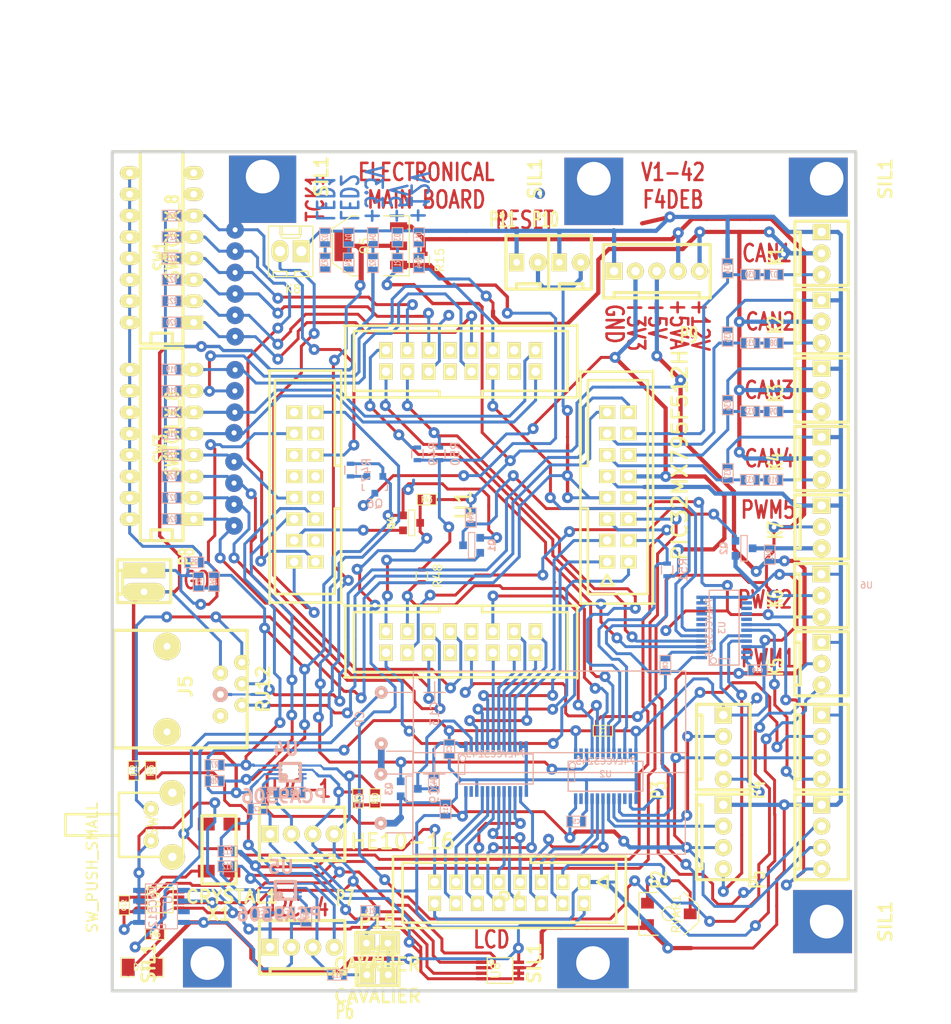
<source format=kicad_pcb>
(kicad_pcb (version 4) (host pcbnew 4.0.6)
  (title_block (title ELECTRONICAL_MAIN_BOARD_32) (date 2017-08-09) (rev "V 1-41") (company "CYBERNETIQUE EN NORD") (comment 1 F4DEB))
  (layers (0 Dessus signal) (31 Dessous signal) (34 B.Paste user) (35 F.Paste user) (36 B.SilkS user) (37 F.SilkS user) (38 B.Mask user) (39 F.Mask user) (44 Edge.Cuts user))
  (net 0 "")
  (net 1 +12V)
  (net 2 +5V)
  (net 3 /5vto3v3/D0)
  (net 4 /5vto3v3/D1)
  (net 5 /5vto3v3/D2)
  (net 6 /5vto3v3/D3)
  (net 7 /5vto3v3/D4)
  (net 8 /5vto3v3/D5)
  (net 9 /5vto3v3/D6)
  (net 10 /5vto3v3/D7)
  (net 11 /5vto3v3/E)
  (net 12 /5vto3v3/OC1)
  (net 13 /5vto3v3/OC1-5V)
  (net 14 /5vto3v3/OC2)
  (net 15 /5vto3v3/OC2-5V)
  (net 16 /5vto3v3/OC5)
  (net 17 /5vto3v3/OC5-5V)
  (net 18 /5vto3v3/RS)
  (net 19 /5vto3v3/RW)
  (net 20 /5vto3v3/SCL1)
  (net 21 /5vto3v3/SCL4)
  (net 22 /5vto3v3/SCL4-5V)
  (net 23 /5vto3v3/SDA1)
  (net 24 /5vto3v3/SDA4)
  (net 25 /5vto3v3/SDA4-5V)
  (net 26 /5vto3v3/U1RX)
  (net 27 /5vto3v3/U1RX-5V)
  (net 28 /5vto3v3/U1TX)
  (net 29 /5vto3v3/U1TX-5V)
  (net 30 /5vto3v3/U2RX)
  (net 31 /5vto3v3/U2RX-5V)
  (net 32 /5vto3v3/U2TX)
  (net 33 /5vto3v3/U2TX-5V)
  (net 34 /5vto3v3/U5RX)
  (net 35 /5vto3v3/U5RX-5V)
  (net 36 /5vto3v3/U5TX)
  (net 37 /5vto3v3/U5TX-5V)
  (net 38 /5vto3v3/U6RX)
  (net 39 /5vto3v3/U6RX-5V)
  (net 40 /5vto3v3/U6TX)
  (net 41 /5vto3v3/U6TX-5V)
  (net 42 /BD0)
  (net 43 /BD1)
  (net 44 /BD2)
  (net 45 /BD3)
  (net 46 /BD4)
  (net 47 /BD5)
  (net 48 /BD6)
  (net 49 /BD7)
  (net 50 /PIC32/CAN1)
  (net 51 /PIC32/CAN2)
  (net 52 /PIC32/CAN3)
  (net 53 /PIC32/CAN4)
  (net 54 /PIC32/GO)
  (net 55 /PIC32/LED1)
  (net 56 /PIC32/LED2)
  (net 57 /PIC32/PGEC1)
  (net 58 /PIC32/PGED1)
  (net 59 /PIC32/RST)
  (net 60 /PIC32/SW0)
  (net 61 /PIC32/SW1)
  (net 62 /PIC32/SW10)
  (net 63 /PIC32/SW11)
  (net 64 /PIC32/SW12)
  (net 65 /PIC32/SW13)
  (net 66 /PIC32/SW2)
  (net 67 /PIC32/SW3)
  (net 68 /PIC32/SW4)
  (net 69 /PIC32/SW5)
  (net 70 /PIC32/SW6)
  (net 71 /PIC32/SW7)
  (net 72 /PIC32/SW8)
  (net 73 /PIC32/SW9)
  (net 74 GND)
  (net 75 +3V3)
  (net 76 "Net-(C13-Pad2)")
  (net 77 "Net-(C12-Pad1)")
  (net 78 "Net-(C13-Pad1)")
  (net 79 "Net-(D3-Pad1)")
  (net 80 "Net-(D4-Pad1)")
  (net 81 "Net-(D5-Pad2)")
  (net 82 "Net-(D7-Pad2)")
  (net 83 "Net-(D8-Pad2)")
  (net 84 "Net-(D9-Pad2)")
  (net 85 "Net-(D10-Pad2)")
  (net 86 "Net-(D11-Pad1)")
  (net 87 "Net-(D12-Pad2)")
  (net 88 "Net-(D13-Pad2)")
  (net 89 "Net-(J1-Pad1)")
  (net 90 "Net-(J2-Pad1)")
  (net 91 "Net-(J3-Pad1)")
  (net 92 "Net-(J4-Pad1)")
  (net 93 "Net-(J5-Pad6)")
  (net 94 "Net-(J5-Pad8)")
  (net 95 "Net-(J5-Pad7)")
  (net 96 "Net-(J6-Pad1)")
  (net 97 "Net-(J7-Pad1)")
  (net 98 +5VA)
  (net 99 "Net-(P14-Pad1)")
  (net 100 "Net-(P15-Pad1)")
  (net 101 "Net-(Q3-Pad3)")
  (net 102 "Net-(Q6-Pad1)")
  (net 103 "Net-(Q5-Pad1)")
  (net 104 "Net-(R30-Pad2)")
  (net 105 "Net-(R31-Pad2)")
  (net 106 "Net-(R32-Pad2)")
  (net 107 "Net-(R33-Pad2)")
  (net 108 "Net-(R38-Pad2)")
  (net 109 "Net-(R39-Pad2)")
  (net 110 "Net-(R45-Pad2)")
  (net 111 "Net-(SW1-Pad7)")
  (net 112 "Net-(SW1-Pad8)")
  (net 113 "Net-(U1-Pad34)")
  (net 114 "Net-(U1-Pad35)")
  (net 115 "Net-(U1-Pad38)")
  (net 116 "Net-(U1-Pad41)")
  (net 117 /PIC32/T1CK)
  (net 118 "Net-(U1-Pad25)")
  (net 119 "Net-(U1-Pad26)")
  (net 120 "Net-(U1-Pad19)")
  (net 121 "Net-(U1-Pad20)")
  (net 122 "Net-(U1-Pad57)")
  (net 123 "Net-(U1-Pad56)")
  (net 124 "Net-(U2-Pad9)")
  (net 125 "Net-(U2-Pad15)")
  (net 126 "Net-(U2-Pad23)")
  (net 127 "Net-(U3-Pad7)")
  (net 128 "Net-(U3-Pad8)")
  (net 129 "Net-(U3-Pad9)")
  (net 130 "Net-(U3-Pad10)")
  (net 131 "Net-(U3-Pad14)")
  (net 132 "Net-(U3-Pad15)")
  (net 133 "Net-(U3-Pad16)")
  (net 134 "Net-(U3-Pad17)")
  (net 135 "Net-(U3-Pad23)")
  (net 136 "Net-(U6-Pad23)")
  (net 137 "Net-(U7-Pad7)")
  (net 138 "Net-(U9-Pad1)")
  (net 139 "Net-(U9-Pad3)")
  (net 140 "Net-(U9-Pad7)")
  (net 141 /CONT)
  (net 142 /BRS)
  (net 143 /BRW)
  (net 144 /BE)
  (net 145 /RETRO)
  (net 146 /SCL1-5V)
  (net 147 /SDA1-5V)
  (net 148 "Net-(U1-Pad40)")
  (net 149 "Net-(U1-Pad39)")
  (module TO_SOT_Packages_SMD:SOT-223 (layer Dessus) (at 66.421 65.278 90)
    (fp_text reference Q5 (at 0 -0.762 90) (layer F.SilkS))
    (fp_text value IRFL9014TRPBF)
    (pad 4 smd rect (at 0 -3.302 90) (size 3.6576 2.032) (layers Dessus F.Paste F.Mask) (net 145 /RETRO))
    (pad 2 smd rect (at 0 3.302 90) (size 1.016 2.032) (layers Dessus F.Paste F.Mask) (net 145 /RETRO))
    (pad 3 smd rect (at 2.286 3.302 90) (size 1.016 2.032) (layers Dessus F.Paste F.Mask) (net 98 +5VA))
    (pad 1 smd rect (at -2.286 3.302 90) (size 1.016 2.032) (layers Dessus F.Paste F.Mask) (net 103 "Net-(Q5-Pad1)"))
  )
  (module SMD_Packages:POT_SMD (layer Dessus) (at 101.854 144.653 270)
    (fp_text reference RVAR1 (at 0 -0.88646 270) (layer F.SilkS))
    (fp_text value 4.7K)
    (pad 1 smd rect (at -1.27 2.54 270) (size 1.27 1.524) (layers Dessus F.Paste F.Mask) (net 98 +5VA))
    (pad 2 smd rect (at 0 -2.54 270) (size 1.27 1.524) (layers Dessus F.Paste F.Mask) (net 141 /CONT))
    (pad 3 smd rect (at 1.27 2.54 270) (size 1.27 1.524) (layers Dessus F.Paste F.Mask) (net 74 GND))
  )
  (module Resistors_SMD:R_0603 (layer Dessous) (at 101.6508 103.7844 90)
    (fp_text reference R51 (at 0 1.9 90) (layer B.SilkS) (effects (justify mirror)))
    (fp_text value 10k)
    (pad 1 smd rect (at -0.75 0 90) (size 0.5 0.9) (layers Dessous B.Paste B.Mask) (net 75 +3V3))
    (pad 2 smd rect (at 0.75 0 90) (size 0.5 0.9) (layers Dessous B.Paste B.Mask) (net 40 /5vto3v3/U6TX))
  )
  (module Resistors_SMD:R_0603 (layer Dessous) (at 74.5744 89.9922 90)
    (fp_text reference R50 (at 0 1.9 90) (layer B.SilkS) (effects (justify mirror)))
    (fp_text value 10k)
    (pad 1 smd rect (at -0.75 0 90) (size 0.5 0.9) (layers Dessous B.Paste B.Mask) (net 75 +3V3))
    (pad 2 smd rect (at 0.75 0 90) (size 0.5 0.9) (layers Dessous B.Paste B.Mask) (net 36 /5vto3v3/U5TX))
  )
  (module Resistors_SMD:R_0603 (layer Dessous) (at 71.9582 89.9922 90)
    (fp_text reference R49 (at 0 1.9 90) (layer B.SilkS) (effects (justify mirror)))
    (fp_text value 10k)
    (pad 1 smd rect (at -0.75 0 90) (size 0.5 0.9) (layers Dessous B.Paste B.Mask) (net 75 +3V3))
    (pad 2 smd rect (at 0.75 0 90) (size 0.5 0.9) (layers Dessous B.Paste B.Mask) (net 32 /5vto3v3/U2TX))
  )
  (module Resistors_SMD:R_0603 (layer Dessus) (at 72.4916 104.4956 270)
    (fp_text reference R48 (at 0 -1.9 270) (layer F.SilkS))
    (fp_text value 10k)
    (pad 1 smd rect (at -0.75 0 270) (size 0.5 0.9) (layers Dessus F.Paste F.Mask) (net 75 +3V3))
    (pad 2 smd rect (at 0.75 0 270) (size 0.5 0.9) (layers Dessus F.Paste F.Mask) (net 28 /5vto3v3/U1TX))
  )
  (module Resistors_SMD:R_0603 (layer Dessous) (at 64.008 91.9226 90)
    (fp_text reference R47 (at 0 1.9 90) (layer B.SilkS) (effects (justify mirror)))
    (fp_text value 100k)
    (pad 1 smd rect (at -0.75 0 90) (size 0.5 0.9) (layers Dessous B.Paste B.Mask) (net 102 "Net-(Q6-Pad1)"))
    (pad 2 smd rect (at 0.75 0 90) (size 0.5 0.9) (layers Dessous B.Paste B.Mask) (net 74 GND))
  )
  (module Resistors_SMD:R_0603 (layer Dessus) (at 72.7202 66.9798 270)
    (fp_text reference R15 (at 0 -1.9 270) (layer F.SilkS))
    (fp_text value 10k)
    (pad 1 smd rect (at -0.75 0 270) (size 0.5 0.9) (layers Dessus F.Paste F.Mask) (net 98 +5VA))
    (pad 2 smd rect (at 0.75 0 270) (size 0.5 0.9) (layers Dessus F.Paste F.Mask) (net 103 "Net-(Q5-Pad1)"))
  )
  (module Connectors_Molex:Molex_KK_6410-02 (layer Dessus) (at 58.166 65.913 180)
    (fp_text reference K8 (at 1 -4.5 180) (layer F.SilkS))
    (fp_text value CONN_2)
    (pad 1 thru_hole rect (at 0 0 180) (size 2 2.6) (drill 1.2) (layers *.Cu *.Mask F.SilkS) (net 74 GND))
    (pad 2 thru_hole oval (at 2.54 0 180) (size 2 2.6) (drill 1.2) (layers *.Cu *.Mask F.SilkS) (net 117 /PIC32/T1CK))
  )
  (module SOT-23 (layer Dessous) (at 66.9036 93.6752)
    (fp_text reference Q6 (at 0 2.25) (layer B.SilkS) (effects (justify mirror)))
    (fp_text value 2N7002)
    (pad 1 smd rect (at -0.95 -1.00076) (size 0.8001 0.8001) (layers Dessous B.Paste B.Mask) (net 102 "Net-(Q6-Pad1)"))
    (pad 2 smd rect (at 0.95 -1.00076) (size 0.8001 0.8001) (layers Dessous B.Paste B.Mask) (net 74 GND))
    (pad 3 smd rect (at 0 0.99822) (size 0.8001 0.8001) (layers Dessous B.Paste B.Mask) (net 103 "Net-(Q5-Pad1)"))
  )
  (module COLONETTE (layer Dessus) (at 120.61952 145.57248 270)
    (fp_text reference J7 (at 0 0 270) (layer F.SilkS) (effects (font (thickness 0.3048))))
    (fp_text value SIL1 (at 0 -6.985 270) (layer F.SilkS) (effects (font (thickness 0.3048))))
    (pad 1 thru_hole rect (at 0 0 270) (size 7.5 7) (drill 4 (offset 0 0.5)) (layers *.Cu) (net 97 "Net-(J7-Pad1)"))
  )
  (module COLONETTE (layer Dessus) (at 53.56352 57.05348 270)
    (fp_text reference J6 (at 0 0 270) (layer F.SilkS) (effects (font (thickness 0.3048))))
    (fp_text value SIL1 (at 0 -6.985 270) (layer F.SilkS) (effects (font (thickness 0.3048))))
    (pad 1 thru_hole rect (at 0 0 270) (size 8 8) (drill 4.0005 (offset 1.5 0)) (layers *.Cu) (net 96 "Net-(J6-Pad1)"))
  )
  (module COLONETTE (layer Dessus) (at 120.61952 57.30748 270)
    (fp_text reference J4 (at 0 0 270) (layer F.SilkS) (effects (font (thickness 0.3048))))
    (fp_text value SIL1 (at 0 -6.985 270) (layer F.SilkS) (effects (font (thickness 0.3048))))
    (pad 1 thru_hole rect (at 0 0 270) (size 7 7) (drill 4.0005 (offset 1 1)) (layers *.Cu) (net 92 "Net-(J4-Pad1)"))
  )
  (module COLONETTE (layer Dessus) (at 92.93352 57.30748 90)
    (fp_text reference J1 (at 0 0 90) (layer F.SilkS) (effects (font (thickness 0.3048))))
    (fp_text value SIL1 (at 0 -6.985 90) (layer F.SilkS) (effects (font (thickness 0.3048))))
    (pad -1.5 thru_hole rect (at 0 0 90) (size 8 7) (drill 4.0005 (offset -1.5 0)) (layers *.Cu) (net 89 "Net-(J1-Pad1)"))
  )
  (module COLONETTE (layer Dessus) (at 92.837 150.495 90)
    (fp_text reference J2 (at 0 0 90) (layer F.SilkS) (effects (font (thickness 0.3048))))
    (fp_text value SIL1 (at 0 -6.985 90) (layer F.SilkS) (effects (font (thickness 0.3048))))
    (pad 1 thru_hole rect (at 0 0 90) (size 6 8.5) (drill 4) (layers *.Cu *.Mask) (net 90 "Net-(J2-Pad1)"))
  )
  (module COLONETTE (layer Dessus) (at 46.99 150.495 90)
    (fp_text reference J3 (at 0 0 90) (layer F.SilkS) (effects (font (thickness 0.3048))))
    (fp_text value SIL1 (at 0 -6.985 90) (layer F.SilkS) (effects (font (thickness 0.3048))))
    (pad 1 thru_hole rect (at 0 0 90) (size 5.8 5.8) (drill 4.0005) (layers *.Cu) (net 91 "Net-(J3-Pad1)"))
  )
  (module VSSOP-8 (layer Dessous) (at 56.29402 141.82598)
    (fp_text reference U5 (at -0.5588 -2.7432) (layer B.SilkS) (effects (font (thickness 0.3048)) (justify mirror)))
    (fp_text value PCA9306 (at -0.762 2.8956) (layer B.SilkS) (effects (font (thickness 0.3048)) (justify mirror)))
    (pad 4 smd rect (at -1.4732 -0.762 270) (size 0.24892 1.00076) (layers Dessous B.Paste B.Mask) (net 24 /5vto3v3/SDA4))
    (pad 3 smd rect (at -1.4732 -0.254 270) (size 0.24892 1.00076) (layers Dessous B.Paste B.Mask) (net 21 /5vto3v3/SCL4))
    (pad 2 smd rect (at -1.4732 0.254 270) (size 0.24892 1.00076) (layers Dessous B.Paste B.Mask) (net 75 +3V3))
    (pad 1 smd rect (at -1.4732 0.762 270) (size 0.24892 1.00076) (layers Dessous B.Paste B.Mask) (net 74 GND))
    (pad 5 smd rect (at 1.4224 -0.762 270) (size 0.24892 1.00076) (layers Dessous B.Paste B.Mask) (net 25 /5vto3v3/SDA4-5V))
    (pad 6 smd rect (at 1.4224 -0.254 270) (size 0.24892 1.00076) (layers Dessous B.Paste B.Mask) (net 22 /5vto3v3/SCL4-5V))
    (pad 7 smd rect (at 1.4224 0.254 270) (size 0.24892 1.00076) (layers Dessous B.Paste B.Mask) (net 109 "Net-(R39-Pad2)"))
    (pad 8 smd rect (at 1.4224 0.762 270) (size 0.24892 1.00076) (layers Dessous B.Paste B.Mask) (net 109 "Net-(R39-Pad2)"))
  )
  (module VSSOP-8 (layer Dessous) (at 56.86552 127.79248)
    (fp_text reference U4 (at -0.5588 -2.7432) (layer B.SilkS) (effects (font (thickness 0.3048)) (justify mirror)))
    (fp_text value PCA9306 (at -0.762 2.8956) (layer B.SilkS) (effects (font (thickness 0.3048)) (justify mirror)))
    (pad 4 smd rect (at -1.4732 -0.762 270) (size 0.24892 1.00076) (layers Dessous B.Paste B.Mask) (net 23 /5vto3v3/SDA1))
    (pad 3 smd rect (at -1.4732 -0.254 270) (size 0.24892 1.00076) (layers Dessous B.Paste B.Mask) (net 20 /5vto3v3/SCL1))
    (pad 2 smd rect (at -1.4732 0.254 270) (size 0.24892 1.00076) (layers Dessous B.Paste B.Mask) (net 75 +3V3))
    (pad 1 smd rect (at -1.4732 0.762 270) (size 0.24892 1.00076) (layers Dessous B.Paste B.Mask) (net 74 GND))
    (pad 5 smd rect (at 1.4224 -0.762 270) (size 0.24892 1.00076) (layers Dessous B.Paste B.Mask) (net 147 /SDA1-5V))
    (pad 6 smd rect (at 1.4224 -0.254 270) (size 0.24892 1.00076) (layers Dessous B.Paste B.Mask) (net 146 /SCL1-5V))
    (pad 7 smd rect (at 1.4224 0.254 270) (size 0.24892 1.00076) (layers Dessous B.Paste B.Mask) (net 108 "Net-(R38-Pad2)"))
    (pad 8 smd rect (at 1.4224 0.762 270) (size 0.24892 1.00076) (layers Dessous B.Paste B.Mask) (net 108 "Net-(R38-Pad2)"))
  )
  (module RJ12_E (layer Dessus) (at 51.08702 117.94998 270)
    (fp_text reference J5 (at -0.3175 6.6675 270) (layer F.SilkS) (effects (font (thickness 0.3048))))
    (fp_text value RJ12 (at 0 -2.54 270) (layer F.SilkS) (effects (font (thickness 0.3048))))
    (pad 4 thru_hole circle (at 0.635 2.54 270) (size 1.80086 1.80086) (drill 0.8128) (layers *.Cu *.Mask B.SilkS) (net 58 /PIC32/PGED1))
    (pad 2 thru_hole circle (at -1.905 2.54 270) (size 1.80086 1.80086) (drill 0.8128) (layers *.Cu *.Mask F.SilkS) (net 75 +3V3))
    (pad 6 thru_hole circle (at 3.175 2.54 270) (size 1.80086 1.80086) (drill 0.8128) (layers *.Cu *.Mask F.SilkS) (net 93 "Net-(J5-Pad6)"))
    (pad 1 thru_hole circle (at -3.175 0 270) (size 1.80086 1.80086) (drill 0.8128) (layers *.Cu *.Mask F.SilkS) (net 59 /PIC32/RST))
    (pad 3 thru_hole circle (at -0.635 0 270) (size 1.7 1.7) (drill 0.8128) (layers *.Cu *.Mask F.SilkS) (net 74 GND))
    (pad 5 thru_hole circle (at 1.905 0 270) (size 1.7 1.7) (drill 0.8128) (layers *.Cu *.Mask F.SilkS) (net 57 /PIC32/PGEC1))
    (pad 8 thru_hole circle (at 5.08 8.89 270) (size 3.2512 3.2512) (drill 0.8128) (layers *.Cu *.Mask F.SilkS) (net 94 "Net-(J5-Pad8)"))
    (pad 7 thru_hole circle (at -5.08 8.89 270) (size 3.2512 3.2512) (drill 0.8128) (layers *.Cu *.Mask F.SilkS) (net 95 "Net-(J5-Pad7)"))
  )
  (module CAVALIER (layer Dessus) (at 65.9638 151.892)
    (fp_text reference P14 (at 1.27 -2.54) (layer F.SilkS) (effects (font (thickness 0.3048))))
    (fp_text value CAVALIER (at 1.27 2.54) (layer F.SilkS) (effects (font (thickness 0.3048))))
    (pad 1 thru_hole rect (at 0 0) (size 1.99898 1.99898) (drill 0.8001) (layers *.Cu *.Mask F.SilkS) (net 99 "Net-(P14-Pad1)"))
    (pad 2 thru_hole rect (at 2.54 0) (size 1.99898 1.99898) (drill 0.8001) (layers *.Cu *.Mask F.SilkS) (net 2 +5V))
  )
  (module CAVALIER (layer Dessus) (at 65.913 148.1328)
    (fp_text reference P15 (at 1.27 -2.54) (layer F.SilkS) (effects (font (thickness 0.3048))))
    (fp_text value CAVALIER (at 1.27 2.54) (layer F.SilkS) (effects (font (thickness 0.3048))))
    (pad 1 thru_hole rect (at 0 0) (size 1.99898 1.99898) (drill 0.8001) (layers *.Cu *.Mask F.SilkS) (net 100 "Net-(P15-Pad1)"))
    (pad 2 thru_hole rect (at 2.54 0) (size 1.99898 1.99898) (drill 0.8001) (layers *.Cu *.Mask F.SilkS) (net 2 +5V))
  )
  (module KK-2 (layer Dessus) (at 86.2965 67.2465 180)
    (fp_text reference P11 (at 4.191 5.08 180) (layer F.SilkS) (effects (font (size 1.73482 1.08712) (thickness 0.27178))))
    (fp_text value CONN_2 hide)
    (pad 1 thru_hole rect (at 2.54 0 180) (size 1.80086 2.10058) (drill 0.8001) (layers *.Cu *.Mask F.SilkS) (net 74 GND))
    (pad 2 thru_hole circle (at 0 0 180) (size 2.10058 2.10058) (drill 0.8001) (layers *.Cu *.Mask F.SilkS) (net 59 /PIC32/RST))
  )
  (module KK-2 (layer Dessus) (at 91.3765 67.2465 180)
    (fp_text reference P10 (at 4.191 5.08 180) (layer F.SilkS) (effects (font (size 1.73482 1.08712) (thickness 0.27178))))
    (fp_text value CONN_2 hide)
    (pad 1 thru_hole rect (at 2.54 0 180) (size 1.80086 2.10058) (drill 0.8001) (layers *.Cu *.Mask F.SilkS) (net 74 GND))
    (pad 2 thru_hole circle (at 0 0 180) (size 2.10058 2.10058) (drill 0.8001) (layers *.Cu *.Mask F.SilkS) (net 59 /PIC32/RST))
  )
  (module KK-2 (layer Dessus) (at 39.46652 106.39298 90)
    (fp_text reference P8 (at 4.191 5.08 90) (layer F.SilkS) (effects (font (size 1.73482 1.08712) (thickness 0.27178))))
    (fp_text value CONN_2 hide)
    (pad 1 thru_hole rect (at 2.54 0 90) (size 1.80086 5) (drill 0.8001) (layers *.Cu *.Mask F.SilkS) (net 54 /PIC32/GO))
    (pad 2 thru_hole oval (at 0 0 90) (size 2.10058 5) (drill 0.8001) (layers *.Cu *.Mask F.SilkS) (net 75 +3V3))
  )
  (module KK-5 (layer Dessus) (at 102.96652 68.29298 180)
    (fp_text reference P9 (at -1.27 -7.62 180) (layer F.SilkS) (effects (font (size 1.73482 1.08712) (thickness 0.27178))))
    (fp_text value CONN_5 hide)
    (pad 5 thru_hole circle (at -2.54 0 180) (size 1.99898 1.99898) (drill 1.00076) (layers *.Cu *.Mask F.SilkS) (net 1 +12V))
    (pad 1 thru_hole rect (at 7.62 0 180) (size 1.99898 1.99898) (drill 1.00076) (layers *.Cu *.Mask F.SilkS) (net 74 GND))
    (pad 2 thru_hole circle (at 5.08 0 180) (size 1.99898 1.99898) (drill 1.00076) (layers *.Cu *.Mask F.SilkS) (net 75 +3V3))
    (pad 3 thru_hole circle (at 2.54 0 180) (size 1.99898 1.99898) (drill 1.00076) (layers *.Cu *.Mask F.SilkS) (net 2 +5V))
    (pad 4 thru_hole circle (at 0 0 180) (size 1.99898 1.99898) (drill 1.00076) (layers *.Cu *.Mask F.SilkS) (net 98 +5VA))
  )
  (module he10-16d (layer Dessus) (at 82.90052 142.14348 180)
    (fp_text reference P1 (at -0.254 -0.889 180) (layer F.SilkS) (effects (font (size 1.778 1.778) (thickness 0.3048))))
    (fp_text value HE10-16 (at 12.7 6.096 180) (layer F.SilkS) (effects (font (size 1.778 1.778) (thickness 0.3048))))
    (pad 1 thru_hole rect (at -8.89 1.27 180) (size 1.524 1.80086) (drill 1) (layers *.Cu *.Mask F.SilkS) (net 74 GND))
    (pad 2 thru_hole rect (at -8.89 -1.27 180) (size 1.524 1.80086) (drill 1) (layers *.Cu *.Mask F.SilkS) (net 2 +5V))
    (pad 3 thru_hole rect (at -6.35 1.27 180) (size 1.524 1.80086) (drill 1) (layers *.Cu *.Mask F.SilkS) (net 141 /CONT))
    (pad 4 thru_hole rect (at -6.35 -1.27 180) (size 1.524 1.80086) (drill 1) (layers *.Cu *.Mask F.SilkS) (net 142 /BRS))
    (pad 5 thru_hole rect (at -3.81 1.27 180) (size 1.524 1.80086) (drill 1) (layers *.Cu *.Mask F.SilkS) (net 143 /BRW))
    (pad 6 thru_hole rect (at -3.81 -1.27 180) (size 1.524 1.80086) (drill 1) (layers *.Cu *.Mask F.SilkS) (net 144 /BE))
    (pad 7 thru_hole rect (at -1.27 1.27 180) (size 1.524 1.80086) (drill 1) (layers *.Cu *.Mask F.SilkS) (net 42 /BD0))
    (pad 8 thru_hole rect (at -1.27 -1.27 180) (size 1.524 1.80086) (drill 1) (layers *.Cu *.Mask F.SilkS) (net 43 /BD1))
    (pad 9 thru_hole rect (at 1.27 1.27 180) (size 1.524 1.80086) (drill 1) (layers *.Cu *.Mask F.SilkS) (net 44 /BD2))
    (pad 10 thru_hole rect (at 1.27 -1.27 180) (size 1.524 1.80086) (drill 1) (layers *.Cu *.Mask F.SilkS) (net 45 /BD3))
    (pad 11 thru_hole rect (at 3.81 1.27 180) (size 1.524 1.80086) (drill 1) (layers *.Cu *.Mask F.SilkS) (net 46 /BD4))
    (pad 12 thru_hole rect (at 3.81 -1.27 180) (size 1.524 1.80086) (drill 1) (layers *.Cu *.Mask F.SilkS) (net 47 /BD5))
    (pad 13 thru_hole rect (at 6.35 1.27 180) (size 1.524 1.80086) (drill 1) (layers *.Cu *.Mask F.SilkS) (net 48 /BD6))
    (pad 14 thru_hole rect (at 6.35 -1.27 180) (size 1.524 1.80086) (drill 1) (layers *.Cu *.Mask F.SilkS) (net 49 /BD7))
    (pad 15 thru_hole rect (at 8.89 1.27 180) (size 1.524 1.80086) (drill 1) (layers *.Cu *.Mask F.SilkS) (net 145 /RETRO))
    (pad 16 thru_hole rect (at 8.89 -1.27 180) (size 1.524 1.80086) (drill 1) (layers *.Cu *.Mask F.SilkS) (net 74 GND))
  )
  (module KK-3 (layer Dessus) (at 120.015 76.835 90)
    (fp_text reference K2 (at 2.159 -5.461 90) (layer F.SilkS) (effects (font (size 1.73482 1.08712) (thickness 0.27178))))
    (fp_text value CONN_3 hide)
    (pad 1 thru_hole rect (at 5.08 0 90) (size 1.89992 2.10058) (drill 1.00076) (layers *.Cu *.Mask F.SilkS) (net 74 GND))
    (pad 2 thru_hole circle (at 2.54 0 90) (size 2.10058 2.10058) (drill 0.89916) (layers *.Cu *.Mask F.SilkS) (net 1 +12V))
    (pad 3 thru_hole circle (at 0 0 90) (size 2.10058 2.10058) (drill 0.89916) (layers *.Cu *.Mask F.SilkS) (net 51 /PIC32/CAN2))
  )
  (module KK-3 (layer Dessus) (at 120.015 93.091 90)
    (fp_text reference K4 (at 2.159 -5.461 90) (layer F.SilkS) (effects (font (size 1.73482 1.08712) (thickness 0.27178))))
    (fp_text value CONN_3 hide)
    (pad 1 thru_hole rect (at 5.08 0 90) (size 1.89992 2.10058) (drill 1.00076) (layers *.Cu *.Mask F.SilkS) (net 74 GND))
    (pad 2 thru_hole circle (at 2.54 0 90) (size 2.10058 2.10058) (drill 0.89916) (layers *.Cu *.Mask F.SilkS) (net 1 +12V))
    (pad 3 thru_hole circle (at 0 0 90) (size 2.10058 2.10058) (drill 0.89916) (layers *.Cu *.Mask F.SilkS) (net 53 /PIC32/CAN4))
  )
  (module KK-3 (layer Dessus) (at 120.015 84.963 90)
    (fp_text reference K3 (at 2.159 -5.461 90) (layer F.SilkS) (effects (font (size 1.73482 1.08712) (thickness 0.27178))))
    (fp_text value CONN_3 hide)
    (pad 1 thru_hole rect (at 5.08 0 90) (size 1.89992 2.10058) (drill 1.00076) (layers *.Cu *.Mask F.SilkS) (net 74 GND))
    (pad 2 thru_hole circle (at 2.54 0 90) (size 2.10058 2.10058) (drill 0.89916) (layers *.Cu *.Mask F.SilkS) (net 1 +12V))
    (pad 3 thru_hole circle (at 0 0 90) (size 2.10058 2.10058) (drill 0.89916) (layers *.Cu *.Mask F.SilkS) (net 52 /PIC32/CAN3))
  )
  (module KK-3 (layer Dessus) (at 120.015 68.707 90)
    (fp_text reference K1 (at 2.159 -5.461 90) (layer F.SilkS) (effects (font (size 1.73482 1.08712) (thickness 0.27178))))
    (fp_text value CONN_3 hide)
    (pad 1 thru_hole rect (at 5.08 0 90) (size 1.89992 2.10058) (drill 1.00076) (layers *.Cu *.Mask F.SilkS) (net 74 GND))
    (pad 2 thru_hole circle (at 2.54 0 90) (size 2.10058 2.10058) (drill 0.89916) (layers *.Cu *.Mask F.SilkS) (net 1 +12V))
    (pad 3 thru_hole circle (at 0 0 90) (size 2.10058 2.10058) (drill 0.89916) (layers *.Cu *.Mask F.SilkS) (net 50 /PIC32/CAN1))
  )
  (module KK-3 (layer Dessus) (at 120.015 117.475 90)
    (fp_text reference K5 (at 2.159 -5.461 90) (layer F.SilkS) (effects (font (size 1.73482 1.08712) (thickness 0.27178))))
    (fp_text value CONN_3 hide)
    (pad 1 thru_hole rect (at 5.08 0 90) (size 1.89992 2.10058) (drill 1.00076) (layers *.Cu *.Mask F.SilkS) (net 74 GND))
    (pad 2 thru_hole circle (at 2.54 0 90) (size 2.10058 2.10058) (drill 0.89916) (layers *.Cu *.Mask F.SilkS) (net 98 +5VA))
    (pad 3 thru_hole circle (at 0 0 90) (size 2.10058 2.10058) (drill 0.89916) (layers *.Cu *.Mask F.SilkS) (net 13 /5vto3v3/OC1-5V))
  )
  (module KK-3 (layer Dessus) (at 119.98452 109.37748 90)
    (fp_text reference K6 (at 2.159 -5.461 90) (layer F.SilkS) (effects (font (size 1.73482 1.08712) (thickness 0.27178))))
    (fp_text value CONN_3 hide)
    (pad 1 thru_hole rect (at 5.08 0 90) (size 1.89992 2.10058) (drill 1.00076) (layers *.Cu *.Mask F.SilkS) (net 74 GND))
    (pad 2 thru_hole circle (at 2.54 0 90) (size 2.10058 2.10058) (drill 0.89916) (layers *.Cu *.Mask F.SilkS) (net 98 +5VA))
    (pad 3 thru_hole circle (at 0 0 90) (size 2.10058 2.10058) (drill 0.89916) (layers *.Cu *.Mask F.SilkS) (net 15 /5vto3v3/OC2-5V))
  )
  (module KK-3 (layer Dessus) (at 120.015 101.219 90)
    (fp_text reference K7 (at 2.159 -5.461 90) (layer F.SilkS) (effects (font (size 1.73482 1.08712) (thickness 0.27178))))
    (fp_text value CONN_3 hide)
    (pad 1 thru_hole rect (at 5.08 0 90) (size 1.89992 2.10058) (drill 1.00076) (layers *.Cu *.Mask F.SilkS) (net 74 GND))
    (pad 2 thru_hole circle (at 2.54 0 90) (size 2.10058 2.10058) (drill 0.89916) (layers *.Cu *.Mask F.SilkS) (net 98 +5VA))
    (pad 3 thru_hole circle (at 0 0 90) (size 2.10058 2.10058) (drill 0.89916) (layers *.Cu *.Mask F.SilkS) (net 17 /5vto3v3/OC5-5V))
  )
  (module KK-4 (layer Dessus) (at 108.331 139.319 90)
    (fp_text reference P2 (at -1.27 -7.62 90) (layer F.SilkS) (effects (font (size 1.73482 1.08712) (thickness 0.27178))))
    (fp_text value CONN_4 hide)
    (pad 1 thru_hole rect (at 7.62 0 90) (size 1.99898 1.99898) (drill 1.00076) (layers *.Cu *.Mask F.SilkS) (net 74 GND))
    (pad 2 thru_hole circle (at 5.08 0 90) (size 1.99898 1.99898) (drill 1.00076) (layers *.Cu *.Mask F.SilkS) (net 29 /5vto3v3/U1TX-5V))
    (pad 3 thru_hole circle (at 2.54 0 90) (size 1.99898 1.99898) (drill 1.00076) (layers *.Cu *.Mask F.SilkS) (net 2 +5V))
    (pad 4 thru_hole circle (at 0 0 90) (size 1.99898 1.99898) (drill 1.00076) (layers *.Cu *.Mask F.SilkS) (net 27 /5vto3v3/U1RX-5V))
  )
  (module KK-4 (layer Dessus) (at 120.015 139.319 90)
    (fp_text reference P5 (at -1.27 -7.62 90) (layer F.SilkS) (effects (font (size 1.73482 1.08712) (thickness 0.27178))))
    (fp_text value CONN_4 hide)
    (pad 1 thru_hole rect (at 7.62 0 90) (size 1.99898 1.99898) (drill 1.00076) (layers *.Cu *.Mask F.SilkS) (net 74 GND))
    (pad 2 thru_hole circle (at 5.08 0 90) (size 1.99898 1.99898) (drill 1.00076) (layers *.Cu *.Mask F.SilkS) (net 41 /5vto3v3/U6TX-5V))
    (pad 3 thru_hole circle (at 2.54 0 90) (size 1.99898 1.99898) (drill 1.00076) (layers *.Cu *.Mask F.SilkS) (net 2 +5V))
    (pad 4 thru_hole circle (at 0 0 90) (size 1.99898 1.99898) (drill 1.00076) (layers *.Cu *.Mask F.SilkS) (net 39 /5vto3v3/U6RX-5V))
  )
  (module KK-4 (layer Dessus) (at 62.07252 148.62048 180)
    (fp_text reference P6 (at -1.27 -7.62 180) (layer F.SilkS) (effects (font (size 1.73482 1.08712) (thickness 0.27178))))
    (fp_text value CONN_4 hide)
    (pad 1 thru_hole rect (at 7.62 0 180) (size 1.99898 1.99898) (drill 1.00076) (layers *.Cu *.Mask F.SilkS) (net 74 GND))
    (pad 2 thru_hole circle (at 5.08 0 180) (size 1.99898 1.99898) (drill 1.00076) (layers *.Cu *.Mask F.SilkS) (net 2 +5V))
    (pad 3 thru_hole circle (at 2.54 0 180) (size 1.99898 1.99898) (drill 1.00076) (layers *.Cu *.Mask F.SilkS) (net 22 /5vto3v3/SCL4-5V))
    (pad 4 thru_hole circle (at 0 0 180) (size 1.99898 1.99898) (drill 1.00076) (layers *.Cu *.Mask F.SilkS) (net 25 /5vto3v3/SDA4-5V))
  )
  (module KK-4 (layer Dessus) (at 62.07252 135.15848 180)
    (fp_text reference P7 (at -1.27 -7.62 180) (layer F.SilkS) (effects (font (size 1.73482 1.08712) (thickness 0.27178))))
    (fp_text value CONN_4 hide)
    (pad 1 thru_hole rect (at 7.62 0 180) (size 1.99898 1.99898) (drill 1.00076) (layers *.Cu *.Mask F.SilkS) (net 74 GND))
    (pad 2 thru_hole circle (at 5.08 0 180) (size 1.99898 1.99898) (drill 1.00076) (layers *.Cu *.Mask F.SilkS) (net 2 +5V))
    (pad 3 thru_hole circle (at 2.54 0 180) (size 1.99898 1.99898) (drill 1.00076) (layers *.Cu *.Mask F.SilkS) (net 146 /SCL1-5V))
    (pad 4 thru_hole circle (at 0 0 180) (size 1.99898 1.99898) (drill 1.00076) (layers *.Cu *.Mask F.SilkS) (net 147 /SDA1-5V))
  )
  (module KK-4 (layer Dessus) (at 108.331 128.651 90)
    (fp_text reference P3 (at -1.27 -7.62 90) (layer F.SilkS) (effects (font (size 1.73482 1.08712) (thickness 0.27178))))
    (fp_text value CONN_4 hide)
    (pad 1 thru_hole rect (at 7.62 0 90) (size 1.99898 1.99898) (drill 1.00076) (layers *.Cu *.Mask F.SilkS) (net 74 GND))
    (pad 2 thru_hole circle (at 5.08 0 90) (size 1.99898 1.99898) (drill 1.00076) (layers *.Cu *.Mask F.SilkS) (net 33 /5vto3v3/U2TX-5V))
    (pad 3 thru_hole circle (at 2.54 0 90) (size 1.99898 1.99898) (drill 1.00076) (layers *.Cu *.Mask F.SilkS) (net 2 +5V))
    (pad 4 thru_hole circle (at 0 0 90) (size 1.99898 1.99898) (drill 1.00076) (layers *.Cu *.Mask F.SilkS) (net 31 /5vto3v3/U2RX-5V))
  )
  (module KK-4 (layer Dessus) (at 120.015 128.651 90)
    (fp_text reference P4 (at -1.27 -7.62 90) (layer F.SilkS) (effects (font (size 1.73482 1.08712) (thickness 0.27178))))
    (fp_text value CONN_4 hide)
    (pad 1 thru_hole rect (at 7.62 0 90) (size 1.99898 1.99898) (drill 1.00076) (layers *.Cu *.Mask F.SilkS) (net 74 GND))
    (pad 2 thru_hole circle (at 5.08 0 90) (size 1.99898 1.99898) (drill 1.00076) (layers *.Cu *.Mask F.SilkS) (net 37 /5vto3v3/U5TX-5V))
    (pad 3 thru_hole circle (at 2.54 0 90) (size 1.99898 1.99898) (drill 1.00076) (layers *.Cu *.Mask F.SilkS) (net 2 +5V))
    (pad 4 thru_hole circle (at 0 0 90) (size 1.99898 1.99898) (drill 1.00076) (layers *.Cu *.Mask F.SilkS) (net 35 /5vto3v3/U5RX-5V))
  )
  (module SM0603_Resistor (layer Dessous) (at 58.7502 145.034 90)
    (fp_text reference R39 (at 0 0 90) (layer B.SilkS) (effects (font (size 0.7112 0.4572) (thickness 0.1143)) (justify mirror)))
    (fp_text value 220k hide)
    (pad 1 smd rect (at -0.762 0 90) (size 0.635 1.143) (layers Dessous B.Paste B.Mask) (net 2 +5V))
    (pad 2 smd rect (at 0.762 0 90) (size 0.635 1.143) (layers Dessous B.Paste B.Mask) (net 109 "Net-(R39-Pad2)"))
  )
  (module SOT23EBC (layer Dessus) (at 71.2724 98.1964 90)
    (fp_text reference Q4 (at 0 -2.413 90) (layer F.SilkS) (effects (font (size 0.762 0.762) (thickness 0.1905))))
    (fp_text value BSS123 hide)
    (pad 1 smd rect (at -0.889 -1.016 90) (size 0.9144 0.9144) (layers Dessus F.Paste F.Mask) (net 12 /5vto3v3/OC1))
    (pad 2 smd rect (at 0.889 -1.016 90) (size 0.9144 0.9144) (layers Dessus F.Paste F.Mask) (net 74 GND))
    (pad 3 smd rect (at 0 1.016 90) (size 0.9144 0.9144) (layers Dessus F.Paste F.Mask) (net 13 /5vto3v3/OC1-5V))
  )
  (module SOT23EBC (layer Dessous) (at 110.7948 101.219 270)
    (fp_text reference Q2 (at 0 2.413 270) (layer B.SilkS) (effects (font (size 0.762 0.762) (thickness 0.1905)) (justify mirror)))
    (fp_text value BSS123 hide)
    (pad 1 smd rect (at -0.889 1.016 270) (size 0.9144 0.9144) (layers Dessous B.Paste B.Mask) (net 16 /5vto3v3/OC5))
    (pad 2 smd rect (at 0.889 1.016 270) (size 0.9144 0.9144) (layers Dessous B.Paste B.Mask) (net 74 GND))
    (pad 3 smd rect (at 0 -1.016 270) (size 0.9144 0.9144) (layers Dessous B.Paste B.Mask) (net 17 /5vto3v3/OC5-5V))
  )
  (module SOT23EBC (layer Dessous) (at 78.4098 100.8634 90)
    (fp_text reference Q1 (at 0 2.413 90) (layer B.SilkS) (effects (font (size 0.762 0.762) (thickness 0.1905)) (justify mirror)))
    (fp_text value BSS123 hide)
    (pad 1 smd rect (at -0.889 1.016 90) (size 0.9144 0.9144) (layers Dessous B.Paste B.Mask) (net 14 /5vto3v3/OC2))
    (pad 2 smd rect (at 0.889 1.016 90) (size 0.9144 0.9144) (layers Dessous B.Paste B.Mask) (net 74 GND))
    (pad 3 smd rect (at 0 -1.016 90) (size 0.9144 0.9144) (layers Dessous B.Paste B.Mask) (net 15 /5vto3v3/OC2-5V))
  )
  (module SOT23EBC (layer Dessous) (at 70.993 129.794 270)
    (fp_text reference Q3 (at 0 2.413 270) (layer B.SilkS) (effects (font (size 0.762 0.762) (thickness 0.1905)) (justify mirror)))
    (fp_text value BSS123 hide)
    (pad 1 smd rect (at -0.889 1.016 270) (size 0.9144 0.9144) (layers Dessous B.Paste B.Mask) (net 19 /5vto3v3/RW))
    (pad 2 smd rect (at 0.889 1.016 270) (size 0.9144 0.9144) (layers Dessous B.Paste B.Mask) (net 74 GND))
    (pad 3 smd rect (at 0 -1.016 270) (size 0.9144 0.9144) (layers Dessous B.Paste B.Mask) (net 101 "Net-(Q3-Pad3)"))
  )
  (module C-10F (layer Dessous) (at 71.4756 115.7986 270)
    (fp_text reference C13 (at 5.08 -2.54 270) (layer B.SilkS) (effects (justify mirror)))
    (fp_text value CP (at 5.715 6.35 270) (layer B.SilkS) (effects (justify mirror)))
    (pad 1 thru_hole circle (at 2.54 3.81 270) (size 1.5 1.5) (drill 0.6) (layers *.Cu *.Mask B.SilkS) (net 78 "Net-(C13-Pad1)"))
    (pad 2 thru_hole circle (at 8.636 3.81 270) (size 1.5 1.5) (drill 0.6) (layers *.Cu *.Mask B.SilkS) (net 76 "Net-(C13-Pad2)"))
  )
  (module SM0603 (layer Dessus) (at 38.227 127.635 270)
    (fp_text reference D12 (at 0 0 270) (layer F.SilkS) (effects (font (size 0.7112 0.4572) (thickness 0.127))))
    (fp_text value LED hide)
    (pad 1 smd rect (at -0.762 0 270) (size 0.635 1.143) (layers Dessus F.Paste F.Mask) (net 75 +3V3))
    (pad 2 smd rect (at 0.762 0 270) (size 0.635 1.143) (layers Dessus F.Paste F.Mask) (net 87 "Net-(D12-Pad2)"))
  )
  (module LFXTAL003000 (layer Dessus) (at 49.911 139.573 180)
    (fp_text reference X1 (at 1.524 -5.08 180) (layer F.SilkS) (effects (font (thickness 0.3048))))
    (fp_text value CRYSTAL1 (at 0 -3.048 180) (layer F.SilkS) (effects (font (thickness 0.3048))))
    (pad 1 smd rect (at 0 0 180) (size 2 1.5) (layers Dessus F.Paste F.Mask) (net 77 "Net-(C12-Pad1)"))
    (pad 2 smd rect (at 3.048 0 180) (size 2 1.5) (layers Dessus F.Paste F.Mask) (net 138 "Net-(U9-Pad1)"))
    (pad 3 smd rect (at 0 5.588 180) (size 2 1.524) (layers Dessus F.Paste F.Mask))
    (pad 4 smd rect (at 3.048 5.588 180) (size 2 1.524) (layers Dessus F.Paste F.Mask))
  )
  (module SM0603_Capa (layer Dessus) (at 37.084 143.637 270)
    (fp_text reference C12 (at 0 0 270) (layer F.SilkS) (effects (font (size 0.508 0.4572) (thickness 0.1143))))
    (fp_text value C hide)
    (pad 1 smd rect (at -0.762 0 270) (size 0.635 1.143) (layers Dessus F.Paste F.Mask) (net 77 "Net-(C12-Pad1)"))
    (pad 2 smd rect (at 0.762 0 270) (size 0.635 1.143) (layers Dessus F.Paste F.Mask) (net 74 GND))
  )
  (module SM0603_Resistor (layer Dessus) (at 40.767 147.066)
    (fp_text reference R46 (at 0 0) (layer F.SilkS) (effects (font (size 0.7112 0.4572) (thickness 0.1143))))
    (fp_text value R hide)
    (pad 1 smd rect (at -0.762 0) (size 0.635 1.143) (layers Dessus F.Paste F.Mask) (net 78 "Net-(C13-Pad1)"))
    (pad 2 smd rect (at 0.762 0) (size 0.635 1.143) (layers Dessus F.Paste F.Mask) (net 88 "Net-(D13-Pad2)"))
  )
  (module SM0603_Resistor (layer Dessus) (at 40.259 127.635 270)
    (fp_text reference R45 (at 0 0 270) (layer F.SilkS) (effects (font (size 0.7112 0.4572) (thickness 0.1143))))
    (fp_text value R hide)
    (pad 1 smd rect (at -0.762 0 270) (size 0.635 1.143) (layers Dessus F.Paste F.Mask) (net 87 "Net-(D12-Pad2)"))
    (pad 2 smd rect (at 0.762 0 270) (size 0.635 1.143) (layers Dessus F.Paste F.Mask) (net 110 "Net-(R45-Pad2)"))
  )
  (module SM1206 (layer Dessus) (at 39.243 151.003 180)
    (fp_text reference D13 (at 0 0 180) (layer F.SilkS) (effects (font (size 0.762 0.762) (thickness 0.127))))
    (fp_text value DIODESCH hide)
    (pad 1 smd rect (at -1.651 0 180) (size 1.524 2.032) (layers Dessus F.Paste F.Mask) (net 2 +5V))
    (pad 2 smd rect (at 1.651 0 180) (size 1.524 2.032) (layers Dessus F.Paste F.Mask) (net 88 "Net-(D13-Pad2)"))
  )
  (module SSOP8 (layer Dessus) (at 81.788 151.384 270)
    (fp_text reference U8 (at 0 0.508 270) (layer F.SilkS) (effects (font (size 1.016 1.016) (thickness 0.1524))))
    (fp_text value LM75A hide)
    (pad 1 smd rect (at -0.9779 2.2225 270) (size 0.4064 1.27) (layers Dessus F.Paste F.Mask) (net 147 /SDA1-5V))
    (pad 2 smd rect (at -0.3302 2.2225 270) (size 0.4064 1.27) (layers Dessus F.Paste F.Mask) (net 146 /SCL1-5V))
    (pad 3 smd rect (at 0.3302 2.2225 270) (size 0.4064 1.27) (layers Dessus F.Paste F.Mask) (net 110 "Net-(R45-Pad2)"))
    (pad 4 smd rect (at 0.9779 2.2225 270) (size 0.4064 1.27) (layers Dessus F.Paste F.Mask) (net 74 GND))
    (pad 5 smd rect (at 0.9779 -2.2225 270) (size 0.4064 1.27) (layers Dessus F.Paste F.Mask) (net 74 GND))
    (pad 6 smd rect (at 0.3302 -2.2225 270) (size 0.4064 1.27) (layers Dessus F.Paste F.Mask) (net 74 GND))
    (pad 7 smd rect (at -0.3302 -2.2225 270) (size 0.4064 1.27) (layers Dessus F.Paste F.Mask) (net 74 GND))
    (pad 8 smd rect (at -0.9779 -2.2225 270) (size 0.4064 1.27) (layers Dessus F.Paste F.Mask) (net 2 +5V))
  )
  (module SSOP8 (layer Dessus) (at 41.402 143.002 270)
    (fp_text reference U9 (at 0 0.508 270) (layer F.SilkS) (effects (font (size 1.016 1.016) (thickness 0.1524))))
    (fp_text value PCF8563 hide)
    (pad 1 smd rect (at -0.9779 2.2225 270) (size 0.4064 1.27) (layers Dessus F.Paste F.Mask) (net 138 "Net-(U9-Pad1)"))
    (pad 2 smd rect (at -0.3302 2.2225 270) (size 0.4064 1.27) (layers Dessus F.Paste F.Mask) (net 77 "Net-(C12-Pad1)"))
    (pad 3 smd rect (at 0.3302 2.2225 270) (size 0.4064 1.27) (layers Dessus F.Paste F.Mask) (net 139 "Net-(U9-Pad3)"))
    (pad 4 smd rect (at 0.9779 2.2225 270) (size 0.4064 1.27) (layers Dessus F.Paste F.Mask) (net 74 GND))
    (pad 5 smd rect (at 0.9779 -2.2225 270) (size 0.4064 1.27) (layers Dessus F.Paste F.Mask) (net 147 /SDA1-5V))
    (pad 6 smd rect (at 0.3302 -2.2225 270) (size 0.4064 1.27) (layers Dessus F.Paste F.Mask) (net 146 /SCL1-5V))
    (pad 7 smd rect (at -0.3302 -2.2225 270) (size 0.4064 1.27) (layers Dessus F.Paste F.Mask) (net 140 "Net-(U9-Pad7)"))
    (pad 8 smd rect (at -0.9779 -2.2225 270) (size 0.4064 1.27) (layers Dessus F.Paste F.Mask) (net 88 "Net-(D13-Pad2)"))
  )
  (module SM0603 (layer Dessous) (at 72.136 64.262 90)
    (fp_text reference D11 (at 0 0 90) (layer B.SilkS) (effects (font (size 0.7112 0.4572) (thickness 0.127)) (justify mirror)))
    (fp_text value LED hide)
    (pad 1 smd rect (at -0.762 0 90) (size 0.635 1.143) (layers Dessous B.Paste B.Mask) (net 86 "Net-(D11-Pad1)"))
    (pad 2 smd rect (at 0.762 0 90) (size 0.635 1.143) (layers Dessous B.Paste B.Mask) (net 74 GND))
  )
  (module SM0603_Resistor (layer Dessous) (at 72.136 67.31 90)
    (fp_text reference R44 (at 0 0 90) (layer B.SilkS) (effects (font (size 0.7112 0.4572) (thickness 0.1143)) (justify mirror)))
    (fp_text value 3..3k hide)
    (pad 1 smd rect (at -0.762 0 90) (size 0.635 1.143) (layers Dessous B.Paste B.Mask) (net 1 +12V))
    (pad 2 smd rect (at 0.762 0 90) (size 0.635 1.143) (layers Dessous B.Paste B.Mask) (net 86 "Net-(D11-Pad1)"))
  )
  (module SO8E (layer Dessous) (at 41.529 143.764 90)
    (fp_text reference U7 (at 0.254 0.762 90) (layer B.SilkS) (effects (font (size 1.143 1.143) (thickness 0.1524)) (justify mirror)))
    (fp_text value 24C512 (at 0 -1.016 90) (layer B.SilkS) (effects (font (size 0.889 0.889) (thickness 0.1524)) (justify mirror)))
    (pad 8 smd rect (at -1.905 2.667 90) (size 0.59944 1.39954) (layers Dessous B.Paste B.Mask) (net 2 +5V))
    (pad 1 smd rect (at -1.905 -2.667 90) (size 0.59944 1.39954) (layers Dessous B.Paste B.Mask) (net 74 GND))
    (pad 7 smd rect (at -0.635 2.667 90) (size 0.59944 1.39954) (layers Dessous B.Paste B.Mask) (net 137 "Net-(U7-Pad7)"))
    (pad 6 smd rect (at 0.635 2.667 90) (size 0.59944 1.39954) (layers Dessous B.Paste B.Mask) (net 146 /SCL1-5V))
    (pad 5 smd rect (at 1.905 2.667 90) (size 0.59944 1.39954) (layers Dessous B.Paste B.Mask) (net 147 /SDA1-5V))
    (pad 2 smd rect (at -0.635 -2.667 90) (size 0.59944 1.39954) (layers Dessous B.Paste B.Mask) (net 74 GND))
    (pad 3 smd rect (at 0.635 -2.667 90) (size 0.59944 1.39954) (layers Dessous B.Paste B.Mask) (net 74 GND))
    (pad 4 smd rect (at 1.905 -2.667 90) (size 0.59944 1.39954) (layers Dessous B.Paste B.Mask) (net 74 GND))
  )
  (module SM0603_Resistor (layer Dessus) (at 73.0758 95.4278 180)
    (fp_text reference R43 (at 0 0 180) (layer F.SilkS) (effects (font (size 0.7112 0.4572) (thickness 0.1143))))
    (fp_text value 4.7k hide)
    (pad 1 smd rect (at -0.762 0 180) (size 0.635 1.143) (layers Dessus F.Paste F.Mask) (net 2 +5V))
    (pad 2 smd rect (at 0.762 0 180) (size 0.635 1.143) (layers Dessus F.Paste F.Mask) (net 13 /5vto3v3/OC1-5V))
  )
  (module SM0603 (layer Dessous) (at 57.5056 130.2512)
    (fp_text reference R38 (at 0 0) (layer B.SilkS) (effects (font (size 0.7112 0.4572) (thickness 0.1143)) (justify mirror)))
    (fp_text value 220k hide)
    (pad 1 smd rect (at -0.762 0) (size 0.635 1.143) (layers Dessous B.Paste B.Mask) (net 2 +5V))
    (pad 2 smd rect (at 0.762 0) (size 0.635 1.143) (layers Dessous B.Paste B.Mask) (net 108 "Net-(R38-Pad2)"))
  )
  (module SM0603_Resistor (layer Dessous) (at 73.914 129.032 270)
    (fp_text reference R42 (at 0 0 270) (layer B.SilkS) (effects (font (size 0.7112 0.4572) (thickness 0.1143)) (justify mirror)))
    (fp_text value 4.7k hide)
    (pad 1 smd rect (at -0.762 0 270) (size 0.635 1.143) (layers Dessous B.Paste B.Mask) (net 75 +3V3))
    (pad 2 smd rect (at 0.762 0 270) (size 0.635 1.143) (layers Dessous B.Paste B.Mask) (net 101 "Net-(Q3-Pad3)"))
  )
  (module SM0603_Resistor (layer Dessous) (at 113.8428 101.981 90)
    (fp_text reference R41 (at 0 0 90) (layer B.SilkS) (effects (font (size 0.7112 0.4572) (thickness 0.1143)) (justify mirror)))
    (fp_text value 4.7k hide)
    (pad 1 smd rect (at -0.762 0 90) (size 0.635 1.143) (layers Dessous B.Paste B.Mask) (net 2 +5V))
    (pad 2 smd rect (at 0.762 0 90) (size 0.635 1.143) (layers Dessous B.Paste B.Mask) (net 17 /5vto3v3/OC5-5V))
  )
  (module SM0603_Resistor (layer Dessous) (at 78.3082 97.5614 270)
    (fp_text reference R40 (at 0 0 270) (layer B.SilkS) (effects (font (size 0.7112 0.4572) (thickness 0.1143)) (justify mirror)))
    (fp_text value 4.7k hide)
    (pad 1 smd rect (at -0.762 0 270) (size 0.635 1.143) (layers Dessous B.Paste B.Mask) (net 2 +5V))
    (pad 2 smd rect (at 0.762 0 270) (size 0.635 1.143) (layers Dessous B.Paste B.Mask) (net 15 /5vto3v3/OC2-5V))
  )
  (module SM0603 (layer Dessous) (at 114.2492 93.091 180)
    (fp_text reference D10 (at 0 0 180) (layer B.SilkS) (effects (font (size 0.7112 0.4572) (thickness 0.1143)) (justify mirror)))
    (fp_text value LED hide)
    (pad 1 smd rect (at -0.762 0 180) (size 0.635 1.143) (layers Dessous B.Paste B.Mask) (net 53 /PIC32/CAN4))
    (pad 2 smd rect (at 0.762 0 180) (size 0.635 1.143) (layers Dessous B.Paste B.Mask) (net 85 "Net-(D10-Pad2)"))
  )
  (module SM0603 (layer Dessous) (at 114.2746 84.963 180)
    (fp_text reference D9 (at 0 0 180) (layer B.SilkS) (effects (font (size 0.7112 0.4572) (thickness 0.1143)) (justify mirror)))
    (fp_text value LED hide)
    (pad 1 smd rect (at -0.762 0 180) (size 0.635 1.143) (layers Dessous B.Paste B.Mask) (net 52 /PIC32/CAN3))
    (pad 2 smd rect (at 0.762 0 180) (size 0.635 1.143) (layers Dessous B.Paste B.Mask) (net 84 "Net-(D9-Pad2)"))
  )
  (module SM0603 (layer Dessous) (at 114.3 76.835 180)
    (fp_text reference D8 (at 0 0 180) (layer B.SilkS) (effects (font (size 0.7112 0.4572) (thickness 0.1143)) (justify mirror)))
    (fp_text value LED hide)
    (pad 1 smd rect (at -0.762 0 180) (size 0.635 1.143) (layers Dessous B.Paste B.Mask) (net 51 /PIC32/CAN2))
    (pad 2 smd rect (at 0.762 0 180) (size 0.635 1.143) (layers Dessous B.Paste B.Mask) (net 83 "Net-(D8-Pad2)"))
  )
  (module SM0603 (layer Dessous) (at 114.3254 68.707 180)
    (fp_text reference D7 (at 0 0 180) (layer B.SilkS) (effects (font (size 0.7112 0.4572) (thickness 0.1143)) (justify mirror)))
    (fp_text value LED hide)
    (pad 1 smd rect (at -0.762 0 180) (size 0.635 1.143) (layers Dessous B.Paste B.Mask) (net 50 /PIC32/CAN1))
    (pad 2 smd rect (at 0.762 0 180) (size 0.635 1.143) (layers Dessous B.Paste B.Mask) (net 82 "Net-(D7-Pad2)"))
  )
  (module SM0603_Resistor (layer Dessous) (at 108.8644 92.329 90)
    (fp_text reference R37 (at 0 0 90) (layer B.SilkS) (effects (font (size 0.7112 0.4572) (thickness 0.1143)) (justify mirror)))
    (fp_text value 1.5k hide)
    (pad 1 smd rect (at -0.762 0 90) (size 0.635 1.143) (layers Dessous B.Paste B.Mask) (net 107 "Net-(R33-Pad2)"))
    (pad 2 smd rect (at 0.762 0 90) (size 0.635 1.143) (layers Dessous B.Paste B.Mask) (net 74 GND))
  )
  (module SM0603_Resistor (layer Dessous) (at 108.8644 84.201 90)
    (fp_text reference R36 (at 0 0 90) (layer B.SilkS) (effects (font (size 0.7112 0.4572) (thickness 0.1143)) (justify mirror)))
    (fp_text value 1.5k hide)
    (pad 1 smd rect (at -0.762 0 90) (size 0.635 1.143) (layers Dessous B.Paste B.Mask) (net 106 "Net-(R32-Pad2)"))
    (pad 2 smd rect (at 0.762 0 90) (size 0.635 1.143) (layers Dessous B.Paste B.Mask) (net 74 GND))
  )
  (module SM0603_Resistor (layer Dessous) (at 108.839 76.073 90)
    (fp_text reference R35 (at 0 0 90) (layer B.SilkS) (effects (font (size 0.7112 0.4572) (thickness 0.1143)) (justify mirror)))
    (fp_text value 1.5k hide)
    (pad 1 smd rect (at -0.762 0 90) (size 0.635 1.143) (layers Dessous B.Paste B.Mask) (net 105 "Net-(R31-Pad2)"))
    (pad 2 smd rect (at 0.762 0 90) (size 0.635 1.143) (layers Dessous B.Paste B.Mask) (net 74 GND))
  )
  (module SM0603_Resistor (layer Dessous) (at 108.839 67.945 90)
    (fp_text reference R34 (at 0 0 90) (layer B.SilkS) (effects (font (size 0.7112 0.4572) (thickness 0.1143)) (justify mirror)))
    (fp_text value 1.5k hide)
    (pad 1 smd rect (at -0.762 0 90) (size 0.635 1.143) (layers Dessous B.Paste B.Mask) (net 104 "Net-(R30-Pad2)"))
    (pad 2 smd rect (at 0.762 0 90) (size 0.635 1.143) (layers Dessous B.Paste B.Mask) (net 74 GND))
  )
  (module SM0603_Resistor (layer Dessous) (at 111.506 93.091 180)
    (fp_text reference R33 (at 0 0 180) (layer B.SilkS) (effects (font (size 0.7112 0.4572) (thickness 0.1143)) (justify mirror)))
    (fp_text value 3.2k hide)
    (pad 1 smd rect (at -0.762 0 180) (size 0.635 1.143) (layers Dessous B.Paste B.Mask) (net 85 "Net-(D10-Pad2)"))
    (pad 2 smd rect (at 0.762 0 180) (size 0.635 1.143) (layers Dessous B.Paste B.Mask) (net 107 "Net-(R33-Pad2)"))
  )
  (module SM0603_Resistor (layer Dessous) (at 111.506 84.963 180)
    (fp_text reference R32 (at 0 0 180) (layer B.SilkS) (effects (font (size 0.7112 0.4572) (thickness 0.1143)) (justify mirror)))
    (fp_text value 3.2k hide)
    (pad 1 smd rect (at -0.762 0 180) (size 0.635 1.143) (layers Dessous B.Paste B.Mask) (net 84 "Net-(D9-Pad2)"))
    (pad 2 smd rect (at 0.762 0 180) (size 0.635 1.143) (layers Dessous B.Paste B.Mask) (net 106 "Net-(R32-Pad2)"))
  )
  (module SM0603_Resistor (layer Dessous) (at 111.5314 76.835 180)
    (fp_text reference R31 (at 0 0 180) (layer B.SilkS) (effects (font (size 0.7112 0.4572) (thickness 0.1143)) (justify mirror)))
    (fp_text value 3.2k hide)
    (pad 1 smd rect (at -0.762 0 180) (size 0.635 1.143) (layers Dessous B.Paste B.Mask) (net 83 "Net-(D8-Pad2)"))
    (pad 2 smd rect (at 0.762 0 180) (size 0.635 1.143) (layers Dessous B.Paste B.Mask) (net 105 "Net-(R31-Pad2)"))
  )
  (module SM0603_Resistor (layer Dessous) (at 111.5568 68.707 180)
    (fp_text reference R30 (at 0 0 180) (layer B.SilkS) (effects (font (size 0.7112 0.4572) (thickness 0.1143)) (justify mirror)))
    (fp_text value 3.2k hide)
    (pad 1 smd rect (at -0.762 0 180) (size 0.635 1.143) (layers Dessous B.Paste B.Mask) (net 82 "Net-(D7-Pad2)"))
    (pad 2 smd rect (at 0.762 0 180) (size 0.635 1.143) (layers Dessous B.Paste B.Mask) (net 104 "Net-(R30-Pad2)"))
  )
  (module DIP-16__300_ELL (layer Dessus) (at 41.56202 65.49898 90)
    (fp_text reference SW1 (at -1.016 -0.127 90) (layer F.SilkS) (effects (font (size 1.524 1.143) (thickness 0.28702))))
    (fp_text value SWITCH_X_8 (at 1.27 1.27 90) (layer F.SilkS) (effects (font (size 1.524 1.143) (thickness 0.28702))))
    (pad 1 thru_hole rect (at -8.89 3.81 90) (size 1.5748 2.286) (drill 0.8128) (layers *.Cu *.Mask F.SilkS) (net 72 /PIC32/SW8))
    (pad 2 thru_hole oval (at -6.35 3.81 90) (size 1.5748 2.286) (drill 0.8128) (layers *.Cu *.Mask F.SilkS) (net 73 /PIC32/SW9))
    (pad 3 thru_hole oval (at -3.81 3.81 90) (size 1.5748 2.286) (drill 0.8128) (layers *.Cu *.Mask F.SilkS) (net 62 /PIC32/SW10))
    (pad 4 thru_hole oval (at -1.27 3.81 90) (size 1.5748 2.286) (drill 0.8128) (layers *.Cu *.Mask F.SilkS) (net 63 /PIC32/SW11))
    (pad 5 thru_hole oval (at 1.27 3.81 90) (size 1.5748 2.286) (drill 0.8128) (layers *.Cu *.Mask F.SilkS) (net 64 /PIC32/SW12))
    (pad 6 thru_hole oval (at 3.81 3.81 90) (size 1.5748 2.286) (drill 0.8128) (layers *.Cu *.Mask F.SilkS) (net 65 /PIC32/SW13))
    (pad 7 thru_hole oval (at 6.35 3.81 90) (size 1.5748 2.286) (drill 0.8128) (layers *.Cu *.Mask F.SilkS) (net 111 "Net-(SW1-Pad7)"))
    (pad 8 thru_hole oval (at 8.89 3.81 90) (size 1.5748 2.286) (drill 0.8128) (layers *.Cu *.Mask F.SilkS) (net 112 "Net-(SW1-Pad8)"))
    (pad 9 thru_hole oval (at 8.89 -3.81 90) (size 1.5748 2.286) (drill 0.8128) (layers *.Cu *.Mask F.SilkS) (net 74 GND))
    (pad 10 thru_hole oval (at 6.35 -3.81 90) (size 1.5748 2.286) (drill 0.8128) (layers *.Cu *.Mask F.SilkS) (net 74 GND))
    (pad 11 thru_hole oval (at 3.81 -3.81 90) (size 1.5748 2.286) (drill 0.8128) (layers *.Cu *.Mask F.SilkS) (net 74 GND))
    (pad 12 thru_hole oval (at 1.27 -3.81 90) (size 1.5748 2.286) (drill 0.8128) (layers *.Cu *.Mask F.SilkS) (net 74 GND))
    (pad 13 thru_hole oval (at -1.27 -3.81 90) (size 1.5748 2.286) (drill 0.8128) (layers *.Cu *.Mask F.SilkS) (net 74 GND))
    (pad 14 thru_hole oval (at -3.81 -3.81 90) (size 1.5748 2.286) (drill 0.8128) (layers *.Cu *.Mask F.SilkS) (net 74 GND))
    (pad 15 thru_hole oval (at -6.35 -3.81 90) (size 1.5748 2.286) (drill 0.8128) (layers *.Cu *.Mask F.SilkS) (net 74 GND))
    (pad 16 thru_hole oval (at -8.89 -3.81 90) (size 1.5748 2.286) (drill 0.8128) (layers *.Cu *.Mask F.SilkS) (net 74 GND))
  )
  (module DIP-16__300_ELL (layer Dessus) (at 41.56202 88.86698 90)
    (fp_text reference SW3 (at -0.508 -0.127 90) (layer F.SilkS) (effects (font (size 1.524 1.143) (thickness 0.28702))))
    (fp_text value SWITCH_X_8 (at 1.27 1.27 90) (layer F.SilkS) (effects (font (size 1.524 1.143) (thickness 0.28702))))
    (pad 1 thru_hole rect (at -8.89 3.81 90) (size 1.5748 2.286) (drill 0.8128) (layers *.Cu *.Mask F.SilkS) (net 60 /PIC32/SW0))
    (pad 2 thru_hole oval (at -6.35 3.81 90) (size 1.5748 2.286) (drill 0.8128) (layers *.Cu *.Mask F.SilkS) (net 61 /PIC32/SW1))
    (pad 3 thru_hole oval (at -3.81 3.81 90) (size 1.5748 2.286) (drill 0.8128) (layers *.Cu *.Mask F.SilkS) (net 66 /PIC32/SW2))
    (pad 4 thru_hole oval (at -1.27 3.81 90) (size 1.5748 2.286) (drill 0.8128) (layers *.Cu *.Mask F.SilkS) (net 67 /PIC32/SW3))
    (pad 5 thru_hole oval (at 1.27 3.81 90) (size 1.5748 2.286) (drill 0.8128) (layers *.Cu *.Mask F.SilkS) (net 68 /PIC32/SW4))
    (pad 6 thru_hole oval (at 3.81 3.81 90) (size 1.5748 2.286) (drill 0.8128) (layers *.Cu *.Mask F.SilkS) (net 69 /PIC32/SW5))
    (pad 7 thru_hole oval (at 6.35 3.81 90) (size 1.5748 2.286) (drill 0.8128) (layers *.Cu *.Mask F.SilkS) (net 70 /PIC32/SW6))
    (pad 8 thru_hole oval (at 8.89 3.81 90) (size 1.5748 2.286) (drill 0.8128) (layers *.Cu *.Mask F.SilkS) (net 71 /PIC32/SW7))
    (pad 9 thru_hole oval (at 8.89 -3.81 90) (size 1.5748 2.286) (drill 0.8128) (layers *.Cu *.Mask F.SilkS) (net 74 GND))
    (pad 10 thru_hole oval (at 6.35 -3.81 90) (size 1.5748 2.286) (drill 0.8128) (layers *.Cu *.Mask F.SilkS) (net 74 GND))
    (pad 11 thru_hole oval (at 3.81 -3.81 90) (size 1.5748 2.286) (drill 0.8128) (layers *.Cu *.Mask F.SilkS) (net 74 GND))
    (pad 12 thru_hole oval (at 1.27 -3.81 90) (size 1.5748 2.286) (drill 0.8128) (layers *.Cu *.Mask F.SilkS) (net 74 GND))
    (pad 13 thru_hole oval (at -1.27 -3.81 90) (size 1.5748 2.286) (drill 0.8128) (layers *.Cu *.Mask F.SilkS) (net 74 GND))
    (pad 14 thru_hole oval (at -3.81 -3.81 90) (size 1.5748 2.286) (drill 0.8128) (layers *.Cu *.Mask F.SilkS) (net 74 GND))
    (pad 15 thru_hole oval (at -6.35 -3.81 90) (size 1.5748 2.286) (drill 0.8128) (layers *.Cu *.Mask F.SilkS) (net 74 GND))
    (pad 16 thru_hole oval (at -8.89 -3.81 90) (size 1.5748 2.286) (drill 0.8128) (layers *.Cu *.Mask F.SilkS) (net 74 GND))
  )
  (module SW (layer Dessus) (at 40.29202 137.88898 90)
    (fp_text reference SW2 (at 4.191 0.127 90) (layer F.SilkS) (effects (font (size 1.27 1.27) (thickness 0.2032))))
    (fp_text value SW_PUSH_SMALL (at -1.27 -6.985 90) (layer F.SilkS) (effects (font (size 1.27 1.27) (thickness 0.2032))))
    (pad 1 thru_hole circle (at 1.905 0 90) (size 1.80086 1.80086) (drill 0.8001) (layers *.Cu *.Mask F.SilkS) (net 74 GND))
    (pad 2 thru_hole circle (at 5.715 0 90) (size 1.80086 1.80086) (drill 0.8001) (layers *.Cu *.Mask F.SilkS) (net 59 /PIC32/RST))
    (pad 3 thru_hole circle (at 0 2.54 90) (size 2.99974 2.99974) (drill 1.00076) (layers *.Cu *.Mask F.SilkS))
    (pad 4 thru_hole oval (at 7.62 2.54 90) (size 2.99974 2.99974) (drill 1.00076) (layers *.Cu *.Mask F.SilkS))
  )
  (module SSOP24 (layer Dessous) (at 94.33052 128.30048)
    (fp_text reference U2 (at 0 -0.254) (layer B.SilkS) (effects (font (size 0.762 0.762) (thickness 0.127)) (justify mirror)))
    (fp_text value 74LVCC3245 (at 0 -1.778) (layer B.SilkS) (effects (font (size 0.762 0.762) (thickness 0.127)) (justify mirror)))
    (pad 1 smd rect (at -3.556 -2.667) (size 0.4064 1.27) (layers Dessous B.Paste B.Mask) (net 75 +3V3))
    (pad 2 smd rect (at -2.921 -2.667) (size 0.4064 1.27) (layers Dessous B.Paste B.Mask) (net 75 +3V3))
    (pad 3 smd rect (at -2.2606 -2.667) (size 0.4064 1.27) (layers Dessous B.Paste B.Mask) (net 19 /5vto3v3/RW))
    (pad 4 smd rect (at -1.6002 -2.667) (size 0.4064 1.27) (layers Dessous B.Paste B.Mask) (net 18 /5vto3v3/RS))
    (pad 5 smd rect (at -0.9652 -2.667) (size 0.4064 1.27) (layers Dessous B.Paste B.Mask) (net 11 /5vto3v3/E))
    (pad 6 smd rect (at -0.3048 -2.667) (size 0.4064 1.27) (layers Dessous B.Paste B.Mask) (net 28 /5vto3v3/U1TX))
    (pad 7 smd rect (at 0.3556 -2.667) (size 0.4064 1.27) (layers Dessous B.Paste B.Mask) (net 32 /5vto3v3/U2TX))
    (pad 8 smd rect (at 0.9906 -2.667) (size 0.4064 1.27) (layers Dessous B.Paste B.Mask) (net 36 /5vto3v3/U5TX))
    (pad 9 smd rect (at 1.651 -2.667) (size 0.4064 1.27) (layers Dessous B.Paste B.Mask) (net 124 "Net-(U2-Pad9)"))
    (pad 10 smd rect (at 2.286 -2.667) (size 0.4064 1.27) (layers Dessous B.Paste B.Mask) (net 40 /5vto3v3/U6TX))
    (pad 11 smd rect (at 2.9464 -2.667) (size 0.4064 1.27) (layers Dessous B.Paste B.Mask) (net 74 GND))
    (pad 12 smd rect (at 3.6068 -2.667) (size 0.4064 1.27) (layers Dessous B.Paste B.Mask) (net 74 GND))
    (pad 13 smd rect (at 3.6322 2.667) (size 0.4064 1.27) (layers Dessous B.Paste B.Mask) (net 74 GND))
    (pad 14 smd rect (at 2.9464 2.667) (size 0.4064 1.27) (layers Dessous B.Paste B.Mask) (net 41 /5vto3v3/U6TX-5V))
    (pad 15 smd rect (at 2.286 2.667) (size 0.4064 1.27) (layers Dessous B.Paste B.Mask) (net 125 "Net-(U2-Pad15)"))
    (pad 16 smd rect (at 1.651 2.667) (size 0.4064 1.27) (layers Dessous B.Paste B.Mask) (net 37 /5vto3v3/U5TX-5V))
    (pad 17 smd rect (at 0.9906 2.667) (size 0.4064 1.27) (layers Dessous B.Paste B.Mask) (net 33 /5vto3v3/U2TX-5V))
    (pad 18 smd rect (at 0.3556 2.667) (size 0.4064 1.27) (layers Dessous B.Paste B.Mask) (net 29 /5vto3v3/U1TX-5V))
    (pad 19 smd rect (at -0.3048 2.667) (size 0.4064 1.27) (layers Dessous B.Paste B.Mask) (net 144 /BE))
    (pad 20 smd rect (at -0.9652 2.667) (size 0.4064 1.27) (layers Dessous B.Paste B.Mask) (net 142 /BRS))
    (pad 21 smd rect (at -1.6002 2.667) (size 0.4064 1.27) (layers Dessous B.Paste B.Mask) (net 143 /BRW))
    (pad 22 smd rect (at -2.2606 2.667) (size 0.4064 1.27) (layers Dessous B.Paste B.Mask) (net 74 GND))
    (pad 23 smd rect (at -2.921 2.667) (size 0.4064 1.27) (layers Dessous B.Paste B.Mask) (net 126 "Net-(U2-Pad23)"))
    (pad 24 smd rect (at -3.556 2.667) (size 0.4064 1.27) (layers Dessous B.Paste B.Mask) (net 2 +5V))
  )
  (module SSOP24 (layer Dessous) (at 108.42752 110.64748 90)
    (fp_text reference U3 (at 0 -0.254 90) (layer B.SilkS) (effects (font (size 0.762 0.762) (thickness 0.127)) (justify mirror)))
    (fp_text value 74LVCC3245 (at 0 -1.778 90) (layer B.SilkS) (effects (font (size 0.762 0.762) (thickness 0.127)) (justify mirror)))
    (pad 1 smd rect (at -3.556 -2.667 90) (size 0.4064 1.27) (layers Dessous B.Paste B.Mask) (net 75 +3V3))
    (pad 2 smd rect (at -2.921 -2.667 90) (size 0.4064 1.27) (layers Dessous B.Paste B.Mask) (net 74 GND))
    (pad 3 smd rect (at -2.2606 -2.667 90) (size 0.4064 1.27) (layers Dessous B.Paste B.Mask) (net 26 /5vto3v3/U1RX))
    (pad 4 smd rect (at -1.6002 -2.667 90) (size 0.4064 1.27) (layers Dessous B.Paste B.Mask) (net 30 /5vto3v3/U2RX))
    (pad 5 smd rect (at -0.9652 -2.667 90) (size 0.4064 1.27) (layers Dessous B.Paste B.Mask) (net 34 /5vto3v3/U5RX))
    (pad 6 smd rect (at -0.3048 -2.667 90) (size 0.4064 1.27) (layers Dessous B.Paste B.Mask) (net 38 /5vto3v3/U6RX))
    (pad 7 smd rect (at 0.3556 -2.667 90) (size 0.4064 1.27) (layers Dessous B.Paste B.Mask) (net 127 "Net-(U3-Pad7)"))
    (pad 8 smd rect (at 0.9906 -2.667 90) (size 0.4064 1.27) (layers Dessous B.Paste B.Mask) (net 128 "Net-(U3-Pad8)"))
    (pad 9 smd rect (at 1.651 -2.667 90) (size 0.4064 1.27) (layers Dessous B.Paste B.Mask) (net 129 "Net-(U3-Pad9)"))
    (pad 10 smd rect (at 2.286 -2.667 90) (size 0.4064 1.27) (layers Dessous B.Paste B.Mask) (net 130 "Net-(U3-Pad10)"))
    (pad 11 smd rect (at 2.9464 -2.667 90) (size 0.4064 1.27) (layers Dessous B.Paste B.Mask) (net 74 GND))
    (pad 12 smd rect (at 3.6068 -2.667 90) (size 0.4064 1.27) (layers Dessous B.Paste B.Mask) (net 74 GND))
    (pad 13 smd rect (at 3.6322 2.667 90) (size 0.4064 1.27) (layers Dessous B.Paste B.Mask) (net 74 GND))
    (pad 14 smd rect (at 2.9464 2.667 90) (size 0.4064 1.27) (layers Dessous B.Paste B.Mask) (net 131 "Net-(U3-Pad14)"))
    (pad 15 smd rect (at 2.286 2.667 90) (size 0.4064 1.27) (layers Dessous B.Paste B.Mask) (net 132 "Net-(U3-Pad15)"))
    (pad 16 smd rect (at 1.651 2.667 90) (size 0.4064 1.27) (layers Dessous B.Paste B.Mask) (net 133 "Net-(U3-Pad16)"))
    (pad 17 smd rect (at 0.9906 2.667 90) (size 0.4064 1.27) (layers Dessous B.Paste B.Mask) (net 134 "Net-(U3-Pad17)"))
    (pad 18 smd rect (at 0.3556 2.667 90) (size 0.4064 1.27) (layers Dessous B.Paste B.Mask) (net 39 /5vto3v3/U6RX-5V))
    (pad 19 smd rect (at -0.3048 2.667 90) (size 0.4064 1.27) (layers Dessous B.Paste B.Mask) (net 35 /5vto3v3/U5RX-5V))
    (pad 20 smd rect (at -0.9652 2.667 90) (size 0.4064 1.27) (layers Dessous B.Paste B.Mask) (net 31 /5vto3v3/U2RX-5V))
    (pad 21 smd rect (at -1.6002 2.667 90) (size 0.4064 1.27) (layers Dessous B.Paste B.Mask) (net 27 /5vto3v3/U1RX-5V))
    (pad 22 smd rect (at -2.2606 2.667 90) (size 0.4064 1.27) (layers Dessous B.Paste B.Mask) (net 74 GND))
    (pad 23 smd rect (at -2.921 2.667 90) (size 0.4064 1.27) (layers Dessous B.Paste B.Mask) (net 135 "Net-(U3-Pad23)"))
    (pad 24 smd rect (at -3.556 2.667 90) (size 0.4064 1.27) (layers Dessous B.Paste B.Mask) (net 2 +5V))
  )
  (module SSOP24 (layer Dessous) (at 81.28 127.4445)
    (fp_text reference U6 (at 44.069 -21.844) (layer B.SilkS) (effects (font (size 0.762 0.762) (thickness 0.127)) (justify mirror)))
    (fp_text value 74LVCC3245 (at 0 -1.778) (layer B.SilkS) (effects (font (size 0.762 0.762) (thickness 0.127)) (justify mirror)))
    (pad 1 smd rect (at -3.556 -2.667) (size 0.4064 1.27) (layers Dessous B.Paste B.Mask) (net 75 +3V3))
    (pad 2 smd rect (at -2.921 -2.667) (size 0.4064 1.27) (layers Dessous B.Paste B.Mask) (net 101 "Net-(Q3-Pad3)"))
    (pad 3 smd rect (at -2.2606 -2.667) (size 0.4064 1.27) (layers Dessous B.Paste B.Mask) (net 10 /5vto3v3/D7))
    (pad 4 smd rect (at -1.6002 -2.667) (size 0.4064 1.27) (layers Dessous B.Paste B.Mask) (net 9 /5vto3v3/D6))
    (pad 5 smd rect (at -0.9652 -2.667) (size 0.4064 1.27) (layers Dessous B.Paste B.Mask) (net 8 /5vto3v3/D5))
    (pad 6 smd rect (at -0.3048 -2.667) (size 0.4064 1.27) (layers Dessous B.Paste B.Mask) (net 3 /5vto3v3/D0))
    (pad 7 smd rect (at 0.3556 -2.667) (size 0.4064 1.27) (layers Dessous B.Paste B.Mask) (net 5 /5vto3v3/D2))
    (pad 8 smd rect (at 0.9906 -2.667) (size 0.4064 1.27) (layers Dessous B.Paste B.Mask) (net 4 /5vto3v3/D1))
    (pad 9 smd rect (at 1.651 -2.667) (size 0.4064 1.27) (layers Dessous B.Paste B.Mask) (net 7 /5vto3v3/D4))
    (pad 10 smd rect (at 2.286 -2.667) (size 0.4064 1.27) (layers Dessous B.Paste B.Mask) (net 6 /5vto3v3/D3))
    (pad 11 smd rect (at 2.9464 -2.667) (size 0.4064 1.27) (layers Dessous B.Paste B.Mask) (net 74 GND))
    (pad 12 smd rect (at 3.6068 -2.667) (size 0.4064 1.27) (layers Dessous B.Paste B.Mask) (net 74 GND))
    (pad 13 smd rect (at 3.6322 2.667) (size 0.4064 1.27) (layers Dessous B.Paste B.Mask) (net 74 GND))
    (pad 14 smd rect (at 2.9464 2.667) (size 0.4064 1.27) (layers Dessous B.Paste B.Mask) (net 45 /BD3))
    (pad 15 smd rect (at 2.286 2.667) (size 0.4064 1.27) (layers Dessous B.Paste B.Mask) (net 46 /BD4))
    (pad 16 smd rect (at 1.651 2.667) (size 0.4064 1.27) (layers Dessous B.Paste B.Mask) (net 43 /BD1))
    (pad 17 smd rect (at 0.9906 2.667) (size 0.4064 1.27) (layers Dessous B.Paste B.Mask) (net 44 /BD2))
    (pad 18 smd rect (at 0.3556 2.667) (size 0.4064 1.27) (layers Dessous B.Paste B.Mask) (net 42 /BD0))
    (pad 19 smd rect (at -0.3048 2.667) (size 0.4064 1.27) (layers Dessous B.Paste B.Mask) (net 47 /BD5))
    (pad 20 smd rect (at -0.9652 2.667) (size 0.4064 1.27) (layers Dessous B.Paste B.Mask) (net 48 /BD6))
    (pad 21 smd rect (at -1.6002 2.667) (size 0.4064 1.27) (layers Dessous B.Paste B.Mask) (net 49 /BD7))
    (pad 22 smd rect (at -2.2606 2.667) (size 0.4064 1.27) (layers Dessous B.Paste B.Mask) (net 74 GND))
    (pad 23 smd rect (at -2.921 2.667) (size 0.4064 1.27) (layers Dessous B.Paste B.Mask) (net 136 "Net-(U6-Pad23)"))
    (pad 24 smd rect (at -3.556 2.667) (size 0.4064 1.27) (layers Dessous B.Paste B.Mask) (net 2 +5V))
  )
  (module SM0603_Resistor (layer Dessous) (at 42.76852 71.84898)
    (fp_text reference R21 (at 0 0) (layer B.SilkS) (effects (font (size 0.7112 0.4572) (thickness 0.1143)) (justify mirror)))
    (fp_text value 10K hide)
    (pad 1 smd rect (at -0.762 0) (size 0.635 1.143) (layers Dessous B.Paste B.Mask) (net 75 +3V3))
    (pad 2 smd rect (at 0.762 0) (size 0.635 1.143) (layers Dessous B.Paste B.Mask) (net 73 /PIC32/SW9))
  )
  (module SM0603_Resistor (layer Dessous) (at 63.78702 67.27698 90)
    (fp_text reference R4 (at 0 0 90) (layer B.SilkS) (effects (font (size 0.7112 0.4572) (thickness 0.1143)) (justify mirror)))
    (fp_text value 330 hide)
    (pad 1 smd rect (at -0.762 0 90) (size 0.635 1.143) (layers Dessous B.Paste B.Mask) (net 57 /PIC32/PGEC1))
    (pad 2 smd rect (at 0.762 0 90) (size 0.635 1.143) (layers Dessous B.Paste B.Mask) (net 56 /PIC32/LED2))
  )
  (module SM0603_Resistor (layer Dessous) (at 42.76852 90.13698)
    (fp_text reference R29 (at 0 0) (layer B.SilkS) (effects (font (size 0.7112 0.4572) (thickness 0.1143)) (justify mirror)))
    (fp_text value 10K hide)
    (pad 1 smd rect (at -0.762 0) (size 0.635 1.143) (layers Dessous B.Paste B.Mask) (net 75 +3V3))
    (pad 2 smd rect (at 0.762 0) (size 0.635 1.143) (layers Dessous B.Paste B.Mask) (net 67 /PIC32/SW3))
  )
  (module SM0603_Resistor (layer Dessous) (at 42.76852 92.67698)
    (fp_text reference R28 (at 0 0) (layer B.SilkS) (effects (font (size 0.7112 0.4572) (thickness 0.1143)) (justify mirror)))
    (fp_text value 10K hide)
    (pad 1 smd rect (at -0.762 0) (size 0.635 1.143) (layers Dessous B.Paste B.Mask) (net 75 +3V3))
    (pad 2 smd rect (at 0.762 0) (size 0.635 1.143) (layers Dessous B.Paste B.Mask) (net 66 /PIC32/SW2))
  )
  (module SM0603_Resistor (layer Dessous) (at 42.76852 95.21698)
    (fp_text reference R27 (at 0 0) (layer B.SilkS) (effects (font (size 0.7112 0.4572) (thickness 0.1143)) (justify mirror)))
    (fp_text value 10K hide)
    (pad 1 smd rect (at -0.762 0) (size 0.635 1.143) (layers Dessous B.Paste B.Mask) (net 75 +3V3))
    (pad 2 smd rect (at 0.762 0) (size 0.635 1.143) (layers Dessous B.Paste B.Mask) (net 61 /PIC32/SW1))
  )
  (module SM0603_Resistor (layer Dessous) (at 42.76852 97.75698)
    (fp_text reference R26 (at 0 0) (layer B.SilkS) (effects (font (size 0.7112 0.4572) (thickness 0.1143)) (justify mirror)))
    (fp_text value 10K hide)
    (pad 1 smd rect (at -0.762 0) (size 0.635 1.143) (layers Dessous B.Paste B.Mask) (net 75 +3V3))
    (pad 2 smd rect (at 0.762 0) (size 0.635 1.143) (layers Dessous B.Paste B.Mask) (net 60 /PIC32/SW0))
  )
  (module SM0603_Resistor (layer Dessous) (at 42.76852 61.68898)
    (fp_text reference R25 (at 0 0) (layer B.SilkS) (effects (font (size 0.7112 0.4572) (thickness 0.1143)) (justify mirror)))
    (fp_text value 10K hide)
    (pad 1 smd rect (at -0.762 0) (size 0.635 1.143) (layers Dessous B.Paste B.Mask) (net 75 +3V3))
    (pad 2 smd rect (at 0.762 0) (size 0.635 1.143) (layers Dessous B.Paste B.Mask) (net 65 /PIC32/SW13))
  )
  (module SM0603_Resistor (layer Dessous) (at 42.76852 64.22898)
    (fp_text reference R24 (at 0 0) (layer B.SilkS) (effects (font (size 0.7112 0.4572) (thickness 0.1143)) (justify mirror)))
    (fp_text value 10K hide)
    (pad 1 smd rect (at -0.762 0) (size 0.635 1.143) (layers Dessous B.Paste B.Mask) (net 75 +3V3))
    (pad 2 smd rect (at 0.762 0) (size 0.635 1.143) (layers Dessous B.Paste B.Mask) (net 64 /PIC32/SW12))
  )
  (module SM0603_Resistor (layer Dessous) (at 42.76852 66.76898)
    (fp_text reference R23 (at 0 0) (layer B.SilkS) (effects (font (size 0.7112 0.4572) (thickness 0.1143)) (justify mirror)))
    (fp_text value 10K hide)
    (pad 1 smd rect (at -0.762 0) (size 0.635 1.143) (layers Dessous B.Paste B.Mask) (net 75 +3V3))
    (pad 2 smd rect (at 0.762 0) (size 0.635 1.143) (layers Dessous B.Paste B.Mask) (net 63 /PIC32/SW11))
  )
  (module SM0603_Resistor (layer Dessous) (at 42.76852 69.30898)
    (fp_text reference R22 (at 0 0) (layer B.SilkS) (effects (font (size 0.7112 0.4572) (thickness 0.1143)) (justify mirror)))
    (fp_text value 10K hide)
    (pad 1 smd rect (at -0.762 0) (size 0.635 1.143) (layers Dessous B.Paste B.Mask) (net 75 +3V3))
    (pad 2 smd rect (at 0.762 0) (size 0.635 1.143) (layers Dessous B.Paste B.Mask) (net 62 /PIC32/SW10))
  )
  (module SM0603_Resistor (layer Dessous) (at 45.43552 102.90048)
    (fp_text reference R5 (at 0 0) (layer B.SilkS) (effects (font (size 0.7112 0.4572) (thickness 0.1143)) (justify mirror)))
    (fp_text value 10K hide)
    (pad 1 smd rect (at -0.762 0) (size 0.635 1.143) (layers Dessous B.Paste B.Mask) (net 54 /PIC32/GO))
    (pad 2 smd rect (at 0.762 0) (size 0.635 1.143) (layers Dessous B.Paste B.Mask) (net 74 GND))
  )
  (module SM0603_Resistor (layer Dessous) (at 42.76852 74.38898)
    (fp_text reference R20 (at 0 0) (layer B.SilkS) (effects (font (size 0.7112 0.4572) (thickness 0.1143)) (justify mirror)))
    (fp_text value 10K hide)
    (pad 1 smd rect (at -0.762 0) (size 0.635 1.143) (layers Dessous B.Paste B.Mask) (net 75 +3V3))
    (pad 2 smd rect (at 0.762 0) (size 0.635 1.143) (layers Dessous B.Paste B.Mask) (net 72 /PIC32/SW8))
  )
  (module SM0603_Resistor (layer Dessous) (at 42.76852 79.97698)
    (fp_text reference R19 (at 0 0) (layer B.SilkS) (effects (font (size 0.7112 0.4572) (thickness 0.1143)) (justify mirror)))
    (fp_text value 10K hide)
    (pad 1 smd rect (at -0.762 0) (size 0.635 1.143) (layers Dessous B.Paste B.Mask) (net 75 +3V3))
    (pad 2 smd rect (at 0.762 0) (size 0.635 1.143) (layers Dessous B.Paste B.Mask) (net 71 /PIC32/SW7))
  )
  (module SM0603_Resistor (layer Dessous) (at 42.76852 82.51698)
    (fp_text reference R18 (at 0 0) (layer B.SilkS) (effects (font (size 0.7112 0.4572) (thickness 0.1143)) (justify mirror)))
    (fp_text value 10K hide)
    (pad 1 smd rect (at -0.762 0) (size 0.635 1.143) (layers Dessous B.Paste B.Mask) (net 75 +3V3))
    (pad 2 smd rect (at 0.762 0) (size 0.635 1.143) (layers Dessous B.Paste B.Mask) (net 70 /PIC32/SW6))
  )
  (module SM0603_Resistor (layer Dessous) (at 42.76852 85.05698)
    (fp_text reference R17 (at 0 0) (layer B.SilkS) (effects (font (size 0.7112 0.4572) (thickness 0.1143)) (justify mirror)))
    (fp_text value 10K hide)
    (pad 1 smd rect (at -0.762 0) (size 0.635 1.143) (layers Dessous B.Paste B.Mask) (net 75 +3V3))
    (pad 2 smd rect (at 0.762 0) (size 0.635 1.143) (layers Dessous B.Paste B.Mask) (net 69 /PIC32/SW5))
  )
  (module SM0603_Resistor (layer Dessous) (at 42.76852 87.59698)
    (fp_text reference R16 (at 0 0) (layer B.SilkS) (effects (font (size 0.7112 0.4572) (thickness 0.1143)) (justify mirror)))
    (fp_text value 10K hide)
    (pad 1 smd rect (at -0.762 0) (size 0.635 1.143) (layers Dessous B.Paste B.Mask) (net 75 +3V3))
    (pad 2 smd rect (at 0.762 0) (size 0.635 1.143) (layers Dessous B.Paste B.Mask) (net 68 /PIC32/SW4))
  )
  (module SM0603_Resistor (layer Dessous) (at 60.99302 67.27698 90)
    (fp_text reference R3 (at 0 0 90) (layer B.SilkS) (effects (font (size 0.7112 0.4572) (thickness 0.1143)) (justify mirror)))
    (fp_text value 330 hide)
    (pad 1 smd rect (at -0.762 0 90) (size 0.635 1.143) (layers Dessous B.Paste B.Mask) (net 58 /PIC32/PGED1))
    (pad 2 smd rect (at 0.762 0 90) (size 0.635 1.143) (layers Dessous B.Paste B.Mask) (net 55 /PIC32/LED1))
  )
  (module SM0603_Resistor (layer Dessous) (at 47.78502 105.18648 90)
    (fp_text reference R6 (at 0 0 90) (layer B.SilkS) (effects (font (size 0.7112 0.4572) (thickness 0.1143)) (justify mirror)))
    (fp_text value 330 hide)
    (pad 1 smd rect (at -0.762 0 90) (size 0.635 1.143) (layers Dessous B.Paste B.Mask) (net 81 "Net-(D5-Pad2)"))
    (pad 2 smd rect (at 0.762 0 90) (size 0.635 1.143) (layers Dessous B.Paste B.Mask) (net 74 GND))
  )
  (module SM0603_Resistor (layer Dessous) (at 62.4332 151.892 180)
    (fp_text reference R13 (at 0 0 180) (layer B.SilkS) (effects (font (size 0.7112 0.4572) (thickness 0.1143)) (justify mirror)))
    (fp_text value 1k hide)
    (pad 1 smd rect (at -0.762 0 180) (size 0.635 1.143) (layers Dessous B.Paste B.Mask) (net 99 "Net-(P14-Pad1)"))
    (pad 2 smd rect (at 0.762 0 180) (size 0.635 1.143) (layers Dessous B.Paste B.Mask) (net 22 /5vto3v3/SCL4-5V))
  )
  (module SM0603_Resistor (layer Dessous) (at 66.3702 144.3228 180)
    (fp_text reference R14 (at 0 0 180) (layer B.SilkS) (effects (font (size 0.7112 0.4572) (thickness 0.1143)) (justify mirror)))
    (fp_text value 1k hide)
    (pad 1 smd rect (at -0.762 0 180) (size 0.635 1.143) (layers Dessous B.Paste B.Mask) (net 100 "Net-(P15-Pad1)"))
    (pad 2 smd rect (at 0.762 0 180) (size 0.635 1.143) (layers Dessous B.Paste B.Mask) (net 25 /5vto3v3/SDA4-5V))
  )
  (module SM0603_Resistor (layer Dessus) (at 66.929 130.937 90)
    (fp_text reference R10 (at 0 0 90) (layer F.SilkS) (effects (font (size 0.7112 0.4572) (thickness 0.1143))))
    (fp_text value 1k hide)
    (pad 1 smd rect (at -0.762 0 90) (size 0.635 1.143) (layers Dessus F.Paste F.Mask) (net 2 +5V))
    (pad 2 smd rect (at 0.762 0 90) (size 0.635 1.143) (layers Dessus F.Paste F.Mask) (net 147 /SDA1-5V))
  )
  (module SM0603_Resistor (layer Dessus) (at 64.897 130.937 90)
    (fp_text reference R9 (at 0 0 90) (layer F.SilkS) (effects (font (size 0.7112 0.4572) (thickness 0.1143))))
    (fp_text value 1k hide)
    (pad 1 smd rect (at -0.762 0 90) (size 0.635 1.143) (layers Dessus F.Paste F.Mask) (net 2 +5V))
    (pad 2 smd rect (at 0.762 0 90) (size 0.635 1.143) (layers Dessus F.Paste F.Mask) (net 146 /SCL1-5V))
  )
  (module SM0603_Resistor (layer Dessous) (at 49.403 137.2235)
    (fp_text reference R11 (at 0 0) (layer B.SilkS) (effects (font (size 0.7112 0.4572) (thickness 0.1143)) (justify mirror)))
    (fp_text value 2.1k hide)
    (pad 1 smd rect (at -0.762 0) (size 0.635 1.143) (layers Dessous B.Paste B.Mask) (net 75 +3V3))
    (pad 2 smd rect (at 0.762 0) (size 0.635 1.143) (layers Dessous B.Paste B.Mask) (net 24 /5vto3v3/SDA4))
  )
  (module SM0603_Resistor (layer Dessous) (at 49.403 139.0015)
    (fp_text reference R12 (at 0 0) (layer B.SilkS) (effects (font (size 0.7112 0.4572) (thickness 0.1143)) (justify mirror)))
    (fp_text value 2.1k hide)
    (pad 1 smd rect (at -0.762 0) (size 0.635 1.143) (layers Dessous B.Paste B.Mask) (net 75 +3V3))
    (pad 2 smd rect (at 0.762 0) (size 0.635 1.143) (layers Dessous B.Paste B.Mask) (net 21 /5vto3v3/SCL4))
  )
  (module SM0603_Resistor (layer Dessous) (at 69.596 67.31 90)
    (fp_text reference R1 (at 0 0 90) (layer B.SilkS) (effects (font (size 0.7112 0.4572) (thickness 0.1143)) (justify mirror)))
    (fp_text value 1k hide)
    (pad 1 smd rect (at -0.762 0 90) (size 0.635 1.143) (layers Dessous B.Paste B.Mask) (net 2 +5V))
    (pad 2 smd rect (at 0.762 0 90) (size 0.635 1.143) (layers Dessous B.Paste B.Mask) (net 79 "Net-(D3-Pad1)"))
  )
  (module SM0603_Resistor (layer Dessous) (at 66.675 67.31 90)
    (fp_text reference R2 (at 0 0 90) (layer B.SilkS) (effects (font (size 0.7112 0.4572) (thickness 0.1143)) (justify mirror)))
    (fp_text value 330 hide)
    (pad 1 smd rect (at -0.762 0 90) (size 0.635 1.143) (layers Dessous B.Paste B.Mask) (net 75 +3V3))
    (pad 2 smd rect (at 0.762 0 90) (size 0.635 1.143) (layers Dessous B.Paste B.Mask) (net 80 "Net-(D4-Pad1)"))
  )
  (module SM0603_Resistor (layer Dessous) (at 47.84852 128.87198)
    (fp_text reference R8 (at 0 0) (layer B.SilkS) (effects (font (size 0.7112 0.4572) (thickness 0.1143)) (justify mirror)))
    (fp_text value 2.1k hide)
    (pad 1 smd rect (at -0.762 0) (size 0.635 1.143) (layers Dessous B.Paste B.Mask) (net 75 +3V3))
    (pad 2 smd rect (at 0.762 0) (size 0.635 1.143) (layers Dessous B.Paste B.Mask) (net 20 /5vto3v3/SCL1))
  )
  (module SM0603_Resistor (layer Dessous) (at 47.84852 126.96698)
    (fp_text reference R7 (at 0 0) (layer B.SilkS) (effects (font (size 0.7112 0.4572) (thickness 0.1143)) (justify mirror)))
    (fp_text value 2.1k hide)
    (pad 1 smd rect (at -0.762 0) (size 0.635 1.143) (layers Dessous B.Paste B.Mask) (net 75 +3V3))
    (pad 2 smd rect (at 0.762 0) (size 0.635 1.143) (layers Dessous B.Paste B.Mask) (net 23 /5vto3v3/SDA1))
  )
  (module SM0603_Capa (layer Dessous) (at 54.4322 130.2512 180)
    (fp_text reference C6 (at 0 0 180) (layer B.SilkS) (effects (font (size 0.508 0.4572) (thickness 0.1143)) (justify mirror)))
    (fp_text value 100n hide)
    (pad 1 smd rect (at -0.762 0 180) (size 0.635 1.143) (layers Dessous B.Paste B.Mask) (net 2 +5V))
    (pad 2 smd rect (at 0.762 0 180) (size 0.635 1.143) (layers Dessous B.Paste B.Mask) (net 74 GND))
  )
  (module SM0603_Capa (layer Dessous) (at 75.7555 125.095 270)
    (fp_text reference C3 (at 0 0 270) (layer B.SilkS) (effects (font (size 0.508 0.4572) (thickness 0.1143)) (justify mirror)))
    (fp_text value 100n hide)
    (pad 1 smd rect (at -0.762 0 270) (size 0.635 1.143) (layers Dessous B.Paste B.Mask) (net 75 +3V3))
    (pad 2 smd rect (at 0.762 0 270) (size 0.635 1.143) (layers Dessous B.Paste B.Mask) (net 74 GND))
  )
  (module SM0603_Capa (layer Dessous) (at 90.8558 133.6802)
    (fp_text reference C5 (at 0 0) (layer B.SilkS) (effects (font (size 0.508 0.4572) (thickness 0.1143)) (justify mirror)))
    (fp_text value 100n hide)
    (pad 1 smd rect (at -0.762 0) (size 0.635 1.143) (layers Dessous B.Paste B.Mask) (net 2 +5V))
    (pad 2 smd rect (at 0.762 0) (size 0.635 1.143) (layers Dessous B.Paste B.Mask) (net 74 GND))
  )
  (module SM0603_Capa (layer Dessous) (at 56.23052 144.49298 180)
    (fp_text reference C4 (at 0 0 180) (layer B.SilkS) (effects (font (size 0.508 0.4572) (thickness 0.1143)) (justify mirror)))
    (fp_text value 100n hide)
    (pad 1 smd rect (at -0.762 0 180) (size 0.635 1.143) (layers Dessous B.Paste B.Mask) (net 2 +5V))
    (pad 2 smd rect (at 0.762 0 180) (size 0.635 1.143) (layers Dessous B.Paste B.Mask) (net 74 GND))
  )
  (module SM0603_Capa (layer Dessous) (at 52.92852 132.17398)
    (fp_text reference C2 (at 0 0) (layer B.SilkS) (effects (font (size 0.508 0.4572) (thickness 0.1143)) (justify mirror)))
    (fp_text value 100n hide)
    (pad 1 smd rect (at -0.762 0) (size 0.635 1.143) (layers Dessous B.Paste B.Mask) (net 75 +3V3))
    (pad 2 smd rect (at 0.762 0) (size 0.635 1.143) (layers Dessous B.Paste B.Mask) (net 74 GND))
  )
  (module SM0603_Capa (layer Dessous) (at 53.34 144.526)
    (fp_text reference C1 (at 0 0) (layer B.SilkS) (effects (font (size 0.508 0.4572) (thickness 0.1143)) (justify mirror)))
    (fp_text value 100n hide)
    (pad 1 smd rect (at -0.762 0) (size 0.635 1.143) (layers Dessous B.Paste B.Mask) (net 75 +3V3))
    (pad 2 smd rect (at 0.762 0) (size 0.635 1.143) (layers Dessous B.Paste B.Mask) (net 74 GND))
  )
  (module SM0603 (layer Dessous) (at 45.94352 105.18648 270)
    (fp_text reference D5 (at 0 0 270) (layer B.SilkS) (effects (font (size 0.7112 0.4572) (thickness 0.1143)) (justify mirror)))
    (fp_text value LED hide)
    (pad 1 smd rect (at -0.762 0 270) (size 0.635 1.143) (layers Dessous B.Paste B.Mask) (net 54 /PIC32/GO))
    (pad 2 smd rect (at 0.762 0 270) (size 0.635 1.143) (layers Dessous B.Paste B.Mask) (net 81 "Net-(D5-Pad2)"))
  )
  (module SM0603 (layer Dessous) (at 66.675 64.262 90)
    (fp_text reference D4 (at 0 0 90) (layer B.SilkS) (effects (font (size 0.7112 0.4572) (thickness 0.1143)) (justify mirror)))
    (fp_text value LED hide)
    (pad 1 smd rect (at -0.762 0 90) (size 0.635 1.143) (layers Dessous B.Paste B.Mask) (net 80 "Net-(D4-Pad1)"))
    (pad 2 smd rect (at 0.762 0 90) (size 0.635 1.143) (layers Dessous B.Paste B.Mask) (net 74 GND))
  )
  (module SM0603 (layer Dessous) (at 69.596 64.262 90)
    (fp_text reference D3 (at 0 0 90) (layer B.SilkS) (effects (font (size 0.7112 0.4572) (thickness 0.1143)) (justify mirror)))
    (fp_text value LED hide)
    (pad 1 smd rect (at -0.762 0 90) (size 0.635 1.143) (layers Dessous B.Paste B.Mask) (net 79 "Net-(D3-Pad1)"))
    (pad 2 smd rect (at 0.762 0 90) (size 0.635 1.143) (layers Dessous B.Paste B.Mask) (net 74 GND))
  )
  (module SM0603 (layer Dessous) (at 60.99302 64.29248 90)
    (fp_text reference D2 (at 0 0 90) (layer B.SilkS) (effects (font (size 0.7112 0.4572) (thickness 0.1143)) (justify mirror)))
    (fp_text value LED hide)
    (pad 1 smd rect (at -0.762 0 90) (size 0.635 1.143) (layers Dessous B.Paste B.Mask) (net 55 /PIC32/LED1))
    (pad 2 smd rect (at 0.762 0 90) (size 0.635 1.143) (layers Dessous B.Paste B.Mask) (net 74 GND))
  )
  (module SM0603 (layer Dessous) (at 63.78702 64.29248 90)
    (fp_text reference D1 (at 0 0 90) (layer B.SilkS) (effects (font (size 0.7112 0.4572) (thickness 0.1143)) (justify mirror)))
    (fp_text value LED hide)
    (pad 1 smd rect (at -0.762 0 90) (size 0.635 1.143) (layers Dessous B.Paste B.Mask) (net 56 /PIC32/LED2))
    (pad 2 smd rect (at 0.762 0 90) (size 0.635 1.143) (layers Dessous B.Paste B.Mask) (net 74 GND))
  )
  (module SM0603_Capa (layer Dessus) (at 94.01302 122.90298)
    (fp_text reference C7 (at 0 0) (layer F.SilkS) (effects (font (size 0.508 0.4572) (thickness 0.1143))))
    (fp_text value 100n hide)
    (pad 1 smd rect (at -0.762 0) (size 0.635 1.143) (layers Dessus F.Paste F.Mask) (net 75 +3V3))
    (pad 2 smd rect (at 0.762 0) (size 0.635 1.143) (layers Dessus F.Paste F.Mask) (net 74 GND))
  )
  (module SM0603_Capa (layer Dessous) (at 101.44252 115.09248 90)
    (fp_text reference C8 (at 0 0 90) (layer B.SilkS) (effects (font (size 0.508 0.4572) (thickness 0.1143)) (justify mirror)))
    (fp_text value 100n hide)
    (pad 1 smd rect (at -0.762 0 90) (size 0.635 1.143) (layers Dessous B.Paste B.Mask) (net 75 +3V3))
    (pad 2 smd rect (at 0.762 0 90) (size 0.635 1.143) (layers Dessous B.Paste B.Mask) (net 74 GND))
  )
  (module SM0603_Capa (layer Dessous) (at 112.395 115.7224)
    (fp_text reference C10 (at 0 0) (layer B.SilkS) (effects (font (size 0.508 0.4572) (thickness 0.1143)) (justify mirror)))
    (fp_text value 100n hide)
    (pad 1 smd rect (at -0.762 0) (size 0.635 1.143) (layers Dessous B.Paste B.Mask) (net 2 +5V))
    (pad 2 smd rect (at 0.762 0) (size 0.635 1.143) (layers Dessous B.Paste B.Mask) (net 74 GND))
  )
  (module SM0603_Capa (layer Dessous) (at 75.311 132.207 90)
    (fp_text reference C11 (at 0 0 90) (layer B.SilkS) (effects (font (size 0.508 0.4572) (thickness 0.1143)) (justify mirror)))
    (fp_text value 100n hide)
    (pad 1 smd rect (at -0.762 0 90) (size 0.635 1.143) (layers Dessous B.Paste B.Mask) (net 2 +5V))
    (pad 2 smd rect (at 0.762 0 90) (size 0.635 1.143) (layers Dessous B.Paste B.Mask) (net 74 GND))
  )
  (module PIC32½64 (layer Dessus) (at 97.06102 102.83698 90)
    (fp_text reference U1 (at 6.7945 -19.6215 90) (layer F.SilkS) (effects (font (size 1.778 1.778) (thickness 0.3048))))
    (fp_text value PIC32MX795F512H (at 12.7 6.096 90) (layer F.SilkS) (effects (font (size 1.778 1.778) (thickness 0.3048))))
    (pad 15 thru_hole rect (at 17.78 -2.54254) (size 1.9 1.6) (drill 1) (layers *.Cu *.Mask F.SilkS) (net 57 /PIC32/PGEC1))
    (pad 16 thru_hole rect (at 17.78 -0.00254) (size 1.9 1.6) (drill 1) (layers *.Cu *.Mask F.SilkS) (net 58 /PIC32/PGED1))
    (pad 13 thru_hole rect (at 15.24 -2.54254) (size 1.9 1.6) (drill 1) (layers *.Cu *.Mask F.SilkS) (net 105 "Net-(R31-Pad2)"))
    (pad 14 thru_hole rect (at 15.24 -0.00254) (size 1.9 1.6) (drill 1) (layers *.Cu *.Mask F.SilkS) (net 104 "Net-(R30-Pad2)"))
    (pad 11 thru_hole rect (at 12.7 -2.54254) (size 1.9 1.6) (drill 1) (layers *.Cu *.Mask F.SilkS) (net 107 "Net-(R33-Pad2)"))
    (pad 12 thru_hole rect (at 12.7 -0.00254) (size 1.9 1.6) (drill 1) (layers *.Cu *.Mask F.SilkS) (net 106 "Net-(R32-Pad2)"))
    (pad 9 thru_hole rect (at 10.16 -2.54254) (size 1.9 1.6) (drill 1) (layers *.Cu *.Mask F.SilkS) (net 74 GND))
    (pad 10 thru_hole rect (at 10.16 -0.00254) (size 1.9 1.6) (drill 1) (layers *.Cu *.Mask F.SilkS) (net 75 +3V3))
    (pad 7 thru_hole rect (at 7.62 -2.54254) (size 1.9 1.6) (drill 1) (layers *.Cu *.Mask F.SilkS) (net 59 /PIC32/RST))
    (pad 8 thru_hole rect (at 7.62 -0.00254) (size 1.9 1.6) (drill 1) (layers *.Cu *.Mask F.SilkS) (net 38 /5vto3v3/U6RX))
    (pad 5 thru_hole rect (at 5.08 -2.54254) (size 1.9 1.6) (drill 1) (layers *.Cu *.Mask F.SilkS) (net 24 /5vto3v3/SDA4))
    (pad 6 thru_hole rect (at 5.08 -0.00254) (size 1.9 1.6) (drill 1) (layers *.Cu *.Mask F.SilkS) (net 21 /5vto3v3/SCL4))
    (pad 3 thru_hole rect (at 2.54 -2.54254) (size 1.9 1.6) (drill 1) (layers *.Cu *.Mask F.SilkS) (net 10 /5vto3v3/D7))
    (pad 4 thru_hole rect (at 2.54 -0.00254) (size 1.9 1.6) (drill 1) (layers *.Cu *.Mask F.SilkS) (net 40 /5vto3v3/U6TX))
    (pad 1 thru_hole rect (at 0 -2.54254) (size 1.9 1.6) (drill 1) (layers *.Cu *.Mask F.SilkS) (net 8 /5vto3v3/D5))
    (pad 2 thru_hole rect (at 0 -0.00254) (size 1.9 1.6) (drill 1) (layers *.Cu *.Mask F.SilkS) (net 9 /5vto3v3/D6))
    (pad 34 thru_hole rect (at 17.78 -39.751) (size 1.9 1.6002) (drill 1) (layers *.Cu *.Mask F.SilkS) (net 113 "Net-(U1-Pad34)"))
    (pad 33 thru_hole rect (at 17.78 -37.211) (size 1.9 1.6002) (drill 1) (layers *.Cu *.Mask F.SilkS) (net 19 /5vto3v3/RW))
    (pad 36 thru_hole rect (at 15.24 -39.751) (size 1.9 1.6002) (drill 1) (layers *.Cu *.Mask F.SilkS) (net 54 /PIC32/GO))
    (pad 35 thru_hole rect (at 15.24 -37.211) (size 1.9 1.6002) (drill 1) (layers *.Cu *.Mask F.SilkS) (net 114 "Net-(U1-Pad35)"))
    (pad 38 thru_hole rect (at 12.7 -39.751) (size 1.9 1.6002) (drill 1) (layers *.Cu *.Mask F.SilkS) (net 115 "Net-(U1-Pad38)"))
    (pad 37 thru_hole rect (at 12.7 -37.211) (size 1.9 1.6002) (drill 1) (layers *.Cu *.Mask F.SilkS) (net 65 /PIC32/SW13))
    (pad 40 thru_hole rect (at 10.16 -39.751) (size 1.9 1.6002) (drill 1) (layers *.Cu *.Mask F.SilkS) (net 148 "Net-(U1-Pad40)"))
    (pad 39 thru_hole rect (at 10.16 -37.211) (size 1.9 1.6002) (drill 1) (layers *.Cu *.Mask F.SilkS) (net 149 "Net-(U1-Pad39)"))
    (pad 42 thru_hole rect (at 7.62 -39.751) (size 1.9 1.6002) (drill 1) (layers *.Cu *.Mask F.SilkS) (net 67 /PIC32/SW3))
    (pad 41 thru_hole rect (at 7.62 -37.211) (size 1.9 1.6002) (drill 1) (layers *.Cu *.Mask F.SilkS) (net 116 "Net-(U1-Pad41)"))
    (pad 44 thru_hole rect (at 5.08 -39.751) (size 1.9 1.6002) (drill 1) (layers *.Cu *.Mask F.SilkS) (net 20 /5vto3v3/SCL1))
    (pad 43 thru_hole rect (at 5.08 -37.211) (size 1.9 1.6002) (drill 1) (layers *.Cu *.Mask F.SilkS) (net 23 /5vto3v3/SDA1))
    (pad 46 thru_hole rect (at 2.54 -39.751) (size 1.9 1.6002) (drill 1) (layers *.Cu *.Mask F.SilkS) (net 12 /5vto3v3/OC1))
    (pad 45 thru_hole rect (at 2.54 -37.211) (size 1.9 1.6002) (drill 1) (layers *.Cu *.Mask F.SilkS) (net 102 "Net-(Q6-Pad1)"))
    (pad 48 thru_hole rect (at 0 -39.751) (size 1.9 1.6002) (drill 1) (layers *.Cu *.Mask F.SilkS) (net 117 /PIC32/T1CK))
    (pad 47 thru_hole rect (at 0 -37.211) (size 1.9 1.6002) (drill 1) (layers *.Cu *.Mask F.SilkS) (net 64 /PIC32/SW12))
    (pad 31 thru_hole rect (at 22.606 -28.829) (size 1.6002 1.89992) (drill 1) (layers *.Cu *.Mask F.SilkS) (net 30 /5vto3v3/U2RX))
    (pad 32 thru_hole rect (at 25.146 -28.829) (size 1.6002 1.89992) (drill 1) (layers *.Cu *.Mask F.SilkS) (net 32 /5vto3v3/U2TX))
    (pad 29 thru_hole rect (at 22.606 -26.289) (size 1.6002 1.89992) (drill 1) (layers *.Cu *.Mask F.SilkS) (net 36 /5vto3v3/U5TX))
    (pad 30 thru_hole rect (at 25.146 -26.289) (size 1.6002 1.89992) (drill 1) (layers *.Cu *.Mask F.SilkS) (net 63 /PIC32/SW11))
    (pad 27 thru_hole rect (at 22.606 -23.749) (size 1.6002 1.89992) (drill 1) (layers *.Cu *.Mask F.SilkS) (net 73 /PIC32/SW9))
    (pad 28 thru_hole rect (at 25.146 -23.749) (size 1.6002 1.89992) (drill 1) (layers *.Cu *.Mask F.SilkS) (net 62 /PIC32/SW10))
    (pad 25 thru_hole rect (at 22.606 -21.209) (size 1.6002 1.89992) (drill 1) (layers *.Cu *.Mask F.SilkS) (net 118 "Net-(U1-Pad25)"))
    (pad 26 thru_hole rect (at 25.146 -21.209) (size 1.6002 1.89992) (drill 1) (layers *.Cu *.Mask F.SilkS) (net 119 "Net-(U1-Pad26)"))
    (pad 23 thru_hole rect (at 22.606 -18.669) (size 1.6002 1.89992) (drill 1) (layers *.Cu *.Mask F.SilkS) (net 71 /PIC32/SW7))
    (pad 24 thru_hole rect (at 25.146 -18.669) (size 1.6002 1.89992) (drill 1) (layers *.Cu *.Mask F.SilkS) (net 72 /PIC32/SW8))
    (pad 21 thru_hole rect (at 22.606 -16.129) (size 1.6002 1.89992) (drill 1) (layers *.Cu *.Mask F.SilkS) (net 34 /5vto3v3/U5RX))
    (pad 22 thru_hole rect (at 25.146 -16.129) (size 1.6002 1.89992) (drill 1) (layers *.Cu *.Mask F.SilkS) (net 70 /PIC32/SW6))
    (pad 19 thru_hole rect (at 22.606 -13.589) (size 1.6002 1.89992) (drill 1) (layers *.Cu *.Mask F.SilkS) (net 120 "Net-(U1-Pad19)"))
    (pad 20 thru_hole rect (at 25.146 -13.589) (size 1.6002 1.89992) (drill 1) (layers *.Cu *.Mask F.SilkS) (net 121 "Net-(U1-Pad20)"))
    (pad 17 thru_hole rect (at 22.606 -11.049) (size 1.6002 1.89992) (drill 1) (layers *.Cu *.Mask F.SilkS) (net 68 /PIC32/SW4))
    (pad 18 thru_hole rect (at 25.146 -11.049) (size 1.6002 1.89992) (drill 1) (layers *.Cu *.Mask F.SilkS) (net 69 /PIC32/SW5))
    (pad 64 thru_hole rect (at -10.795 -11.049) (size 1.6002 1.89992) (drill 1) (layers *.Cu *.Mask F.SilkS) (net 7 /5vto3v3/D4))
    (pad 63 thru_hole rect (at -8.255 -11.049) (size 1.6002 1.89992) (drill 1) (layers *.Cu *.Mask F.SilkS) (net 6 /5vto3v3/D3))
    (pad 62 thru_hole rect (at -10.795 -13.589) (size 1.6002 1.89992) (drill 1) (layers *.Cu *.Mask F.SilkS) (net 5 /5vto3v3/D2))
    (pad 61 thru_hole rect (at -8.255 -13.589) (size 1.6002 1.89992) (drill 1) (layers *.Cu *.Mask F.SilkS) (net 4 /5vto3v3/D1))
    (pad 60 thru_hole rect (at -10.795 -16.129) (size 1.6002 1.89992) (drill 1) (layers *.Cu *.Mask F.SilkS) (net 3 /5vto3v3/D0))
    (pad 59 thru_hole rect (at -8.255 -16.129) (size 1.6002 1.89992) (drill 1) (layers *.Cu *.Mask F.SilkS) (net 18 /5vto3v3/RS))
    (pad 58 thru_hole rect (at -10.795 -18.669) (size 1.6002 1.89992) (drill 1) (layers *.Cu *.Mask F.SilkS) (net 11 /5vto3v3/E))
    (pad 57 thru_hole rect (at -8.255 -18.669) (size 1.6002 1.89992) (drill 1) (layers *.Cu *.Mask F.SilkS) (net 122 "Net-(U1-Pad57)"))
    (pad 56 thru_hole rect (at -10.795 -21.209) (size 1.6002 1.89992) (drill 1) (layers *.Cu *.Mask F.SilkS) (net 123 "Net-(U1-Pad56)"))
    (pad 55 thru_hole rect (at -8.255 -21.209) (size 1.6002 1.89992) (drill 1) (layers *.Cu *.Mask F.SilkS) (net 66 /PIC32/SW2))
    (pad 54 thru_hole rect (at -10.795 -23.749) (size 1.6002 1.89992) (drill 1) (layers *.Cu *.Mask F.SilkS) (net 61 /PIC32/SW1))
    (pad 53 thru_hole rect (at -8.255 -23.749) (size 1.6002 1.89992) (drill 1) (layers *.Cu *.Mask F.SilkS) (net 60 /PIC32/SW0))
    (pad 52 thru_hole rect (at -10.795 -26.289) (size 1.6002 1.89992) (drill 1) (layers *.Cu *.Mask F.SilkS) (net 16 /5vto3v3/OC5))
    (pad 51 thru_hole rect (at -8.255 -26.289) (size 1.6002 1.89992) (drill 1) (layers *.Cu *.Mask F.SilkS) (net 28 /5vto3v3/U1TX))
    (pad 50 thru_hole rect (at -10.795 -28.829) (size 1.6002 1.89992) (drill 1) (layers *.Cu *.Mask F.SilkS) (net 26 /5vto3v3/U1RX))
    (pad 49 thru_hole rect (at -8.255 -28.829) (size 1.6002 1.89992) (drill 1) (layers *.Cu *.Mask F.SilkS) (net 14 /5vto3v3/OC2))
  )
  (module C-10F (layer Dessous) (at 71.4248 125.5014 270)
    (fp_text reference C9 (at 5.08 -2.54 270) (layer B.SilkS) (effects (justify mirror)))
    (fp_text value CP (at 5.715 6.35 270) (layer B.SilkS) (effects (justify mirror)))
    (pad 1 thru_hole circle (at 2.54 3.81 270) (size 1.5 1.5) (drill 0.6) (layers *.Cu *.Mask B.SilkS) (net 76 "Net-(C13-Pad2)"))
    (pad 2 thru_hole circle (at 8.382 3.81 270) (size 1.5 1.5) (drill 0.6) (layers *.Cu *.Mask B.SilkS) (net 74 GND))
  )
  (gr_line (start 35.687 153.797) (end 35.687 54.102) (angle 90) (layer Edge.Cuts) (width 0.381))
  (gr_line (start 124.079 153.797) (end 35.687 153.797) (angle 90) (layer Edge.Cuts) (width 0.381))
  (gr_line (start 124.079 54.102) (end 124.079 153.797) (angle 90) (layer Edge.Cuts) (width 0.381))
  (gr_line (start 35.687 54.102) (end 124.079 54.102) (angle 90) (layer Edge.Cuts) (width 0.381))
  (gr_text LED1 (at 60.96 59.563 270) (layer Dessous) (effects (font (size 2.032 1.524) (thickness 0.3048)) (justify mirror)))
  (gr_text LED2 (at 63.8175 59.563 270) (layer Dessous) (effects (font (size 2.032 1.524) (thickness 0.3048)) (justify mirror)))
  (gr_text +3.3V (at 66.7385 59.2455 270) (layer Dessous) (effects (font (size 2.032 1.524) (thickness 0.3048)) (justify mirror)))
  (gr_text +5V (at 69.6595 60.325 270) (layer Dessous) (effects (font (size 2.032 1.524) (thickness 0.3048)) (justify mirror)))
  (gr_text +12V (at 72.1995 59.563 270) (layer Dessous) (effects (font (size 2.032 1.524) (thickness 0.3048)) (justify mirror)))
  (gr_text +12V (at 105.5878 74.7014 270) (layer Dessus) (effects (font (size 2.032 1.524) (thickness 0.3048))))
  (gr_text +5VA (at 103.0478 74.6252 270) (layer Dessus) (effects (font (size 2.032 1.524) (thickness 0.3048))))
  (gr_text +5V (at 100.457 74.0156 270) (layer Dessus) (effects (font (size 2.032 1.524) (thickness 0.3048))))
  (gr_text +3V3 (at 97.9424 74.7268 270) (layer Dessus) (effects (font (size 2.032 1.524) (thickness 0.3048))))
  (gr_text RESET (at 84.709 62.23) (layer Dessus) (effects (font (size 2.032 1.524) (thickness 0.3048))))
  (gr_text GND (at 95.377 74.549 270) (layer Dessus) (effects (font (size 2.032 1.524) (thickness 0.3048))))
  (gr_text TCK1 (at 59.817 59.563 90) (layer Dessus) (effects (font (size 2.032 1.524) (thickness 0.3048))))
  (gr_text CAN1 (at 113.538 66.167) (layer Dessus) (effects (font (size 2.032 1.524) (thickness 0.3048))))
  (gr_text CAN2 (at 113.919 74.295) (layer Dessus) (effects (font (size 2.032 1.524) (thickness 0.3048))))
  (gr_text CAN3 (at 113.792 82.423) (layer Dessus) (effects (font (size 2.032 1.524) (thickness 0.3048))))
  (gr_text CAN4 (at 113.792 90.551) (layer Dessus) (effects (font (size 2.032 1.524) (thickness 0.3048))))
  (gr_text PWM5 (at 113.665 96.647) (layer Dessus) (effects (font (size 2.032 1.524) (thickness 0.3048))))
  (gr_text I2C-4 (at 57.912 143.891) (layer Dessus) (effects (font (size 2.032 1.524) (thickness 0.3048))))
  (gr_text I2C-1 (at 58.166 129.794) (layer Dessus) (effects (font (size 2.032 1.524) (thickness 0.3048))))
  (gr_text LCD (at 80.772 147.701) (layer Dessus) (effects (font (size 2.032 1.524) (thickness 0.3048))))
  (gr_text PWM1 (at 113.665 114.3) (layer Dessus) (effects (font (size 2.032 1.524) (thickness 0.3048))))
  (gr_text PWM2 (at 113.284 107.315) (layer Dessus) (effects (font (size 2.032 1.524) (thickness 0.3048))))
  (gr_text GO (at 45.72 105.029) (layer Dessus) (effects (font (size 2.032 1.524) (thickness 0.3048))))
  (gr_text "V1-42\nF4DEB" (at 102.362 58.166) (layer Dessus) (effects (font (size 2.032 1.524) (thickness 0.3048))))
  (gr_text "ELECTRONICAL\nMAIN BOARD" (at 73.025 58.166) (layer Dessus) (effects (font (size 2.032 1.524) (thickness 0.3048))))
  (segment (start 59.69 74.3966) (end 61.468 74.3966) (width 0.35052) (layer Dessus) (net 0))
  (via (at 86.487 59.055) (size 1.30048) (drill 0.55118) (layers Dessus Dessous) (net 0))
  (segment (start 115.4684 74.3204) (end 115.5192 74.2696) (width 0.50038) (layer Dessus) (net 0))
  (segment (start 115.4938 74.295) (end 115.4684 74.3204) (width 0.50038) (layer Dessus) (net 0))
  (segment (start 88.2904 105.2576) (end 88.2396 105.2576) (width 0.35052) (layer Dessus) (net 0))
  (segment (start 81.026 73.025) (end 80.9498 73.025) (width 0.35052) (layer Dessus) (net 1))
  (segment (start 80.9498 72.9488) (end 81.026 73.025) (width 0.35052) (layer Dessus) (net 1))
  (segment (start 80.9498 72.0598) (end 80.9498 72.9488) (width 0.35052) (layer Dessus) (net 1))
  (segment (start 80.137 71.247) (end 80.9498 72.0598) (width 0.35052) (layer Dessus) (net 1))
  (segment (start 81.8642 74.549) (end 80.9498 73.6346) (width 0.50038) (layer Dessus) (net 1))
  (segment (start 89.789 74.549) (end 81.8642 74.549) (width 0.50038) (layer Dessus) (net 1))
  (segment (start 93.472 70.866) (end 89.789 74.549) (width 0.50038) (layer Dessus) (net 1))
  (segment (start 93.472 66.929) (end 93.472 70.866) (width 0.50038) (layer Dessus) (net 1))
  (segment (start 94.742 65.659) (end 93.472 66.929) (width 0.50038) (layer Dessus) (net 1))
  (segment (start 80.9498 73.6346) (end 80.9498 73.025) (width 0.50038) (layer Dessus) (net 1))
  (segment (start 102.743 65.659) (end 94.742 65.659) (width 0.50038) (layer Dessus) (net 1))
  (segment (start 115.4938 74.295) (end 115.4684 74.3204) (width 0.50038) (layer Dessous) (net 1))
  (segment (start 120.015 74.295) (end 115.4938 74.295) (width 0.50038) (layer Dessous) (net 1))
  (segment (start 115.4938 66.2686) (end 115.5192 66.2432) (width 0.50038) (layer Dessus) (net 1))
  (segment (start 115.5192 66.2432) (end 115.5192 66.0908) (width 0.50038) (layer Dessus) (net 1))
  (via (at 115.4938 66.2686) (size 1.30048) (drill 0.55118) (layers Dessus Dessous) (net 1))
  (segment (start 115.5954 66.167) (end 115.4938 66.2686) (width 0.50038) (layer Dessous) (net 1))
  (segment (start 120.015 66.167) (end 115.5954 66.167) (width 0.50038) (layer Dessous) (net 1))
  (segment (start 115.57 90.551) (end 115.5192 90.5002) (width 0.50038) (layer Dessous) (net 1))
  (segment (start 120.015 90.551) (end 115.57 90.551) (width 0.50038) (layer Dessous) (net 1))
  (segment (start 105.50652 66.68008) (end 105.50652 68.29298) (width 0.50038) (layer Dessous) (net 1))
  (segment (start 120.015 82.423) (end 115.4938 82.423) (width 0.50038) (layer Dessous) (net 1))
  (segment (start 115.4938 82.423) (end 115.4684 82.3976) (width 0.50038) (layer Dessous) (net 1))
  (segment (start 73.3806 68.072) (end 72.136 68.072) (width 0.35052) (layer Dessous) (net 1))
  (segment (start 74.528678 69.220078) (end 73.3806 68.072) (width 0.35052) (layer Dessous) (net 1))
  (segment (start 75.819 69.220078) (end 74.528678 69.220078) (width 0.35052) (layer Dessous) (net 1))
  (segment (start 76.967078 69.220078) (end 75.819 69.220078) (width 0.35052) (layer Dessous) (net 1))
  (via (at 80.137 71.247) (size 1.30048) (drill 0.55118) (layers Dessus Dessous) (net 1))
  (segment (start 78.110078 69.220078) (end 80.137 71.247) (width 0.35052) (layer Dessous) (net 1))
  (segment (start 75.819 69.220078) (end 78.110078 69.220078) (width 0.35052) (layer Dessous) (net 1))
  (segment (start 105.537 63.627) (end 103.505 65.659) (width 0.50038) (layer Dessus) (net 1))
  (segment (start 103.505 65.659) (end 102.87 65.659) (width 0.50038) (layer Dessus) (net 1))
  (via (at 105.537 63.627) (size 1.30048) (drill 0.55118) (layers Dessus Dessous) (net 1))
  (segment (start 105.50652 63.65748) (end 105.537 63.627) (width 0.50038) (layer Dessous) (net 1))
  (segment (start 105.50652 68.29298) (end 105.50652 63.65748) (width 0.50038) (layer Dessous) (net 1))
  (segment (start 116.332 66.167) (end 113.792 63.627) (width 0.50038) (layer Dessous) (net 1))
  (via (at 113.792 63.627) (size 1.30048) (drill 0.55118) (layers Dessus Dessous) (net 1))
  (segment (start 110.236 63.627) (end 105.537 63.627) (width 0.50038) (layer Dessus) (net 1))
  (segment (start 113.792 63.627) (end 110.236 63.627) (width 0.50038) (layer Dessus) (net 1))
  (segment (start 120.015 66.167) (end 116.332 66.167) (width 0.50038) (layer Dessous) (net 1))
  (segment (start 110.236 82.423) (end 110.236 85.217) (width 0.50038) (layer Dessus) (net 1))
  (segment (start 110.236 74.295) (end 110.236 82.423) (width 0.50038) (layer Dessus) (net 1))
  (segment (start 110.236 63.627) (end 110.236 74.295) (width 0.50038) (layer Dessus) (net 1))
  (via (at 110.236 82.423) (size 1.30048) (drill 0.55118) (layers Dessus Dessous) (net 1))
  (segment (start 120.015 82.423) (end 110.236 82.423) (width 0.50038) (layer Dessous) (net 1))
  (via (at 110.236 74.295) (size 1.30048) (drill 0.55118) (layers Dessus Dessous) (net 1))
  (segment (start 120.015 74.295) (end 110.236 74.295) (width 0.50038) (layer Dessous) (net 1))
  (segment (start 110.998 90.551) (end 110.236 89.789) (width 0.50038) (layer Dessous) (net 1))
  (via (at 110.236 89.789) (size 1.30048) (drill 0.55118) (layers Dessus Dessous) (net 1))
  (segment (start 110.236 89.789) (end 110.236 85.217) (width 0.50038) (layer Dessus) (net 1))
  (segment (start 120.015 90.551) (end 110.998 90.551) (width 0.50038) (layer Dessous) (net 1))
  (segment (start 52.2224 148.8694) (end 52.2224 149.8854) (width 0.50038) (layer Dessus) (net 2))
  (segment (start 52.2224 149.8854) (end 53.7464 151.4094) (width 0.50038) (layer Dessus) (net 2))
  (segment (start 53.7464 151.4094) (end 62.865 151.4094) (width 0.50038) (layer Dessus) (net 2))
  (segment (start 62.865 151.4094) (end 64.2874 149.987) (width 0.50038) (layer Dessus) (net 2))
  (segment (start 64.2874 149.987) (end 70.9676 149.987) (width 0.50038) (layer Dessus) (net 2))
  (segment (start 46.5582 145.669) (end 49.276 145.669) (width 0.50038) (layer Dessus) (net 2))
  (segment (start 52.2224 148.6154) (end 52.2224 148.8694) (width 0.50038) (layer Dessus) (net 2))
  (segment (start 49.276 145.669) (end 52.2224 148.6154) (width 0.50038) (layer Dessus) (net 2))
  (segment (start 46.5582 145.669) (end 44.958 145.669) (width 0.50038) (layer Dessus) (net 2))
  (segment (start 40.894 149.733) (end 40.894 151.003) (width 0.50038) (layer Dessus) (net 2))
  (segment (start 44.958 145.669) (end 40.894 149.733) (width 0.50038) (layer Dessus) (net 2))
  (segment (start 83.9724 148.717) (end 84.0105 148.7551) (width 0.35052) (layer Dessus) (net 2))
  (segment (start 84.0105 148.7551) (end 84.0105 150.4061) (width 0.35052) (layer Dessus) (net 2))
  (via (at 46.5582 145.669) (size 1.30048) (drill 0.55118) (layers Dessus Dessous) (net 2))
  (segment (start 54.4322 151.1808) (end 56.3372 151.1808) (width 0.35052) (layer Dessous) (net 2))
  (segment (start 49.3014 145.669) (end 52.5018 148.8694) (width 0.35052) (layer Dessous) (net 2))
  (segment (start 52.5018 148.8694) (end 52.5018 150.2156) (width 0.35052) (layer Dessous) (net 2))
  (segment (start 52.5018 150.2156) (end 53.467 151.1808) (width 0.35052) (layer Dessous) (net 2))
  (segment (start 53.467 151.1808) (end 54.4322 151.1808) (width 0.35052) (layer Dessous) (net 2))
  (segment (start 46.5582 145.669) (end 49.3014 145.669) (width 0.35052) (layer Dessous) (net 2))
  (segment (start 53.7464 151.4094) (end 52.2224 149.8854) (width 0.35052) (layer Dessus) (net 2))
  (segment (start 62.865 151.4094) (end 53.7464 151.4094) (width 0.35052) (layer Dessus) (net 2))
  (segment (start 64.2366 150.0378) (end 62.865 151.4094) (width 0.35052) (layer Dessus) (net 2))
  (segment (start 64.6684 150.0378) (end 64.2366 150.0378) (width 0.35052) (layer Dessus) (net 2))
  (segment (start 103.251 88.138) (end 109.601 94.488) (width 0.50038) (layer Dessus) (net 2))
  (segment (start 109.601 94.488) (end 109.601 101.3206) (width 0.50038) (layer Dessus) (net 2))
  (segment (start 95.3516 134.874) (end 90.805 134.874) (width 0.50038) (layer Dessus) (net 2))
  (segment (start 90.77452 132.08508) (end 90.0938 132.7658) (width 0.35052) (layer Dessous) (net 2))
  (segment (start 90.0938 132.7658) (end 90.0938 133.6802) (width 0.35052) (layer Dessous) (net 2))
  (segment (start 90.77452 130.96748) (end 90.77452 132.08508) (width 0.35052) (layer Dessous) (net 2))
  (via (at 83.9724 148.717) (size 1.30048) (drill 0.55118) (layers Dessus Dessous) (net 2))
  (segment (start 83.9724 146.2278) (end 83.9724 148.717) (width 0.35052) (layer Dessous) (net 2))
  (via (at 77.3176 133.0452) (size 1.30048) (drill 0.55118) (layers Dessus Dessous) (net 2))
  (segment (start 77.3176 133.0452) (end 77.2414 132.969) (width 0.35052) (layer Dessous) (net 2))
  (segment (start 77.2414 132.969) (end 75.311 132.969) (width 0.35052) (layer Dessous) (net 2))
  (segment (start 87.0204 132.5118) (end 77.851 132.5118) (width 0.35052) (layer Dessus) (net 2))
  (segment (start 77.851 132.5118) (end 77.3176 133.0452) (width 0.35052) (layer Dessus) (net 2))
  (segment (start 90.0938 135.5852) (end 87.0204 132.5118) (width 0.35052) (layer Dessus) (net 2))
  (via (at 90.0938 135.5852) (size 1.30048) (drill 0.55118) (layers Dessus Dessous) (net 2))
  (segment (start 90.0938 133.6802) (end 90.0938 135.5852) (width 0.35052) (layer Dessous) (net 2))
  (segment (start 77.724 132.6388) (end 77.3176 133.0452) (width 0.35052) (layer Dessous) (net 2))
  (segment (start 77.724 130.1115) (end 77.724 132.6388) (width 0.35052) (layer Dessous) (net 2))
  (segment (start 102.5398 134.2644) (end 102.5398 134.2898) (width 0.35052) (layer Dessus) (net 2))
  (segment (start 102.6922 126.0856) (end 102.5398 126.238) (width 0.35052) (layer Dessus) (net 2))
  (segment (start 102.5398 133.3754) (end 102.5398 134.2644) (width 0.35052) (layer Dessus) (net 2))
  (segment (start 102.5398 126.238) (end 102.5398 133.3754) (width 0.35052) (layer Dessus) (net 2))
  (via (at 102.6922 126.0856) (size 1.30048) (drill 0.55118) (layers Dessus Dessous) (net 2))
  (segment (start 102.7176 126.111) (end 102.6922 126.0856) (width 0.35052) (layer Dessous) (net 2))
  (segment (start 108.331 126.111) (end 102.7176 126.111) (width 0.35052) (layer Dessous) (net 2))
  (segment (start 103.9622 136.779) (end 108.331 136.779) (width 0.35052) (layer Dessous) (net 2))
  (segment (start 111.633 115.2398) (end 111.633 115.7224) (width 0.35052) (layer Dessous) (net 2))
  (segment (start 111.09452 114.70132) (end 111.633 115.2398) (width 0.35052) (layer Dessous) (net 2))
  (segment (start 111.09452 114.20348) (end 111.09452 114.70132) (width 0.35052) (layer Dessous) (net 2))
  (via (at 110.1598 116.078) (size 1.30048) (drill 0.55118) (layers Dessus Dessous) (net 2))
  (segment (start 102.6922 118.2878) (end 102.6922 126.0856) (width 0.35052) (layer Dessus) (net 2))
  (segment (start 56.99252 145.796) (end 56.99252 144.49298) (width 0.35052) (layer Dessous) (net 2))
  (segment (start 56.99252 148.62048) (end 56.99252 145.796) (width 0.35052) (layer Dessous) (net 2))
  (segment (start 57.023 145.796) (end 56.99252 145.796) (width 0.35052) (layer Dessous) (net 2))
  (segment (start 56.99252 145.796) (end 57.023 145.796) (width 0.35052) (layer Dessous) (net 2))
  (segment (start 58.7502 145.796) (end 56.99252 145.796) (width 0.35052) (layer Dessous) (net 2))
  (segment (start 46.5582 145.669) (end 44.196 145.669) (width 0.35052) (layer Dessous) (net 2))
  (segment (start 40.894 151.892) (end 40.894 149.987) (width 0.35052) (layer Dessus) (net 2))
  (segment (start 56.3372 151.1808) (end 56.99252 150.52548) (width 0.35052) (layer Dessous) (net 2))
  (segment (start 56.99252 150.52548) (end 56.99252 148.62048) (width 0.35052) (layer Dessous) (net 2))
  (segment (start 64.7446 131.5466) (end 64.897 131.699) (width 0.35052) (layer Dessus) (net 2))
  (segment (start 64.897 131.699) (end 66.929 131.699) (width 0.35052) (layer Dessus) (net 2))
  (segment (start 65.7352 131.699) (end 75.9714 131.699) (width 0.35052) (layer Dessus) (net 2))
  (segment (start 64.897 131.699) (end 65.7352 131.699) (width 0.35052) (layer Dessus) (net 2))
  (segment (start 56.99252 133.24332) (end 55.1942 131.445) (width 0.35052) (layer Dessous) (net 2))
  (segment (start 55.1942 131.445) (end 55.1942 130.2512) (width 0.35052) (layer Dessous) (net 2))
  (segment (start 56.99252 135.15848) (end 56.99252 133.24332) (width 0.35052) (layer Dessous) (net 2))
  (segment (start 55.1942 130.2512) (end 56.7436 130.2512) (width 0.35052) (layer Dessous) (net 2))
  (segment (start 68.5038 148.1836) (end 68.453 148.1328) (width 0.35052) (layer Dessous) (net 2))
  (segment (start 68.5038 150.0124) (end 68.5038 148.1836) (width 0.35052) (layer Dessous) (net 2))
  (segment (start 68.5038 151.892) (end 68.5038 150.0124) (width 0.35052) (layer Dessous) (net 2))
  (segment (start 70.9422 150.0124) (end 70.9676 149.987) (width 0.35052) (layer Dessous) (net 2))
  (segment (start 68.5038 150.0124) (end 70.9422 150.0124) (width 0.35052) (layer Dessous) (net 2))
  (segment (start 70.9168 150.0378) (end 64.6684 150.0378) (width 0.35052) (layer Dessus) (net 2))
  (segment (start 70.9676 149.987) (end 70.9168 150.0378) (width 0.35052) (layer Dessus) (net 2))
  (segment (start 56.99252 135.15848) (end 56.99252 135.80872) (width 0.35052) (layer Dessous) (net 2))
  (segment (start 56.99252 135.15848) (end 56.99252 135.65632) (width 0.35052) (layer Dessous) (net 2))
  (segment (start 82.7024 149.987) (end 83.9724 148.717) (width 0.35052) (layer Dessous) (net 2))
  (segment (start 70.9676 149.987) (end 82.7024 149.987) (width 0.35052) (layer Dessous) (net 2))
  (segment (start 56.99252 135.65632) (end 63.2714 141.9352) (width 0.35052) (layer Dessous) (net 2))
  (segment (start 63.2714 141.9352) (end 65.7098 141.9352) (width 0.35052) (layer Dessous) (net 2))
  (segment (start 65.7098 141.9352) (end 71.6788 141.9352) (width 0.35052) (layer Dessous) (net 2))
  (segment (start 71.6788 141.9352) (end 71.882 141.732) (width 0.35052) (layer Dessous) (net 2))
  (segment (start 71.882 141.986) (end 71.882 141.732) (width 0.35052) (layer Dessous) (net 2))
  (segment (start 71.882 142.5448) (end 71.882 141.986) (width 0.35052) (layer Dessous) (net 2))
  (segment (start 71.882 144.4752) (end 71.882 142.5448) (width 0.35052) (layer Dessous) (net 2))
  (segment (start 76.0984 146.2278) (end 83.9724 146.2278) (width 0.35052) (layer Dessous) (net 2))
  (segment (start 73.6346 146.2278) (end 71.882 144.4752) (width 0.35052) (layer Dessous) (net 2))
  (segment (start 76.0984 146.2278) (end 73.6346 146.2278) (width 0.35052) (layer Dessous) (net 2))
  (via (at 70.9676 149.987) (size 1.30048) (drill 0.55118) (layers Dessus Dessous) (net 2))
  (segment (start 103.9622 136.7536) (end 103.9622 136.779) (width 0.35052) (layer Dessous) (net 2))
  (segment (start 103.9622 136.779) (end 103.9622 136.7536) (width 0.35052) (layer Dessous) (net 2))
  (segment (start 103.9622 136.7536) (end 103.9622 136.779) (width 0.35052) (layer Dessous) (net 2))
  (via (at 103.9622 136.7536) (size 1.30048) (drill 0.55118) (layers Dessus Dessous) (net 2))
  (segment (start 102.5398 135.3312) (end 103.9622 136.7536) (width 0.35052) (layer Dessus) (net 2))
  (segment (start 102.5398 133.3754) (end 102.5398 135.3312) (width 0.35052) (layer Dessus) (net 2))
  (segment (start 103.9622 136.7536) (end 97.2312 136.7536) (width 0.50038) (layer Dessous) (net 2))
  (segment (start 97.2312 136.7536) (end 96.4946 136.017) (width 0.50038) (layer Dessous) (net 2))
  (segment (start 90.805 134.874) (end 90.0938 135.5852) (width 0.50038) (layer Dessus) (net 2))
  (segment (start 96.4946 136.017) (end 95.3516 134.874) (width 0.50038) (layer Dessus) (net 2))
  (via (at 96.4946 136.017) (size 1.30048) (drill 0.55118) (layers Dessus Dessous) (net 2))
  (segment (start 102.6922 116.7638) (end 102.6922 118.2878) (width 0.35052) (layer Dessus) (net 2))
  (segment (start 111.2774 116.078) (end 111.633 115.7224) (width 0.35052) (layer Dessous) (net 2))
  (segment (start 110.1598 116.078) (end 111.2774 116.078) (width 0.35052) (layer Dessous) (net 2))
  (segment (start 103.378 116.078) (end 102.6922 116.7638) (width 0.35052) (layer Dessus) (net 2))
  (segment (start 110.1598 116.078) (end 103.378 116.078) (width 0.35052) (layer Dessus) (net 2))
  (segment (start 100.42652 68.29298) (end 100.42652 78.359) (width 0.50038) (layer Dessous) (net 2))
  (segment (start 115.57 102.743) (end 115.5954 102.7176) (width 0.50038) (layer Dessous) (net 2))
  (via (at 115.5954 102.7176) (size 1.30048) (drill 0.55118) (layers Dessus Dessous) (net 2))
  (segment (start 113.8428 102.743) (end 115.57 102.743) (width 0.50038) (layer Dessous) (net 2))
  (segment (start 113.8428 102.743) (end 113.4618 102.743) (width 0.50038) (layer Dessous) (net 2))
  (via (at 112.2426 103.9622) (size 1.30048) (drill 0.55118) (layers Dessus Dessous) (net 2))
  (segment (start 113.4618 102.743) (end 112.2426 103.9622) (width 0.50038) (layer Dessous) (net 2))
  (segment (start 77.343 95.4278) (end 77.47 95.3008) (width 0.35052) (layer Dessus) (net 2))
  (segment (start 83.0072 90.805) (end 78.5114 95.3008) (width 0.35052) (layer Dessous) (net 2))
  (segment (start 79.6544 87.4522) (end 83.0072 90.805) (width 0.35052) (layer Dessus) (net 2))
  (segment (start 79.6544 72.5424) (end 79.6544 87.4522) (width 0.35052) (layer Dessus) (net 2))
  (via (at 83.0072 90.805) (size 1.30048) (drill 0.55118) (layers Dessus Dessous) (net 2))
  (via (at 68.3514 69.9008) (size 1.30048) (drill 0.55118) (layers Dessus Dessous) (net 2))
  (segment (start 76.2 95.4278) (end 77.343 95.4278) (width 0.35052) (layer Dessus) (net 2))
  (segment (start 73.8378 95.4278) (end 76.2 95.4278) (width 0.35052) (layer Dessus) (net 2))
  (segment (start 103.251 81.18348) (end 100.42652 78.359) (width 0.50038) (layer Dessus) (net 2))
  (via (at 100.42652 78.359) (size 1.30048) (drill 0.55118) (layers Dessus Dessous) (net 2))
  (segment (start 103.251 81.2292) (end 103.251 81.18348) (width 0.35052) (layer Dessus) (net 2))
  (segment (start 103.27386 81.20634) (end 103.251 81.2292) (width 0.35052) (layer Dessus) (net 2))
  (segment (start 103.251 81.2292) (end 103.27386 81.20634) (width 0.35052) (layer Dessus) (net 2))
  (segment (start 84.1502 89.662) (end 83.0072 90.805) (width 0.35052) (layer Dessous) (net 2))
  (segment (start 90.297 89.662) (end 84.1502 89.662) (width 0.35052) (layer Dessous) (net 2))
  (segment (start 90.932 89.027) (end 90.297 89.662) (width 0.35052) (layer Dessous) (net 2))
  (segment (start 90.932 83.947) (end 90.932 89.027) (width 0.35052) (layer Dessous) (net 2))
  (segment (start 92.8116 82.0674) (end 90.932 83.947) (width 0.35052) (layer Dessous) (net 2))
  (segment (start 95.1484 82.0674) (end 102.4128 82.0674) (width 0.35052) (layer Dessous) (net 2))
  (via (at 103.251 81.2292) (size 1.30048) (drill 0.55118) (layers Dessus Dessous) (net 2))
  (segment (start 102.4128 82.0674) (end 103.251 81.2292) (width 0.35052) (layer Dessous) (net 2))
  (segment (start 94.615 82.0674) (end 95.1484 82.0674) (width 0.35052) (layer Dessous) (net 2))
  (segment (start 94.615 82.0674) (end 92.8116 82.0674) (width 0.35052) (layer Dessous) (net 2))
  (segment (start 109.601 101.3206) (end 112.2426 103.9622) (width 0.50038) (layer Dessus) (net 2))
  (segment (start 103.251 81.2292) (end 103.251 88.138) (width 0.50038) (layer Dessus) (net 2))
  (segment (start 118.618 136.779) (end 111.633 143.764) (width 0.35052) (layer Dessous) (net 2))
  (segment (start 111.633 143.764) (end 107.315 143.764) (width 0.35052) (layer Dessous) (net 2))
  (segment (start 107.315 143.764) (end 105.918 142.367) (width 0.35052) (layer Dessous) (net 2))
  (segment (start 105.918 142.367) (end 105.918 138.7094) (width 0.35052) (layer Dessous) (net 2))
  (segment (start 105.918 138.7094) (end 103.9622 136.7536) (width 0.35052) (layer Dessous) (net 2))
  (segment (start 120.015 136.779) (end 118.618 136.779) (width 0.35052) (layer Dessous) (net 2))
  (segment (start 108.331 126.111) (end 112.6236 126.111) (width 0.35052) (layer Dessous) (net 2))
  (segment (start 112.6236 126.111) (end 112.6236 126.1364) (width 0.35052) (layer Dessous) (net 2))
  (segment (start 112.6236 126.1364) (end 112.6236 126.111) (width 0.35052) (layer Dessous) (net 2))
  (segment (start 112.6236 126.1364) (end 112.6236 126.111) (width 0.35052) (layer Dessous) (net 2))
  (segment (start 112.6236 126.111) (end 120.015 126.111) (width 0.35052) (layer Dessous) (net 2))
  (segment (start 78.3082 95.4278) (end 78.3082 96.7994) (width 0.35052) (layer Dessous) (net 2))
  (segment (start 78.359 95.377) (end 78.3082 95.4278) (width 0.35052) (layer Dessous) (net 2))
  (via (at 78.359 95.377) (size 1.30048) (drill 0.55118) (layers Dessus Dessous) (net 2))
  (segment (start 78.3082 95.4278) (end 78.359 95.377) (width 0.35052) (layer Dessus) (net 2))
  (segment (start 76.2 95.4278) (end 78.3082 95.4278) (width 0.35052) (layer Dessus) (net 2))
  (segment (start 117.0686 102.7176) (end 117.983 103.632) (width 0.50038) (layer Dessus) (net 2))
  (segment (start 117.983 103.632) (end 117.983 115.062) (width 0.50038) (layer Dessus) (net 2))
  (segment (start 117.983 115.062) (end 116.967 116.078) (width 0.50038) (layer Dessus) (net 2))
  (segment (start 116.967 116.078) (end 110.1598 116.078) (width 0.50038) (layer Dessus) (net 2))
  (segment (start 115.5954 102.7176) (end 117.0686 102.7176) (width 0.50038) (layer Dessus) (net 2))
  (segment (start 91.79052 144.68348) (end 90.424 146.05) (width 0.35052) (layer Dessous) (net 2))
  (segment (start 90.424 146.05) (end 84.1502 146.05) (width 0.35052) (layer Dessous) (net 2))
  (segment (start 84.1502 146.05) (end 83.9724 146.2278) (width 0.35052) (layer Dessous) (net 2))
  (segment (start 91.79052 143.41348) (end 91.79052 144.68348) (width 0.35052) (layer Dessous) (net 2))
  (segment (start 72.771 132.969) (end 71.882 133.858) (width 0.35052) (layer Dessous) (net 2))
  (segment (start 71.882 133.858) (end 71.882 141.986) (width 0.35052) (layer Dessous) (net 2))
  (segment (start 75.311 132.969) (end 72.771 132.969) (width 0.35052) (layer Dessous) (net 2))
  (segment (start 75.9714 131.699) (end 77.3176 133.0452) (width 0.35052) (layer Dessus) (net 2))
  (segment (start 71.5518 69.9008) (end 73.787 72.136) (width 0.39878) (layer Dessus) (net 2))
  (segment (start 73.787 72.136) (end 79.248 72.136) (width 0.39878) (layer Dessus) (net 2))
  (segment (start 79.248 72.136) (end 79.6544 72.5424) (width 0.39878) (layer Dessus) (net 2))
  (segment (start 68.3514 69.9008) (end 71.5518 69.9008) (width 0.39878) (layer Dessus) (net 2))
  (segment (start 68.3514 69.3166) (end 69.596 68.072) (width 0.39878) (layer Dessous) (net 2))
  (segment (start 68.3514 69.9008) (end 68.3514 69.3166) (width 0.39878) (layer Dessous) (net 2))
  (segment (start 80.9752 113.67516) (end 80.93202 113.63198) (width 0.35052) (layer Dessous) (net 3))
  (segment (start 80.9752 124.7775) (end 80.9752 113.67516) (width 0.35052) (layer Dessous) (net 3))
  (segment (start 82.2706 118.1608) (end 82.2706 124.7775) (width 0.35052) (layer Dessous) (net 4))
  (segment (start 83.47202 111.10722) (end 84.7344 112.3696) (width 0.35052) (layer Dessous) (net 4))
  (segment (start 83.47202 111.09198) (end 83.47202 111.10722) (width 0.35052) (layer Dessous) (net 4))
  (segment (start 84.7344 112.3696) (end 84.7344 115.697) (width 0.35052) (layer Dessous) (net 4))
  (segment (start 84.7344 115.697) (end 82.2706 118.1608) (width 0.35052) (layer Dessous) (net 4))
  (segment (start 83.47202 115.94338) (end 81.6356 117.7798) (width 0.35052) (layer Dessous) (net 5))
  (segment (start 81.6356 117.7798) (end 81.6356 124.7775) (width 0.35052) (layer Dessous) (net 5))
  (segment (start 83.47202 113.63198) (end 83.47202 115.94338) (width 0.35052) (layer Dessous) (net 5))
  (segment (start 83.566 119.0244) (end 83.566 124.7775) (width 0.35052) (layer Dessous) (net 6))
  (segment (start 86.01202 111.20882) (end 87.249 112.4458) (width 0.35052) (layer Dessous) (net 6))
  (segment (start 86.01202 111.09198) (end 86.01202 111.20882) (width 0.35052) (layer Dessous) (net 6))
  (segment (start 87.249 115.3414) (end 83.566 119.0244) (width 0.35052) (layer Dessous) (net 6))
  (segment (start 87.249 112.4458) (end 87.249 115.3414) (width 0.35052) (layer Dessous) (net 6))
  (segment (start 82.931 118.5926) (end 86.01202 115.51158) (width 0.35052) (layer Dessous) (net 7))
  (segment (start 86.01202 115.51158) (end 86.01202 113.63198) (width 0.35052) (layer Dessous) (net 7))
  (segment (start 82.931 124.7775) (end 82.931 118.5926) (width 0.35052) (layer Dessous) (net 7))
  (segment (start 80.3148 119.2022) (end 79.8322 118.7196) (width 0.35052) (layer Dessous) (net 8))
  (via (at 79.8322 118.7196) (size 1.30048) (drill 0.55118) (layers Dessus Dessous) (net 8))
  (segment (start 80.3148 124.7775) (end 80.3148 119.2022) (width 0.35052) (layer Dessous) (net 8))
  (segment (start 88.011 118.7196) (end 88.0364 118.6942) (width 0.35052) (layer Dessus) (net 8))
  (via (at 88.0364 118.6942) (size 1.30048) (drill 0.55118) (layers Dessus Dessous) (net 8))
  (segment (start 79.8322 118.7196) (end 88.011 118.7196) (width 0.35052) (layer Dessus) (net 8))
  (segment (start 88.0364 116.8654) (end 88.9254 115.9764) (width 0.35052) (layer Dessous) (net 8))
  (segment (start 88.9254 115.9764) (end 88.9254 103.8352) (width 0.35052) (layer Dessous) (net 8))
  (segment (start 88.9254 103.8352) (end 89.92362 102.83698) (width 0.35052) (layer Dessous) (net 8))
  (segment (start 89.92362 102.83698) (end 94.51848 102.83698) (width 0.35052) (layer Dessous) (net 8))
  (segment (start 88.0364 118.6942) (end 88.0364 116.8654) (width 0.35052) (layer Dessous) (net 8))
  (via (at 88.0364 120.3452) (size 1.30048) (drill 0.55118) (layers Dessus Dessous) (net 9))
  (segment (start 88.011 120.3198) (end 88.0364 120.3452) (width 0.35052) (layer Dessus) (net 9))
  (segment (start 79.6798 124.7775) (end 79.6798 120.8278) (width 0.35052) (layer Dessous) (net 9))
  (via (at 79.1718 120.3198) (size 1.30048) (drill 0.55118) (layers Dessus Dessous) (net 9))
  (segment (start 79.6798 120.8278) (end 79.1718 120.3198) (width 0.35052) (layer Dessous) (net 9))
  (segment (start 79.1718 120.3198) (end 88.011 120.3198) (width 0.35052) (layer Dessus) (net 9))
  (segment (start 89.7128 115.9002) (end 89.7128 116.078) (width 0.35052) (layer Dessous) (net 9))
  (segment (start 89.7128 105.9434) (end 89.7128 115.9002) (width 0.35052) (layer Dessous) (net 9))
  (segment (start 89.7128 118.6688) (end 88.0364 120.3452) (width 0.35052) (layer Dessous) (net 9))
  (segment (start 89.7128 115.9002) (end 89.7128 118.6688) (width 0.35052) (layer Dessous) (net 9))
  (segment (start 97.05848 104.36352) (end 96.2914 105.1306) (width 0.35052) (layer Dessous) (net 9))
  (segment (start 96.2914 105.1306) (end 90.5256 105.1306) (width 0.35052) (layer Dessous) (net 9))
  (segment (start 90.5256 105.1306) (end 89.7128 105.9434) (width 0.35052) (layer Dessous) (net 9))
  (segment (start 97.05848 102.83698) (end 97.05848 104.36352) (width 0.35052) (layer Dessous) (net 9))
  (segment (start 84.963 118.745) (end 84.963 121.666) (width 0.35052) (layer Dessous) (net 10))
  (via (at 84.963 121.666) (size 1.30048) (drill 0.55118) (layers Dessus Dessous) (net 10))
  (segment (start 84.963 121.666) (end 84.9376 121.6914) (width 0.35052) (layer Dessus) (net 10))
  (segment (start 84.9376 121.6914) (end 78.1812 121.6914) (width 0.35052) (layer Dessus) (net 10))
  (via (at 78.1812 121.6914) (size 1.30048) (drill 0.55118) (layers Dessus Dessous) (net 10))
  (segment (start 78.1812 121.6914) (end 79.0194 122.5296) (width 0.35052) (layer Dessous) (net 10))
  (segment (start 79.0194 122.5296) (end 79.0194 124.7775) (width 0.35052) (layer Dessous) (net 10))
  (segment (start 88.2142 115.4938) (end 87.6554 116.0526) (width 0.35052) (layer Dessous) (net 10))
  (segment (start 87.6554 116.0526) (end 84.963 118.745) (width 0.35052) (layer Dessous) (net 10))
  (segment (start 90.55862 100.29698) (end 88.2142 102.6414) (width 0.35052) (layer Dessous) (net 10))
  (segment (start 88.2142 102.6414) (end 88.2142 115.4938) (width 0.35052) (layer Dessous) (net 10))
  (segment (start 94.51848 100.29698) (end 90.55862 100.29698) (width 0.35052) (layer Dessous) (net 10))
  (segment (start 78.39202 117.59438) (end 77.6478 118.3386) (width 0.35052) (layer Dessous) (net 11))
  (via (at 77.6478 118.3386) (size 1.30048) (drill 0.55118) (layers Dessus Dessous) (net 11))
  (segment (start 77.6478 118.3386) (end 78.6892 117.2972) (width 0.35052) (layer Dessus) (net 11))
  (segment (start 78.6892 117.2972) (end 89.2556 117.2972) (width 0.35052) (layer Dessus) (net 11))
  (segment (start 89.2556 117.2972) (end 89.5858 117.6274) (width 0.35052) (layer Dessus) (net 11))
  (segment (start 89.5858 117.6274) (end 89.5858 120.8024) (width 0.35052) (layer Dessus) (net 11))
  (segment (start 89.5858 120.8024) (end 89.916 121.1326) (width 0.35052) (layer Dessus) (net 11))
  (segment (start 89.916 121.1326) (end 91.9988 121.1326) (width 0.35052) (layer Dessus) (net 11))
  (segment (start 91.9988 121.1326) (end 93.2434 119.888) (width 0.35052) (layer Dessus) (net 11))
  (via (at 93.2434 119.888) (size 1.30048) (drill 0.55118) (layers Dessus Dessous) (net 11))
  (segment (start 93.2434 119.888) (end 93.36532 120.00992) (width 0.35052) (layer Dessous) (net 11))
  (segment (start 93.36532 120.00992) (end 93.36532 125.63348) (width 0.35052) (layer Dessous) (net 11))
  (segment (start 78.39202 113.63198) (end 78.39202 117.59438) (width 0.35052) (layer Dessous) (net 11))
  (segment (start 57.31002 100.29698) (end 58.5724 99.0346) (width 0.35052) (layer Dessous) (net 12))
  (segment (start 58.5724 99.0346) (end 57.31002 100.29698) (width 0.35052) (layer Dessous) (net 12))
  (segment (start 65.5574 99.0854) (end 65.532 99.06) (width 0.35052) (layer Dessus) (net 12))
  (via (at 65.532 99.06) (size 1.30048) (drill 0.55118) (layers Dessus Dessous) (net 12))
  (segment (start 65.532 99.06) (end 65.5066 99.0346) (width 0.35052) (layer Dessous) (net 12))
  (segment (start 65.5066 99.0346) (end 58.5724 99.0346) (width 0.35052) (layer Dessous) (net 12))
  (segment (start 70.2564 99.0854) (end 65.5574 99.0854) (width 0.35052) (layer Dessus) (net 12))
  (segment (start 65.0748 134.874) (end 65.0748 127) (width 0.35052) (layer Dessous) (net 13))
  (segment (start 68.707 120.65) (end 69.3166 120.0404) (width 0.35052) (layer Dessous) (net 13))
  (segment (start 69.3166 120.0404) (end 69.3166 117.7544) (width 0.35052) (layer Dessous) (net 13))
  (segment (start 69.3166 117.7544) (end 66.4464 114.8842) (width 0.35052) (layer Dessous) (net 13))
  (segment (start 66.4464 114.8842) (end 66.4464 108.458) (width 0.35052) (layer Dessous) (net 13))
  (segment (start 66.4464 108.458) (end 66.929 107.9754) (width 0.35052) (layer Dessous) (net 13))
  (segment (start 94.8944 145.2626) (end 96.901 143.256) (width 0.35052) (layer Dessus) (net 13))
  (segment (start 96.901 143.256) (end 96.901 141.859) (width 0.35052) (layer Dessus) (net 13))
  (segment (start 73.4568 145.2626) (end 70.8406 142.6464) (width 0.35052) (layer Dessus) (net 13))
  (segment (start 73.4568 145.2626) (end 94.8944 145.2626) (width 0.35052) (layer Dessus) (net 13))
  (segment (start 110.998 147.193) (end 112.141 146.05) (width 0.35052) (layer Dessous) (net 13))
  (segment (start 104.267 147.193) (end 110.998 147.193) (width 0.35052) (layer Dessous) (net 13))
  (segment (start 97.79 140.716) (end 104.267 147.193) (width 0.35052) (layer Dessous) (net 13))
  (via (at 97.79 140.716) (size 1.30048) (drill 0.55118) (layers Dessus Dessous) (net 13))
  (segment (start 96.901 141.605) (end 97.79 140.716) (width 0.35052) (layer Dessus) (net 13))
  (segment (start 96.901 141.859) (end 96.901 141.605) (width 0.35052) (layer Dessus) (net 13))
  (segment (start 65.0748 122.3772) (end 66.802 120.65) (width 0.35052) (layer Dessous) (net 13))
  (segment (start 66.802 120.65) (end 68.707 120.65) (width 0.35052) (layer Dessous) (net 13))
  (segment (start 65.0748 127) (end 65.0748 122.3772) (width 0.35052) (layer Dessous) (net 13))
  (segment (start 65.0748 137.5918) (end 68.072 140.589) (width 0.35052) (layer Dessous) (net 13))
  (via (at 68.072 140.589) (size 1.30048) (drill 0.55118) (layers Dessus Dessous) (net 13))
  (segment (start 68.072 140.589) (end 70.1294 142.6464) (width 0.35052) (layer Dessus) (net 13))
  (segment (start 70.1294 142.6464) (end 70.8406 142.6464) (width 0.35052) (layer Dessus) (net 13))
  (segment (start 65.0748 134.874) (end 65.0748 137.5918) (width 0.35052) (layer Dessous) (net 13))
  (segment (start 72.2884 95.4532) (end 72.3138 95.4278) (width 0.35052) (layer Dessus) (net 13))
  (segment (start 72.2884 98.1964) (end 72.2884 95.4532) (width 0.35052) (layer Dessus) (net 13))
  (segment (start 115.3414 121.9454) (end 113.4237 123.8631) (width 0.35052) (layer Dessous) (net 13))
  (segment (start 120.015 117.475) (end 118.5164 118.9736) (width 0.35052) (layer Dessous) (net 13))
  (segment (start 116.6368 121.9454) (end 115.5192 121.9454) (width 0.35052) (layer Dessous) (net 13))
  (segment (start 118.11 120.4722) (end 116.6368 121.9454) (width 0.35052) (layer Dessous) (net 13))
  (segment (start 118.11 119.324122) (end 118.11 120.4722) (width 0.35052) (layer Dessous) (net 13))
  (segment (start 118.460522 118.9736) (end 118.11 119.324122) (width 0.35052) (layer Dessous) (net 13))
  (segment (start 118.5164 118.9736) (end 118.460522 118.9736) (width 0.35052) (layer Dessous) (net 13))
  (segment (start 115.5192 121.9454) (end 115.3414 121.9454) (width 0.35052) (layer Dessous) (net 13))
  (segment (start 65.1002 103.9114) (end 65.1002 103.886) (width 0.35052) (layer Dessus) (net 13))
  (segment (start 64.9986 103.9114) (end 64.7954 103.7082) (width 0.35052) (layer Dessus) (net 13))
  (via (at 64.7954 103.7082) (size 1.30048) (drill 0.55118) (layers Dessus Dessous) (net 13))
  (segment (start 64.7954 103.7082) (end 65.151 103.3526) (width 0.35052) (layer Dessous) (net 13))
  (segment (start 65.151 103.3526) (end 65.4304 103.3526) (width 0.35052) (layer Dessous) (net 13))
  (segment (start 65.4304 103.3526) (end 67.2846 101.4984) (width 0.35052) (layer Dessous) (net 13))
  (segment (start 68.199 101.4984) (end 68.2244 101.4984) (width 0.35052) (layer Dessous) (net 13))
  (segment (start 67.2846 101.4984) (end 68.199 101.4984) (width 0.35052) (layer Dessous) (net 13))
  (segment (start 65.1002 103.9114) (end 64.9986 103.9114) (width 0.35052) (layer Dessus) (net 13))
  (segment (start 71.6026 101.4984) (end 73.0758 100.0252) (width 0.35052) (layer Dessous) (net 13))
  (via (at 73.0758 100.0252) (size 1.30048) (drill 0.55118) (layers Dessus Dessous) (net 13))
  (segment (start 73.0758 100.0252) (end 72.2884 99.2378) (width 0.35052) (layer Dessus) (net 13))
  (segment (start 72.2884 99.2378) (end 72.2884 98.1964) (width 0.35052) (layer Dessus) (net 13))
  (segment (start 68.199 101.4984) (end 71.6026 101.4984) (width 0.35052) (layer Dessous) (net 13))
  (segment (start 113.4237 123.8631) (end 113.3602 123.9266) (width 0.35052) (layer Dessous) (net 13))
  (via (at 66.929 107.9754) (size 1.30048) (drill 0.55118) (layers Dessus Dessous) (net 13))
  (segment (start 66.929 107.9754) (end 65.1002 106.1466) (width 0.35052) (layer Dessus) (net 13))
  (segment (start 65.1002 103.9114) (end 65.1002 106.1466) (width 0.35052) (layer Dessus) (net 13))
  (segment (start 113.6904 144.5006) (end 113.6904 143.1544) (width 0.35052) (layer Dessus) (net 13))
  (segment (start 112.141 146.05) (end 113.6904 144.5006) (width 0.35052) (layer Dessus) (net 13))
  (via (at 112.141 146.05) (size 1.30048) (drill 0.55118) (layers Dessus Dessous) (net 13))
  (segment (start 114.4524 135.255) (end 114.4524 138.3538) (width 0.35052) (layer Dessus) (net 13))
  (segment (start 114.1222 138.684) (end 113.6904 139.1158) (width 0.35052) (layer Dessus) (net 13))
  (segment (start 113.6904 139.1158) (end 113.6904 143.1544) (width 0.35052) (layer Dessus) (net 13))
  (segment (start 114.4524 132.842) (end 114.4524 135.255) (width 0.35052) (layer Dessus) (net 13))
  (via (at 113.4237 123.8631) (size 1.30048) (drill 0.55118) (layers Dessus Dessous) (net 13))
  (segment (start 113.3094 123.9774) (end 113.3094 125.73) (width 0.35052) (layer Dessus) (net 13))
  (segment (start 113.4237 123.8631) (end 113.3094 123.9774) (width 0.35052) (layer Dessus) (net 13))
  (segment (start 113.3094 127.6604) (end 114.421922 128.772922) (width 0.35052) (layer Dessus) (net 13))
  (segment (start 114.421922 128.772922) (end 114.421922 132.842) (width 0.35052) (layer Dessus) (net 13))
  (segment (start 114.421922 132.842) (end 114.4524 132.842) (width 0.35052) (layer Dessus) (net 13))
  (segment (start 113.3094 125.73) (end 113.3094 127.6604) (width 0.35052) (layer Dessus) (net 13))
  (segment (start 114.4524 138.3538) (end 114.1222 138.684) (width 0.35052) (layer Dessus) (net 13))
  (via (at 68.3006 102.616) (size 1.30048) (drill 0.55118) (layers Dessus Dessous) (net 14))
  (segment (start 68.3006 102.616) (end 68.4022 102.7176) (width 0.35052) (layer Dessus) (net 14))
  (segment (start 68.4022 102.7176) (end 68.4022 106.8832) (width 0.35052) (layer Dessus) (net 14))
  (via (at 68.4022 106.8832) (size 1.30048) (drill 0.55118) (layers Dessus Dessous) (net 14))
  (segment (start 68.4022 106.8832) (end 68.23202 107.05338) (width 0.35052) (layer Dessous) (net 14))
  (segment (start 68.23202 107.05338) (end 68.23202 111.09198) (width 0.35052) (layer Dessous) (net 14))
  (segment (start 78.7654 102.616) (end 68.3006 102.616) (width 0.35052) (layer Dessous) (net 14))
  (segment (start 79.4258 101.9556) (end 78.7654 102.616) (width 0.35052) (layer Dessous) (net 14))
  (segment (start 79.4258 101.7524) (end 79.4258 101.9556) (width 0.35052) (layer Dessous) (net 14))
  (segment (start 105.3338 95.6818) (end 105.41 95.758) (width 0.35052) (layer Dessus) (net 15))
  (via (at 105.41 95.758) (size 1.30048) (drill 0.55118) (layers Dessus Dessous) (net 15))
  (segment (start 105.41 95.758) (end 105.791 96.139) (width 0.35052) (layer Dessous) (net 15))
  (segment (start 105.791 96.139) (end 105.791 105.283) (width 0.35052) (layer Dessous) (net 15))
  (segment (start 100.838 95.6818) (end 105.3338 95.6818) (width 0.35052) (layer Dessus) (net 15))
  (segment (start 101.4984 110.998) (end 103.8352 108.6612) (width 0.35052) (layer Dessus) (net 15))
  (via (at 101.4984 110.998) (size 1.30048) (drill 0.55118) (layers Dessus Dessous) (net 15))
  (segment (start 83.4263 92.8243) (end 83.4136 92.8116) (width 0.35052) (layer Dessus) (net 15))
  (segment (start 98.0948 96.4946) (end 92.329 96.4946) (width 0.35052) (layer Dessus) (net 15))
  (segment (start 81.3562 94.5896) (end 81.3562 97.409) (width 0.35052) (layer Dessous) (net 15))
  (segment (start 83.3628 92.583) (end 81.3562 94.5896) (width 0.35052) (layer Dessous) (net 15))
  (via (at 83.3628 92.583) (size 1.30048) (drill 0.55118) (layers Dessus Dessous) (net 15))
  (segment (start 83.4263 92.6465) (end 83.3628 92.583) (width 0.35052) (layer Dessus) (net 15))
  (segment (start 83.4263 92.8243) (end 83.4263 92.6465) (width 0.35052) (layer Dessus) (net 15))
  (segment (start 99.3648 96.4946) (end 100.1776 95.6818) (width 0.35052) (layer Dessus) (net 15))
  (segment (start 100.838 95.6818) (end 103.9368 95.6818) (width 0.35052) (layer Dessus) (net 15))
  (segment (start 100.1776 95.6818) (end 100.838 95.6818) (width 0.35052) (layer Dessus) (net 15))
  (segment (start 98.0948 96.4946) (end 99.3648 96.4946) (width 0.35052) (layer Dessus) (net 15))
  (segment (start 87.2744 96.4946) (end 83.3628 92.583) (width 0.35052) (layer Dessus) (net 15))
  (segment (start 92.329 96.4946) (end 87.2744 96.4946) (width 0.35052) (layer Dessus) (net 15))
  (via (at 108.8136 105.6386) (size 1.30048) (drill 0.55118) (layers Dessus Dessous) (net 15))
  (segment (start 103.8352 108.6612) (end 108.839 108.6612) (width 0.35052) (layer Dessus) (net 15))
  (segment (start 81.3562 97.409) (end 80.4418 98.3234) (width 0.35052) (layer Dessous) (net 15))
  (segment (start 80.4418 98.3234) (end 78.3082 98.3234) (width 0.35052) (layer Dessous) (net 15))
  (segment (start 77.3938 99.2378) (end 78.3082 98.3234) (width 0.35052) (layer Dessous) (net 15))
  (segment (start 77.3938 100.8634) (end 77.3938 99.2378) (width 0.35052) (layer Dessous) (net 15))
  (segment (start 105.791 105.283) (end 106.1466 105.6386) (width 0.35052) (layer Dessous) (net 15))
  (segment (start 106.1466 105.6386) (end 108.8136 105.6386) (width 0.35052) (layer Dessous) (net 15))
  (segment (start 108.8136 108.6612) (end 108.839 108.6358) (width 0.35052) (layer Dessus) (net 15))
  (segment (start 108.839 108.6358) (end 108.839 108.585) (width 0.35052) (layer Dessus) (net 15))
  (segment (start 108.839 108.585) (end 108.839 108.6612) (width 0.35052) (layer Dessus) (net 15))
  (segment (start 108.8136 105.6386) (end 108.8136 108.6612) (width 0.35052) (layer Dessus) (net 15))
  (via (at 113.665 109.093) (size 1.30048) (drill 0.55118) (layers Dessus Dessous) (net 15))
  (segment (start 113.665 109.093) (end 113.94948 109.37748) (width 0.35052) (layer Dessous) (net 15))
  (segment (start 113.94948 109.37748) (end 119.98452 109.37748) (width 0.35052) (layer Dessous) (net 15))
  (segment (start 109.2454 109.093) (end 108.8136 108.6612) (width 0.35052) (layer Dessus) (net 15))
  (segment (start 113.665 109.093) (end 109.2454 109.093) (width 0.35052) (layer Dessus) (net 15))
  (segment (start 78.867 104.394) (end 82.55 104.394) (width 0.35052) (layer Dessus) (net 16))
  (segment (start 82.55 104.394) (end 86.868 104.394) (width 0.35052) (layer Dessus) (net 16))
  (segment (start 72.0598 112.3442) (end 72.0598 108.204) (width 0.35052) (layer Dessous) (net 16))
  (segment (start 72.0598 108.204) (end 73.4822 106.7816) (width 0.35052) (layer Dessous) (net 16))
  (via (at 73.4822 106.7816) (size 1.30048) (drill 0.55118) (layers Dessus Dessous) (net 16))
  (segment (start 76.4794 106.7816) (end 78.867 104.394) (width 0.35052) (layer Dessus) (net 16))
  (segment (start 73.4822 106.7816) (end 76.4794 106.7816) (width 0.35052) (layer Dessus) (net 16))
  (segment (start 70.77202 113.63198) (end 72.0598 112.3442) (width 0.35052) (layer Dessous) (net 16))
  (segment (start 103.7844 96.4692) (end 104.521 97.2058) (width 0.35052) (layer Dessus) (net 16))
  (segment (start 104.521 97.2058) (end 105.1052 97.2058) (width 0.35052) (layer Dessus) (net 16))
  (segment (start 104.4702 97.155) (end 107.188 97.155) (width 0.35052) (layer Dessus) (net 16))
  (via (at 107.188 97.155) (size 1.30048) (drill 0.55118) (layers Dessus Dessous) (net 16))
  (segment (start 107.188 97.155) (end 109.7788 99.7458) (width 0.35052) (layer Dessous) (net 16))
  (segment (start 109.7788 99.7458) (end 109.7788 100.33) (width 0.35052) (layer Dessous) (net 16))
  (segment (start 103.7844 96.4692) (end 104.4702 97.155) (width 0.35052) (layer Dessus) (net 16))
  (via (at 90.043 99.2378) (size 1.30048) (drill 0.55118) (layers Dessus Dessous) (net 16))
  (segment (start 90.043 99.2378) (end 90.2716 99.0092) (width 0.35052) (layer Dessus) (net 16))
  (segment (start 99.1616 99.0092) (end 99.2378 99.0092) (width 0.35052) (layer Dessus) (net 16))
  (segment (start 90.2716 99.0092) (end 99.1616 99.0092) (width 0.35052) (layer Dessus) (net 16))
  (segment (start 99.1616 99.0092) (end 99.5426 99.0092) (width 0.35052) (layer Dessus) (net 16))
  (segment (start 102.0826 96.4692) (end 102.743 96.4692) (width 0.35052) (layer Dessus) (net 16))
  (segment (start 99.5426 99.0092) (end 102.0826 96.4692) (width 0.35052) (layer Dessus) (net 16))
  (segment (start 102.743 96.4692) (end 103.7844 96.4692) (width 0.35052) (layer Dessus) (net 16))
  (via (at 86.868 104.394) (size 1.30048) (drill 0.55118) (layers Dessus Dessous) (net 16))
  (segment (start 86.868 102.4128) (end 90.043 99.2378) (width 0.35052) (layer Dessous) (net 16))
  (segment (start 86.868 104.394) (end 86.868 102.4128) (width 0.35052) (layer Dessous) (net 16))
  (segment (start 113.8428 101.219) (end 120.015 101.219) (width 0.50038) (layer Dessous) (net 17))
  (segment (start 111.8108 101.219) (end 113.8428 101.219) (width 0.50038) (layer Dessous) (net 17))
  (segment (start 92.73032 121.48312) (end 91.0844 119.8372) (width 0.35052) (layer Dessous) (net 18))
  (via (at 91.0844 119.8372) (size 1.30048) (drill 0.55118) (layers Dessus Dessous) (net 18))
  (segment (start 92.73032 125.63348) (end 92.73032 121.48312) (width 0.35052) (layer Dessous) (net 18))
  (segment (start 80.93202 106.90098) (end 80.9498 106.8832) (width 0.35052) (layer Dessous) (net 18))
  (via (at 80.9498 106.8832) (size 1.30048) (drill 0.55118) (layers Dessus Dessous) (net 18))
  (segment (start 80.93202 111.09198) (end 80.93202 106.90098) (width 0.35052) (layer Dessous) (net 18))
  (segment (start 91.0844 108.839) (end 89.1286 106.8832) (width 0.35052) (layer Dessus) (net 18))
  (segment (start 89.1286 106.8832) (end 80.9498 106.8832) (width 0.35052) (layer Dessus) (net 18))
  (segment (start 91.0844 119.8372) (end 91.0844 108.839) (width 0.35052) (layer Dessus) (net 18))
  (segment (start 63.33998 85.05698) (end 69.723 91.44) (width 0.35052) (layer Dessous) (net 19))
  (segment (start 69.723 91.44) (end 69.723 92.71) (width 0.35052) (layer Dessous) (net 19))
  (via (at 60.4266 117.2972) (size 1.30048) (drill 0.55118) (layers Dessus Dessous) (net 19))
  (segment (start 60.4266 117.2972) (end 60.3504 117.3734) (width 0.35052) (layer Dessus) (net 19))
  (segment (start 62.6364 103.0224) (end 63.373 102.2858) (width 0.35052) (layer Dessous) (net 19))
  (segment (start 63.373 102.2858) (end 65.405 102.2858) (width 0.35052) (layer Dessous) (net 19))
  (segment (start 62.6364 103.759) (end 62.6364 103.0224) (width 0.35052) (layer Dessous) (net 19))
  (segment (start 60.198 121.285) (end 60.3504 121.4374) (width 0.35052) (layer Dessus) (net 19))
  (via (at 60.198 121.285) (size 1.30048) (drill 0.55118) (layers Dessus Dessous) (net 19))
  (segment (start 60.4266 121.0564) (end 60.198 121.285) (width 0.35052) (layer Dessous) (net 19))
  (segment (start 60.4266 117.2972) (end 60.4266 121.0564) (width 0.35052) (layer Dessous) (net 19))
  (segment (start 62.6364 104.8766) (end 61.595 105.918) (width 0.35052) (layer Dessous) (net 19))
  (segment (start 61.595 105.918) (end 61.595 113.665) (width 0.35052) (layer Dessous) (net 19))
  (segment (start 61.595 113.665) (end 60.4266 114.8334) (width 0.35052) (layer Dessous) (net 19))
  (segment (start 60.4266 114.8334) (end 60.4266 117.2972) (width 0.35052) (layer Dessous) (net 19))
  (segment (start 62.6364 103.759) (end 62.6364 104.8766) (width 0.35052) (layer Dessous) (net 19))
  (segment (start 69.977 126.6444) (end 70.0024 126.619) (width 0.35052) (layer Dessous) (net 19))
  (via (at 70.0024 126.619) (size 1.30048) (drill 0.55118) (layers Dessus Dessous) (net 19))
  (segment (start 69.977 128.905) (end 69.977 126.6444) (width 0.35052) (layer Dessous) (net 19))
  (segment (start 92.06992 126.92888) (end 91.5416 127.4572) (width 0.35052) (layer Dessous) (net 19))
  (segment (start 91.5416 127.4572) (end 87.9602 127.4572) (width 0.35052) (layer Dessous) (net 19))
  (via (at 87.9602 127.4572) (size 1.30048) (drill 0.55118) (layers Dessus Dessous) (net 19))
  (segment (start 87.9602 127.4572) (end 87.122 126.619) (width 0.35052) (layer Dessus) (net 19))
  (segment (start 87.122 126.619) (end 70.0024 126.619) (width 0.35052) (layer Dessus) (net 19))
  (segment (start 92.06992 125.63348) (end 92.06992 126.92888) (width 0.35052) (layer Dessous) (net 19))
  (segment (start 59.85002 85.05698) (end 63.33998 85.05698) (width 0.35052) (layer Dessous) (net 19))
  (segment (start 60.3504 125.4506) (end 61.5188 126.619) (width 0.35052) (layer Dessus) (net 19))
  (segment (start 61.5188 126.619) (end 70.0024 126.619) (width 0.35052) (layer Dessus) (net 19))
  (segment (start 60.3504 121.4374) (end 60.3504 125.4506) (width 0.35052) (layer Dessus) (net 19))
  (segment (start 65.405 102.2858) (end 69.7484 97.9424) (width 0.35052) (layer Dessous) (net 19))
  (segment (start 69.7484 92.71) (end 69.7484 97.9424) (width 0.35052) (layer Dessous) (net 19))
  (segment (start 69.723 92.71) (end 69.7484 92.71) (width 0.35052) (layer Dessous) (net 19))
  (segment (start 53.15712 127.53848) (end 52.2732 128.4224) (width 0.24892) (layer Dessous) (net 20))
  (segment (start 53.15712 127.53848) (end 55.39232 127.53848) (width 0.24892) (layer Dessous) (net 20))
  (segment (start 51.82362 128.87198) (end 52.2732 128.4224) (width 0.35052) (layer Dessous) (net 20))
  (segment (start 48.61052 128.87198) (end 51.82362 128.87198) (width 0.35052) (layer Dessous) (net 20))
  (segment (start 57.0484 115.062) (end 57.0484 116.84) (width 0.35052) (layer Dessous) (net 20))
  (segment (start 57.0484 113.8174) (end 57.0484 115.062) (width 0.35052) (layer Dessous) (net 20))
  (segment (start 52.2224 101.9556) (end 52.2224 104.394) (width 0.35052) (layer Dessous) (net 20))
  (segment (start 52.2224 104.394) (end 57.0484 109.22) (width 0.35052) (layer Dessous) (net 20))
  (segment (start 57.0484 109.22) (end 57.0484 113.8174) (width 0.35052) (layer Dessous) (net 20))
  (segment (start 57.0484 116.84) (end 57.0738 116.8654) (width 0.35052) (layer Dessus) (net 20))
  (via (at 57.0484 116.84) (size 1.30048) (drill 0.55118) (layers Dessus Dessous) (net 20))
  (segment (start 56.42102 97.75698) (end 52.2224 101.9556) (width 0.35052) (layer Dessous) (net 20))
  (segment (start 57.31002 97.75698) (end 56.42102 97.75698) (width 0.35052) (layer Dessous) (net 20))
  (segment (start 57.0484 121.0056) (end 57.023 121.031) (width 0.35052) (layer Dessous) (net 20))
  (via (at 57.023 121.031) (size 1.30048) (drill 0.55118) (layers Dessus Dessous) (net 20))
  (segment (start 57.023 121.031) (end 57.0738 121.0818) (width 0.35052) (layer Dessus) (net 20))
  (segment (start 57.0738 121.0818) (end 57.0738 123.952) (width 0.35052) (layer Dessus) (net 20))
  (segment (start 51.41722 128.87198) (end 48.61052 128.87198) (width 0.35052) (layer Dessous) (net 20))
  (segment (start 57.0738 123.952) (end 52.3494 128.6764) (width 0.35052) (layer Dessus) (net 20))
  (segment (start 52.3494 128.6764) (end 51.6128 128.6764) (width 0.35052) (layer Dessus) (net 20))
  (via (at 51.6128 128.6764) (size 1.30048) (drill 0.55118) (layers Dessus Dessous) (net 20))
  (segment (start 51.41722 128.87198) (end 51.6128 128.6764) (width 0.35052) (layer Dessous) (net 20))
  (segment (start 57.0484 115.062) (end 57.0484 121.0056) (width 0.35052) (layer Dessous) (net 20))
  (segment (start 98.3742 139.2428) (end 99.4156 138.2014) (width 0.35052) (layer Dessus) (net 21))
  (segment (start 71.882 139.2428) (end 98.3742 139.2428) (width 0.35052) (layer Dessus) (net 21))
  (segment (start 66.7258 139.2428) (end 65.913 138.43) (width 0.35052) (layer Dessus) (net 21))
  (segment (start 65.913 138.43) (end 62.103 138.43) (width 0.35052) (layer Dessus) (net 21))
  (segment (start 62.103 138.43) (end 60.452 140.081) (width 0.35052) (layer Dessus) (net 21))
  (segment (start 71.882 139.2428) (end 66.7258 139.2428) (width 0.35052) (layer Dessus) (net 21))
  (segment (start 52.1716 140.081) (end 53.3146 141.224) (width 0.35052) (layer Dessous) (net 21))
  (segment (start 51.0921 139.0015) (end 52.1716 140.081) (width 0.35052) (layer Dessous) (net 21))
  (via (at 52.1208 140.4366) (size 1.30048) (drill 0.55118) (layers Dessus Dessous) (net 21))
  (segment (start 52.1716 140.081) (end 52.1716 140.3858) (width 0.35052) (layer Dessous) (net 21))
  (segment (start 52.1716 140.3858) (end 52.1208 140.4366) (width 0.35052) (layer Dessous) (net 21))
  (segment (start 60.452 140.081) (end 52.4764 140.081) (width 0.35052) (layer Dessus) (net 21))
  (segment (start 52.4764 140.081) (end 52.1208 140.4366) (width 0.35052) (layer Dessus) (net 21))
  (segment (start 53.66258 141.57198) (end 54.82082 141.57198) (width 0.24892) (layer Dessous) (net 21))
  (segment (start 53.66258 141.57198) (end 53.3146 141.224) (width 0.24892) (layer Dessous) (net 21))
  (segment (start 50.165 139.0015) (end 51.0921 139.0015) (width 0.35052) (layer Dessous) (net 21))
  (segment (start 102.70998 97.75698) (end 97.05848 97.75698) (width 0.35052) (layer Dessous) (net 21))
  (segment (start 102.7176 97.7646) (end 102.70998 97.75698) (width 0.35052) (layer Dessous) (net 21))
  (via (at 102.7176 97.7646) (size 1.30048) (drill 0.55118) (layers Dessus Dessous) (net 21))
  (segment (start 99.4156 138.2014) (end 99.4156 135.9916) (width 0.35052) (layer Dessus) (net 21))
  (segment (start 99.4156 135.9916) (end 99.4156 129.1082) (width 0.35052) (layer Dessus) (net 21))
  (segment (start 99.4156 128.2192) (end 100.203 127.4318) (width 0.35052) (layer Dessus) (net 21))
  (segment (start 100.203 127.4318) (end 100.203 119.888) (width 0.35052) (layer Dessus) (net 21))
  (segment (start 99.4156 129.1082) (end 99.4156 128.2192) (width 0.35052) (layer Dessus) (net 21))
  (segment (start 102.7176 99.6696) (end 100.5078 101.8794) (width 0.35052) (layer Dessus) (net 21))
  (segment (start 100.5078 101.8794) (end 100.5078 106.3498) (width 0.35052) (layer Dessus) (net 21))
  (segment (start 102.7176 97.7646) (end 102.7176 99.6696) (width 0.35052) (layer Dessus) (net 21))
  (segment (start 100.5078 109.1438) (end 99.6188 110.0328) (width 0.35052) (layer Dessus) (net 21))
  (segment (start 99.6188 110.0328) (end 99.6188 119.3038) (width 0.35052) (layer Dessus) (net 21))
  (segment (start 99.6188 119.3038) (end 100.203 119.888) (width 0.35052) (layer Dessus) (net 21))
  (segment (start 100.5078 106.3498) (end 100.5078 109.1438) (width 0.35052) (layer Dessus) (net 21))
  (segment (start 60.0202 148.1328) (end 59.53252 148.62048) (width 0.35052) (layer Dessous) (net 22))
  (segment (start 59.8678 142.6718) (end 60.0202 142.8242) (width 0.35052) (layer Dessous) (net 22))
  (segment (start 60.0202 142.8242) (end 60.0202 148.1328) (width 0.35052) (layer Dessous) (net 22))
  (segment (start 57.71642 141.57198) (end 58.76798 141.57198) (width 0.24892) (layer Dessous) (net 22))
  (segment (start 58.76798 141.57198) (end 59.0296 141.8336) (width 0.24892) (layer Dessous) (net 22))
  (segment (start 59.0296 141.8336) (end 59.8678 142.6718) (width 0.35052) (layer Dessous) (net 22))
  (segment (start 59.53252 149.75332) (end 61.6712 151.892) (width 0.35052) (layer Dessous) (net 22))
  (segment (start 61.6712 151.892) (end 61.6712 151.892) (width 0.35052) (layer Dessous) (net 22))
  (segment (start 59.53252 148.62048) (end 59.53252 149.75332) (width 0.35052) (layer Dessous) (net 22))
  (segment (start 51.435 102.616) (end 51.435 104.8512) (width 0.35052) (layer Dessous) (net 23))
  (segment (start 51.435 104.8512) (end 54.9656 108.3818) (width 0.35052) (layer Dessous) (net 23))
  (segment (start 55.6514 96.4946) (end 51.435 100.711) (width 0.35052) (layer Dessous) (net 23))
  (segment (start 51.435 100.711) (end 51.435 102.616) (width 0.35052) (layer Dessous) (net 23))
  (segment (start 56.896 96.4946) (end 55.6514 96.4946) (width 0.35052) (layer Dessous) (net 23))
  (segment (start 54.9656 116.0526) (end 55.626 116.713) (width 0.35052) (layer Dessous) (net 23))
  (segment (start 55.626 116.713) (end 55.626 121.92) (width 0.35052) (layer Dessous) (net 23))
  (via (at 55.626 121.92) (size 1.30048) (drill 0.55118) (layers Dessus Dessous) (net 23))
  (segment (start 54.9656 112.903) (end 54.9656 108.3818) (width 0.35052) (layer Dessous) (net 23))
  (segment (start 54.9656 112.903) (end 54.9656 116.0526) (width 0.35052) (layer Dessous) (net 23))
  (segment (start 52.53228 127.03048) (end 52.5272 127.0254) (width 0.24892) (layer Dessous) (net 23))
  (segment (start 55.39232 127.03048) (end 52.53228 127.03048) (width 0.24892) (layer Dessous) (net 23))
  (segment (start 52.46878 126.96698) (end 52.53228 127.03048) (width 0.35052) (layer Dessous) (net 23))
  (segment (start 51.308 126.96698) (end 52.46878 126.96698) (width 0.35052) (layer Dessous) (net 23))
  (segment (start 48.61052 126.96698) (end 51.308 126.96698) (width 0.35052) (layer Dessous) (net 23))
  (segment (start 56.896 96.4946) (end 58.58764 96.4946) (width 0.35052) (layer Dessous) (net 23))
  (segment (start 58.58764 96.4946) (end 59.85002 97.75698) (width 0.35052) (layer Dessous) (net 23))
  (via (at 51.5874 126.9746) (size 1.30048) (drill 0.55118) (layers Dessus Dessous) (net 23))
  (segment (start 51.308 126.96698) (end 51.57978 126.96698) (width 0.35052) (layer Dessous) (net 23))
  (segment (start 51.57978 126.96698) (end 51.5874 126.9746) (width 0.35052) (layer Dessous) (net 23))
  (segment (start 55.626 121.92) (end 51.5874 125.9586) (width 0.35052) (layer Dessus) (net 23))
  (segment (start 51.5874 125.9586) (end 51.5874 126.9746) (width 0.35052) (layer Dessus) (net 23))
  (segment (start 52.4129 138.9507) (end 54.1274 140.6652) (width 0.35052) (layer Dessous) (net 24))
  (segment (start 50.6857 137.2235) (end 52.4129 138.9507) (width 0.35052) (layer Dessous) (net 24))
  (segment (start 54.1274 140.6652) (end 54.1274 140.8176) (width 0.35052) (layer Dessous) (net 24))
  (via (at 52.705 138.938) (size 1.30048) (drill 0.55118) (layers Dessus Dessous) (net 24))
  (segment (start 52.705 138.938) (end 52.832 139.065) (width 0.35052) (layer Dessus) (net 24))
  (segment (start 52.832 139.065) (end 60.071 139.065) (width 0.35052) (layer Dessus) (net 24))
  (segment (start 60.071 139.065) (end 61.468 137.668) (width 0.35052) (layer Dessus) (net 24))
  (segment (start 61.468 137.668) (end 66.929 137.668) (width 0.35052) (layer Dessus) (net 24))
  (segment (start 66.929 137.668) (end 67.437 138.176) (width 0.35052) (layer Dessus) (net 24))
  (segment (start 67.437 138.176) (end 97.1804 138.176) (width 0.35052) (layer Dessus) (net 24))
  (segment (start 98.7806 120.0404) (end 99.3648 120.6246) (width 0.35052) (layer Dessus) (net 24))
  (segment (start 98.7806 109.728) (end 98.7806 120.0404) (width 0.35052) (layer Dessus) (net 24))
  (segment (start 99.5934 108.9152) (end 98.7806 109.728) (width 0.35052) (layer Dessus) (net 24))
  (segment (start 99.5934 101.0412) (end 101.6 99.0346) (width 0.35052) (layer Dessus) (net 24))
  (segment (start 99.5934 106.6546) (end 99.5934 101.0412) (width 0.35052) (layer Dessus) (net 24))
  (segment (start 99.3648 126.8984) (end 98.3234 127.9398) (width 0.35052) (layer Dessus) (net 24))
  (segment (start 98.3234 137.033) (end 98.3234 127.9398) (width 0.35052) (layer Dessus) (net 24))
  (segment (start 99.3648 120.6246) (end 99.3648 126.8984) (width 0.35052) (layer Dessus) (net 24))
  (via (at 101.6 99.0346) (size 1.30048) (drill 0.55118) (layers Dessus Dessous) (net 24))
  (segment (start 99.5934 106.6546) (end 99.5934 108.9152) (width 0.35052) (layer Dessus) (net 24))
  (segment (start 97.1804 138.176) (end 98.3234 137.033) (width 0.35052) (layer Dessus) (net 24))
  (segment (start 54.82082 141.06398) (end 54.37378 141.06398) (width 0.24892) (layer Dessous) (net 24))
  (segment (start 54.37378 141.06398) (end 54.1274 140.8176) (width 0.24892) (layer Dessous) (net 24))
  (segment (start 50.165 137.2235) (end 50.6857 137.2235) (width 0.35052) (layer Dessous) (net 24))
  (segment (start 95.7961 99.0346) (end 94.51848 97.75698) (width 0.35052) (layer Dessous) (net 24))
  (segment (start 50.9905 137.2235) (end 52.705 138.938) (width 0.35052) (layer Dessous) (net 24))
  (segment (start 50.165 137.2235) (end 50.9905 137.2235) (width 0.35052) (layer Dessous) (net 24))
  (segment (start 98.5774 99.0346) (end 95.7961 99.0346) (width 0.35052) (layer Dessous) (net 24))
  (segment (start 101.6 99.0346) (end 98.5774 99.0346) (width 0.35052) (layer Dessous) (net 24))
  (segment (start 62.07252 143.60652) (end 59.8932 141.4272) (width 0.35052) (layer Dessous) (net 25))
  (segment (start 59.52998 141.06398) (end 57.71642 141.06398) (width 0.24892) (layer Dessous) (net 25))
  (segment (start 59.52998 141.06398) (end 59.8932 141.4272) (width 0.24892) (layer Dessous) (net 25))
  (segment (start 62.07252 145.669) (end 62.07252 143.60652) (width 0.35052) (layer Dessous) (net 25))
  (segment (start 62.07252 148.62048) (end 62.07252 145.669) (width 0.35052) (layer Dessous) (net 25))
  (segment (start 64.643 145.669) (end 62.07252 145.669) (width 0.35052) (layer Dessous) (net 25))
  (segment (start 65.6082 144.7038) (end 64.643 145.669) (width 0.35052) (layer Dessous) (net 25))
  (segment (start 65.6082 144.3228) (end 65.6082 144.7038) (width 0.35052) (layer Dessous) (net 25))
  (segment (start 70.1548 117.1702) (end 70.1548 120.142) (width 0.35052) (layer Dessous) (net 26))
  (segment (start 93.7768 109.9566) (end 93.7768 107.8484) (width 0.35052) (layer Dessus) (net 26))
  (via (at 93.7768 107.8484) (size 1.30048) (drill 0.55118) (layers Dessus Dessous) (net 26))
  (segment (start 91.9734 107.8484) (end 93.7768 107.8484) (width 0.35052) (layer Dessous) (net 26))
  (segment (start 90.6526 109.1692) (end 91.9734 107.8484) (width 0.35052) (layer Dessous) (net 26))
  (segment (start 90.6526 118.6434) (end 90.6526 109.1692) (width 0.35052) (layer Dessous) (net 26))
  (segment (start 89.1286 120.1674) (end 90.6526 118.6434) (width 0.35052) (layer Dessous) (net 26))
  (segment (start 89.1286 123.3932) (end 89.1286 120.1674) (width 0.35052) (layer Dessous) (net 26))
  (segment (start 88.1126 124.4092) (end 89.1286 123.3932) (width 0.35052) (layer Dessous) (net 26))
  (via (at 88.1126 124.4092) (size 1.30048) (drill 0.55118) (layers Dessus Dessous) (net 26))
  (segment (start 77.343 124.4092) (end 88.1126 124.4092) (width 0.35052) (layer Dessus) (net 26))
  (segment (start 70.1548 120.142) (end 70.1548 120.269) (width 0.35052) (layer Dessous) (net 26))
  (segment (start 70.1548 122.0978) (end 70.993 122.936) (width 0.35052) (layer Dessous) (net 26))
  (via (at 70.993 122.936) (size 1.30048) (drill 0.55118) (layers Dessus Dessous) (net 26))
  (segment (start 70.993 122.936) (end 72.4662 124.4092) (width 0.35052) (layer Dessus) (net 26))
  (segment (start 72.4662 124.4092) (end 77.2922 124.4092) (width 0.35052) (layer Dessus) (net 26))
  (segment (start 77.2922 124.4092) (end 77.343 124.46) (width 0.35052) (layer Dessus) (net 26))
  (segment (start 77.343 124.46) (end 77.343 124.4092) (width 0.35052) (layer Dessus) (net 26))
  (segment (start 70.1548 120.269) (end 70.1548 122.0978) (width 0.35052) (layer Dessous) (net 26))
  (segment (start 95.6818 111.8616) (end 93.7768 109.9566) (width 0.35052) (layer Dessus) (net 26))
  (via (at 95.6818 111.8616) (size 1.30048) (drill 0.55118) (layers Dessus Dessous) (net 26))
  (segment (start 96.72828 112.90808) (end 95.6818 111.8616) (width 0.35052) (layer Dessous) (net 26))
  (segment (start 105.76052 112.90808) (end 99.8728 112.90808) (width 0.35052) (layer Dessous) (net 26))
  (segment (start 99.8728 112.90808) (end 96.72828 112.90808) (width 0.35052) (layer Dessous) (net 26))
  (segment (start 68.23202 113.63198) (end 68.25742 113.63198) (width 0.35052) (layer Dessous) (net 26))
  (segment (start 68.23202 115.24742) (end 70.1548 117.1702) (width 0.35052) (layer Dessous) (net 26))
  (segment (start 68.23202 113.63198) (end 68.23202 115.24742) (width 0.35052) (layer Dessous) (net 26))
  (segment (start 110.5154 135.2804) (end 110.5154 118.6434) (width 0.35052) (layer Dessus) (net 27))
  (segment (start 108.966 112.5982) (end 109.31652 112.24768) (width 0.35052) (layer Dessous) (net 27))
  (segment (start 109.31652 112.24768) (end 111.09452 112.24768) (width 0.35052) (layer Dessous) (net 27))
  (segment (start 110.5154 118.6434) (end 108.966 117.094) (width 0.35052) (layer Dessous) (net 27))
  (via (at 110.5154 118.6434) (size 1.30048) (drill 0.55118) (layers Dessus Dessous) (net 27))
  (segment (start 108.966 117.094) (end 108.966 112.5982) (width 0.35052) (layer Dessous) (net 27))
  (via (at 108.331 141.986) (size 1.30048) (drill 0.55118) (layers Dessus Dessous) (net 27))
  (segment (start 108.331 141.986) (end 110.5154 139.8016) (width 0.35052) (layer Dessus) (net 27))
  (segment (start 108.331 139.319) (end 108.331 141.986) (width 0.35052) (layer Dessous) (net 27))
  (segment (start 110.5154 139.8016) (end 108.331 141.986) (width 0.35052) (layer Dessus) (net 27))
  (segment (start 110.5154 135.2804) (end 110.5154 139.8016) (width 0.35052) (layer Dessus) (net 27))
  (segment (start 94.02572 125.63348) (end 94.02572 121.16308) (width 0.35052) (layer Dessous) (net 28))
  (segment (start 70.77202 111.09198) (end 70.77202 106.91622) (width 0.35052) (layer Dessous) (net 28))
  (segment (start 72.4916 105.2456) (end 72.4274 105.2456) (width 0.35052) (layer Dessus) (net 28))
  (segment (start 72.4916 105.2456) (end 72.021 105.2456) (width 0.35052) (layer Dessus) (net 28))
  (segment (start 94.02572 121.16308) (end 94.5134 120.6754) (width 0.35052) (layer Dessous) (net 28))
  (via (at 93.091 117.856) (size 1.30048) (drill 0.55118) (layers Dessus Dessous) (net 28))
  (segment (start 93.8784 117.856) (end 93.091 117.856) (width 0.35052) (layer Dessous) (net 28))
  (segment (start 94.5134 118.491) (end 93.8784 117.856) (width 0.35052) (layer Dessous) (net 28))
  (segment (start 94.5134 120.6754) (end 94.5134 118.491) (width 0.35052) (layer Dessous) (net 28))
  (segment (start 91.821 116.586) (end 93.091 117.856) (width 0.35052) (layer Dessus) (net 28))
  (segment (start 89.3572 105.9942) (end 91.821 108.458) (width 0.35052) (layer Dessus) (net 28))
  (segment (start 91.821 108.458) (end 91.821 116.586) (width 0.35052) (layer Dessus) (net 28))
  (segment (start 70.7644 106.5022) (end 70.7644 106.9086) (width 0.35052) (layer Dessus) (net 28))
  (via (at 70.7644 106.9086) (size 1.30048) (drill 0.55118) (layers Dessus Dessous) (net 28))
  (segment (start 70.7644 106.9086) (end 70.77202 106.91622) (width 0.35052) (layer Dessous) (net 28))
  (segment (start 81.7626 105.664) (end 82.0928 105.9942) (width 0.35052) (layer Dessus) (net 28))
  (segment (start 82.0928 105.9942) (end 89.3572 105.9942) (width 0.35052) (layer Dessus) (net 28))
  (segment (start 70.77202 106.91622) (end 70.7644 106.9086) (width 0.35052) (layer Dessous) (net 28))
  (segment (start 70.7644 106.5022) (end 70.7644 106.9086) (width 0.35052) (layer Dessus) (net 28))
  (segment (start 72.021 105.2456) (end 70.7644 106.5022) (width 0.35052) (layer Dessus) (net 28))
  (segment (start 71.755 107.95) (end 76.454 107.95) (width 0.35052) (layer Dessus) (net 28))
  (segment (start 76.454 107.95) (end 78.74 105.664) (width 0.35052) (layer Dessus) (net 28))
  (segment (start 78.74 105.664) (end 81.7626 105.664) (width 0.35052) (layer Dessus) (net 28))
  (segment (start 70.7644 106.9594) (end 71.755 107.95) (width 0.35052) (layer Dessus) (net 28))
  (segment (start 70.7644 106.9086) (end 70.7644 106.9594) (width 0.35052) (layer Dessus) (net 28))
  (segment (start 94.68612 133.49732) (end 95.4278 134.239) (width 0.35052) (layer Dessous) (net 29))
  (segment (start 95.4278 134.239) (end 108.331 134.239) (width 0.35052) (layer Dessous) (net 29))
  (segment (start 94.68612 130.96748) (end 94.68612 133.49732) (width 0.35052) (layer Dessous) (net 29))
  (segment (start 72.6948 88.8746) (end 76.7588 88.8746) (width 0.35052) (layer Dessus) (net 30))
  (segment (start 68.1482 84.328) (end 72.6948 88.8746) (width 0.35052) (layer Dessus) (net 30))
  (segment (start 88.0618 100.1776) (end 76.7588 88.8746) (width 0.35052) (layer Dessus) (net 30))
  (segment (start 68.23202 84.16798) (end 68.23202 80.23098) (width 0.35052) (layer Dessous) (net 30))
  (segment (start 68.1482 84.2518) (end 68.23202 84.16798) (width 0.35052) (layer Dessous) (net 30))
  (via (at 68.1482 84.2518) (size 1.30048) (drill 0.55118) (layers Dessus Dessous) (net 30))
  (segment (start 68.1482 84.2518) (end 68.1482 84.328) (width 0.35052) (layer Dessus) (net 30))
  (segment (start 105.76052 112.24768) (end 99.4156 112.24768) (width 0.35052) (layer Dessous) (net 30))
  (segment (start 96.6724 108.204) (end 96.6724 110.9218) (width 0.35052) (layer Dessus) (net 30))
  (segment (start 96.6724 110.9218) (end 97.4852 111.7346) (width 0.35052) (layer Dessus) (net 30))
  (via (at 97.4852 111.7346) (size 1.30048) (drill 0.55118) (layers Dessus Dessous) (net 30))
  (segment (start 97.4852 111.7346) (end 97.99828 112.24768) (width 0.35052) (layer Dessous) (net 30))
  (segment (start 97.99828 112.24768) (end 99.38512 112.24768) (width 0.35052) (layer Dessous) (net 30))
  (segment (start 99.38512 112.24768) (end 99.4156 112.2172) (width 0.35052) (layer Dessous) (net 30))
  (segment (start 99.4156 112.2172) (end 99.4156 112.24768) (width 0.35052) (layer Dessous) (net 30))
  (segment (start 96.6724 107.95) (end 95.3516 106.6292) (width 0.35052) (layer Dessus) (net 30))
  (segment (start 95.3516 106.6292) (end 92.6338 106.6292) (width 0.35052) (layer Dessus) (net 30))
  (segment (start 92.6338 106.6292) (end 88.0618 102.0572) (width 0.35052) (layer Dessus) (net 30))
  (segment (start 88.0618 102.0572) (end 88.0618 100.1776) (width 0.35052) (layer Dessus) (net 30))
  (segment (start 96.6724 108.204) (end 96.6724 107.95) (width 0.35052) (layer Dessus) (net 30))
  (segment (start 111.3282 119.8626) (end 111.2774 119.8118) (width 0.35052) (layer Dessous) (net 31))
  (segment (start 111.4552 119.8626) (end 111.3282 119.8626) (width 0.35052) (layer Dessous) (net 31))
  (segment (start 112.3188 118.999) (end 111.4552 119.8626) (width 0.35052) (layer Dessous) (net 31))
  (via (at 112.3188 118.999) (size 1.30048) (drill 0.55118) (layers Dessus Dessous) (net 31))
  (segment (start 110.1344 119.8626) (end 111.2774 119.8626) (width 0.35052) (layer Dessous) (net 31))
  (segment (start 111.2774 119.8118) (end 111.2774 119.8626) (width 0.35052) (layer Dessous) (net 31))
  (segment (start 111.379 124.8918) (end 111.379 119.9388) (width 0.35052) (layer Dessus) (net 31))
  (segment (start 111.379 119.9388) (end 112.3188 118.999) (width 0.35052) (layer Dessus) (net 31))
  (segment (start 111.379 128.9558) (end 112.5982 130.175) (width 0.35052) (layer Dessus) (net 31))
  (via (at 112.5982 130.175) (size 1.30048) (drill 0.55118) (layers Dessus Dessous) (net 31))
  (segment (start 112.5982 130.175) (end 111.0742 128.651) (width 0.35052) (layer Dessous) (net 31))
  (segment (start 111.09452 111.61268) (end 108.91012 111.61268) (width 0.35052) (layer Dessous) (net 31))
  (segment (start 108.0516 117.7798) (end 110.1344 119.8626) (width 0.35052) (layer Dessous) (net 31))
  (segment (start 108.0516 112.4712) (end 108.0516 117.7798) (width 0.35052) (layer Dessous) (net 31))
  (segment (start 108.91012 111.61268) (end 108.0516 112.4712) (width 0.35052) (layer Dessous) (net 31))
  (segment (start 111.0742 128.651) (end 108.331 128.651) (width 0.35052) (layer Dessous) (net 31))
  (segment (start 111.379 124.8918) (end 111.379 128.9558) (width 0.35052) (layer Dessus) (net 31))
  (segment (start 90.3732 105.4608) (end 90.3478 105.4608) (width 0.35052) (layer Dessus) (net 32))
  (segment (start 90.3478 105.4608) (end 90.1446 105.2576) (width 0.35052) (layer Dessus) (net 32))
  (segment (start 94.2594 116.459) (end 93.218 116.459) (width 0.35052) (layer Dessus) (net 32))
  (segment (start 94.68612 121.97588) (end 95.1992 121.4628) (width 0.35052) (layer Dessous) (net 32))
  (segment (start 95.1992 121.4628) (end 95.1992 117.5512) (width 0.35052) (layer Dessous) (net 32))
  (segment (start 95.1992 117.5512) (end 94.2594 116.6114) (width 0.35052) (layer Dessous) (net 32))
  (segment (start 94.2594 116.6114) (end 94.2594 116.459) (width 0.35052) (layer Dessous) (net 32))
  (via (at 94.2594 116.459) (size 1.30048) (drill 0.55118) (layers Dessus Dessous) (net 32))
  (segment (start 94.68612 125.63348) (end 94.68612 121.97588) (width 0.35052) (layer Dessous) (net 32))
  (segment (start 92.5576 107.6452) (end 90.8558 105.9434) (width 0.35052) (layer Dessus) (net 32))
  (segment (start 92.5576 107.8738) (end 92.5576 107.6452) (width 0.35052) (layer Dessus) (net 32))
  (segment (start 92.5576 115.7986) (end 92.5576 107.8738) (width 0.35052) (layer Dessus) (net 32))
  (segment (start 93.218 116.459) (end 92.5576 115.7986) (width 0.35052) (layer Dessus) (net 32))
  (segment (start 90.8558 105.9434) (end 90.3732 105.4608) (width 0.35052) (layer Dessus) (net 32))
  (segment (start 67.24142 77.69098) (end 66.3702 78.5622) (width 0.35052) (layer Dessous) (net 32))
  (segment (start 66.3702 78.5622) (end 66.3702 84.2518) (width 0.35052) (layer Dessous) (net 32))
  (segment (start 66.3702 84.2518) (end 66.3194 84.3026) (width 0.35052) (layer Dessous) (net 32))
  (via (at 66.3194 84.3026) (size 1.30048) (drill 0.55118) (layers Dessus Dessous) (net 32))
  (segment (start 69.7484 87.7316) (end 72.0852 90.0684) (width 0.35052) (layer Dessus) (net 32))
  (segment (start 66.3194 84.3026) (end 69.7484 87.7316) (width 0.35052) (layer Dessus) (net 32))
  (segment (start 68.23202 77.69098) (end 67.24142 77.69098) (width 0.35052) (layer Dessous) (net 32))
  (segment (start 71.259 89.2422) (end 69.7484 87.7316) (width 0.35052) (layer Dessous) (net 32))
  (via (at 69.7484 87.7316) (size 1.30048) (drill 0.55118) (layers Dessus Dessous) (net 32))
  (segment (start 71.9582 89.2422) (end 71.259 89.2422) (width 0.35052) (layer Dessous) (net 32))
  (segment (start 92.5576 107.6706) (end 87.1982 102.3112) (width 0.35052) (layer Dessus) (net 32))
  (segment (start 87.1982 102.3112) (end 87.1982 100.5078) (width 0.35052) (layer Dessus) (net 32))
  (segment (start 87.1982 100.5078) (end 76.7588 90.0684) (width 0.35052) (layer Dessus) (net 32))
  (segment (start 76.7588 90.0684) (end 72.0852 90.0684) (width 0.35052) (layer Dessus) (net 32))
  (segment (start 92.5576 107.8738) (end 92.5576 107.6706) (width 0.35052) (layer Dessus) (net 32))
  (segment (start 95.32112 133.146798) (end 95.778322 133.604) (width 0.35052) (layer Dessous) (net 33))
  (segment (start 95.778322 133.604) (end 103.3272 133.604) (width 0.35052) (layer Dessous) (net 33))
  (segment (start 103.3272 133.604) (end 103.9876 132.9436) (width 0.35052) (layer Dessous) (net 33))
  (via (at 103.9876 132.9436) (size 1.30048) (drill 0.55118) (layers Dessus Dessous) (net 33))
  (segment (start 103.9876 132.9436) (end 104.0892 132.842) (width 0.35052) (layer Dessus) (net 33))
  (segment (start 104.0892 132.842) (end 104.0892 123.571) (width 0.35052) (layer Dessus) (net 33))
  (via (at 104.0892 123.571) (size 1.30048) (drill 0.55118) (layers Dessus Dessous) (net 33))
  (segment (start 104.0892 123.571) (end 108.331 123.571) (width 0.35052) (layer Dessous) (net 33))
  (segment (start 95.32112 130.96748) (end 95.32112 133.146798) (width 0.35052) (layer Dessous) (net 33))
  (via (at 80.9244 84.328) (size 1.30048) (drill 0.55118) (layers Dessus Dessous) (net 34))
  (segment (start 80.93202 80.23098) (end 80.93202 84.32038) (width 0.35052) (layer Dessous) (net 34))
  (segment (start 80.93202 84.32038) (end 80.9244 84.328) (width 0.35052) (layer Dessous) (net 34))
  (segment (start 103.33228 111.61268) (end 105.76052 111.61268) (width 0.35052) (layer Dessous) (net 34))
  (segment (start 101.473 96.4946) (end 90.043 96.4946) (width 0.35052) (layer Dessous) (net 34))
  (segment (start 102.6922 105.4608) (end 102.6922 105.4354) (width 0.35052) (layer Dessous) (net 34))
  (segment (start 102.6922 110.9726) (end 103.33228 111.61268) (width 0.35052) (layer Dessous) (net 34))
  (segment (start 102.6922 105.7402) (end 102.6922 105.9942) (width 0.35052) (layer Dessous) (net 34))
  (segment (start 102.6922 105.9942) (end 102.6922 110.9726) (width 0.35052) (layer Dessous) (net 34))
  (segment (start 102.6922 105.7402) (end 102.6922 105.4608) (width 0.35052) (layer Dessous) (net 34))
  (segment (start 89.027 96.4946) (end 87.757 95.2246) (width 0.35052) (layer Dessous) (net 34))
  (segment (start 90.043 96.4946) (end 89.027 96.4946) (width 0.35052) (layer Dessous) (net 34))
  (segment (start 103.3526 96.4946) (end 104.267 97.409) (width 0.35052) (layer Dessous) (net 34))
  (segment (start 104.267 97.409) (end 104.267 103.886) (width 0.35052) (layer Dessous) (net 34))
  (segment (start 104.267 103.886) (end 102.6922 105.4608) (width 0.35052) (layer Dessous) (net 34))
  (segment (start 101.473 96.4946) (end 103.3526 96.4946) (width 0.35052) (layer Dessous) (net 34))
  (segment (start 80.9244 84.328) (end 87.7824 91.186) (width 0.35052) (layer Dessus) (net 34))
  (segment (start 87.7824 95.1992) (end 87.7824 91.2876) (width 0.35052) (layer Dessus) (net 34))
  (segment (start 87.7824 91.2876) (end 87.7824 91.186) (width 0.35052) (layer Dessus) (net 34))
  (segment (start 87.757 95.1992) (end 87.7824 95.1992) (width 0.35052) (layer Dessus) (net 34))
  (segment (start 87.7824 95.1992) (end 87.757 95.1992) (width 0.35052) (layer Dessus) (net 34))
  (segment (start 87.757 95.1992) (end 87.7824 95.1992) (width 0.35052) (layer Dessus) (net 34))
  (segment (start 87.757 95.2246) (end 87.757 95.1992) (width 0.35052) (layer Dessous) (net 34))
  (via (at 87.757 95.1992) (size 1.30048) (drill 0.55118) (layers Dessus Dessous) (net 34))
  (segment (start 114.4016 117.3734) (end 114.4016 111.5822) (width 0.35052) (layer Dessous) (net 35))
  (segment (start 114.4016 111.5822) (end 113.77168 110.95228) (width 0.35052) (layer Dessous) (net 35))
  (segment (start 114.4524 117.4242) (end 114.4016 117.3734) (width 0.35052) (layer Dessus) (net 35))
  (via (at 114.4016 117.3734) (size 1.30048) (drill 0.55118) (layers Dessus Dessous) (net 35))
  (segment (start 114.4524 119.2276) (end 114.4524 117.4242) (width 0.35052) (layer Dessus) (net 35))
  (segment (start 114.4524 119.2276) (end 114.4524 119.8372) (width 0.35052) (layer Dessus) (net 35))
  (segment (start 113.77168 110.95228) (end 111.09452 110.95228) (width 0.35052) (layer Dessous) (net 35))
  (segment (start 114.4524 119.8372) (end 115.9002 121.285) (width 0.35052) (layer Dessus) (net 35))
  (segment (start 115.9002 121.285) (end 115.9002 124.7648) (width 0.35052) (layer Dessus) (net 35))
  (segment (start 115.9002 127.6096) (end 115.7986 127.7112) (width 0.35052) (layer Dessus) (net 35))
  (via (at 115.7986 127.7112) (size 1.30048) (drill 0.55118) (layers Dessus Dessous) (net 35))
  (segment (start 115.7986 127.7112) (end 116.7384 128.651) (width 0.35052) (layer Dessous) (net 35))
  (segment (start 116.7384 128.651) (end 120.015 128.651) (width 0.35052) (layer Dessous) (net 35))
  (segment (start 115.9002 124.7648) (end 115.9002 127.6096) (width 0.35052) (layer Dessus) (net 35))
  (segment (start 95.32112 122.43308) (end 96.012 121.7422) (width 0.35052) (layer Dessous) (net 36))
  (segment (start 96.012 121.7422) (end 96.012 115.951) (width 0.35052) (layer Dessous) (net 36))
  (segment (start 96.012 115.951) (end 95.1738 115.1128) (width 0.35052) (layer Dessous) (net 36))
  (segment (start 95.1738 115.1128) (end 92.6592 115.1128) (width 0.35052) (layer Dessous) (net 36))
  (segment (start 92.6592 115.1128) (end 92.202 114.6556) (width 0.35052) (layer Dessous) (net 36))
  (segment (start 92.202 114.6556) (end 92.202 109.7026) (width 0.35052) (layer Dessous) (net 36))
  (segment (start 92.202 109.7026) (end 92.837 109.0676) (width 0.35052) (layer Dessous) (net 36))
  (segment (start 88.8492 100.0252) (end 76.6826 87.8586) (width 0.35052) (layer Dessus) (net 36))
  (segment (start 76.6826 87.8586) (end 74.3458 87.8586) (width 0.35052) (layer Dessus) (net 36))
  (segment (start 73.9394 87.4522) (end 70.7644 84.2772) (width 0.35052) (layer Dessus) (net 36))
  (segment (start 74.3458 87.8586) (end 73.9394 87.4522) (width 0.35052) (layer Dessus) (net 36))
  (via (at 70.7644 84.2772) (size 1.30048) (drill 0.55118) (layers Dessus Dessous) (net 36))
  (segment (start 70.7644 84.2772) (end 70.77202 84.26958) (width 0.35052) (layer Dessous) (net 36))
  (segment (start 70.77202 84.26958) (end 70.77202 80.23098) (width 0.35052) (layer Dessous) (net 36))
  (segment (start 95.32112 125.63348) (end 95.32112 122.43308) (width 0.35052) (layer Dessous) (net 36))
  (segment (start 73.9394 87.4776) (end 73.9394 87.4522) (width 0.35052) (layer Dessus) (net 36))
  (segment (start 73.9521 87.4649) (end 73.9394 87.4776) (width 0.35052) (layer Dessus) (net 36))
  (segment (start 73.9394 87.4776) (end 73.9521 87.4649) (width 0.35052) (layer Dessus) (net 36))
  (segment (start 74.5744 88.1126) (end 73.9394 87.4776) (width 0.35052) (layer Dessous) (net 36))
  (via (at 73.9394 87.4776) (size 1.30048) (drill 0.55118) (layers Dessus Dessous) (net 36))
  (segment (start 74.5744 89.2422) (end 74.5744 88.1126) (width 0.35052) (layer Dessous) (net 36))
  (segment (start 93.8784 109.0676) (end 92.8624 109.0676) (width 0.35052) (layer Dessous) (net 36))
  (segment (start 92.8624 109.0676) (end 92.837 109.0676) (width 0.35052) (layer Dessous) (net 36))
  (segment (start 94.2086 106.024678) (end 92.994478 106.024678) (width 0.35052) (layer Dessus) (net 36))
  (segment (start 92.994478 106.024678) (end 88.8492 101.8794) (width 0.35052) (layer Dessus) (net 36))
  (segment (start 88.8492 101.8794) (end 88.8492 100.0252) (width 0.35052) (layer Dessus) (net 36))
  (segment (start 96.956878 106.024678) (end 97.8662 106.934) (width 0.35052) (layer Dessus) (net 36))
  (segment (start 97.8662 106.934) (end 97.8662 108.3564) (width 0.35052) (layer Dessus) (net 36))
  (via (at 97.8662 108.3564) (size 1.30048) (drill 0.55118) (layers Dessus Dessous) (net 36))
  (segment (start 97.8662 108.3564) (end 95.3262 108.3564) (width 0.35052) (layer Dessous) (net 36))
  (segment (start 95.3262 108.3564) (end 94.615 109.0676) (width 0.35052) (layer Dessous) (net 36))
  (segment (start 94.615 109.0676) (end 93.8784 109.0676) (width 0.35052) (layer Dessous) (net 36))
  (segment (start 94.2086 106.024678) (end 96.956878 106.024678) (width 0.35052) (layer Dessus) (net 36))
  (segment (start 108.2548 118.3386) (end 109.3978 117.1956) (width 0.35052) (layer Dessus) (net 37))
  (segment (start 109.4486 117.1956) (end 110.3376 117.1956) (width 0.35052) (layer Dessus) (net 37))
  (segment (start 109.3978 117.1956) (end 109.4486 117.1956) (width 0.35052) (layer Dessus) (net 37))
  (segment (start 105.5624 118.3386) (end 108.204 118.3386) (width 0.35052) (layer Dessus) (net 37))
  (via (at 105.5624 118.3386) (size 1.30048) (drill 0.55118) (layers Dessus Dessous) (net 37))
  (segment (start 101.1174 122.7836) (end 105.5624 118.3386) (width 0.35052) (layer Dessous) (net 37))
  (segment (start 108.204 118.3386) (end 108.2548 118.3386) (width 0.35052) (layer Dessus) (net 37))
  (segment (start 110.3376 117.1956) (end 112.141 117.1956) (width 0.35052) (layer Dessus) (net 37))
  (segment (start 112.141 117.1956) (end 113.847878 118.902478) (width 0.35052) (layer Dessus) (net 37))
  (segment (start 109.4486 117.1956) (end 112.141 117.1956) (width 0.35052) (layer Dessus) (net 37))
  (segment (start 119.6848 123.571) (end 120.015 123.571) (width 0.35052) (layer Dessous) (net 37))
  (segment (start 120.015 123.571) (end 119.2276 123.571) (width 0.35052) (layer Dessous) (net 37))
  (segment (start 99.4664 132.9436) (end 101.3206 132.9436) (width 0.35052) (layer Dessous) (net 37))
  (segment (start 95.98152 132.53212) (end 96.393 132.9436) (width 0.35052) (layer Dessous) (net 37))
  (segment (start 96.393 132.9436) (end 99.4664 132.9436) (width 0.35052) (layer Dessous) (net 37))
  (segment (start 95.98152 130.96748) (end 95.98152 132.53212) (width 0.35052) (layer Dessous) (net 37))
  (segment (start 101.1174 127.2286) (end 101.1174 122.7836) (width 0.35052) (layer Dessous) (net 37))
  (segment (start 102.2604 128.3716) (end 101.1174 127.2286) (width 0.35052) (layer Dessous) (net 37))
  (segment (start 102.2604 132.0038) (end 102.2604 128.3716) (width 0.35052) (layer Dessous) (net 37))
  (segment (start 101.3206 132.9436) (end 102.2604 132.0038) (width 0.35052) (layer Dessous) (net 37))
  (segment (start 113.847878 118.902478) (end 113.847878 120.9548) (width 0.35052) (layer Dessus) (net 37))
  (segment (start 113.847878 121.061478) (end 114.7064 121.92) (width 0.35052) (layer Dessus) (net 37))
  (segment (start 114.7064 121.92) (end 114.7064 124.8156) (width 0.35052) (layer Dessus) (net 37))
  (via (at 114.7064 124.8156) (size 1.30048) (drill 0.55118) (layers Dessus Dessous) (net 37))
  (segment (start 114.7064 124.8156) (end 115.951 123.571) (width 0.35052) (layer Dessous) (net 37))
  (segment (start 115.951 123.571) (end 120.015 123.571) (width 0.35052) (layer Dessous) (net 37))
  (segment (start 113.847878 120.9548) (end 113.847878 121.061478) (width 0.35052) (layer Dessus) (net 37))
  (segment (start 103.84028 110.95228) (end 103.4288 110.5408) (width 0.35052) (layer Dessous) (net 38))
  (segment (start 103.4288 110.5408) (end 103.4288 105.9942) (width 0.35052) (layer Dessous) (net 38))
  (segment (start 105.76052 110.95228) (end 103.84028 110.95228) (width 0.35052) (layer Dessous) (net 38))
  (segment (start 103.09098 95.21698) (end 105.029 97.155) (width 0.35052) (layer Dessous) (net 38))
  (segment (start 105.029 97.155) (end 105.029 104.394) (width 0.35052) (layer Dessous) (net 38))
  (segment (start 105.029 104.394) (end 103.4288 105.9942) (width 0.35052) (layer Dessous) (net 38))
  (segment (start 97.05848 95.21698) (end 103.09098 95.21698) (width 0.35052) (layer Dessous) (net 38))
  (segment (start 115.7478 111.0742) (end 115.7478 119.2276) (width 0.35052) (layer Dessous) (net 39))
  (via (at 115.7478 119.2276) (size 1.30048) (drill 0.55118) (layers Dessus Dessous) (net 39))
  (segment (start 116.9416 119.2276) (end 117.856 120.142) (width 0.35052) (layer Dessus) (net 39))
  (segment (start 117.856 120.142) (end 117.856 137.16) (width 0.35052) (layer Dessus) (net 39))
  (segment (start 117.856 137.16) (end 117.8306 137.1854) (width 0.35052) (layer Dessus) (net 39))
  (segment (start 115.7478 119.2276) (end 116.9416 119.2276) (width 0.35052) (layer Dessus) (net 39))
  (segment (start 116.9416 119.2276) (end 115.7478 119.2276) (width 0.35052) (layer Dessus) (net 39))
  (segment (start 117.8814 137.414) (end 117.8814 120.1674) (width 0.35052) (layer Dessus) (net 39))
  (segment (start 117.8814 120.1674) (end 116.9416 119.2276) (width 0.35052) (layer Dessus) (net 39))
  (segment (start 117.8814 139.6492) (end 115.824 141.224) (width 0.35052) (layer Dessus) (net 39))
  (segment (start 117.8814 137.414) (end 117.8814 139.6492) (width 0.35052) (layer Dessus) (net 39))
  (segment (start 111.09452 110.29188) (end 114.96548 110.29188) (width 0.35052) (layer Dessous) (net 39))
  (segment (start 119.5578 139.7762) (end 120.015 139.319) (width 0.35052) (layer Dessous) (net 39))
  (via (at 115.824 141.224) (size 1.30048) (drill 0.55118) (layers Dessus Dessous) (net 39))
  (segment (start 118.2116 139.319) (end 115.824 141.224) (width 0.35052) (layer Dessous) (net 39))
  (segment (start 120.015 139.319) (end 118.2116 139.319) (width 0.35052) (layer Dessous) (net 39))
  (segment (start 114.96548 110.29188) (end 115.7478 111.0742) (width 0.35052) (layer Dessous) (net 39))
  (segment (start 97.05848 100.29698) (end 100.65258 100.29698) (width 0.35052) (layer Dessous) (net 40))
  (segment (start 96.61652 122.71248) (end 96.8248 122.5042) (width 0.35052) (layer Dessous) (net 40))
  (segment (start 96.8248 122.5042) (end 96.8248 115.316) (width 0.35052) (layer Dessous) (net 40))
  (segment (start 96.8248 115.316) (end 95.9104 114.4016) (width 0.35052) (layer Dessous) (net 40))
  (segment (start 95.9104 114.4016) (end 95.123 114.4016) (width 0.35052) (layer Dessous) (net 40))
  (segment (start 95.123 114.4016) (end 93.5482 112.8268) (width 0.35052) (layer Dessous) (net 40))
  (segment (start 93.5482 112.8268) (end 93.5482 110.8202) (width 0.35052) (layer Dessous) (net 40))
  (segment (start 93.5482 110.8202) (end 94.6658 109.7026) (width 0.35052) (layer Dessous) (net 40))
  (segment (start 94.6658 109.7026) (end 98.6536 109.7026) (width 0.35052) (layer Dessous) (net 40))
  (segment (start 98.6536 109.7026) (end 100.1014 108.2548) (width 0.35052) (layer Dessous) (net 40))
  (segment (start 100.1014 108.2548) (end 100.1014 103.5558) (width 0.35052) (layer Dessous) (net 40))
  (segment (start 100.1014 103.5558) (end 100.6228 103.0344) (width 0.35052) (layer Dessous) (net 40))
  (segment (start 100.6228 103.0344) (end 101.6508 103.0344) (width 0.35052) (layer Dessous) (net 40))
  (segment (start 96.61652 125.63348) (end 96.61652 122.71248) (width 0.35052) (layer Dessous) (net 40))
  (segment (start 100.65258 100.29698) (end 101.6508 101.2952) (width 0.35052) (layer Dessous) (net 40))
  (segment (start 101.6508 101.2952) (end 101.6508 103.0344) (width 0.35052) (layer Dessous) (net 40))
  (segment (start 97.566478 132.212078) (end 98.933 132.212078) (width 0.35052) (layer Dessous) (net 41))
  (segment (start 98.933 132.08) (end 100.584 130.429) (width 0.35052) (layer Dessous) (net 41))
  (via (at 100.584 130.429) (size 1.30048) (drill 0.55118) (layers Dessus Dessous) (net 41))
  (segment (start 100.584 130.429) (end 100.584 131.953) (width 0.35052) (layer Dessus) (net 41))
  (segment (start 98.933 132.212078) (end 98.933 132.08) (width 0.35052) (layer Dessous) (net 41))
  (segment (start 97.566478 132.212078) (end 97.27692 131.92252) (width 0.35052) (layer Dessous) (net 41))
  (segment (start 97.27692 131.92252) (end 97.27692 130.96748) (width 0.35052) (layer Dessous) (net 41))
  (via (at 110.744 142.113) (size 1.30048) (drill 0.55118) (layers Dessus Dessous) (net 41))
  (segment (start 111.379 142.113) (end 110.744 142.113) (width 0.35052) (layer Dessous) (net 41))
  (segment (start 119.253 134.239) (end 111.379 142.113) (width 0.35052) (layer Dessous) (net 41))
  (segment (start 120.015 134.239) (end 119.253 134.239) (width 0.35052) (layer Dessous) (net 41))
  (segment (start 110.744 142.113) (end 109.347 143.51) (width 0.35052) (layer Dessus) (net 41))
  (segment (start 109.347 143.51) (end 107.696 143.51) (width 0.35052) (layer Dessus) (net 41))
  (segment (start 100.584 137.414) (end 103.124 139.954) (width 0.35052) (layer Dessus) (net 41))
  (segment (start 103.124 139.954) (end 105.918 139.954) (width 0.35052) (layer Dessus) (net 41))
  (segment (start 105.918 139.954) (end 107.061 141.097) (width 0.35052) (layer Dessus) (net 41))
  (segment (start 107.061 141.097) (end 107.061 142.875) (width 0.35052) (layer Dessus) (net 41))
  (segment (start 107.061 142.875) (end 107.696 143.51) (width 0.35052) (layer Dessus) (net 41))
  (segment (start 100.584 131.953) (end 100.584 137.414) (width 0.35052) (layer Dessus) (net 41))
  (segment (start 81.6356 134.4168) (end 80.9498 135.1026) (width 0.35052) (layer Dessous) (net 42))
  (via (at 80.9498 135.1026) (size 1.30048) (drill 0.55118) (layers Dessus Dessous) (net 42))
  (segment (start 80.9498 135.1026) (end 81.4324 135.5852) (width 0.35052) (layer Dessus) (net 42))
  (segment (start 81.4324 135.5852) (end 84.1502 135.5852) (width 0.35052) (layer Dessus) (net 42))
  (via (at 84.1502 135.5852) (size 1.30048) (drill 0.55118) (layers Dessus Dessous) (net 42))
  (segment (start 84.1502 135.5852) (end 84.17052 135.60552) (width 0.35052) (layer Dessous) (net 42))
  (segment (start 84.17052 135.60552) (end 84.17052 140.87348) (width 0.35052) (layer Dessous) (net 42))
  (segment (start 81.6356 130.1115) (end 81.6356 134.4168) (width 0.35052) (layer Dessous) (net 42))
  (segment (start 82.9056 134.0612) (end 82.931 134.0358) (width 0.35052) (layer Dessous) (net 43))
  (segment (start 82.9056 142.1384) (end 82.9056 134.0612) (width 0.35052) (layer Dessous) (net 43))
  (segment (start 84.17052 143.40332) (end 82.9056 142.1384) (width 0.35052) (layer Dessous) (net 43))
  (segment (start 82.931 134.0358) (end 82.931 130.1115) (width 0.35052) (layer Dessous) (net 43))
  (segment (start 84.17052 143.41348) (end 84.17052 143.40332) (width 0.35052) (layer Dessous) (net 43))
  (segment (start 82.2706 138.811) (end 81.63052 139.45108) (width 0.35052) (layer Dessous) (net 44))
  (segment (start 81.63052 139.45108) (end 81.63052 140.87348) (width 0.35052) (layer Dessous) (net 44))
  (segment (start 82.2706 130.1115) (end 82.2706 138.811) (width 0.35052) (layer Dessous) (net 44))
  (segment (start 81.61528 143.41348) (end 80.3402 142.1384) (width 0.35052) (layer Dessous) (net 45))
  (segment (start 80.3402 142.1384) (end 80.3402 137.4394) (width 0.35052) (layer Dessous) (net 45))
  (segment (start 80.3402 137.4394) (end 81.0006 136.779) (width 0.35052) (layer Dessous) (net 45))
  (via (at 81.0006 136.779) (size 1.30048) (drill 0.55118) (layers Dessus Dessous) (net 45))
  (via (at 85.5218 136.779) (size 1.30048) (drill 0.55118) (layers Dessus Dessous) (net 45))
  (segment (start 81.0006 136.779) (end 85.5218 136.779) (width 0.35052) (layer Dessus) (net 45))
  (segment (start 81.63052 143.41348) (end 81.61528 143.41348) (width 0.35052) (layer Dessous) (net 45))
  (segment (start 85.6488 132.7912) (end 84.2264 131.3688) (width 0.35052) (layer Dessous) (net 45))
  (segment (start 84.2264 131.3688) (end 84.2264 130.1115) (width 0.35052) (layer Dessous) (net 45))
  (segment (start 85.5218 136.779) (end 85.6488 136.652) (width 0.35052) (layer Dessous) (net 45))
  (segment (start 85.6488 136.652) (end 85.6488 132.7912) (width 0.35052) (layer Dessous) (net 45))
  (segment (start 79.2734 136.779) (end 79.09052 136.96188) (width 0.35052) (layer Dessous) (net 46))
  (segment (start 79.09052 136.96188) (end 79.09052 140.87348) (width 0.35052) (layer Dessous) (net 46))
  (segment (start 83.566 130.1115) (end 83.566 133.2738) (width 0.35052) (layer Dessous) (net 46))
  (segment (start 83.566 133.2738) (end 84.201 133.9088) (width 0.35052) (layer Dessous) (net 46))
  (via (at 84.201 133.9088) (size 1.30048) (drill 0.55118) (layers Dessus Dessous) (net 46))
  (via (at 79.2734 136.779) (size 1.30048) (drill 0.55118) (layers Dessus Dessous) (net 46))
  (segment (start 80.0862 133.9088) (end 79.2734 134.7216) (width 0.35052) (layer Dessus) (net 46))
  (segment (start 79.2734 134.7216) (end 79.2734 136.779) (width 0.35052) (layer Dessus) (net 46))
  (segment (start 84.201 133.9088) (end 80.0862 133.9088) (width 0.35052) (layer Dessus) (net 46))
  (segment (start 77.8256 142.1384) (end 77.8256 139.2428) (width 0.35052) (layer Dessous) (net 47))
  (segment (start 77.8256 136.4742) (end 80.9752 133.3246) (width 0.35052) (layer Dessous) (net 47))
  (segment (start 77.8256 139.2428) (end 77.8256 136.4742) (width 0.35052) (layer Dessous) (net 47))
  (segment (start 79.09052 143.40332) (end 77.8256 142.1384) (width 0.35052) (layer Dessous) (net 47))
  (segment (start 79.09052 143.41348) (end 79.09052 143.40332) (width 0.35052) (layer Dessous) (net 47))
  (segment (start 80.9752 133.3246) (end 80.9752 130.1115) (width 0.35052) (layer Dessous) (net 47))
  (segment (start 80.3148 132.969) (end 76.55052 136.73328) (width 0.35052) (layer Dessous) (net 48))
  (segment (start 76.55052 136.73328) (end 76.55052 140.87348) (width 0.35052) (layer Dessous) (net 48))
  (segment (start 80.3148 130.1115) (end 80.3148 132.969) (width 0.35052) (layer Dessous) (net 48))
  (segment (start 79.6798 132.4356) (end 79.6798 130.1115) (width 0.35052) (layer Dessous) (net 49))
  (segment (start 75.2856 136.8298) (end 79.6798 132.4356) (width 0.35052) (layer Dessous) (net 49))
  (segment (start 75.2856 142.1384) (end 75.2856 136.8298) (width 0.35052) (layer Dessous) (net 49))
  (segment (start 76.55052 143.40332) (end 75.2856 142.1384) (width 0.35052) (layer Dessous) (net 49))
  (segment (start 76.55052 143.41348) (end 76.55052 143.40332) (width 0.35052) (layer Dessous) (net 49))
  (segment (start 115.0874 68.707) (end 120.015 68.707) (width 0.35052) (layer Dessous) (net 50))
  (segment (start 119.85752 76.99248) (end 120.015 76.835) (width 0.35052) (layer Dessous) (net 51))
  (segment (start 115.062 76.835) (end 120.015 76.835) (width 0.35052) (layer Dessous) (net 51))
  (segment (start 115.0366 84.963) (end 120.015 84.963) (width 0.35052) (layer Dessous) (net 52))
  (segment (start 115.0112 93.091) (end 120.015 93.091) (width 0.35052) (layer Dessous) (net 53))
  (segment (start 43.8404 104.4702) (end 43.22318 103.85298) (width 0.35052) (layer Dessous) (net 54))
  (segment (start 44.6786 104.4702) (end 45.8978 104.4702) (width 0.35052) (layer Dessous) (net 54))
  (segment (start 43.8404 104.4702) (end 44.6786 104.4702) (width 0.35052) (layer Dessous) (net 54))
  (segment (start 43.8404 106.2482) (end 43.8404 104.4702) (width 0.35052) (layer Dessous) (net 54))
  (segment (start 45.339 107.7468) (end 43.8404 106.2482) (width 0.35052) (layer Dessous) (net 54))
  (segment (start 46.0756 107.7468) (end 45.339 107.7468) (width 0.35052) (layer Dessous) (net 54))
  (segment (start 46.2026 107.8738) (end 46.0756 107.7468) (width 0.35052) (layer Dessous) (net 54))
  (segment (start 47.879 89.408) (end 47.879 89.789) (width 0.35052) (layer Dessus) (net 54))
  (segment (start 47.371 88.9) (end 47.879 89.408) (width 0.35052) (layer Dessus) (net 54))
  (via (at 47.371 88.9) (size 1.30048) (drill 0.55118) (layers Dessus Dessous) (net 54))
  (segment (start 47.879 97.917) (end 47.879 93.472) (width 0.35052) (layer Dessus) (net 54))
  (segment (start 47.879 89.789) (end 47.879 93.472) (width 0.35052) (layer Dessus) (net 54))
  (segment (start 48.514 88.9) (end 48.768 89.154) (width 0.35052) (layer Dessous) (net 54))
  (segment (start 48.768 89.154) (end 51.054 89.154) (width 0.35052) (layer Dessous) (net 54))
  (segment (start 51.054 89.154) (end 52.61102 87.59698) (width 0.35052) (layer Dessous) (net 54))
  (segment (start 47.371 88.9) (end 48.514 88.9) (width 0.35052) (layer Dessous) (net 54))
  (segment (start 47.879 97.917) (end 47.879 99.695) (width 0.35052) (layer Dessus) (net 54))
  (via (at 46.2026 107.8738) (size 1.30048) (drill 0.55118) (layers Dessus Dessous) (net 54))
  (segment (start 47.117 100.457) (end 47.117 102.997) (width 0.35052) (layer Dessus) (net 54))
  (segment (start 47.117 102.997) (end 48.133 104.013) (width 0.35052) (layer Dessus) (net 54))
  (segment (start 48.133 104.013) (end 48.133 106.934) (width 0.35052) (layer Dessus) (net 54))
  (segment (start 48.133 106.934) (end 47.1932 107.8738) (width 0.35052) (layer Dessus) (net 54))
  (segment (start 47.1932 107.8738) (end 46.2026 107.8738) (width 0.35052) (layer Dessus) (net 54))
  (segment (start 47.879 99.695) (end 47.117 100.457) (width 0.35052) (layer Dessus) (net 54))
  (segment (start 43.22318 103.85298) (end 39.46652 103.85298) (width 0.35052) (layer Dessous) (net 54))
  (segment (start 45.8978 104.4702) (end 45.94352 104.42448) (width 0.35052) (layer Dessous) (net 54))
  (segment (start 44.6786 102.90556) (end 44.67352 102.90048) (width 0.35052) (layer Dessous) (net 54))
  (segment (start 44.6786 104.4702) (end 44.6786 102.90556) (width 0.35052) (layer Dessous) (net 54))
  (segment (start 57.31002 87.59698) (end 52.61102 87.59698) (width 0.35052) (layer Dessous) (net 54))
  (segment (start 60.99302 65.05448) (end 60.99302 66.51498) (width 0.35052) (layer Dessous) (net 55))
  (segment (start 63.78702 65.05448) (end 63.78702 66.51498) (width 0.35052) (layer Dessous) (net 56))
  (segment (start 93.60662 85.05698) (end 94.51848 85.05698) (width 0.35052) (layer Dessous) (net 57))
  (segment (start 93.318544 85.05698) (end 92.456 85.919524) (width 0.35052) (layer Dessous) (net 57))
  (segment (start 94.51848 85.05698) (end 93.318544 85.05698) (width 0.35052) (layer Dessous) (net 57))
  (segment (start 61.214 119.888) (end 53.848 119.888) (width 0.35052) (layer Dessus) (net 57))
  (via (at 53.848 119.888) (size 1.30048) (drill 0.55118) (layers Dessus Dessous) (net 57))
  (segment (start 53.848 119.888) (end 53.81498 119.85498) (width 0.35052) (layer Dessous) (net 57))
  (segment (start 53.81498 119.85498) (end 51.08702 119.85498) (width 0.35052) (layer Dessous) (net 57))
  (segment (start 62.103 120.777) (end 61.214 119.888) (width 0.35052) (layer Dessus) (net 57))
  (segment (start 64.5414 115.316) (end 64.5414 113.157) (width 0.35052) (layer Dessous) (net 57))
  (segment (start 64.5414 112.0394) (end 64.5414 106.934) (width 0.35052) (layer Dessous) (net 57))
  (segment (start 64.5414 106.934) (end 66.9544 104.521) (width 0.35052) (layer Dessous) (net 57))
  (segment (start 64.5414 113.157) (end 64.5414 112.0394) (width 0.35052) (layer Dessous) (net 57))
  (segment (start 64.5414 117.5766) (end 64.008 118.11) (width 0.35052) (layer Dessous) (net 57))
  (segment (start 64.008 118.11) (end 64.008 120.396) (width 0.35052) (layer Dessous) (net 57))
  (segment (start 64.008 120.396) (end 63.627 120.777) (width 0.35052) (layer Dessous) (net 57))
  (via (at 63.627 120.777) (size 1.30048) (drill 0.55118) (layers Dessus Dessous) (net 57))
  (segment (start 64.5414 115.316) (end 64.5414 117.5766) (width 0.35052) (layer Dessous) (net 57))
  (segment (start 63.627 120.777) (end 62.103 120.777) (width 0.35052) (layer Dessus) (net 57))
  (segment (start 66.9544 104.521) (end 79.375 104.521) (width 0.35052) (layer Dessous) (net 57))
  (segment (start 92.456 85.919524) (end 92.456 90.551) (width 0.35052) (layer Dessous) (net 57))
  (segment (start 92.456 90.551) (end 91.694 91.313) (width 0.35052) (layer Dessous) (net 57))
  (segment (start 91.694 91.313) (end 90.043 91.313) (width 0.35052) (layer Dessous) (net 57))
  (segment (start 87.757 91.313) (end 83.312 95.758) (width 0.35052) (layer Dessous) (net 57))
  (segment (start 83.312 95.758) (end 83.312 101.854) (width 0.35052) (layer Dessous) (net 57))
  (segment (start 83.312 101.854) (end 80.645 104.521) (width 0.35052) (layer Dessous) (net 57))
  (segment (start 80.645 104.521) (end 79.375 104.521) (width 0.35052) (layer Dessous) (net 57))
  (segment (start 90.043 91.313) (end 87.757 91.313) (width 0.35052) (layer Dessous) (net 57))
  (segment (start 49.80178 118.58498) (end 49.8348 118.618) (width 0.35052) (layer Dessous) (net 58))
  (segment (start 48.54702 118.58498) (end 49.80178 118.58498) (width 0.35052) (layer Dessous) (net 58))
  (segment (start 52.50942 118.58498) (end 52.5018 118.5926) (width 0.24892) (layer Dessous) (net 58))
  (segment (start 52.5018 118.58498) (end 52.50942 118.58498) (width 0.24892) (layer Dessous) (net 58))
  (segment (start 52.2224 118.58498) (end 52.5018 118.58498) (width 0.24892) (layer Dessous) (net 58))
  (segment (start 49.80178 118.58498) (end 52.2224 118.58498) (width 0.24892) (layer Dessous) (net 58))
  (segment (start 96.266 83.3628) (end 97.05848 84.15528) (width 0.35052) (layer Dessous) (net 58))
  (segment (start 92.7862 83.3628) (end 96.266 83.3628) (width 0.35052) (layer Dessous) (net 58))
  (segment (start 97.05848 84.15528) (end 97.05848 85.05698) (width 0.35052) (layer Dessous) (net 58))
  (segment (start 91.694 84.455) (end 92.7862 83.3628) (width 0.35052) (layer Dessous) (net 58))
  (segment (start 53.75402 118.58498) (end 52.2224 118.58498) (width 0.35052) (layer Dessous) (net 58))
  (segment (start 60.706 118.618) (end 54.991 118.618) (width 0.35052) (layer Dessus) (net 58))
  (segment (start 61.976 118.618) (end 60.706 118.618) (width 0.35052) (layer Dessus) (net 58))
  (segment (start 54.991 118.618) (end 54.356 117.983) (width 0.35052) (layer Dessus) (net 58))
  (via (at 54.356 117.983) (size 1.30048) (drill 0.55118) (layers Dessus Dessous) (net 58))
  (segment (start 54.356 117.983) (end 53.75402 118.58498) (width 0.35052) (layer Dessous) (net 58))
  (segment (start 61.976 118.618) (end 60.706 118.618) (width 0.35052) (layer Dessus) (net 58))
  (segment (start 62.738 119.38) (end 61.976 118.618) (width 0.35052) (layer Dessus) (net 58))
  (segment (start 63.7286 111.76) (end 63.7286 115.1636) (width 0.35052) (layer Dessous) (net 58))
  (segment (start 62.7126 116.1796) (end 62.7126 116.713) (width 0.35052) (layer Dessous) (net 58))
  (segment (start 63.7286 115.1636) (end 62.7126 116.1796) (width 0.35052) (layer Dessous) (net 58))
  (segment (start 63.7286 111.76) (end 63.7286 106.6038) (width 0.35052) (layer Dessous) (net 58))
  (segment (start 66.548 103.7844) (end 79.8322 103.7844) (width 0.35052) (layer Dessous) (net 58))
  (segment (start 63.7286 106.6038) (end 66.548 103.7844) (width 0.35052) (layer Dessous) (net 58))
  (segment (start 79.8322 103.7844) (end 80.2386 103.7844) (width 0.35052) (layer Dessous) (net 58))
  (segment (start 82.55 101.473) (end 80.2386 103.7844) (width 0.35052) (layer Dessous) (net 58))
  (segment (start 62.7126 119.3546) (end 62.738 119.38) (width 0.35052) (layer Dessous) (net 58))
  (via (at 62.738 119.38) (size 1.30048) (drill 0.55118) (layers Dessus Dessous) (net 58))
  (segment (start 62.7126 116.713) (end 62.7126 119.3546) (width 0.35052) (layer Dessous) (net 58))
  (segment (start 90.678 90.424) (end 91.059 90.424) (width 0.35052) (layer Dessous) (net 58))
  (segment (start 91.059 90.424) (end 91.694 89.789) (width 0.35052) (layer Dessous) (net 58))
  (segment (start 91.694 89.789) (end 91.694 84.455) (width 0.35052) (layer Dessous) (net 58))
  (segment (start 87.503 90.424) (end 82.55 95.377) (width 0.35052) (layer Dessous) (net 58))
  (segment (start 82.55 95.377) (end 82.55 101.473) (width 0.35052) (layer Dessous) (net 58))
  (segment (start 90.678 90.424) (end 87.503 90.424) (width 0.35052) (layer Dessous) (net 58))
  (segment (start 51.08702 112.45342) (end 51.08702 114.77498) (width 0.35052) (layer Dessous) (net 59))
  (segment (start 48.006 109.3724) (end 51.08702 112.45342) (width 0.35052) (layer Dessous) (net 59))
  (via (at 48.006 109.3724) (size 1.30048) (drill 0.55118) (layers Dessus Dessous) (net 59))
  (segment (start 42.164 109.3724) (end 48.006 109.3724) (width 0.35052) (layer Dessus) (net 59))
  (via (at 42.164 109.3724) (size 1.30048) (drill 0.55118) (layers Dessus Dessous) (net 59))
  (segment (start 39.5986 109.3724) (end 42.164 109.3724) (width 0.35052) (layer Dessous) (net 59))
  (segment (start 38.5572 110.4138) (end 39.5986 109.3724) (width 0.35052) (layer Dessous) (net 59))
  (segment (start 38.5572 131.1402) (end 38.5572 110.4138) (width 0.35052) (layer Dessous) (net 59))
  (segment (start 39.59098 132.17398) (end 38.5572 131.1402) (width 0.35052) (layer Dessous) (net 59))
  (segment (start 40.29202 132.17398) (end 39.59098 132.17398) (width 0.35052) (layer Dessous) (net 59))
  (segment (start 89.8144 95.21698) (end 94.51848 95.21698) (width 0.35052) (layer Dessous) (net 59))
  (segment (start 90.3224 70.231) (end 91.3765 69.1769) (width 0.50038) (layer Dessous) (net 59))
  (segment (start 89.281 70.231) (end 90.3224 70.231) (width 0.50038) (layer Dessous) (net 59))
  (segment (start 91.3765 69.1769) (end 91.3765 67.2465) (width 0.50038) (layer Dessous) (net 59))
  (segment (start 86.9442 70.231) (end 89.281 70.231) (width 0.50038) (layer Dessous) (net 59))
  (segment (start 86.2965 69.5833) (end 86.9442 70.231) (width 0.50038) (layer Dessous) (net 59))
  (segment (start 86.2965 67.2465) (end 86.2965 69.5833) (width 0.50038) (layer Dessous) (net 59))
  (segment (start 89.8144 95.1992) (end 89.8144 95.21698) (width 0.39878) (layer Dessous) (net 59))
  (segment (start 89.8144 95.21698) (end 89.8144 95.1992) (width 0.39878) (layer Dessous) (net 59))
  (segment (start 89.8144 95.1992) (end 89.8144 95.21698) (width 0.39878) (layer Dessous) (net 59))
  (segment (start 89.8144 92.583) (end 89.8144 95.1992) (width 0.39878) (layer Dessus) (net 59))
  (via (at 89.8144 95.1992) (size 1.30048) (drill 0.55118) (layers Dessus Dessous) (net 59))
  (segment (start 48.006 109.3724) (end 54.4322 109.3724) (width 0.35052) (layer Dessus) (net 59))
  (segment (start 89.8144 88.9254) (end 89.8144 92.583) (width 0.39878) (layer Dessus) (net 59))
  (segment (start 89.8144 88.9254) (end 89.8144 88.011) (width 0.35052) (layer Dessus) (net 59))
  (segment (start 89.281 83.058) (end 89.281 70.231) (width 0.35052) (layer Dessous) (net 59))
  (segment (start 89.789 92.583) (end 89.8144 92.583) (width 0.35052) (layer Dessus) (net 59))
  (segment (start 89.8144 92.583) (end 89.789 92.583) (width 0.35052) (layer Dessus) (net 59))
  (segment (start 89.789 92.583) (end 89.8144 92.583) (width 0.35052) (layer Dessus) (net 59))
  (segment (start 92.42298 95.21698) (end 89.789 92.583) (width 0.35052) (layer Dessous) (net 59))
  (via (at 89.789 92.583) (size 1.30048) (drill 0.55118) (layers Dessus Dessous) (net 59))
  (segment (start 94.51848 95.21698) (end 92.42298 95.21698) (width 0.35052) (layer Dessous) (net 59))
  (segment (start 89.281 84.328) (end 89.789 84.836) (width 0.35052) (layer Dessous) (net 59))
  (via (at 89.789 84.836) (size 1.30048) (drill 0.55118) (layers Dessus Dessous) (net 59))
  (segment (start 89.789 84.836) (end 89.8144 84.8614) (width 0.35052) (layer Dessus) (net 59))
  (segment (start 89.8144 84.8614) (end 89.8144 87.9856) (width 0.35052) (layer Dessus) (net 59))
  (segment (start 89.8144 87.9856) (end 89.789 88.011) (width 0.35052) (layer Dessus) (net 59))
  (segment (start 89.789 88.011) (end 89.8144 88.011) (width 0.35052) (layer Dessus) (net 59))
  (segment (start 89.281 83.058) (end 89.281 84.328) (width 0.35052) (layer Dessous) (net 59))
  (segment (start 65.6209 111.6076) (end 65.6209 107.1753) (width 0.35052) (layer Dessous) (net 59))
  (segment (start 63.5 118.2116) (end 63.2714 118.2116) (width 0.35052) (layer Dessus) (net 59))
  (segment (start 63.2714 118.2116) (end 54.4322 109.3724) (width 0.35052) (layer Dessus) (net 59))
  (segment (start 65.6209 111.6076) (end 65.6209 116.586) (width 0.35052) (layer Dessous) (net 59))
  (segment (start 65.6209 118.6561) (end 65.278 118.999) (width 0.35052) (layer Dessous) (net 59))
  (via (at 65.278 118.999) (size 1.30048) (drill 0.55118) (layers Dessus Dessous) (net 59))
  (segment (start 65.278 118.999) (end 64.4906 118.2116) (width 0.35052) (layer Dessus) (net 59))
  (segment (start 64.4906 118.2116) (end 63.5254 118.2116) (width 0.35052) (layer Dessus) (net 59))
  (segment (start 63.5254 118.2116) (end 63.5 118.237) (width 0.35052) (layer Dessus) (net 59))
  (segment (start 63.5 118.237) (end 63.5 118.2116) (width 0.35052) (layer Dessus) (net 59))
  (segment (start 65.6209 116.586) (end 65.6209 118.6561) (width 0.35052) (layer Dessous) (net 59))
  (segment (start 65.6209 107.1753) (end 67.4878 105.3084) (width 0.35052) (layer Dessous) (net 59))
  (segment (start 87.757 92.583) (end 84.074 96.266) (width 0.35052) (layer Dessous) (net 59))
  (segment (start 84.074 96.266) (end 84.074 102.235) (width 0.35052) (layer Dessous) (net 59))
  (segment (start 84.074 102.235) (end 81.0006 105.3084) (width 0.35052) (layer Dessous) (net 59))
  (segment (start 81.0006 105.3084) (end 67.4878 105.3084) (width 0.35052) (layer Dessous) (net 59))
  (segment (start 89.789 92.583) (end 87.757 92.583) (width 0.35052) (layer Dessous) (net 59))
  (segment (start 43.53052 97.75698) (end 45.37202 97.75698) (width 0.35052) (layer Dessous) (net 60))
  (segment (start 73.31202 111.09198) (end 74.5744 112.35436) (width 0.35052) (layer Dessous) (net 60))
  (via (at 48.514 102.362) (size 1.30048) (drill 0.55118) (layers Dessus Dessous) (net 60))
  (segment (start 48.514 102.362) (end 53.8861 107.7341) (width 0.35052) (layer Dessus) (net 60))
  (segment (start 53.8861 107.7341) (end 54.4449 107.7341) (width 0.35052) (layer Dessus) (net 60))
  (segment (start 45.37202 97.75698) (end 49.36998 97.75698) (width 0.35052) (layer Dessous) (net 60))
  (segment (start 48.514 100.203) (end 50.165 98.552) (width 0.35052) (layer Dessous) (net 60))
  (segment (start 49.36998 97.75698) (end 50.165 98.552) (width 0.35052) (layer Dessous) (net 60))
  (segment (start 49.36998 97.75698) (end 50.165 98.552) (width 0.35052) (layer Dessous) (net 60))
  (via (at 50.165 98.552) (size 2.1) (drill 0.6) (layers Dessus Dessous) (net 60))
  (segment (start 48.514 102.362) (end 48.514 100.203) (width 0.35052) (layer Dessous) (net 60))
  (segment (start 70.276722 116.911122) (end 63.621922 116.911122) (width 0.35052) (layer Dessus) (net 60))
  (segment (start 71.5772 118.2116) (end 70.276722 116.911122) (width 0.35052) (layer Dessus) (net 60))
  (segment (start 71.5772 119.3292) (end 71.5772 118.2116) (width 0.35052) (layer Dessus) (net 60))
  (segment (start 72.517 120.269) (end 71.5772 119.3292) (width 0.35052) (layer Dessus) (net 60))
  (via (at 74.6506 120.269) (size 1.30048) (drill 0.55118) (layers Dessus Dessous) (net 60))
  (segment (start 74.6506 120.269) (end 74.5744 120.1928) (width 0.35052) (layer Dessous) (net 60))
  (segment (start 74.5744 120.1928) (end 74.5744 112.35436) (width 0.35052) (layer Dessous) (net 60))
  (segment (start 74.6506 120.269) (end 72.517 120.269) (width 0.35052) (layer Dessus) (net 60))
  (segment (start 63.621922 116.911122) (end 54.4449 107.7341) (width 0.35052) (layer Dessus) (net 60))
  (segment (start 43.53052 95.21698) (end 45.37202 95.21698) (width 0.35052) (layer Dessous) (net 61))
  (segment (start 73.31202 113.63198) (end 73.31202 119.04218) (width 0.35052) (layer Dessous) (net 61))
  (segment (start 73.31202 119.04218) (end 73.3044 119.0498) (width 0.35052) (layer Dessous) (net 61))
  (segment (start 45.37202 95.21698) (end 49.36998 95.21698) (width 0.35052) (layer Dessous) (net 61))
  (segment (start 51.943 98.933) (end 50.165 100.711) (width 0.35052) (layer Dessous) (net 61))
  (segment (start 51.943 97.028) (end 51.943 97.409) (width 0.35052) (layer Dessous) (net 61))
  (segment (start 51.943 97.409) (end 51.943 98.933) (width 0.35052) (layer Dessous) (net 61))
  (segment (start 50.927 96.012) (end 51.943 97.028) (width 0.35052) (layer Dessous) (net 61))
  (segment (start 50.165 96.012) (end 50.927 96.012) (width 0.35052) (layer Dessous) (net 61))
  (segment (start 49.36998 95.21698) (end 50.165 96.012) (width 0.35052) (layer Dessous) (net 61))
  (via (at 50.165 96.012) (size 2.1) (drill 0.6) (layers Dessus Dessous) (net 61))
  (segment (start 49.36998 95.21698) (end 50.165 96.012) (width 0.35052) (layer Dessous) (net 61))
  (segment (start 64.1604 116.3066) (end 71.882 116.3066) (width 0.35052) (layer Dessus) (net 61))
  (via (at 73.3044 119.0498) (size 1.30048) (drill 0.55118) (layers Dessus Dessous) (net 61))
  (segment (start 73.3044 117.729) (end 73.3044 119.0498) (width 0.35052) (layer Dessus) (net 61))
  (segment (start 71.882 116.3066) (end 73.3044 117.729) (width 0.35052) (layer Dessus) (net 61))
  (segment (start 51.816 103.9622) (end 64.1604 116.3066) (width 0.35052) (layer Dessus) (net 61))
  (segment (start 51.562 103.7082) (end 51.816 103.9622) (width 0.35052) (layer Dessus) (net 61))
  (segment (start 51.562 103.759) (end 51.562 103.7082) (width 0.35052) (layer Dessus) (net 61))
  (segment (start 51.562 103.7082) (end 51.562 103.759) (width 0.35052) (layer Dessus) (net 61))
  (segment (start 51.308 103.505) (end 51.816 104.013) (width 0.35052) (layer Dessus) (net 61))
  (segment (start 51.816 104.013) (end 51.816 103.9622) (width 0.35052) (layer Dessus) (net 61))
  (segment (start 50.165 100.711) (end 50.165 102.362) (width 0.35052) (layer Dessous) (net 61))
  (segment (start 50.165 102.362) (end 50.165 102.3112) (width 0.35052) (layer Dessus) (net 61))
  (via (at 50.165 102.362) (size 1.30048) (drill 0.55118) (layers Dessus Dessous) (net 61))
  (segment (start 50.165 102.3112) (end 64.1604 116.3066) (width 0.35052) (layer Dessus) (net 61))
  (segment (start 48.387 70.993) (end 48.514 70.993) (width 0.35052) (layer Dessous) (net 62))
  (segment (start 46.70298 69.30898) (end 48.387 70.993) (width 0.35052) (layer Dessous) (net 62))
  (segment (start 48.514 70.993) (end 50.292 70.993) (width 0.35052) (layer Dessous) (net 62))
  (via (at 50.292 70.993) (size 2.1) (drill 0.6) (layers Dessus Dessous) (net 62))
  (segment (start 50.292 70.993) (end 51.054 70.993) (width 0.35052) (layer Dessus) (net 62))
  (segment (start 50.292 70.993) (end 52.959 70.993) (width 0.35052) (layer Dessous) (net 62))
  (segment (start 53.086 70.993) (end 55.372 73.279) (width 0.35052) (layer Dessous) (net 62))
  (via (at 55.372 73.279) (size 1.30048) (drill 0.55118) (layers Dessus Dessous) (net 62))
  (segment (start 55.372 73.279) (end 56.134 72.517) (width 0.35052) (layer Dessus) (net 62))
  (segment (start 56.134 72.517) (end 66.04 72.517) (width 0.35052) (layer Dessus) (net 62))
  (segment (start 53.086 70.993) (end 55.372 73.279) (width 0.35052) (layer Dessous) (net 62))
  (segment (start 50.292 70.993) (end 53.086 70.993) (width 0.35052) (layer Dessous) (net 62))
  (segment (start 43.53052 69.30898) (end 45.37202 69.30898) (width 0.35052) (layer Dessous) (net 62))
  (segment (start 73.31202 77.69098) (end 73.31202 73.279) (width 0.35052) (layer Dessous) (net 62))
  (segment (start 45.37202 69.30898) (end 46.70298 69.30898) (width 0.35052) (layer Dessous) (net 62))
  (segment (start 67.183 73.66) (end 66.04 72.517) (width 0.35052) (layer Dessus) (net 62))
  (segment (start 71.755 73.66) (end 67.183 73.66) (width 0.35052) (layer Dessus) (net 62))
  (segment (start 72.39 73.66) (end 71.755 73.66) (width 0.35052) (layer Dessus) (net 62))
  (segment (start 73.279 73.279) (end 73.31202 73.279) (width 0.35052) (layer Dessous) (net 62))
  (segment (start 73.31202 73.279) (end 73.279 73.279) (width 0.35052) (layer Dessous) (net 62))
  (segment (start 73.279 73.279) (end 73.31202 73.279) (width 0.35052) (layer Dessous) (net 62))
  (segment (start 72.898 73.66) (end 73.279 73.279) (width 0.35052) (layer Dessus) (net 62))
  (via (at 73.279 73.279) (size 1.30048) (drill 0.55118) (layers Dessus Dessous) (net 62))
  (segment (start 71.755 73.66) (end 72.898 73.66) (width 0.35052) (layer Dessus) (net 62))
  (segment (start 43.53052 66.76898) (end 45.37202 66.76898) (width 0.35052) (layer Dessous) (net 63))
  (segment (start 45.37202 66.76898) (end 46.70298 66.76898) (width 0.35052) (layer Dessous) (net 63))
  (via (at 71.374 72.263) (size 1.30048) (drill 0.55118) (layers Dessus Dessous) (net 63))
  (segment (start 70.77202 72.86498) (end 71.374 72.263) (width 0.35052) (layer Dessous) (net 63))
  (segment (start 70.77202 77.69098) (end 70.77202 76.708) (width 0.35052) (layer Dessous) (net 63))
  (segment (start 70.77202 76.708) (end 70.77202 72.86498) (width 0.35052) (layer Dessous) (net 63))
  (segment (start 71.374 72.263) (end 71.12 72.009) (width 0.35052) (layer Dessus) (net 63))
  (segment (start 71.12 72.009) (end 71.374 72.263) (width 0.35052) (layer Dessus) (net 63))
  (segment (start 71.374 72.263) (end 71.12 72.263) (width 0.35052) (layer Dessus) (net 63))
  (segment (start 71.374 72.263) (end 67.056 72.263) (width 0.35052) (layer Dessus) (net 63))
  (segment (start 50.292 68.453) (end 51.181 68.453) (width 0.35052) (layer Dessous) (net 63))
  (segment (start 48.514 68.453) (end 50.292 68.453) (width 0.35052) (layer Dessous) (net 63))
  (segment (start 48.387 68.453) (end 48.514 68.453) (width 0.35052) (layer Dessous) (net 63))
  (segment (start 46.70298 66.76898) (end 48.387 68.453) (width 0.35052) (layer Dessous) (net 63))
  (segment (start 52.07 68.453) (end 50.292 68.453) (width 0.35052) (layer Dessous) (net 63))
  (via (at 50.292 68.453) (size 2.1) (drill 0.6) (layers Dessus Dessous) (net 63))
  (segment (start 55.499 71.374) (end 66.167 71.374) (width 0.35052) (layer Dessus) (net 63))
  (segment (start 55.372 71.501) (end 55.499 71.374) (width 0.35052) (layer Dessus) (net 63))
  (via (at 55.372 71.501) (size 1.30048) (drill 0.55118) (layers Dessus Dessous) (net 63))
  (segment (start 52.324 68.453) (end 55.372 71.501) (width 0.35052) (layer Dessous) (net 63))
  (segment (start 50.292 68.453) (end 52.324 68.453) (width 0.35052) (layer Dessous) (net 63))
  (segment (start 67.056 72.263) (end 66.167 71.374) (width 0.35052) (layer Dessus) (net 63))
  (via (at 55.372 75.057) (size 1.30048) (drill 0.55118) (layers Dessus Dessous) (net 64))
  (segment (start 51.816 90.551) (end 53.4416 92.1766) (width 0.35052) (layer Dessus) (net 64))
  (segment (start 51.816 87.376) (end 51.816 90.551) (width 0.35052) (layer Dessus) (net 64))
  (via (at 53.34 102.743) (size 1.30048) (drill 0.55118) (layers Dessus Dessous) (net 64))
  (segment (start 53.34 102.743) (end 53.4416 102.6414) (width 0.35052) (layer Dessus) (net 64))
  (segment (start 53.4416 102.6414) (end 53.4416 92.1766) (width 0.35052) (layer Dessus) (net 64))
  (segment (start 51.816 78.613) (end 55.372 75.057) (width 0.35052) (layer Dessus) (net 64))
  (segment (start 51.816 87.376) (end 51.816 78.613) (width 0.35052) (layer Dessus) (net 64))
  (segment (start 43.53052 64.22898) (end 45.37202 64.22898) (width 0.35052) (layer Dessous) (net 64))
  (segment (start 59.85002 102.83698) (end 59.85002 102.82682) (width 0.35052) (layer Dessous) (net 64))
  (segment (start 45.37202 64.22898) (end 46.70298 64.22898) (width 0.35052) (layer Dessous) (net 64))
  (segment (start 59.85002 102.82682) (end 58.5978 101.5746) (width 0.35052) (layer Dessous) (net 64))
  (segment (start 46.70298 64.22898) (end 48.387 65.913) (width 0.35052) (layer Dessous) (net 64))
  (segment (start 50.292 65.913) (end 52.197 65.913) (width 0.35052) (layer Dessous) (net 64))
  (segment (start 52.959 66.675) (end 52.959 67.818) (width 0.35052) (layer Dessous) (net 64))
  (segment (start 52.197 65.913) (end 52.959 66.675) (width 0.35052) (layer Dessous) (net 64))
  (via (at 50.292 65.913) (size 2.1) (drill 0.6) (layers Dessus Dessous) (net 64))
  (segment (start 48.387 65.913) (end 50.292 65.913) (width 0.35052) (layer Dessous) (net 64))
  (segment (start 56.769 70.866) (end 56.769 70.358) (width 0.35052) (layer Dessous) (net 64))
  (segment (start 56.134 69.723) (end 56.769 70.358) (width 0.35052) (layer Dessous) (net 64))
  (segment (start 54.864 69.723) (end 56.134 69.723) (width 0.35052) (layer Dessous) (net 64))
  (segment (start 52.959 67.818) (end 54.864 69.723) (width 0.35052) (layer Dessous) (net 64))
  (segment (start 56.769 72.39) (end 56.769 70.866) (width 0.35052) (layer Dessous) (net 64))
  (segment (start 56.769 73.66) (end 55.372 75.057) (width 0.35052) (layer Dessous) (net 64))
  (segment (start 56.769 72.39) (end 56.769 73.66) (width 0.35052) (layer Dessous) (net 64))
  (segment (start 58.5978 101.5746) (end 58.039 101.5746) (width 0.35052) (layer Dessous) (net 64))
  (segment (start 54.5084 101.5746) (end 53.34 102.743) (width 0.35052) (layer Dessous) (net 64))
  (segment (start 58.039 101.5746) (end 54.5084 101.5746) (width 0.35052) (layer Dessous) (net 64))
  (segment (start 52.959 63.373) (end 53.721 64.135) (width 0.35052) (layer Dessous) (net 65))
  (segment (start 53.721 64.135) (end 53.721 65.659) (width 0.35052) (layer Dessous) (net 65))
  (segment (start 43.53052 61.68898) (end 45.37202 61.68898) (width 0.35052) (layer Dessous) (net 65))
  (segment (start 45.37202 61.68898) (end 46.39818 61.68898) (width 0.35052) (layer Dessous) (net 65))
  (segment (start 45.37202 61.68898) (end 46.70298 61.68898) (width 0.35052) (layer Dessous) (net 65))
  (segment (start 63.22822 90.13698) (end 59.85002 90.13698) (width 0.35052) (layer Dessous) (net 65))
  (segment (start 64.4144 88.9508) (end 63.22822 90.13698) (width 0.35052) (layer Dessous) (net 65))
  (via (at 64.4144 88.9508) (size 1.30048) (drill 0.55118) (layers Dessus Dessous) (net 65))
  (segment (start 46.70298 61.68898) (end 48.387 63.373) (width 0.35052) (layer Dessous) (net 65))
  (segment (start 48.387 63.373) (end 48.514 63.373) (width 0.35052) (layer Dessous) (net 65))
  (segment (start 48.514 63.373) (end 50.292 63.373) (width 0.35052) (layer Dessous) (net 65))
  (segment (start 50.292 63.373) (end 52.959 63.373) (width 0.35052) (layer Dessous) (net 65))
  (via (at 50.292 63.373) (size 2.1) (drill 0.6) (layers Dessus Dessous) (net 65))
  (segment (start 55.118 68.961) (end 56.388 68.961) (width 0.35052) (layer Dessous) (net 65))
  (segment (start 53.721 67.564) (end 55.118 68.961) (width 0.35052) (layer Dessous) (net 65))
  (segment (start 53.721 65.659) (end 53.721 67.564) (width 0.35052) (layer Dessous) (net 65))
  (segment (start 58.293 69.977) (end 58.293 76.2) (width 0.35052) (layer Dessous) (net 65))
  (segment (start 57.277 68.961) (end 58.293 69.977) (width 0.35052) (layer Dessous) (net 65))
  (segment (start 56.388 68.961) (end 57.277 68.961) (width 0.35052) (layer Dessous) (net 65))
  (segment (start 64.4144 83.2866) (end 64.4144 88.9508) (width 0.35052) (layer Dessus) (net 65))
  (segment (start 64.4144 83.058) (end 64.4144 83.2866) (width 0.35052) (layer Dessus) (net 65))
  (via (at 59.69 77.597) (size 1.30048) (drill 0.55118) (layers Dessus Dessous) (net 65))
  (segment (start 64.4144 82.677) (end 64.4144 82.9056) (width 0.35052) (layer Dessus) (net 65))
  (segment (start 64.4144 82.677) (end 64.4144 83.2866) (width 0.35052) (layer Dessus) (net 65))
  (segment (start 58.293 76.2) (end 59.69 77.597) (width 0.35052) (layer Dessous) (net 65))
  (segment (start 62.738 77.597) (end 64.4144 79.2734) (width 0.35052) (layer Dessus) (net 65))
  (segment (start 64.4144 79.2734) (end 64.4144 82.677) (width 0.35052) (layer Dessus) (net 65))
  (segment (start 59.69 77.597) (end 62.738 77.597) (width 0.35052) (layer Dessus) (net 65))
  (segment (start 52.705 99.949) (end 52.197 100.457) (width 0.35052) (layer Dessus) (net 66))
  (segment (start 77.1144 114.4016) (end 77.1144 116.586) (width 0.35052) (layer Dessous) (net 66))
  (segment (start 71.374 115.5954) (end 64.6176 115.5954) (width 0.35052) (layer Dessus) (net 66))
  (segment (start 64.6176 115.5954) (end 52.197 103.1748) (width 0.35052) (layer Dessus) (net 66))
  (segment (start 77.1144 116.586) (end 75.8952 117.8052) (width 0.35052) (layer Dessous) (net 66))
  (via (at 75.8952 117.8052) (size 1.30048) (drill 0.55118) (layers Dessus Dessous) (net 66))
  (segment (start 75.8952 117.8052) (end 73.6854 115.5954) (width 0.35052) (layer Dessus) (net 66))
  (segment (start 73.6854 115.5954) (end 71.374 115.5954) (width 0.35052) (layer Dessus) (net 66))
  (segment (start 52.197 100.457) (end 52.197 103.1748) (width 0.35052) (layer Dessus) (net 66))
  (segment (start 52.705 95.758) (end 52.705 99.949) (width 0.35052) (layer Dessus) (net 66))
  (segment (start 43.53052 92.67698) (end 45.37202 92.67698) (width 0.35052) (layer Dessous) (net 66))
  (segment (start 45.40504 92.71) (end 45.37202 92.67698) (width 0.35052) (layer Dessous) (net 66))
  (segment (start 45.37202 92.67698) (end 49.36998 92.67698) (width 0.35052) (layer Dessous) (net 66))
  (segment (start 49.36998 92.67698) (end 50.165 93.472) (width 0.35052) (layer Dessous) (net 66))
  (segment (start 77.1144 112.35436) (end 75.85202 111.09198) (width 0.35052) (layer Dessous) (net 66))
  (via (at 50.165 93.472) (size 2.1) (drill 0.6) (layers Dessus Dessous) (net 66))
  (segment (start 50.927 93.472) (end 52.197 94.742) (width 0.35052) (layer Dessous) (net 66))
  (via (at 52.197 94.742) (size 1.30048) (drill 0.55118) (layers Dessus Dessous) (net 66))
  (segment (start 52.197 94.742) (end 52.705 95.25) (width 0.35052) (layer Dessus) (net 66))
  (segment (start 52.705 95.25) (end 52.705 95.758) (width 0.35052) (layer Dessus) (net 66))
  (segment (start 50.165 93.472) (end 50.927 93.472) (width 0.35052) (layer Dessous) (net 66))
  (segment (start 77.1144 114.4016) (end 77.1144 112.35436) (width 0.35052) (layer Dessous) (net 66))
  (segment (start 43.53052 90.13698) (end 45.37202 90.13698) (width 0.35052) (layer Dessous) (net 67))
  (segment (start 57.01538 95.21698) (end 57.31002 95.21698) (width 0.35052) (layer Dessous) (net 67))
  (segment (start 50.25898 90.13698) (end 50.292 90.17) (width 0.35052) (layer Dessous) (net 67))
  (segment (start 50.25898 90.13698) (end 50.292 90.17) (width 0.35052) (layer Dessus) (net 67))
  (segment (start 57.277 95.25) (end 57.31002 95.21698) (width 0.35052) (layer Dessous) (net 67))
  (segment (start 55.372 95.25) (end 57.277 95.25) (width 0.35052) (layer Dessous) (net 67))
  (segment (start 52.959 92.837) (end 55.372 95.25) (width 0.35052) (layer Dessous) (net 67))
  (segment (start 51.562 91.44) (end 52.959 92.837) (width 0.35052) (layer Dessous) (net 67))
  (segment (start 51.054 90.932) (end 51.562 91.44) (width 0.35052) (layer Dessous) (net 67))
  (segment (start 45.37202 90.13698) (end 49.36998 90.13698) (width 0.35052) (layer Dessous) (net 67))
  (via (at 50.165 90.932) (size 2.1) (drill 0.6) (layers Dessus Dessous) (net 67))
  (segment (start 49.36998 90.13698) (end 50.165 90.932) (width 0.35052) (layer Dessous) (net 67))
  (segment (start 50.165 90.932) (end 51.054 90.932) (width 0.35052) (layer Dessous) (net 67))
  (segment (start 43.53052 87.59698) (end 45.37202 87.59698) (width 0.35052) (layer Dessous) (net 68))
  (segment (start 45.37202 87.59698) (end 45.98162 87.59698) (width 0.35052) (layer Dessous) (net 68))
  (segment (start 65.4812 86.2076) (end 83.439 86.2076) (width 0.35052) (layer Dessous) (net 68))
  (segment (start 83.439 86.2076) (end 86.01202 83.63458) (width 0.35052) (layer Dessous) (net 68))
  (segment (start 86.01202 83.63458) (end 86.01202 80.23098) (width 0.35052) (layer Dessous) (net 68))
  (segment (start 65.4812 86.2076) (end 83.439 86.2076) (width 0.35052) (layer Dessous) (net 68))
  (segment (start 55.7022 83.1088) (end 62.3824 83.1088) (width 0.35052) (layer Dessous) (net 68))
  (segment (start 62.3824 83.1088) (end 65.4812 86.2076) (width 0.35052) (layer Dessous) (net 68))
  (segment (start 52.578 86.233) (end 55.7022 83.1088) (width 0.35052) (layer Dessous) (net 68))
  (segment (start 51.21402 87.59698) (end 52.578 86.233) (width 0.35052) (layer Dessous) (net 68))
  (segment (start 45.37202 87.59698) (end 51.21402 87.59698) (width 0.35052) (layer Dessous) (net 68))
  (segment (start 50.13198 87.59698) (end 50.165 87.56396) (width 0.35052) (layer Dessous) (net 68))
  (segment (start 50.165 87.56396) (end 50.165 87.503) (width 0.35052) (layer Dessous) (net 68))
  (via (at 50.165 87.503) (size 2.1) (drill 0.6) (layers Dessus Dessous) (net 68))
  (segment (start 45.37202 87.59698) (end 50.13198 87.59698) (width 0.35052) (layer Dessous) (net 68))
  (segment (start 43.53052 85.05698) (end 45.37202 85.05698) (width 0.35052) (layer Dessous) (net 69))
  (segment (start 46.13402 85.05698) (end 45.37202 85.05698) (width 0.35052) (layer Dessous) (net 69))
  (segment (start 82.9056 85.5218) (end 65.7098 85.5218) (width 0.35052) (layer Dessous) (net 69))
  (segment (start 62.611 82.423) (end 65.7098 85.5218) (width 0.35052) (layer Dessous) (net 69))
  (segment (start 52.61102 85.05698) (end 55.245 82.423) (width 0.35052) (layer Dessous) (net 69))
  (segment (start 55.245 82.423) (end 62.611 82.423) (width 0.35052) (layer Dessous) (net 69))
  (segment (start 45.37202 85.05698) (end 52.61102 85.05698) (width 0.35052) (layer Dessous) (net 69))
  (segment (start 50.25898 85.05698) (end 50.292 85.09) (width 0.35052) (layer Dessous) (net 69))
  (segment (start 50.25898 85.05698) (end 50.292 85.09) (width 0.35052) (layer Dessus) (net 69))
  (via (at 50.25898 85.05698) (size 2.1) (drill 0.6) (layers Dessus Dessous) (net 69))
  (segment (start 45.37202 85.05698) (end 50.25898 85.05698) (width 0.35052) (layer Dessous) (net 69))
  (segment (start 84.7344 80.0608) (end 84.7344 83.693) (width 0.35052) (layer Dessous) (net 69))
  (segment (start 84.7344 78.9686) (end 84.7344 80.0608) (width 0.35052) (layer Dessous) (net 69))
  (segment (start 86.01202 77.69098) (end 84.7344 78.9686) (width 0.35052) (layer Dessous) (net 69))
  (segment (start 84.7344 83.693) (end 82.9056 85.5218) (width 0.35052) (layer Dessous) (net 69))
  (segment (start 47.244 82.51698) (end 50.25898 82.51698) (width 0.35052) (layer Dessous) (net 70))
  (via (at 50.25898 82.51698) (size 2.1) (drill 0.6) (layers Dessus Dessous) (net 70))
  (segment (start 47.244 82.55) (end 47.244 82.51698) (width 0.35052) (layer Dessous) (net 70))
  (segment (start 47.244 82.51698) (end 47.244 82.55) (width 0.35052) (layer Dessous) (net 70))
  (segment (start 47.244 82.55) (end 47.244 82.51698) (width 0.35052) (layer Dessous) (net 70))
  (via (at 47.244 82.55) (size 1.30048) (drill 0.55118) (layers Dessus Dessous) (net 70))
  (segment (start 47.244 78.486) (end 47.244 82.55) (width 0.35052) (layer Dessus) (net 70))
  (segment (start 47.371 78.359) (end 47.244 78.486) (width 0.35052) (layer Dessus) (net 70))
  (via (at 47.371 78.359) (size 1.30048) (drill 0.55118) (layers Dessus Dessous) (net 70))
  (segment (start 51.308 78.359) (end 47.371 78.359) (width 0.35052) (layer Dessous) (net 70))
  (segment (start 43.53052 82.51698) (end 45.37202 82.51698) (width 0.35052) (layer Dessous) (net 70))
  (segment (start 80.93202 77.69098) (end 80.93202 75.0824) (width 0.35052) (layer Dessous) (net 70))
  (segment (start 80.93202 75.0824) (end 80.93202 74.45502) (width 0.35052) (layer Dessous) (net 70))
  (segment (start 45.37202 82.51698) (end 47.244 82.51698) (width 0.35052) (layer Dessous) (net 70))
  (segment (start 53.721 80.772) (end 51.308 78.359) (width 0.35052) (layer Dessous) (net 70))
  (segment (start 54.356 80.772) (end 64.516 80.772) (width 0.35052) (layer Dessous) (net 70))
  (segment (start 65.024 76.708) (end 65.024 80.264) (width 0.35052) (layer Dessous) (net 70))
  (segment (start 65.024 80.264) (end 64.516 80.772) (width 0.35052) (layer Dessous) (net 70))
  (segment (start 65.024 76.708) (end 65.024 76.327) (width 0.35052) (layer Dessous) (net 70))
  (segment (start 54.356 80.772) (end 53.721 80.772) (width 0.35052) (layer Dessous) (net 70))
  (segment (start 68.961 72.898) (end 68.961 74.295) (width 0.35052) (layer Dessous) (net 70))
  (segment (start 68.961 74.295) (end 68.326 74.93) (width 0.35052) (layer Dessous) (net 70))
  (segment (start 68.326 74.93) (end 66.421 74.93) (width 0.35052) (layer Dessous) (net 70))
  (segment (start 66.421 74.93) (end 65.024 76.327) (width 0.35052) (layer Dessous) (net 70))
  (segment (start 80.93202 74.45502) (end 76.3016 69.8246) (width 0.35052) (layer Dessous) (net 70))
  (segment (start 70.485 70.104) (end 76.581 70.104) (width 0.35052) (layer Dessous) (net 70))
  (segment (start 76.581 70.104) (end 80.93202 74.45502) (width 0.35052) (layer Dessous) (net 70))
  (segment (start 68.961 71.628) (end 70.485 70.104) (width 0.35052) (layer Dessous) (net 70))
  (segment (start 68.961 72.898) (end 68.961 71.628) (width 0.35052) (layer Dessous) (net 70))
  (segment (start 77.1398 74.7268) (end 77.1398 78.97876) (width 0.35052) (layer Dessous) (net 71))
  (segment (start 77.1398 78.97876) (end 78.39202 80.23098) (width 0.35052) (layer Dessous) (net 71))
  (segment (start 45.37202 79.97698) (end 43.53052 79.97698) (width 0.35052) (layer Dessous) (net 71))
  (segment (start 45.37202 79.97698) (end 46.70298 79.97698) (width 0.35052) (layer Dessous) (net 71))
  (segment (start 50.25898 79.97698) (end 50.292 80.01) (width 0.35052) (layer Dessous) (net 71))
  (segment (start 50.25898 79.97698) (end 50.292 80.01) (width 0.35052) (layer Dessous) (net 71))
  (segment (start 45.37202 79.97698) (end 50.25898 79.97698) (width 0.35052) (layer Dessous) (net 71))
  (segment (start 50.292 80.01) (end 50.292 80.391) (width 0.35052) (layer Dessous) (net 71))
  (segment (start 51.181 80.01) (end 51.562 80.391) (width 0.35052) (layer Dessous) (net 71))
  (via (at 50.292 80.01) (size 2.1) (drill 0.6) (layers Dessus Dessous) (net 71))
  (segment (start 50.292 80.01) (end 51.181 80.01) (width 0.35052) (layer Dessous) (net 71))
  (segment (start 52.7558 81.5848) (end 51.562 80.391) (width 0.35052) (layer Dessous) (net 71))
  (segment (start 77.1398 74.7268) (end 77.1398 72.8472) (width 0.35052) (layer Dessous) (net 71))
  (segment (start 70.866 70.993) (end 75.2856 70.993) (width 0.35052) (layer Dessous) (net 71))
  (segment (start 75.2856 70.993) (end 77.1398 72.8472) (width 0.35052) (layer Dessous) (net 71))
  (segment (start 69.723 72.136) (end 70.866 70.993) (width 0.35052) (layer Dessous) (net 71))
  (segment (start 58.547 81.5848) (end 64.9732 81.5848) (width 0.35052) (layer Dessous) (net 71))
  (segment (start 65.659 80.899) (end 65.659 78.359) (width 0.35052) (layer Dessous) (net 71))
  (segment (start 64.9732 81.5848) (end 65.659 80.899) (width 0.35052) (layer Dessous) (net 71))
  (segment (start 56.388 81.5848) (end 58.547 81.5848) (width 0.35052) (layer Dessous) (net 71))
  (segment (start 65.659 78.359) (end 65.659 76.962) (width 0.35052) (layer Dessous) (net 71))
  (segment (start 69.723 73.152) (end 69.723 74.803) (width 0.35052) (layer Dessous) (net 71))
  (segment (start 69.723 74.803) (end 68.834 75.692) (width 0.35052) (layer Dessous) (net 71))
  (segment (start 68.834 75.692) (end 66.929 75.692) (width 0.35052) (layer Dessous) (net 71))
  (segment (start 66.929 75.692) (end 65.659 76.962) (width 0.35052) (layer Dessous) (net 71))
  (segment (start 69.723 73.152) (end 69.723 72.136) (width 0.35052) (layer Dessous) (net 71))
  (segment (start 56.388 81.5848) (end 52.7558 81.5848) (width 0.35052) (layer Dessous) (net 71))
  (segment (start 43.53052 74.38898) (end 45.37202 74.38898) (width 0.35052) (layer Dessous) (net 72))
  (segment (start 78.4098 73.6092) (end 77.6224 74.3966) (width 0.35052) (layer Dessus) (net 72))
  (segment (start 78.39202 73.62698) (end 78.4098 73.6092) (width 0.35052) (layer Dessous) (net 72))
  (via (at 78.4098 73.6092) (size 1.30048) (drill 0.55118) (layers Dessus Dessous) (net 72))
  (segment (start 78.39202 77.69098) (end 78.39202 73.62698) (width 0.35052) (layer Dessous) (net 72))
  (segment (start 77.6224 74.3966) (end 78.4098 73.6092) (width 0.35052) (layer Dessus) (net 72))
  (segment (start 45.37202 74.38898) (end 46.70298 74.38898) (width 0.35052) (layer Dessous) (net 72))
  (segment (start 77.6224 74.3966) (end 78.4098 73.6092) (width 0.35052) (layer Dessus) (net 72))
  (segment (start 76.454 75.565) (end 78.4098 73.6092) (width 0.35052) (layer Dessus) (net 72))
  (segment (start 46.70298 74.38898) (end 48.387 76.073) (width 0.35052) (layer Dessous) (net 72))
  (segment (start 48.387 76.073) (end 50.292 76.073) (width 0.35052) (layer Dessous) (net 72))
  (segment (start 50.292 76.073) (end 52.07 76.073) (width 0.35052) (layer Dessous) (net 72))
  (segment (start 52.705 76.073) (end 55.372 78.74) (width 0.35052) (layer Dessous) (net 72))
  (via (at 55.372 78.74) (size 1.30048) (drill 0.55118) (layers Dessus Dessous) (net 72))
  (segment (start 55.372 78.74) (end 57.785 76.327) (width 0.35052) (layer Dessus) (net 72))
  (via (at 50.292 76.073) (size 2.1) (drill 0.6) (layers Dessus Dessous) (net 72))
  (segment (start 50.292 76.073) (end 52.705 76.073) (width 0.35052) (layer Dessous) (net 72))
  (segment (start 57.785 76.327) (end 57.785 76.073) (width 0.35052) (layer Dessus) (net 72))
  (segment (start 57.785 75.438) (end 58.8264 74.3966) (width 0.35052) (layer Dessus) (net 72))
  (segment (start 61.214 74.3966) (end 64.6176 74.3966) (width 0.35052) (layer Dessus) (net 72))
  (segment (start 65.786 75.565) (end 76.454 75.565) (width 0.35052) (layer Dessus) (net 72))
  (segment (start 64.6176 74.3966) (end 65.786 75.565) (width 0.35052) (layer Dessus) (net 72))
  (segment (start 58.8264 74.3966) (end 61.214 74.3966) (width 0.35052) (layer Dessus) (net 72))
  (segment (start 57.785 76.073) (end 57.785 75.438) (width 0.35052) (layer Dessus) (net 72))
  (segment (start 43.53052 71.84898) (end 45.37202 71.84898) (width 0.35052) (layer Dessous) (net 73))
  (segment (start 74.5744 78.9686) (end 73.31202 80.23098) (width 0.35052) (layer Dessous) (net 73))
  (segment (start 45.37202 71.84898) (end 46.70298 71.84898) (width 0.35052) (layer Dessous) (net 73))
  (via (at 50.292 73.533) (size 2.1) (drill 0.6) (layers Dessus Dessous) (net 73))
  (segment (start 51.943 73.533) (end 50.292 73.533) (width 0.35052) (layer Dessous) (net 73))
  (segment (start 46.70298 71.84898) (end 48.387 73.533) (width 0.35052) (layer Dessous) (net 73))
  (segment (start 48.387 73.533) (end 50.292 73.533) (width 0.35052) (layer Dessous) (net 73))
  (segment (start 51.943 73.533) (end 55.372 76.962) (width 0.35052) (layer Dessous) (net 73))
  (segment (start 66.167 74.676) (end 72.39 74.676) (width 0.35052) (layer Dessus) (net 73))
  (segment (start 64.897 73.406) (end 66.167 74.676) (width 0.35052) (layer Dessus) (net 73))
  (segment (start 60.833 73.406) (end 64.897 73.406) (width 0.35052) (layer Dessus) (net 73))
  (segment (start 59.309 73.406) (end 60.833 73.406) (width 0.35052) (layer Dessus) (net 73))
  (segment (start 58.674 73.406) (end 56.896 75.184) (width 0.35052) (layer Dessus) (net 73))
  (segment (start 56.896 75.184) (end 56.896 75.438) (width 0.35052) (layer Dessus) (net 73))
  (segment (start 56.896 75.438) (end 55.372 76.962) (width 0.35052) (layer Dessus) (net 73))
  (via (at 55.372 76.962) (size 1.30048) (drill 0.55118) (layers Dessus Dessous) (net 73))
  (segment (start 59.309 73.406) (end 58.674 73.406) (width 0.35052) (layer Dessus) (net 73))
  (segment (start 74.549 74.676) (end 72.39 74.676) (width 0.35052) (layer Dessus) (net 73))
  (segment (start 74.5744 76.962) (end 74.5744 78.9686) (width 0.35052) (layer Dessous) (net 73))
  (segment (start 74.5744 74.6506) (end 75.692 73.533) (width 0.35052) (layer Dessous) (net 73))
  (via (at 75.692 73.533) (size 1.30048) (drill 0.55118) (layers Dessus Dessous) (net 73))
  (segment (start 75.692 73.533) (end 74.549 74.676) (width 0.35052) (layer Dessus) (net 73))
  (segment (start 74.5744 76.962) (end 74.5744 74.6506) (width 0.35052) (layer Dessous) (net 73))
  (segment (start 110.49 61.8236) (end 114.2746 61.8236) (width 0.50038) (layer Dessous) (net 74))
  (segment (start 116.078 63.627) (end 120.015 63.627) (width 0.50038) (layer Dessous) (net 74))
  (segment (start 114.2746 61.8236) (end 116.078 63.627) (width 0.50038) (layer Dessous) (net 74))
  (segment (start 101.981 61.849) (end 108.8136 61.849) (width 0.50038) (layer Dessous) (net 74))
  (segment (start 108.8136 61.849) (end 108.839 61.8236) (width 0.50038) (layer Dessous) (net 74))
  (segment (start 95.34652 63.5) (end 100.33 63.5) (width 0.50038) (layer Dessous) (net 74))
  (segment (start 100.33 63.5) (end 101.981 61.849) (width 0.50038) (layer Dessous) (net 74))
  (segment (start 89.027 146.304) (end 87.249 146.304) (width 0.50038) (layer Dessus) (net 74))
  (segment (start 86.741 146.812) (end 86.741 147.955) (width 0.50038) (layer Dessus) (net 74))
  (segment (start 87.249 146.304) (end 86.741 146.812) (width 0.50038) (layer Dessus) (net 74))
  (segment (start 101.727 148.717) (end 104.521 148.717) (width 0.50038) (layer Dessus) (net 74))
  (segment (start 114.681 143.637) (end 114.681 145.923) (width 0.35052) (layer Dessus) (net 74))
  (segment (start 111.887 148.717) (end 104.521 148.717) (width 0.35052) (layer Dessus) (net 74))
  (segment (start 114.681 145.923) (end 111.887 148.717) (width 0.35052) (layer Dessus) (net 74))
  (segment (start 101.727 148.717) (end 101.727 148.209) (width 0.50038) (layer Dessous) (net 74))
  (via (at 101.727 148.717) (size 1.30048) (drill 0.55118) (layers Dessus Dessous) (net 74))
  (segment (start 99.314 146.304) (end 101.727 148.717) (width 0.50038) (layer Dessus) (net 74))
  (segment (start 94.39148 140.87348) (end 91.79052 140.87348) (width 0.50038) (layer Dessous) (net 74))
  (segment (start 101.727 148.209) (end 94.39148 140.87348) (width 0.50038) (layer Dessous) (net 74))
  (segment (start 99.314 145.923) (end 99.314 146.304) (width 0.50038) (layer Dessus) (net 74))
  (segment (start 92.075 146.304) (end 98.933 146.304) (width 0.50038) (layer Dessus) (net 74))
  (segment (start 98.933 146.304) (end 99.314 145.923) (width 0.50038) (layer Dessus) (net 74))
  (segment (start 92.075 146.304) (end 89.027 146.304) (width 0.50038) (layer Dessus) (net 74))
  (segment (start 86.741 147.955) (end 86.741 149.86) (width 0.50038) (layer Dessus) (net 74))
  (segment (start 85.5472 151.0538) (end 84.0105 151.0538) (width 0.35052) (layer Dessus) (net 74))
  (segment (start 86.741 149.86) (end 85.5472 151.0538) (width 0.35052) (layer Dessus) (net 74))
  (segment (start 83.82 63.5) (end 77.7875 63.5) (width 0.50038) (layer Dessous) (net 74))
  (segment (start 77.7875 63.5) (end 72.136 63.5) (width 0.50038) (layer Dessous) (net 74))
  (segment (start 53.7972 108.4072) (end 49.81448 104.42448) (width 0.35052) (layer Dessous) (net 74))
  (segment (start 53.7972 110.6932) (end 53.7972 108.4072) (width 0.35052) (layer Dessous) (net 74))
  (segment (start 53.7972 116.7384) (end 53.7972 110.6932) (width 0.35052) (layer Dessous) (net 74))
  (segment (start 58.5724 115.4684) (end 53.7972 110.6932) (width 0.35052) (layer Dessus) (net 74))
  (via (at 53.7972 110.6932) (size 1.30048) (drill 0.55118) (layers Dessus Dessous) (net 74))
  (segment (start 60.833 113.3094) (end 58.547 115.5954) (width 0.35052) (layer Dessous) (net 74))
  (via (at 58.547 115.5954) (size 1.30048) (drill 0.55118) (layers Dessus Dessous) (net 74))
  (segment (start 58.547 115.5954) (end 58.5724 115.5954) (width 0.35052) (layer Dessus) (net 74))
  (segment (start 58.5724 115.5954) (end 58.5724 115.4684) (width 0.35052) (layer Dessus) (net 74))
  (segment (start 61.9252 102.3112) (end 62.6364 101.6) (width 0.35052) (layer Dessous) (net 74))
  (segment (start 62.6364 101.6) (end 65.151 101.6) (width 0.35052) (layer Dessous) (net 74))
  (segment (start 65.151 101.6) (end 68.4784 98.2726) (width 0.35052) (layer Dessous) (net 74))
  (segment (start 61.9252 103.505) (end 61.9252 102.3112) (width 0.35052) (layer Dessous) (net 74))
  (segment (start 54.102 128.143) (end 54.102 132.334) (width 0.35052) (layer Dessus) (net 74))
  (segment (start 58.42 123.825) (end 54.102 128.143) (width 0.35052) (layer Dessus) (net 74))
  (segment (start 58.5724 123.825) (end 58.42 123.825) (width 0.35052) (layer Dessus) (net 74))
  (via (at 58.547 122.174) (size 1.30048) (drill 0.55118) (layers Dessus Dessous) (net 74))
  (segment (start 58.547 122.174) (end 58.5724 122.1994) (width 0.35052) (layer Dessus) (net 74))
  (segment (start 58.5724 122.1994) (end 58.5724 123.6726) (width 0.35052) (layer Dessus) (net 74))
  (segment (start 58.5724 123.6726) (end 54.102 128.143) (width 0.35052) (layer Dessus) (net 74))
  (segment (start 58.547 115.5954) (end 58.547 122.174) (width 0.35052) (layer Dessous) (net 74))
  (segment (start 61.9252 104.4448) (end 60.833 105.537) (width 0.35052) (layer Dessous) (net 74))
  (segment (start 60.833 105.537) (end 60.833 113.3094) (width 0.35052) (layer Dessous) (net 74))
  (segment (start 61.9252 103.505) (end 61.9252 104.4448) (width 0.35052) (layer Dessous) (net 74))
  (segment (start 70.2564 94.2086) (end 70.9168 93.5482) (width 0.35052) (layer Dessus) (net 74))
  (segment (start 70.739 94.107) (end 70.866 94.234) (width 0.35052) (layer Dessus) (net 74))
  (via (at 70.866 94.234) (size 1.30048) (drill 0.55118) (layers Dessus Dessous) (net 74))
  (segment (start 70.866 94.234) (end 71.501 93.599) (width 0.35052) (layer Dessous) (net 74))
  (segment (start 71.501 93.599) (end 71.501 93.091) (width 0.35052) (layer Dessous) (net 74))
  (segment (start 70.612 94.107) (end 70.739 94.107) (width 0.35052) (layer Dessus) (net 74))
  (segment (start 67.3728 91.1726) (end 67.8536 91.6534) (width 0.35052) (layer Dessous) (net 74))
  (segment (start 67.8536 91.6534) (end 67.8536 92.67444) (width 0.35052) (layer Dessous) (net 74))
  (segment (start 64.008 91.1726) (end 67.3728 91.1726) (width 0.35052) (layer Dessous) (net 74))
  (segment (start 70.0278 146.2532) (end 72.3646 148.59) (width 0.35052) (layer Dessus) (net 74))
  (segment (start 68.072 146.2532) (end 70.0278 146.2532) (width 0.35052) (layer Dessus) (net 74))
  (segment (start 65.7352 146.2532) (end 68.072 146.2532) (width 0.35052) (layer Dessus) (net 74))
  (segment (start 70.993 148.0058) (end 72.3646 149.3774) (width 0.35052) (layer Dessus) (net 74))
  (via (at 70.993 148.0058) (size 1.30048) (drill 0.55118) (layers Dessus Dessous) (net 74))
  (segment (start 69.9008 146.2532) (end 70.993 147.3454) (width 0.35052) (layer Dessus) (net 74))
  (segment (start 70.993 147.3454) (end 70.993 148.0058) (width 0.35052) (layer Dessus) (net 74))
  (segment (start 68.072 146.2532) (end 69.9008 146.2532) (width 0.35052) (layer Dessus) (net 74))
  (segment (start 70.993 145.3388) (end 68.4784 142.8242) (width 0.35052) (layer Dessous) (net 74))
  (segment (start 68.4784 142.8242) (end 63.237324 142.8242) (width 0.35052) (layer Dessous) (net 74))
  (segment (start 63.237324 142.8242) (end 62.797162 142.384038) (width 0.35052) (layer Dessous) (net 74))
  (segment (start 70.993 148.0058) (end 70.993 145.3388) (width 0.35052) (layer Dessous) (net 74))
  (segment (start 54.45252 148.62048) (end 54.45252 144.87652) (width 0.35052) (layer Dessous) (net 74))
  (segment (start 64.1858 146.2532) (end 65.7352 146.2532) (width 0.35052) (layer Dessus) (net 74))
  (via (at 51.9176 146.4564) (size 1.30048) (drill 0.55118) (layers Dessus Dessous) (net 74))
  (segment (start 54.34584 146.4564) (end 51.9176 146.4564) (width 0.35052) (layer Dessous) (net 74))
  (segment (start 54.45252 146.34972) (end 54.34584 146.4564) (width 0.35052) (layer Dessous) (net 74))
  (segment (start 54.45252 148.62048) (end 54.45252 146.34972) (width 0.35052) (layer Dessous) (net 74))
  (segment (start 51.9176 146.304) (end 51.3334 145.7198) (width 0.35052) (layer Dessous) (net 74))
  (segment (start 51.3334 145.7198) (end 51.3334 143.9672) (width 0.35052) (layer Dessous) (net 74))
  (segment (start 51.3334 143.9672) (end 47.0154 139.6492) (width 0.35052) (layer Dessous) (net 74))
  (segment (start 51.9176 146.4564) (end 51.9176 146.304) (width 0.35052) (layer Dessous) (net 74))
  (segment (start 63.9826 146.4564) (end 64.1858 146.2532) (width 0.35052) (layer Dessus) (net 74))
  (segment (start 51.9176 146.4564) (end 63.9826 146.4564) (width 0.35052) (layer Dessus) (net 74))
  (segment (start 70.9168 93.5482) (end 74.93 93.5482) (width 0.35052) (layer Dessus) (net 74))
  (segment (start 74.93 93.5482) (end 75.565 94.1832) (width 0.35052) (layer Dessus) (net 74))
  (segment (start 84.2264 124.7775) (end 84.8868 124.7775) (width 0.35052) (layer Dessous) (net 74))
  (segment (start 37.75202 95.21698) (end 37.75202 92.67698) (width 0.35052) (layer Dessous) (net 74))
  (segment (start 37.75202 92.67698) (end 37.75202 90.13698) (width 0.35052) (layer Dessous) (net 74))
  (segment (start 37.75202 90.13698) (end 37.75202 87.59698) (width 0.35052) (layer Dessous) (net 74))
  (segment (start 37.75202 87.59698) (end 37.75202 85.05698) (width 0.35052) (layer Dessous) (net 74))
  (segment (start 37.75202 85.05698) (end 37.75202 82.51698) (width 0.35052) (layer Dessous) (net 74))
  (segment (start 37.75202 82.51698) (end 37.75202 74.38898) (width 0.35052) (layer Dessous) (net 74))
  (segment (start 37.75202 74.38898) (end 37.75202 71.84898) (width 0.35052) (layer Dessous) (net 74))
  (segment (start 37.75202 71.84898) (end 37.75202 69.30898) (width 0.35052) (layer Dessous) (net 74))
  (segment (start 37.75202 69.30898) (end 37.75202 66.76898) (width 0.35052) (layer Dessous) (net 74))
  (segment (start 37.75202 66.76898) (end 37.75202 64.22898) (width 0.35052) (layer Dessous) (net 74))
  (segment (start 37.75202 64.22898) (end 37.75202 61.68898) (width 0.35052) (layer Dessous) (net 74))
  (segment (start 37.75202 61.68898) (end 37.75202 59.14898) (width 0.35052) (layer Dessous) (net 74))
  (segment (start 37.75202 59.14898) (end 37.75202 56.60898) (width 0.35052) (layer Dessous) (net 74))
  (segment (start 60.99302 63.53048) (end 63.78702 63.53048) (width 0.35052) (layer Dessous) (net 74))
  (segment (start 66.64452 63.53048) (end 66.675 63.5) (width 0.35052) (layer Dessous) (net 74))
  (segment (start 63.78702 63.53048) (end 66.64452 63.53048) (width 0.35052) (layer Dessous) (net 74))
  (segment (start 66.675 63.5) (end 69.596 63.5) (width 0.35052) (layer Dessous) (net 74))
  (segment (start 69.596 63.5) (end 72.136 63.5) (width 0.35052) (layer Dessous) (net 74))
  (segment (start 97.27692 125.63348) (end 97.93732 125.63348) (width 0.35052) (layer Dessous) (net 74))
  (segment (start 92.06992 132.38988) (end 91.6178 132.842) (width 0.35052) (layer Dessous) (net 74))
  (segment (start 91.6178 132.842) (end 91.6178 133.6802) (width 0.35052) (layer Dessous) (net 74))
  (segment (start 92.06992 130.96748) (end 92.06992 132.38988) (width 0.35052) (layer Dessous) (net 74))
  (segment (start 102.20452 113.56848) (end 101.44252 114.33048) (width 0.35052) (layer Dessous) (net 74))
  (segment (start 105.76052 113.56848) (end 102.20452 113.56848) (width 0.35052) (layer Dessous) (net 74))
  (segment (start 74.01052 144.92732) (end 74.3712 145.288) (width 0.35052) (layer Dessous) (net 74))
  (segment (start 74.01052 143.41348) (end 74.01052 144.92732) (width 0.35052) (layer Dessous) (net 74))
  (segment (start 84.0105 151.0538) (end 84.0105 151.7142) (width 0.35052) (layer Dessus) (net 74))
  (segment (start 84.0105 151.7142) (end 84.0105 152.3619) (width 0.35052) (layer Dessus) (net 74))
  (segment (start 79.5655 152.3619) (end 84.0105 152.3619) (width 0.35052) (layer Dessus) (net 74))
  (segment (start 91.79052 140.87348) (end 95.40748 140.87348) (width 0.35052) (layer Dessous) (net 74))
  (segment (start 38.1 144.399) (end 37.084 144.399) (width 0.35052) (layer Dessus) (net 74))
  (segment (start 38.5191 143.9799) (end 38.1 144.399) (width 0.35052) (layer Dessus) (net 74))
  (segment (start 39.1795 143.9799) (end 38.5191 143.9799) (width 0.35052) (layer Dessus) (net 74))
  (segment (start 38.862 144.399) (end 38.862 145.669) (width 0.35052) (layer Dessous) (net 74))
  (segment (start 38.862 143.129) (end 38.862 144.399) (width 0.35052) (layer Dessous) (net 74))
  (segment (start 38.862 141.859) (end 38.862 143.129) (width 0.35052) (layer Dessous) (net 74))
  (segment (start 37.9476 145.669) (end 37.1094 146.5072) (width 0.35052) (layer Dessous) (net 74))
  (via (at 37.1094 146.5072) (size 1.30048) (drill 0.55118) (layers Dessus Dessous) (net 74))
  (segment (start 37.1094 146.5072) (end 37.084 146.4818) (width 0.35052) (layer Dessus) (net 74))
  (segment (start 37.084 146.4818) (end 37.084 144.399) (width 0.35052) (layer Dessus) (net 74))
  (segment (start 38.862 145.669) (end 37.9476 145.669) (width 0.35052) (layer Dessous) (net 74))
  (segment (start 76.6064 130.8608) (end 76.0222 131.445) (width 0.35052) (layer Dessous) (net 74))
  (segment (start 76.6064 129.2606) (end 76.6064 130.8608) (width 0.35052) (layer Dessous) (net 74))
  (segment (start 77.1398 128.7272) (end 76.6064 129.2606) (width 0.35052) (layer Dessous) (net 74))
  (segment (start 78.6892 128.7272) (end 77.1398 128.7272) (width 0.35052) (layer Dessous) (net 74))
  (segment (start 76.0222 131.445) (end 75.311 131.445) (width 0.35052) (layer Dessous) (net 74))
  (segment (start 78.9686 128.7272) (end 78.6892 128.7272) (width 0.35052) (layer Dessous) (net 74))
  (segment (start 79.0194 128.7272) (end 78.9686 128.778) (width 0.35052) (layer Dessous) (net 74))
  (segment (start 78.9686 128.778) (end 78.9686 128.8034) (width 0.35052) (layer Dessous) (net 74))
  (segment (start 78.9686 128.8034) (end 78.9686 128.7272) (width 0.35052) (layer Dessous) (net 74))
  (segment (start 79.0194 130.1115) (end 79.0194 128.7272) (width 0.35052) (layer Dessous) (net 74))
  (segment (start 97.96272 125.65888) (end 97.93732 125.63348) (width 0.35052) (layer Dessous) (net 74))
  (segment (start 97.96272 128.7272) (end 97.96272 125.65888) (width 0.35052) (layer Dessous) (net 74))
  (segment (start 97.96272 130.96748) (end 97.96272 128.7272) (width 0.35052) (layer Dessous) (net 74))
  (segment (start 97.8916 128.7272) (end 97.96272 128.7272) (width 0.35052) (layer Dessous) (net 74))
  (segment (start 97.96272 128.7272) (end 97.8916 128.7272) (width 0.35052) (layer Dessous) (net 74))
  (segment (start 92.0242 128.7272) (end 97.96272 128.7272) (width 0.35052) (layer Dessous) (net 74))
  (segment (start 90.0938 128.7272) (end 92.0242 128.7272) (width 0.35052) (layer Dessous) (net 74))
  (segment (start 92.06992 128.7272) (end 92.0242 128.77292) (width 0.35052) (layer Dessous) (net 74))
  (segment (start 92.0242 128.77292) (end 92.0242 128.8542) (width 0.35052) (layer Dessous) (net 74))
  (segment (start 92.0242 128.8542) (end 92.0242 128.7272) (width 0.35052) (layer Dessous) (net 74))
  (segment (start 92.06992 130.96748) (end 92.06992 128.7272) (width 0.35052) (layer Dessous) (net 74))
  (segment (start 84.9122 124.8029) (end 84.8868 124.7775) (width 0.35052) (layer Dessous) (net 74))
  (segment (start 75.7555 127.3429) (end 77.1398 128.7272) (width 0.35052) (layer Dessous) (net 74))
  (segment (start 75.7555 125.857) (end 75.7555 127.3429) (width 0.35052) (layer Dessous) (net 74))
  (segment (start 70.8406 131.445) (end 75.311 131.445) (width 0.35052) (layer Dessous) (net 74))
  (segment (start 70.0786 130.683) (end 70.8406 131.445) (width 0.35052) (layer Dessous) (net 74))
  (segment (start 69.977 130.683) (end 70.0786 130.683) (width 0.35052) (layer Dessous) (net 74))
  (segment (start 122.301 63.9826) (end 121.9454 63.627) (width 0.35052) (layer Dessous) (net 74))
  (segment (start 121.9454 63.627) (end 120.015 63.627) (width 0.35052) (layer Dessous) (net 74))
  (segment (start 122.301 71.7804) (end 122.301 63.9826) (width 0.35052) (layer Dessous) (net 74))
  (segment (start 122.301 79.883) (end 122.301 71.7804) (width 0.35052) (layer Dessous) (net 74))
  (segment (start 122.301 88.011) (end 122.301 79.883) (width 0.35052) (layer Dessous) (net 74))
  (segment (start 122.301 96.139) (end 122.301 88.011) (width 0.35052) (layer Dessous) (net 74))
  (segment (start 122.301 104.2924) (end 122.301 96.139) (width 0.35052) (layer Dessous) (net 74))
  (segment (start 122.301 112.4204) (end 122.301 104.2924) (width 0.35052) (layer Dessous) (net 74))
  (segment (start 122.301 121.0564) (end 122.301 112.4204) (width 0.35052) (layer Dessous) (net 74))
  (segment (start 120.015 131.699) (end 121.9454 131.699) (width 0.35052) (layer Dessous) (net 74))
  (segment (start 122.301 131.3434) (end 122.301 122.7074) (width 0.35052) (layer Dessous) (net 74))
  (segment (start 121.9454 131.699) (end 122.301 131.3434) (width 0.35052) (layer Dessous) (net 74))
  (segment (start 122.301 122.7074) (end 122.301 121.0564) (width 0.35052) (layer Dessous) (net 74))
  (segment (start 122.301 71.755) (end 122.2756 71.7804) (width 0.35052) (layer Dessous) (net 74))
  (segment (start 122.2756 71.7804) (end 122.1994 71.7804) (width 0.35052) (layer Dessous) (net 74))
  (segment (start 122.1994 71.7804) (end 122.301 71.7804) (width 0.35052) (layer Dessous) (net 74))
  (segment (start 122.1994 79.883) (end 122.301 79.883) (width 0.35052) (layer Dessous) (net 74))
  (segment (start 122.301 79.883) (end 122.1994 79.883) (width 0.35052) (layer Dessous) (net 74))
  (segment (start 122.174 88.011) (end 122.301 88.011) (width 0.35052) (layer Dessous) (net 74))
  (segment (start 122.301 88.011) (end 122.174 88.011) (width 0.35052) (layer Dessous) (net 74))
  (segment (start 122.1994 96.139) (end 122.301 96.139) (width 0.35052) (layer Dessous) (net 74))
  (segment (start 122.301 96.139) (end 122.1994 96.139) (width 0.35052) (layer Dessous) (net 74))
  (segment (start 122.301 104.29748) (end 122.29592 104.2924) (width 0.35052) (layer Dessous) (net 74))
  (segment (start 122.29592 104.2924) (end 122.174 104.2924) (width 0.35052) (layer Dessous) (net 74))
  (segment (start 122.174 104.2924) (end 122.301 104.2924) (width 0.35052) (layer Dessous) (net 74))
  (segment (start 119.98452 104.29748) (end 122.301 104.29748) (width 0.35052) (layer Dessous) (net 74))
  (segment (start 122.301 112.395) (end 122.2756 112.4204) (width 0.35052) (layer Dessous) (net 74))
  (segment (start 122.2756 112.4204) (end 122.2248 112.4204) (width 0.35052) (layer Dessous) (net 74))
  (segment (start 122.2248 112.4204) (end 122.301 112.4204) (width 0.35052) (layer Dessous) (net 74))
  (segment (start 120.015 112.395) (end 122.301 112.395) (width 0.35052) (layer Dessous) (net 74))
  (segment (start 122.301 121.031) (end 122.301 121.0564) (width 0.35052) (layer Dessous) (net 74))
  (segment (start 120.015 121.031) (end 122.301 121.031) (width 0.35052) (layer Dessous) (net 74))
  (segment (start 112.92332 112.90808) (end 112.9284 112.903) (width 0.35052) (layer Dessous) (net 74))
  (segment (start 113.157 113.792) (end 113.157 113.1316) (width 0.35052) (layer Dessous) (net 74))
  (segment (start 113.157 115.7224) (end 113.157 113.792) (width 0.35052) (layer Dessous) (net 74))
  (segment (start 55.4355 144.526) (end 55.46852 144.49298) (width 0.35052) (layer Dessous) (net 74))
  (segment (start 54.102 144.526) (end 55.4355 144.526) (width 0.35052) (layer Dessous) (net 74))
  (segment (start 54.45252 144.87652) (end 54.102 144.526) (width 0.35052) (layer Dessous) (net 74))
  (segment (start 54.23662 142.58798) (end 54.102 142.7226) (width 0.24892) (layer Dessous) (net 74))
  (segment (start 54.102 142.7226) (end 54.102 144.526) (width 0.24892) (layer Dessous) (net 74))
  (segment (start 54.82082 142.58798) (end 54.23662 142.58798) (width 0.24892) (layer Dessous) (net 74))
  (segment (start 107.2642 107.04068) (end 107.2642 107.0356) (width 0.35052) (layer Dessous) (net 74))
  (segment (start 106.90352 113.56848) (end 105.76052 113.56848) (width 0.35052) (layer Dessous) (net 74))
  (segment (start 107.2642 113.2078) (end 107.2642 107.0356) (width 0.35052) (layer Dessous) (net 74))
  (segment (start 106.90352 113.56848) (end 107.2642 113.2078) (width 0.35052) (layer Dessous) (net 74))
  (segment (start 107.2388 107.04068) (end 107.2642 107.04068) (width 0.35052) (layer Dessous) (net 74))
  (segment (start 105.76052 107.04068) (end 107.2388 107.04068) (width 0.35052) (layer Dessous) (net 74))
  (segment (start 105.76052 107.70108) (end 105.76052 107.04068) (width 0.35052) (layer Dessous) (net 74))
  (segment (start 111.06912 107.04068) (end 111.09452 107.01528) (width 0.35052) (layer Dessous) (net 74))
  (segment (start 107.2388 107.04068) (end 111.06912 107.04068) (width 0.35052) (layer Dessous) (net 74))
  (segment (start 111.09452 107.01528) (end 111.62792 107.01528) (width 0.35052) (layer Dessous) (net 74))
  (segment (start 112.522 106.1212) (end 114.34572 104.29748) (width 0.35052) (layer Dessous) (net 74))
  (segment (start 111.62792 107.01528) (end 112.522 106.1212) (width 0.35052) (layer Dessous) (net 74))
  (segment (start 115.0112 104.29748) (end 119.98452 104.29748) (width 0.35052) (layer Dessous) (net 74))
  (segment (start 114.34572 104.29748) (end 115.0112 104.29748) (width 0.35052) (layer Dessous) (net 74))
  (segment (start 54.45252 132.93598) (end 53.69052 132.17398) (width 0.35052) (layer Dessous) (net 74))
  (segment (start 54.45252 135.15848) (end 54.45252 132.93598) (width 0.35052) (layer Dessous) (net 74))
  (segment (start 47.78502 103.69042) (end 46.99508 102.90048) (width 0.35052) (layer Dessous) (net 74))
  (segment (start 46.99508 102.90048) (end 46.19752 102.90048) (width 0.35052) (layer Dessous) (net 74))
  (segment (start 47.78502 104.42448) (end 47.78502 103.69042) (width 0.35052) (layer Dessous) (net 74))
  (segment (start 53.6448 130.2258) (end 53.6702 130.2512) (width 0.35052) (layer Dessous) (net 74))
  (segment (start 53.6448 129.3114) (end 53.6448 130.2258) (width 0.35052) (layer Dessous) (net 74))
  (segment (start 55.39232 128.55448) (end 54.40172 128.55448) (width 0.24892) (layer Dessous) (net 74))
  (segment (start 54.40172 128.55448) (end 54.0512 128.905) (width 0.24892) (layer Dessous) (net 74))
  (segment (start 54.0512 128.905) (end 53.6448 129.3114) (width 0.35052) (layer Dessous) (net 74))
  (segment (start 53.6702 132.15366) (end 53.69052 132.17398) (width 0.35052) (layer Dessous) (net 74))
  (segment (start 53.6702 130.2512) (end 53.6702 132.15366) (width 0.35052) (layer Dessous) (net 74))
  (segment (start 73.2409 152.3619) (end 79.5655 152.3619) (width 0.35052) (layer Dessus) (net 74))
  (segment (start 54.45252 136.41832) (end 56.9468 138.9126) (width 0.35052) (layer Dessous) (net 74))
  (segment (start 56.9468 138.9126) (end 58.166 138.9126) (width 0.35052) (layer Dessous) (net 74))
  (segment (start 54.45252 135.15848) (end 54.45252 136.41832) (width 0.35052) (layer Dessous) (net 74))
  (segment (start 59.325724 138.9126) (end 62.797162 142.384038) (width 0.35052) (layer Dessous) (net 74))
  (segment (start 58.166 138.9126) (end 59.325724 138.9126) (width 0.35052) (layer Dessous) (net 74))
  (segment (start 69.3166 133.8834) (end 69.977 133.223) (width 0.35052) (layer Dessous) (net 74))
  (segment (start 69.977 133.223) (end 69.977 130.683) (width 0.35052) (layer Dessous) (net 74))
  (segment (start 69.3166 133.8834) (end 69.977 133.223) (width 0.8001) (layer Dessous) (net 74))
  (segment (start 67.6148 133.8834) (end 69.3166 133.8834) (width 0.8001) (layer Dessous) (net 74))
  (segment (start 108.8644 89.5096) (end 110.363 88.011) (width 0.35052) (layer Dessous) (net 74))
  (segment (start 110.363 88.011) (end 120.015 88.011) (width 0.35052) (layer Dessous) (net 74))
  (segment (start 108.8644 91.567) (end 108.8644 89.5096) (width 0.35052) (layer Dessous) (net 74))
  (segment (start 108.8644 81.28) (end 110.2614 79.883) (width 0.35052) (layer Dessous) (net 74))
  (segment (start 110.2614 79.883) (end 120.015 79.883) (width 0.35052) (layer Dessous) (net 74))
  (segment (start 108.8644 83.439) (end 108.8644 81.28) (width 0.35052) (layer Dessous) (net 74))
  (segment (start 108.839 67.183) (end 108.839 65.659) (width 0.35052) (layer Dessous) (net 74))
  (segment (start 108.839 73.8124) (end 110.8964 71.755) (width 0.35052) (layer Dessous) (net 74))
  (segment (start 110.8964 71.755) (end 120.015 71.755) (width 0.35052) (layer Dessous) (net 74))
  (segment (start 108.839 75.311) (end 108.839 73.8124) (width 0.35052) (layer Dessous) (net 74))
  (segment (start 94.51848 92.67698) (end 94.53118 92.67698) (width 0.35052) (layer Dessous) (net 74))
  (segment (start 116.7892 96.139) (end 120.015 96.139) (width 0.50038) (layer Dessous) (net 74))
  (segment (start 94.53118 92.67698) (end 95.7834 93.9292) (width 0.35052) (layer Dessous) (net 74))
  (segment (start 121.9454 63.627) (end 120.015 63.627) (width 0.50038) (layer Dessous) (net 74))
  (segment (start 122.301 63.9826) (end 121.9454 63.627) (width 0.50038) (layer Dessous) (net 74))
  (segment (start 122.301 96.139) (end 122.301 63.9826) (width 0.50038) (layer Dessous) (net 74))
  (segment (start 95.34652 63.4492) (end 95.34652 68.29298) (width 0.50038) (layer Dessous) (net 74))
  (segment (start 120.015 79.883) (end 122.301 79.883) (width 0.50038) (layer Dessous) (net 74))
  (segment (start 120.015 71.755) (end 122.301 71.755) (width 0.50038) (layer Dessous) (net 74))
  (segment (start 120.015 88.011) (end 122.301 88.011) (width 0.50038) (layer Dessous) (net 74))
  (segment (start 120.015 96.139) (end 122.301 96.139) (width 0.50038) (layer Dessous) (net 74))
  (segment (start 122.301 131.2164) (end 121.8184 131.699) (width 0.50038) (layer Dessous) (net 74))
  (segment (start 121.8184 131.699) (end 120.015 131.699) (width 0.50038) (layer Dessous) (net 74))
  (segment (start 122.301 96.139) (end 122.301 131.2164) (width 0.50038) (layer Dessous) (net 74))
  (segment (start 120.015 131.699) (end 115.57 131.699) (width 0.50038) (layer Dessous) (net 74))
  (segment (start 95.34652 63.5) (end 95.29572 63.4492) (width 0.50038) (layer Dessous) (net 74))
  (segment (start 95.29572 63.4492) (end 95.2754 63.4492) (width 0.50038) (layer Dessous) (net 74))
  (segment (start 95.2754 63.4492) (end 95.34652 63.4492) (width 0.50038) (layer Dessous) (net 74))
  (segment (start 88.8238 63.5) (end 95.34652 63.5) (width 0.50038) (layer Dessous) (net 74))
  (segment (start 83.7946 63.5) (end 83.82 63.5) (width 0.50038) (layer Dessous) (net 74))
  (segment (start 83.82 63.5) (end 88.8238 63.5) (width 0.50038) (layer Dessous) (net 74))
  (segment (start 88.8365 63.5) (end 88.8238 63.5127) (width 0.50038) (layer Dessous) (net 74))
  (segment (start 88.8238 63.5127) (end 88.8238 63.6778) (width 0.50038) (layer Dessous) (net 74))
  (segment (start 88.8238 63.6778) (end 88.8238 63.5) (width 0.50038) (layer Dessous) (net 74))
  (segment (start 88.8365 67.2465) (end 88.8365 63.5) (width 0.50038) (layer Dessous) (net 74))
  (segment (start 83.7565 63.5) (end 83.7946 63.5381) (width 0.50038) (layer Dessous) (net 74))
  (segment (start 83.7946 63.5381) (end 83.7946 63.6524) (width 0.50038) (layer Dessous) (net 74))
  (segment (start 83.7946 63.6524) (end 83.7946 63.5) (width 0.50038) (layer Dessous) (net 74))
  (segment (start 83.7565 67.2465) (end 83.7565 63.5) (width 0.50038) (layer Dessous) (net 74))
  (segment (start 47.0154 139.6492) (end 47.0154 136.144) (width 0.35052) (layer Dessous) (net 74))
  (segment (start 38.862 141.859) (end 38.862 139.7762) (width 0.35052) (layer Dessous) (net 74))
  (segment (start 38.862 135.4074) (end 38.862 139.7762) (width 0.35052) (layer Dessus) (net 74))
  (segment (start 39.8526 134.4168) (end 38.862 135.4074) (width 0.35052) (layer Dessus) (net 74))
  (via (at 38.862 139.7762) (size 1.30048) (drill 0.55118) (layers Dessus Dessous) (net 74))
  (segment (start 42.9514 134.4168) (end 41.8592 134.4168) (width 0.35052) (layer Dessus) (net 74))
  (segment (start 45.8724 131.4958) (end 42.9514 134.4168) (width 0.35052) (layer Dessus) (net 74))
  (segment (start 41.8592 134.4168) (end 39.8526 134.4168) (width 0.35052) (layer Dessus) (net 74))
  (segment (start 38.862 137.414) (end 40.29202 135.98398) (width 0.35052) (layer Dessous) (net 74))
  (segment (start 38.862 139.7762) (end 38.862 137.414) (width 0.35052) (layer Dessous) (net 74))
  (segment (start 51.08702 117.31498) (end 53.22062 117.31498) (width 0.35052) (layer Dessous) (net 74))
  (segment (start 49.81448 104.42448) (end 47.78502 104.42448) (width 0.35052) (layer Dessous) (net 74))
  (segment (start 97.93732 125.63348) (end 97.93732 122.936) (width 0.35052) (layer Dessous) (net 74))
  (segment (start 113.157 118.237) (end 113.4872 118.5672) (width 0.35052) (layer Dessous) (net 74))
  (segment (start 113.157 115.7224) (end 113.157 118.237) (width 0.35052) (layer Dessous) (net 74))
  (via (at 115.57 131.699) (size 1.30048) (drill 0.55118) (layers Dessus Dessous) (net 74))
  (segment (start 37.75202 99.42322) (end 39.3192 100.9904) (width 0.35052) (layer Dessous) (net 74))
  (segment (start 39.3192 100.9904) (end 45.2628 100.9904) (width 0.35052) (layer Dessous) (net 74))
  (segment (start 45.2628 100.9904) (end 46.19752 101.92512) (width 0.35052) (layer Dessous) (net 74))
  (segment (start 46.19752 101.92512) (end 46.19752 102.90048) (width 0.35052) (layer Dessous) (net 74))
  (segment (start 37.75202 97.75698) (end 37.75202 99.42322) (width 0.35052) (layer Dessous) (net 74))
  (segment (start 97.9424 122.936) (end 97.93732 122.936) (width 0.35052) (layer Dessous) (net 74))
  (segment (start 97.93732 122.936) (end 97.9424 122.936) (width 0.35052) (layer Dessous) (net 74))
  (segment (start 97.9424 122.936) (end 97.93732 122.936) (width 0.35052) (layer Dessous) (net 74))
  (segment (start 97.90938 122.90298) (end 97.9424 122.936) (width 0.35052) (layer Dessus) (net 74))
  (via (at 97.9424 122.936) (size 1.30048) (drill 0.55118) (layers Dessus Dessous) (net 74))
  (segment (start 94.77502 122.90298) (end 97.90938 122.90298) (width 0.35052) (layer Dessus) (net 74))
  (via (at 68.4784 97.3074) (size 1.30048) (drill 0.55118) (layers Dessus Dessous) (net 74))
  (segment (start 68.4784 97.3074) (end 68.7578 97.028) (width 0.35052) (layer Dessous) (net 74))
  (segment (start 68.7578 97.028) (end 68.7578 93.57864) (width 0.35052) (layer Dessous) (net 74))
  (segment (start 68.7578 93.57864) (end 67.8536 92.67444) (width 0.35052) (layer Dessous) (net 74))
  (segment (start 70.2564 97.3074) (end 68.4784 97.3074) (width 0.35052) (layer Dessus) (net 74))
  (segment (start 83.7438 67.2592) (end 83.7565 67.2465) (width 0.50038) (layer Dessous) (net 74))
  (segment (start 109.7788 103.378) (end 112.522 106.1212) (width 0.50038) (layer Dessous) (net 74))
  (segment (start 109.7788 102.108) (end 109.7788 103.378) (width 0.50038) (layer Dessous) (net 74))
  (segment (start 115.0112 104.3178) (end 115.0112 104.29748) (width 0.35052) (layer Dessous) (net 74))
  (segment (start 115.0112 104.29748) (end 115.0112 104.3178) (width 0.35052) (layer Dessous) (net 74))
  (segment (start 115.0112 104.3178) (end 115.0112 104.29748) (width 0.35052) (layer Dessous) (net 74))
  (via (at 115.0112 104.3178) (size 1.30048) (drill 0.55118) (layers Dessus Dessous) (net 74))
  (segment (start 98.6028 122.936) (end 104.8004 116.7384) (width 0.35052) (layer Dessous) (net 74))
  (segment (start 104.8004 116.7384) (end 106.426 116.7384) (width 0.35052) (layer Dessous) (net 74))
  (segment (start 106.426 116.7384) (end 107.061 117.3734) (width 0.35052) (layer Dessous) (net 74))
  (segment (start 107.061 117.3734) (end 107.061 118.491) (width 0.35052) (layer Dessous) (net 74))
  (segment (start 107.061 118.491) (end 108.331 119.761) (width 0.35052) (layer Dessous) (net 74))
  (segment (start 108.331 119.761) (end 108.331 121.031) (width 0.35052) (layer Dessous) (net 74))
  (segment (start 97.9424 122.936) (end 98.6028 122.936) (width 0.35052) (layer Dessous) (net 74))
  (segment (start 70.2564 97.3074) (end 70.2564 94.2086) (width 0.35052) (layer Dessus) (net 74))
  (segment (start 112.4712 121.031) (end 113.4872 120.015) (width 0.35052) (layer Dessous) (net 74))
  (segment (start 113.4872 120.015) (end 113.4872 118.5672) (width 0.35052) (layer Dessous) (net 74))
  (segment (start 108.331 121.031) (end 112.4712 121.031) (width 0.35052) (layer Dessous) (net 74))
  (segment (start 37.75202 97.75698) (end 37.75202 95.21698) (width 0.35052) (layer Dessous) (net 74))
  (segment (start 37.75202 79.97698) (end 37.75202 82.51698) (width 0.35052) (layer Dessous) (net 74))
  (segment (start 107.3658 94.7166) (end 115.3668 94.7166) (width 0.50038) (layer Dessous) (net 74))
  (segment (start 115.3668 94.7166) (end 116.7892 96.139) (width 0.50038) (layer Dessous) (net 74))
  (segment (start 68.4784 98.2726) (end 68.4784 97.3074) (width 0.35052) (layer Dessous) (net 74))
  (segment (start 79.4258 99.9744) (end 81.3562 99.9744) (width 0.35052) (layer Dessous) (net 74))
  (segment (start 60.42152 63.53048) (end 60.99302 63.53048) (width 0.35052) (layer Dessous) (net 74))
  (segment (start 58.166 65.786) (end 60.42152 63.53048) (width 0.35052) (layer Dessous) (net 74))
  (segment (start 58.166 65.913) (end 58.166 65.786) (width 0.35052) (layer Dessous) (net 74))
  (segment (start 108.839 64.516) (end 108.839 64.389) (width 0.50038) (layer Dessous) (net 74))
  (segment (start 108.839 67.183) (end 108.839 64.516) (width 0.50038) (layer Dessous) (net 74))
  (segment (start 110.49 61.8236) (end 108.839 61.8236) (width 0.50038) (layer Dessous) (net 74))
  (segment (start 108.839 61.976) (end 108.839 61.8236) (width 0.50038) (layer Dessous) (net 74))
  (segment (start 108.839 61.8236) (end 108.839 61.976) (width 0.50038) (layer Dessous) (net 74))
  (segment (start 108.839 67.183) (end 108.839 61.8236) (width 0.50038) (layer Dessous) (net 74))
  (segment (start 115.57 131.699) (end 108.331 131.699) (width 0.50038) (layer Dessous) (net 74))
  (segment (start 112.92332 112.90808) (end 113.284 112.5474) (width 0.35052) (layer Dessous) (net 74))
  (segment (start 113.157 112.6744) (end 113.157 113.792) (width 0.35052) (layer Dessous) (net 74))
  (segment (start 113.284 112.5474) (end 113.157 112.6744) (width 0.35052) (layer Dessous) (net 74))
  (via (at 113.284 112.141) (size 1.30048) (drill 0.55118) (layers Dessus Dessous) (net 74))
  (segment (start 113.284 112.141) (end 113.284 112.5474) (width 0.35052) (layer Dessous) (net 74))
  (segment (start 111.09452 112.90808) (end 112.92332 112.90808) (width 0.35052) (layer Dessous) (net 74))
  (segment (start 116.2558 104.3178) (end 117.094 105.156) (width 0.35052) (layer Dessus) (net 74))
  (segment (start 117.094 105.156) (end 117.094 110.363) (width 0.35052) (layer Dessus) (net 74))
  (segment (start 117.094 110.363) (end 115.316 112.141) (width 0.35052) (layer Dessus) (net 74))
  (segment (start 115.316 112.141) (end 113.284 112.141) (width 0.35052) (layer Dessus) (net 74))
  (segment (start 115.0112 104.3178) (end 116.2558 104.3178) (width 0.35052) (layer Dessus) (net 74))
  (segment (start 47.0154 134.5946) (end 47.879 133.731) (width 0.35052) (layer Dessous) (net 74))
  (segment (start 47.879 133.731) (end 47.879 131.445) (width 0.35052) (layer Dessous) (net 74))
  (via (at 47.879 131.445) (size 1.30048) (drill 0.55118) (layers Dessus Dessous) (net 74))
  (segment (start 47.879 131.445) (end 47.8282 131.4958) (width 0.35052) (layer Dessus) (net 74))
  (segment (start 47.8282 131.4958) (end 45.8724 131.4958) (width 0.35052) (layer Dessus) (net 74))
  (segment (start 47.0154 136.144) (end 47.0154 134.5946) (width 0.35052) (layer Dessous) (net 74))
  (via (at 101.981 61.849) (size 1.30048) (drill 0.55118) (layers Dessus Dessous) (net 74))
  (segment (start 101.981 61.849) (end 98.679 62.611) (width 0.50038) (layer Dessus) (net 74))
  (segment (start 95.7834 93.9292) (end 98.8822 93.9292) (width 0.35052) (layer Dessous) (net 74))
  (segment (start 98.8822 93.9292) (end 103.632 93.9292) (width 0.50038) (layer Dessous) (net 74))
  (segment (start 106.5784 93.9292) (end 107.3658 94.7166) (width 0.50038) (layer Dessous) (net 74))
  (segment (start 103.632 93.9292) (end 106.5784 93.9292) (width 0.50038) (layer Dessous) (net 74))
  (segment (start 53.22062 117.31498) (end 53.7972 116.7384) (width 0.35052) (layer Dessous) (net 74))
  (segment (start 84.9122 128.7272) (end 78.9686 128.7272) (width 0.35052) (layer Dessous) (net 74))
  (segment (start 90.0938 128.7272) (end 84.9122 128.7272) (width 0.35052) (layer Dessous) (net 74))
  (segment (start 84.9122 128.778) (end 84.9122 128.7272) (width 0.35052) (layer Dessous) (net 74))
  (segment (start 84.9122 128.7272) (end 84.9122 128.778) (width 0.35052) (layer Dessous) (net 74))
  (segment (start 84.9122 128.7526) (end 84.9122 128.7272) (width 0.35052) (layer Dessous) (net 74))
  (segment (start 84.9122 130.1115) (end 84.9122 128.7526) (width 0.35052) (layer Dessous) (net 74))
  (segment (start 84.9122 128.7526) (end 84.9122 124.8029) (width 0.35052) (layer Dessous) (net 74))
  (segment (start 84.8868 128.7272) (end 84.9122 128.7526) (width 0.35052) (layer Dessous) (net 74))
  (segment (start 84.8868 124.7775) (end 84.8868 128.7272) (width 0.35052) (layer Dessous) (net 74))
  (segment (start 114.681 143.637) (end 114.681 143.7894) (width 0.35052) (layer Dessus) (net 74))
  (segment (start 114.681 140.5382) (end 114.681 143.637) (width 0.35052) (layer Dessus) (net 74))
  (segment (start 115.57 135.89) (end 115.57 131.699) (width 0.35052) (layer Dessus) (net 74))
  (segment (start 115.57 139.6492) (end 114.681 140.5382) (width 0.35052) (layer Dessus) (net 74))
  (segment (start 115.57 135.89) (end 115.57 139.6492) (width 0.35052) (layer Dessus) (net 74))
  (segment (start 54.102 132.334) (end 54.8386 133.0706) (width 0.35052) (layer Dessus) (net 74))
  (segment (start 64.1604 133.0706) (end 64.9732 133.8834) (width 0.35052) (layer Dessus) (net 74))
  (segment (start 64.9732 133.8834) (end 67.6148 133.8834) (width 0.35052) (layer Dessus) (net 74))
  (segment (start 54.8386 133.0706) (end 64.1604 133.0706) (width 0.35052) (layer Dessus) (net 74))
  (segment (start 81.3816 99.949) (end 80.4418 99.0092) (width 0.35052) (layer Dessus) (net 74))
  (via (at 81.3816 99.949) (size 1.30048) (drill 0.55118) (layers Dessus Dessous) (net 74))
  (segment (start 81.3562 99.9744) (end 81.3816 99.949) (width 0.35052) (layer Dessous) (net 74))
  (segment (start 74.3712 145.288) (end 90.043 145.288) (width 0.35052) (layer Dessous) (net 74))
  (segment (start 90.043 145.288) (end 90.4748 144.8562) (width 0.35052) (layer Dessous) (net 74))
  (segment (start 90.4748 144.8562) (end 90.4748 142.1892) (width 0.35052) (layer Dessous) (net 74))
  (segment (start 90.4748 142.1892) (end 91.79052 140.87348) (width 0.35052) (layer Dessous) (net 74))
  (segment (start 72.3646 151.4856) (end 73.2409 152.3619) (width 0.35052) (layer Dessus) (net 74))
  (segment (start 72.3646 148.59) (end 72.3646 151.4856) (width 0.35052) (layer Dessus) (net 74))
  (segment (start 72.3646 149.3774) (end 72.3646 151.4856) (width 0.35052) (layer Dessus) (net 74))
  (segment (start 75.565 94.1832) (end 77.597 94.1832) (width 0.35052) (layer Dessus) (net 74))
  (segment (start 80.4418 99.0092) (end 80.4418 96.393) (width 0.35052) (layer Dessus) (net 74))
  (segment (start 80.4418 96.0882) (end 80.4418 96.393) (width 0.35052) (layer Dessus) (net 74))
  (segment (start 79.5782 94.1832) (end 80.4418 95.0468) (width 0.35052) (layer Dessus) (net 74))
  (segment (start 80.4418 95.0468) (end 80.4418 96.0882) (width 0.35052) (layer Dessus) (net 74))
  (segment (start 77.597 94.1832) (end 79.5782 94.1832) (width 0.35052) (layer Dessus) (net 74))
  (segment (start 42.00652 61.68898) (end 42.00652 64.22898) (width 0.35052) (layer Dessous) (net 75))
  (segment (start 42.00652 64.22898) (end 42.00652 66.76898) (width 0.35052) (layer Dessous) (net 75))
  (segment (start 42.00652 66.76898) (end 42.00652 69.30898) (width 0.35052) (layer Dessous) (net 75))
  (segment (start 42.00652 69.30898) (end 42.00652 71.84898) (width 0.35052) (layer Dessous) (net 75))
  (segment (start 42.00652 71.84898) (end 42.00652 74.38898) (width 0.35052) (layer Dessous) (net 75))
  (segment (start 42.00652 77.216) (end 42.00652 79.97698) (width 0.35052) (layer Dessous) (net 75))
  (segment (start 42.00652 74.38898) (end 42.00652 77.216) (width 0.35052) (layer Dessous) (net 75))
  (segment (start 42.00652 79.97698) (end 42.00652 82.51698) (width 0.35052) (layer Dessous) (net 75))
  (segment (start 42.00652 82.51698) (end 42.00652 85.05698) (width 0.35052) (layer Dessous) (net 75))
  (segment (start 42.00652 85.05698) (end 42.00652 87.59698) (width 0.35052) (layer Dessous) (net 75))
  (segment (start 42.00652 90.13698) (end 42.00652 87.59698) (width 0.35052) (layer Dessous) (net 75))
  (segment (start 42.00652 90.13698) (end 42.00652 92.67698) (width 0.35052) (layer Dessous) (net 75))
  (segment (start 42.00652 92.67698) (end 42.00652 97.75698) (width 0.35052) (layer Dessous) (net 75))
  (segment (start 104.59212 114.20348) (end 105.76052 114.20348) (width 0.35052) (layer Dessous) (net 75))
  (segment (start 102.94112 115.85448) (end 104.59212 114.20348) (width 0.35052) (layer Dessous) (net 75))
  (segment (start 101.44252 115.85448) (end 102.94112 115.85448) (width 0.35052) (layer Dessous) (net 75))
  (segment (start 48.641 137.2235) (end 48.641 139.0015) (width 0.35052) (layer Dessous) (net 75))
  (segment (start 76.6318 124.333) (end 77.0763 124.7775) (width 0.35052) (layer Dessous) (net 75))
  (segment (start 77.0763 124.7775) (end 77.724 124.7775) (width 0.35052) (layer Dessous) (net 75))
  (segment (start 75.7555 124.333) (end 76.6318 124.333) (width 0.35052) (layer Dessous) (net 75))
  (segment (start 74.7014 124.333) (end 75.7555 124.333) (width 0.35052) (layer Dessous) (net 75))
  (segment (start 73.914 128.27) (end 73.914 125.1204) (width 0.35052) (layer Dessous) (net 75))
  (segment (start 90.77452 125.63348) (end 91.40952 125.63348) (width 0.35052) (layer Dessous) (net 75))
  (segment (start 90.7796 122.8852) (end 90.77452 122.89028) (width 0.35052) (layer Dessous) (net 75))
  (segment (start 90.77452 122.89028) (end 90.77452 125.63348) (width 0.35052) (layer Dessous) (net 75))
  (segment (start 93.25102 122.90298) (end 90.79738 122.90298) (width 0.35052) (layer Dessus) (net 75))
  (segment (start 75.7428 122.8852) (end 75.7555 122.8979) (width 0.35052) (layer Dessous) (net 75))
  (segment (start 75.7555 122.8979) (end 75.7555 124.333) (width 0.35052) (layer Dessous) (net 75))
  (segment (start 48.641 140.0048) (end 48.641 139.0015) (width 0.35052) (layer Dessous) (net 75))
  (segment (start 54.82082 142.07998) (end 52.72278 142.07998) (width 0.24892) (layer Dessous) (net 75))
  (segment (start 52.72278 142.07998) (end 52.4256 141.7828) (width 0.24892) (layer Dessous) (net 75))
  (segment (start 48.641 140.0048) (end 48.641 139.0015) (width 0.35052) (layer Dessous) (net 75))
  (segment (start 50.419 141.7828) (end 48.641 140.0048) (width 0.35052) (layer Dessous) (net 75))
  (segment (start 52.4256 141.7828) (end 50.419 141.7828) (width 0.35052) (layer Dessous) (net 75))
  (segment (start 52.578 141.9352) (end 52.72278 142.07998) (width 0.35052) (layer Dessous) (net 75))
  (segment (start 52.578 144.526) (end 52.578 141.9352) (width 0.35052) (layer Dessous) (net 75))
  (segment (start 47.08652 126.96698) (end 47.08652 128.87198) (width 0.35052) (layer Dessous) (net 75))
  (segment (start 52.197 132.1435) (end 52.16652 132.17398) (width 0.35052) (layer Dessous) (net 75))
  (segment (start 52.197 130.2512) (end 52.197 132.1435) (width 0.35052) (layer Dessous) (net 75))
  (segment (start 55.39232 128.04648) (end 53.79212 128.04648) (width 0.24892) (layer Dessous) (net 75))
  (segment (start 47.08652 129.78892) (end 47.5488 130.2512) (width 0.35052) (layer Dessous) (net 75))
  (segment (start 47.5488 130.2512) (end 50.419 130.2512) (width 0.35052) (layer Dessous) (net 75))
  (segment (start 47.08652 128.87198) (end 47.08652 129.78892) (width 0.35052) (layer Dessous) (net 75))
  (segment (start 48.641 135.6614) (end 50.3936 133.9088) (width 0.35052) (layer Dessous) (net 75))
  (segment (start 50.3936 133.9088) (end 51.562 133.9088) (width 0.35052) (layer Dessous) (net 75))
  (segment (start 51.562 133.9088) (end 52.16652 133.30428) (width 0.35052) (layer Dessous) (net 75))
  (segment (start 52.16652 133.30428) (end 52.16652 132.17398) (width 0.35052) (layer Dessous) (net 75))
  (segment (start 48.641 137.2235) (end 48.641 135.6614) (width 0.35052) (layer Dessous) (net 75))
  (segment (start 38.227 125.8824) (end 38.5318 125.5776) (width 0.35052) (layer Dessus) (net 75))
  (segment (start 38.5318 125.5776) (end 40.767 125.5776) (width 0.35052) (layer Dessus) (net 75))
  (via (at 50.419 130.2512) (size 1.30048) (drill 0.55118) (layers Dessus Dessous) (net 75))
  (segment (start 38.227 126.873) (end 38.227 125.8824) (width 0.35052) (layer Dessus) (net 75))
  (segment (start 48.54702 112.27562) (end 48.54702 116.04498) (width 0.35052) (layer Dessous) (net 75))
  (segment (start 42.66438 106.39298) (end 48.54702 112.27562) (width 0.35052) (layer Dessous) (net 75))
  (segment (start 39.46652 106.39298) (end 42.66438 106.39298) (width 0.35052) (layer Dessous) (net 75))
  (segment (start 42.00652 77.216) (end 46.2788 77.216) (width 0.35052) (layer Dessous) (net 75))
  (segment (start 48.9204 125.5776) (end 50.419 127.0762) (width 0.35052) (layer Dessus) (net 75))
  (segment (start 40.767 125.5776) (end 48.9204 125.5776) (width 0.35052) (layer Dessus) (net 75))
  (segment (start 38.227 126.873) (end 38.227 107.6325) (width 0.35052) (layer Dessus) (net 75))
  (segment (start 46.2788 77.2414) (end 46.2788 77.216) (width 0.35052) (layer Dessous) (net 75))
  (segment (start 46.2788 77.216) (end 46.2788 77.2414) (width 0.35052) (layer Dessous) (net 75))
  (segment (start 46.2788 77.2414) (end 46.2788 77.216) (width 0.35052) (layer Dessous) (net 75))
  (via (at 46.2788 77.2414) (size 1.30048) (drill 0.55118) (layers Dessus Dessous) (net 75))
  (segment (start 66.7512 121.6914) (end 63.246 125.1966) (width 0.35052) (layer Dessus) (net 75))
  (via (at 63.246 125.1966) (size 1.30048) (drill 0.55118) (layers Dessus Dessous) (net 75))
  (segment (start 93.25102 121.75998) (end 93.8022 121.2088) (width 0.35052) (layer Dessus) (net 75))
  (segment (start 93.25102 122.90298) (end 93.25102 121.75998) (width 0.35052) (layer Dessus) (net 75))
  (segment (start 101.44252 115.85448) (end 101.44252 117.88648) (width 0.35052) (layer Dessous) (net 75))
  (segment (start 101.46538 92.67698) (end 101.473 92.6846) (width 0.50038) (layer Dessous) (net 75))
  (segment (start 95.4532 78.5368) (end 97.88652 76.10348) (width 0.50038) (layer Dessous) (net 75))
  (segment (start 97.88652 76.10348) (end 97.88652 68.29298) (width 0.50038) (layer Dessous) (net 75))
  (segment (start 97.05848 92.67698) (end 101.46538 92.67698) (width 0.50038) (layer Dessous) (net 75))
  (segment (start 72.4916 103.7456) (end 72.4782 103.7456) (width 0.35052) (layer Dessus) (net 75))
  (segment (start 71.7416 90.7422) (end 74.5744 90.7422) (width 0.35052) (layer Dessous) (net 75))
  (segment (start 101.6 104.5972) (end 101.6 109.1692) (width 0.35052) (layer Dessous) (net 75))
  (segment (start 101.6 109.1692) (end 100.3554 110.4138) (width 0.35052) (layer Dessous) (net 75))
  (segment (start 100.3554 110.4138) (end 98.933 110.4138) (width 0.35052) (layer Dessous) (net 75))
  (segment (start 99.42068 115.85448) (end 101.44252 115.85448) (width 0.35052) (layer Dessous) (net 75))
  (segment (start 42.00652 95.21698) (end 42.00652 97.75698) (width 0.35052) (layer Dessous) (net 75))
  (segment (start 101.6 104.775) (end 101.6508 104.5344) (width 0.35052) (layer Dessous) (net 75))
  (segment (start 101.6508 104.7242) (end 101.6 104.775) (width 0.35052) (layer Dessous) (net 75))
  (segment (start 101.6508 104.5344) (end 101.6508 104.7242) (width 0.35052) (layer Dessous) (net 75))
  (segment (start 101.6508 104.5344) (end 102.4502 104.5344) (width 0.35052) (layer Dessous) (net 75))
  (segment (start 102.4502 104.5344) (end 102.997 103.9876) (width 0.35052) (layer Dessous) (net 75))
  (segment (start 99.42068 115.85448) (end 101.44252 115.85448) (width 0.35052) (layer Dessous) (net 75))
  (segment (start 95.1738 110.4138) (end 94.4372 111.1504) (width 0.35052) (layer Dessous) (net 75))
  (segment (start 94.4372 111.1504) (end 94.4372 112.4966) (width 0.35052) (layer Dessous) (net 75))
  (segment (start 94.4372 112.4966) (end 95.6818 113.7412) (width 0.35052) (layer Dessous) (net 75))
  (segment (start 95.6818 113.7412) (end 97.3074 113.7412) (width 0.35052) (layer Dessous) (net 75))
  (segment (start 97.3074 113.7412) (end 99.42068 115.85448) (width 0.35052) (layer Dessous) (net 75))
  (segment (start 98.933 110.4138) (end 95.1738 110.4138) (width 0.35052) (layer Dessous) (net 75))
  (via (at 85.725 86.995) (size 1.30048) (drill 0.55118) (layers Dessus Dessous) (net 75))
  (segment (start 85.725 86.995) (end 85.09 87.63) (width 0.35052) (layer Dessous) (net 75))
  (segment (start 85.09 87.63) (end 82.55 87.63) (width 0.35052) (layer Dessous) (net 75))
  (segment (start 82.55 87.63) (end 79.4378 90.7422) (width 0.35052) (layer Dessous) (net 75))
  (segment (start 79.4378 90.7422) (end 74.5744 90.7422) (width 0.35052) (layer Dessous) (net 75))
  (segment (start 74.5744 92.964) (end 74.5744 90.7422) (width 0.35052) (layer Dessous) (net 75))
  (segment (start 52.197 77.724) (end 54.483 80.01) (width 0.35052) (layer Dessous) (net 75))
  (segment (start 48.895 77.724) (end 52.197 77.724) (width 0.35052) (layer Dessous) (net 75))
  (segment (start 48.4124 77.2414) (end 48.895 77.724) (width 0.35052) (layer Dessous) (net 75))
  (segment (start 58.801 80.01) (end 61.722 80.01) (width 0.35052) (layer Dessous) (net 75))
  (segment (start 61.722 80.01) (end 63.881 80.01) (width 0.35052) (layer Dessous) (net 75))
  (segment (start 63.881 80.01) (end 64.262 79.629) (width 0.35052) (layer Dessous) (net 75))
  (segment (start 54.483 80.01) (end 58.801 80.01) (width 0.35052) (layer Dessous) (net 75))
  (segment (start 46.2788 77.2414) (end 48.4124 77.2414) (width 0.35052) (layer Dessous) (net 75))
  (segment (start 102.997 104.013) (end 102.997 103.9876) (width 0.35052) (layer Dessous) (net 75))
  (segment (start 102.997 103.9876) (end 102.997 104.013) (width 0.35052) (layer Dessous) (net 75))
  (segment (start 102.997 101.346) (end 102.997 103.124) (width 0.35052) (layer Dessous) (net 75))
  (segment (start 102.997 103.124) (end 102.997 103.9876) (width 0.35052) (layer Dessous) (net 75))
  (segment (start 74.5744 97.5614) (end 75.692 98.679) (width 0.35052) (layer Dessous) (net 75))
  (via (at 75.692 98.679) (size 1.30048) (drill 0.55118) (layers Dessus Dessous) (net 75))
  (segment (start 75.692 98.679) (end 75.819 98.806) (width 0.35052) (layer Dessus) (net 75))
  (segment (start 75.819 98.806) (end 75.819 100.4182) (width 0.35052) (layer Dessus) (net 75))
  (segment (start 75.819 100.4182) (end 72.4916 103.7456) (width 0.35052) (layer Dessus) (net 75))
  (segment (start 74.5744 92.964) (end 74.5744 97.5614) (width 0.35052) (layer Dessous) (net 75))
  (segment (start 47.9044 125.1966) (end 47.08652 126.01448) (width 0.35052) (layer Dessous) (net 75))
  (segment (start 47.08652 126.01448) (end 47.08652 126.96698) (width 0.35052) (layer Dessous) (net 75))
  (segment (start 63.246 125.1966) (end 47.9044 125.1966) (width 0.35052) (layer Dessous) (net 75))
  (segment (start 66.675 73.533) (end 64.262 75.946) (width 0.35052) (layer Dessous) (net 75))
  (segment (start 66.675 73.533) (end 64.262 75.946) (width 0.39878) (layer Dessous) (net 75))
  (segment (start 66.675 68.072) (end 66.675 73.533) (width 0.39878) (layer Dessous) (net 75))
  (segment (start 48.4124 77.2414) (end 46.2788 77.2414) (width 0.39878) (layer Dessous) (net 75))
  (segment (start 48.895 77.724) (end 48.4124 77.2414) (width 0.39878) (layer Dessous) (net 75))
  (segment (start 52.197 77.724) (end 48.895 77.724) (width 0.39878) (layer Dessous) (net 75))
  (segment (start 54.483 80.01) (end 52.197 77.724) (width 0.39878) (layer Dessous) (net 75))
  (segment (start 63.881 80.01) (end 54.483 80.01) (width 0.39878) (layer Dessous) (net 75))
  (segment (start 64.262 79.629) (end 63.881 80.01) (width 0.39878) (layer Dessous) (net 75))
  (segment (start 64.262 75.946) (end 64.262 79.629) (width 0.39878) (layer Dessous) (net 75))
  (segment (start 42.03192 77.2414) (end 42.00652 77.216) (width 0.39878) (layer Dessous) (net 75))
  (segment (start 46.2788 77.2414) (end 42.03192 77.2414) (width 0.39878) (layer Dessous) (net 75))
  (segment (start 43.08602 106.39298) (end 39.46652 106.39298) (width 0.39878) (layer Dessus) (net 75))
  (segment (start 43.688 105.791) (end 43.08602 106.39298) (width 0.39878) (layer Dessus) (net 75))
  (segment (start 38.227 125.5776) (end 38.227 126.873) (width 0.39878) (layer Dessus) (net 75))
  (segment (start 38.227 107.6325) (end 38.227 125.5776) (width 0.39878) (layer Dessus) (net 75))
  (segment (start 39.46652 106.39298) (end 38.227 107.6325) (width 0.39878) (layer Dessus) (net 75))
  (segment (start 48.9204 125.5776) (end 38.227 125.5776) (width 0.39878) (layer Dessus) (net 75))
  (segment (start 50.419 127.0762) (end 48.9204 125.5776) (width 0.39878) (layer Dessus) (net 75))
  (segment (start 50.419 130.2512) (end 50.419 127.0762) (width 0.39878) (layer Dessus) (net 75))
  (segment (start 53.79212 128.04648) (end 52.959 128.8796) (width 0.24892) (layer Dessous) (net 75))
  (segment (start 52.197 129.6416) (end 52.197 130.2512) (width 0.35052) (layer Dessous) (net 75))
  (segment (start 52.959 128.8796) (end 52.197 129.6416) (width 0.35052) (layer Dessous) (net 75))
  (segment (start 50.419 130.2512) (end 52.197 130.2512) (width 0.35052) (layer Dessous) (net 75))
  (via (at 101.473 92.6846) (size 1.30048) (drill 0.55118) (layers Dessus Dessous) (net 75))
  (via (at 95.4532 78.5368) (size 1.30048) (drill 0.55118) (layers Dessus Dessous) (net 75))
  (segment (start 85.725 86.614) (end 93.8022 78.5368) (width 0.35052) (layer Dessus) (net 75))
  (segment (start 93.8022 78.5368) (end 95.4532 78.5368) (width 0.35052) (layer Dessus) (net 75))
  (segment (start 85.725 86.995) (end 85.725 86.614) (width 0.35052) (layer Dessus) (net 75))
  (segment (start 101.473 84.5566) (end 95.4532 78.5368) (width 0.50038) (layer Dessus) (net 75))
  (segment (start 101.473 92.6846) (end 101.473 84.5566) (width 0.50038) (layer Dessus) (net 75))
  (via (at 102.997 101.346) (size 1.30048) (drill 0.55118) (layers Dessus Dessous) (net 75))
  (segment (start 106.1466 92.6846) (end 108.458 94.996) (width 0.50038) (layer Dessus) (net 75))
  (segment (start 108.458 94.996) (end 108.458 100.0506) (width 0.50038) (layer Dessus) (net 75))
  (segment (start 108.458 100.0506) (end 107.1626 101.346) (width 0.50038) (layer Dessus) (net 75))
  (segment (start 107.1626 101.346) (end 102.997 101.346) (width 0.50038) (layer Dessus) (net 75))
  (segment (start 101.473 92.6846) (end 106.1466 92.6846) (width 0.50038) (layer Dessus) (net 75))
  (segment (start 41.3258 78.0034) (end 42.0878 77.2414) (width 0.35052) (layer Dessus) (net 75))
  (segment (start 43.688 102.108) (end 43.688 105.791) (width 0.39878) (layer Dessus) (net 75))
  (segment (start 41.3258 99.7458) (end 43.688 102.108) (width 0.39878) (layer Dessus) (net 75))
  (segment (start 41.3258 78.0034) (end 41.3258 99.7458) (width 0.39878) (layer Dessus) (net 75))
  (segment (start 42.0878 77.2414) (end 41.3258 78.0034) (width 0.39878) (layer Dessus) (net 75))
  (segment (start 46.2788 77.2414) (end 42.0878 77.2414) (width 0.39878) (layer Dessus) (net 75))
  (segment (start 98.1202 121.2088) (end 98.2218 121.1072) (width 0.35052) (layer Dessus) (net 75))
  (segment (start 93.8022 121.2088) (end 98.1202 121.2088) (width 0.35052) (layer Dessus) (net 75))
  (segment (start 101.44252 117.88648) (end 98.1202 121.2088) (width 0.35052) (layer Dessous) (net 75))
  (via (at 98.1202 121.2088) (size 1.30048) (drill 0.55118) (layers Dessus Dessous) (net 75))
  (segment (start 90.79738 122.90298) (end 90.7796 122.8852) (width 0.35052) (layer Dessus) (net 75))
  (via (at 90.7796 122.8852) (size 1.30048) (drill 0.55118) (layers Dessus Dessous) (net 75))
  (segment (start 90.7796 122.8852) (end 79.9846 122.8852) (width 0.35052) (layer Dessus) (net 75))
  (via (at 75.7428 122.8852) (size 1.30048) (drill 0.55118) (layers Dessus Dessous) (net 75))
  (segment (start 79.9846 122.8852) (end 75.7428 122.8852) (width 0.35052) (layer Dessus) (net 75))
  (segment (start 68.834 121.6914) (end 66.7512 121.6914) (width 0.35052) (layer Dessus) (net 75))
  (segment (start 74.549 121.6914) (end 75.7428 122.8852) (width 0.35052) (layer Dessus) (net 75))
  (segment (start 68.834 121.6914) (end 74.549 121.6914) (width 0.35052) (layer Dessus) (net 75))
  (segment (start 73.914 125.1204) (end 74.7014 124.333) (width 0.35052) (layer Dessous) (net 75))
  (segment (start 67.6148 124.4854) (end 67.6656 124.4346) (width 0.35052) (layer Dessous) (net 76))
  (segment (start 67.6148 128.0414) (end 67.6148 124.4854) (width 0.35052) (layer Dessous) (net 76))
  (segment (start 67.6656 127.9906) (end 67.6148 128.0414) (width 0.8001) (layer Dessous) (net 76))
  (segment (start 67.6656 124.4346) (end 67.6656 127.9906) (width 0.8001) (layer Dessous) (net 76))
  (segment (start 37.8206 142.6718) (end 39.1795 142.6718) (width 0.35052) (layer Dessus) (net 77))
  (segment (start 37.6174 142.875) (end 37.8206 142.6718) (width 0.35052) (layer Dessus) (net 77))
  (segment (start 37.084 142.875) (end 37.6174 142.875) (width 0.35052) (layer Dessus) (net 77))
  (segment (start 40.5384 142.6718) (end 42.1894 141.0208) (width 0.35052) (layer Dessus) (net 77))
  (segment (start 42.1894 141.0208) (end 44.958 141.0208) (width 0.35052) (layer Dessus) (net 77))
  (segment (start 44.958 141.0208) (end 45.212 141.2748) (width 0.35052) (layer Dessus) (net 77))
  (segment (start 45.212 141.2748) (end 49.149 141.2748) (width 0.35052) (layer Dessus) (net 77))
  (segment (start 49.149 141.2748) (end 49.911 140.5128) (width 0.35052) (layer Dessus) (net 77))
  (segment (start 49.911 140.5128) (end 49.911 139.573) (width 0.35052) (layer Dessus) (net 77))
  (segment (start 39.1795 142.6718) (end 40.5384 142.6718) (width 0.35052) (layer Dessus) (net 77))
  (segment (start 40.005 147.066) (end 39.9288 147.066) (width 0.35052) (layer Dessus) (net 78))
  (segment (start 38.4048 148.59) (end 39.9288 147.066) (width 0.35052) (layer Dessus) (net 78))
  (via (at 38.4048 148.59) (size 1.30048) (drill 0.55118) (layers Dessus Dessous) (net 78))
  (segment (start 38.4048 148.59) (end 41.9608 145.034) (width 0.35052) (layer Dessous) (net 78))
  (segment (start 41.9608 145.034) (end 41.9608 144.399) (width 0.35052) (layer Dessous) (net 78))
  (segment (start 67.6656 118.3386) (end 67.2084 118.3386) (width 0.35052) (layer Dessous) (net 78))
  (segment (start 47.117 124.333) (end 61.6712 124.333) (width 0.35052) (layer Dessous) (net 78))
  (segment (start 61.6712 124.333) (end 67.6656 118.3386) (width 0.35052) (layer Dessous) (net 78))
  (segment (start 41.9608 144.399) (end 41.9608 141.9352) (width 0.35052) (layer Dessous) (net 78))
  (segment (start 41.9608 141.9352) (end 46.101 137.795) (width 0.35052) (layer Dessous) (net 78))
  (segment (start 46.101 137.795) (end 46.101 125.349) (width 0.35052) (layer Dessous) (net 78))
  (segment (start 46.101 125.349) (end 47.117 124.333) (width 0.35052) (layer Dessous) (net 78))
  (segment (start 69.596 65.024) (end 69.596 66.548) (width 0.35052) (layer Dessous) (net 79))
  (segment (start 66.675 65.024) (end 66.675 66.548) (width 0.35052) (layer Dessous) (net 80))
  (segment (start 45.94352 105.94848) (end 47.78502 105.94848) (width 0.35052) (layer Dessous) (net 81))
  (segment (start 112.3188 68.707) (end 113.5634 68.707) (width 0.35052) (layer Dessous) (net 82))
  (segment (start 113.4745 76.8985) (end 113.538 76.835) (width 0.35052) (layer Dessous) (net 83))
  (segment (start 112.2934 76.835) (end 113.538 76.835) (width 0.35052) (layer Dessous) (net 83))
  (segment (start 112.268 84.963) (end 113.5126 84.963) (width 0.35052) (layer Dessous) (net 84))
  (segment (start 112.268 93.091) (end 113.4872 93.091) (width 0.35052) (layer Dessous) (net 85))
  (segment (start 72.136 65.024) (end 72.136 66.548) (width 0.35052) (layer Dessous) (net 86))
  (segment (start 40.005 126.873) (end 40.259 126.873) (width 0.35052) (layer Dessus) (net 87))
  (segment (start 38.481 128.397) (end 40.005 126.873) (width 0.35052) (layer Dessus) (net 87))
  (segment (start 38.227 128.397) (end 38.481 128.397) (width 0.35052) (layer Dessus) (net 87))
  (segment (start 42.4307 142.0241) (end 41.529 142.9258) (width 0.35052) (layer Dessus) (net 88))
  (segment (start 43.6245 142.0241) (end 42.4307 142.0241) (width 0.35052) (layer Dessus) (net 88))
  (segment (start 41.529 142.9258) (end 41.529 147.066) (width 0.35052) (layer Dessus) (net 88))
  (segment (start 41.529 147.5994) (end 41.529 147.066) (width 0.35052) (layer Dessus) (net 88))
  (segment (start 37.592 151.5364) (end 41.529 147.5994) (width 0.35052) (layer Dessus) (net 88))
  (segment (start 37.592 151.892) (end 37.592 151.5364) (width 0.35052) (layer Dessus) (net 88))
  (segment (start 111.506 62.0776) (end 114.0206 62.0776) (width 0.50038) (layer Dessus) (net 98))
  (segment (start 114.0206 62.0776) (end 117.9322 65.9892) (width 0.50038) (layer Dessus) (net 98))
  (via (at 102.9716 63.7286) (size 1.30048) (drill 0.55118) (layers Dessus Dessous) (net 98))
  (segment (start 102.96652 63.73368) (end 102.9716 63.7286) (width 0.50038) (layer Dessous) (net 98))
  (segment (start 102.9716 63.7286) (end 104.6226 62.0776) (width 0.50038) (layer Dessus) (net 98))
  (segment (start 104.6226 62.0776) (end 106.3498 62.0776) (width 0.50038) (layer Dessus) (net 98))
  (segment (start 106.3498 62.0776) (end 111.506 62.0776) (width 0.50038) (layer Dessus) (net 98))
  (segment (start 72.7202 64.4906) (end 75.819 64.4906) (width 0.50038) (layer Dessus) (net 98))
  (segment (start 71.2216 62.992) (end 72.7202 64.4906) (width 0.50038) (layer Dessus) (net 98))
  (segment (start 102.2096 64.4906) (end 102.9716 63.7286) (width 0.50038) (layer Dessus) (net 98))
  (segment (start 75.819 64.4906) (end 102.2096 64.4906) (width 0.50038) (layer Dessus) (net 98))
  (segment (start 114.3508 101.5492) (end 114.3508 98.7044) (width 0.35052) (layer Dessus) (net 98))
  (via (at 114.3508 98.7044) (size 1.30048) (drill 0.55118) (layers Dessus Dessous) (net 98))
  (segment (start 114.3508 98.7044) (end 114.3762 98.679) (width 0.35052) (layer Dessous) (net 98))
  (segment (start 114.3762 98.679) (end 120.015 98.679) (width 0.35052) (layer Dessous) (net 98))
  (segment (start 114.3254 106.807) (end 114.3508 106.807) (width 0.35052) (layer Dessus) (net 98))
  (segment (start 114.3508 106.807) (end 114.3254 106.807) (width 0.35052) (layer Dessus) (net 98))
  (segment (start 114.3254 106.807) (end 114.3508 106.807) (width 0.35052) (layer Dessus) (net 98))
  (via (at 114.3254 106.807) (size 1.30048) (drill 0.55118) (layers Dessus Dessous) (net 98))
  (segment (start 114.35588 106.83748) (end 114.3254 106.807) (width 0.35052) (layer Dessous) (net 98))
  (segment (start 119.98452 106.83748) (end 114.35588 106.83748) (width 0.35052) (layer Dessous) (net 98))
  (segment (start 102.96652 68.29298) (end 102.96652 63.73368) (width 0.50038) (layer Dessous) (net 98))
  (segment (start 116.4082 98.7044) (end 114.3508 98.7044) (width 0.50038) (layer Dessus) (net 98))
  (segment (start 117.9322 97.1804) (end 116.4082 98.7044) (width 0.50038) (layer Dessus) (net 98))
  (segment (start 117.9322 65.9892) (end 117.9322 97.1804) (width 0.50038) (layer Dessus) (net 98))
  (segment (start 72.7202 64.4906) (end 72.7202 66.2298) (width 0.50038) (layer Dessus) (net 98))
  (segment (start 114.3254 106.6038) (end 113.4618 105.7402) (width 0.35052) (layer Dessus) (net 98))
  (segment (start 113.4618 105.283) (end 113.4618 102.4382) (width 0.35052) (layer Dessus) (net 98))
  (segment (start 113.4618 105.7402) (end 113.4618 105.283) (width 0.35052) (layer Dessus) (net 98))
  (segment (start 113.4618 102.4382) (end 114.3508 101.5492) (width 0.35052) (layer Dessus) (net 98))
  (segment (start 114.3254 106.807) (end 114.3254 106.6038) (width 0.35052) (layer Dessus) (net 98))
  (segment (start 120.015 114.935) (end 118.2878 114.935) (width 0.35052) (layer Dessous) (net 98))
  (segment (start 117.348 115.8748) (end 117.348 119.8118) (width 0.35052) (layer Dessous) (net 98))
  (segment (start 118.2878 114.935) (end 117.348 115.8748) (width 0.35052) (layer Dessous) (net 98))
  (segment (start 113.411 105.283) (end 113.4618 105.283) (width 0.35052) (layer Dessus) (net 98))
  (segment (start 113.4618 105.283) (end 113.411 105.283) (width 0.35052) (layer Dessus) (net 98))
  (segment (start 111.379 105.283) (end 113.4618 105.283) (width 0.35052) (layer Dessus) (net 98))
  (segment (start 110.5154 104.4194) (end 111.379 105.283) (width 0.35052) (layer Dessus) (net 98))
  (segment (start 109.601 104.4194) (end 110.5154 104.4194) (width 0.35052) (layer Dessus) (net 98))
  (segment (start 99.314 141.097) (end 99.695 140.716) (width 0.35052) (layer Dessus) (net 98))
  (via (at 99.695 140.716) (size 1.30048) (drill 0.55118) (layers Dessus Dessous) (net 98))
  (segment (start 99.695 140.716) (end 102.3493 143.3703) (width 0.35052) (layer Dessous) (net 98))
  (segment (start 99.314 143.383) (end 99.314 141.097) (width 0.35052) (layer Dessus) (net 98))
  (segment (start 69.723 62.992) (end 71.2216 62.992) (width 0.50038) (layer Dessus) (net 98))
  (segment (start 101.5238 105.0036) (end 101.5238 107.1626) (width 0.35052) (layer Dessus) (net 98))
  (segment (start 102.108 104.4194) (end 101.5238 105.0036) (width 0.35052) (layer Dessus) (net 98))
  (segment (start 109.601 104.4194) (end 108.3056 104.4194) (width 0.35052) (layer Dessus) (net 98))
  (segment (start 108.3056 104.4194) (end 102.108 104.4194) (width 0.35052) (layer Dessus) (net 98))
  (segment (start 101.5238 109.3216) (end 100.33 110.5154) (width 0.35052) (layer Dessus) (net 98))
  (segment (start 100.33 110.5154) (end 100.33 118.5418) (width 0.35052) (layer Dessus) (net 98))
  (segment (start 100.33 118.5418) (end 101.0412 119.253) (width 0.35052) (layer Dessus) (net 98))
  (segment (start 101.5238 107.1626) (end 101.5238 109.3216) (width 0.35052) (layer Dessus) (net 98))
  (segment (start 112.141 122.9868) (end 112.649 122.4788) (width 0.35052) (layer Dessus) (net 98))
  (segment (start 112.141 128.0668) (end 112.141 122.9868) (width 0.35052) (layer Dessus) (net 98))
  (segment (start 115.3414 120.8024) (end 113.7666 120.8024) (width 0.35052) (layer Dessous) (net 98))
  (via (at 112.649 122.4788) (size 1.30048) (drill 0.55118) (layers Dessus Dessous) (net 98))
  (segment (start 112.649 121.92) (end 112.649 122.4788) (width 0.35052) (layer Dessous) (net 98))
  (segment (start 113.7666 120.8024) (end 112.649 121.92) (width 0.35052) (layer Dessous) (net 98))
  (segment (start 113.8174 129.7432) (end 112.141 128.0668) (width 0.35052) (layer Dessus) (net 98))
  (segment (start 113.8174 130.81) (end 113.8174 129.7432) (width 0.35052) (layer Dessus) (net 98))
  (segment (start 113.8174 137.5156) (end 112.5474 138.7856) (width 0.35052) (layer Dessus) (net 98))
  (segment (start 113.8174 130.81) (end 113.8174 137.5156) (width 0.35052) (layer Dessus) (net 98))
  (segment (start 104.8512 142.9766) (end 104.4829 143.3449) (width 0.35052) (layer Dessous) (net 98))
  (segment (start 104.5083 143.3449) (end 104.4829 143.3449) (width 0.35052) (layer Dessous) (net 98))
  (segment (start 104.5337 143.3703) (end 104.5083 143.3449) (width 0.35052) (layer Dessous) (net 98))
  (segment (start 106.7054 145.542) (end 104.5337 143.3703) (width 0.35052) (layer Dessous) (net 98))
  (via (at 106.7054 145.542) (size 1.30048) (drill 0.55118) (layers Dessus Dessous) (net 98))
  (segment (start 109.6518 145.542) (end 106.7054 145.542) (width 0.35052) (layer Dessus) (net 98))
  (segment (start 112.5474 142.6464) (end 109.6518 145.542) (width 0.35052) (layer Dessus) (net 98))
  (segment (start 112.5474 138.7856) (end 112.5474 142.6464) (width 0.35052) (layer Dessus) (net 98))
  (segment (start 102.3493 143.3703) (end 104.5337 143.3703) (width 0.35052) (layer Dessous) (net 98))
  (segment (start 116.3574 120.8024) (end 115.3414 120.8024) (width 0.35052) (layer Dessous) (net 98))
  (segment (start 117.348 119.8118) (end 116.3574 120.8024) (width 0.35052) (layer Dessous) (net 98))
  (segment (start 101.7778 136.8298) (end 103.7082 138.7602) (width 0.35052) (layer Dessus) (net 98))
  (segment (start 103.7082 138.7602) (end 103.886 138.7602) (width 0.35052) (layer Dessus) (net 98))
  (via (at 103.886 138.7602) (size 1.30048) (drill 0.55118) (layers Dessus Dessous) (net 98))
  (segment (start 103.886 138.7602) (end 104.8512 139.7254) (width 0.35052) (layer Dessous) (net 98))
  (segment (start 104.8512 139.7254) (end 104.8512 142.9766) (width 0.35052) (layer Dessous) (net 98))
  (segment (start 101.0412 119.253) (end 101.0412 126.4412) (width 0.35052) (layer Dessus) (net 98))
  (segment (start 101.7778 132.588) (end 101.7778 135.3566) (width 0.35052) (layer Dessus) (net 98))
  (segment (start 101.7778 135.3566) (end 101.7778 136.8298) (width 0.35052) (layer Dessus) (net 98))
  (segment (start 101.7778 127.5842) (end 101.0412 126.8476) (width 0.35052) (layer Dessus) (net 98))
  (segment (start 101.0412 126.8476) (end 101.0412 126.4666) (width 0.35052) (layer Dessus) (net 98))
  (segment (start 101.0412 126.4666) (end 101.0158 126.4412) (width 0.35052) (layer Dessus) (net 98))
  (segment (start 101.0158 126.4412) (end 101.0412 126.4412) (width 0.35052) (layer Dessus) (net 98))
  (segment (start 101.7778 132.588) (end 101.7778 127.5842) (width 0.35052) (layer Dessus) (net 98))
  (segment (start 63.1952 151.892) (end 65.9638 151.892) (width 0.35052) (layer Dessous) (net 99))
  (segment (start 67.1322 145.542) (end 67.1322 144.3228) (width 0.35052) (layer Dessous) (net 100))
  (segment (start 65.913 146.7612) (end 67.1322 145.542) (width 0.35052) (layer Dessous) (net 100))
  (segment (start 65.913 148.1328) (end 65.913 146.7612) (width 0.35052) (layer Dessous) (net 100))
  (segment (start 72.009 129.794) (end 73.914 129.794) (width 0.35052) (layer Dessous) (net 101))
  (segment (start 78.359 123.7996) (end 76.3016 121.7422) (width 0.35052) (layer Dessous) (net 101))
  (segment (start 78.359 124.7775) (end 78.359 123.7996) (width 0.35052) (layer Dessous) (net 101))
  (segment (start 72.009 128.016) (end 73.0758 126.9492) (width 0.35052) (layer Dessous) (net 101))
  (segment (start 72.009 129.794) (end 72.009 128.016) (width 0.35052) (layer Dessous) (net 101))
  (segment (start 76.3016 121.7422) (end 75.057 121.7422) (width 0.35052) (layer Dessous) (net 101))
  (segment (start 73.0758 126.9492) (end 73.0758 123.7234) (width 0.35052) (layer Dessous) (net 101))
  (segment (start 73.0758 123.7234) (end 75.057 121.7422) (width 0.35052) (layer Dessous) (net 101))
  (segment (start 64.02762 92.67698) (end 64.0334 92.6712) (width 0.35052) (layer Dessous) (net 102))
  (segment (start 65.95036 92.6712) (end 65.9536 92.67444) (width 0.35052) (layer Dessous) (net 102))
  (segment (start 64.0334 92.6712) (end 65.95036 92.6712) (width 0.35052) (layer Dessous) (net 102))
  (segment (start 72.7082 67.7418) (end 72.7202 67.7298) (width 0.35052) (layer Dessus) (net 103))
  (segment (start 70.0786 67.7418) (end 72.7082 67.7418) (width 0.35052) (layer Dessus) (net 103))
  (segment (start 88.392 73.914) (end 87.757 73.279) (width 0.35052) (layer Dessous) (net 103))
  (segment (start 88.392 88.138) (end 88.392 73.914) (width 0.35052) (layer Dessous) (net 103))
  (segment (start 87.757 88.773) (end 88.392 88.138) (width 0.35052) (layer Dessous) (net 103))
  (segment (start 83.312 88.773) (end 87.757 88.773) (width 0.35052) (layer Dessous) (net 103))
  (segment (start 73.6226 67.7298) (end 75.8444 69.9516) (width 0.35052) (layer Dessus) (net 103))
  (via (at 82.6516 73.279) (size 1.30048) (drill 0.55118) (layers Dessus Dessous) (net 103))
  (segment (start 87.757 73.279) (end 82.6516 73.279) (width 0.35052) (layer Dessous) (net 103))
  (via (at 77.47 92.583) (size 1.30048) (drill 0.55118) (layers Dessus Dessous) (net 103))
  (segment (start 77.47 92.583) (end 79.502 92.583) (width 0.35052) (layer Dessous) (net 103))
  (segment (start 79.502 92.583) (end 83.312 88.773) (width 0.35052) (layer Dessous) (net 103))
  (segment (start 77.47 92.583) (end 71.501 92.583) (width 0.35052) (layer Dessus) (net 103))
  (segment (start 66.9036 94.7674) (end 66.9036 94.67342) (width 0.35052) (layer Dessous) (net 103))
  (segment (start 69.088 92.583) (end 65.532 96.139) (width 0.35052) (layer Dessus) (net 103))
  (via (at 65.532 96.139) (size 1.30048) (drill 0.55118) (layers Dessus Dessous) (net 103))
  (segment (start 65.532 96.139) (end 66.9036 94.7674) (width 0.35052) (layer Dessous) (net 103))
  (segment (start 71.501 92.583) (end 69.088 92.583) (width 0.35052) (layer Dessus) (net 103))
  (segment (start 73.4568 67.564) (end 75.8444 69.9516) (width 0.50038) (layer Dessus) (net 103))
  (segment (start 69.723 67.564) (end 73.4568 67.564) (width 0.50038) (layer Dessus) (net 103))
  (segment (start 82.6516 71.3486) (end 82.6516 73.279) (width 0.39878) (layer Dessus) (net 103))
  (segment (start 81.2546 69.9516) (end 82.6516 71.3486) (width 0.39878) (layer Dessus) (net 103))
  (segment (start 75.8444 69.9516) (end 81.2546 69.9516) (width 0.39878) (layer Dessus) (net 103))
  (segment (start 73.6226 67.7298) (end 75.8444 69.9516) (width 0.39878) (layer Dessus) (net 103))
  (segment (start 72.7202 67.7298) (end 73.6226 67.7298) (width 0.39878) (layer Dessus) (net 103))
  (segment (start 108.839 68.707) (end 110.7948 68.707) (width 0.35052) (layer Dessous) (net 104))
  (segment (start 105.57002 87.59698) (end 105.9942 87.1728) (width 0.35052) (layer Dessous) (net 104))
  (segment (start 105.9942 87.1728) (end 105.9942 72.4662) (width 0.35052) (layer Dessous) (net 104))
  (segment (start 105.9942 72.4662) (end 108.839 69.6214) (width 0.35052) (layer Dessous) (net 104))
  (segment (start 108.839 69.6214) (end 108.839 68.707) (width 0.35052) (layer Dessous) (net 104))
  (segment (start 97.05848 87.59698) (end 105.57002 87.59698) (width 0.35052) (layer Dessous) (net 104))
  (segment (start 108.839 76.835) (end 110.7694 76.835) (width 0.35052) (layer Dessous) (net 105))
  (segment (start 94.51848 87.59698) (end 94.52102 87.59698) (width 0.35052) (layer Dessous) (net 105))
  (segment (start 107.8484 76.835) (end 107.2134 77.47) (width 0.35052) (layer Dessous) (net 105))
  (segment (start 107.2134 77.47) (end 107.2134 87.4268) (width 0.35052) (layer Dessous) (net 105))
  (segment (start 107.2134 87.4268) (end 105.791 88.8492) (width 0.35052) (layer Dessous) (net 105))
  (segment (start 105.791 88.8492) (end 95.7707 88.8492) (width 0.35052) (layer Dessous) (net 105))
  (segment (start 95.7707 88.8492) (end 94.51848 87.59698) (width 0.35052) (layer Dessous) (net 105))
  (segment (start 108.839 76.835) (end 107.8484 76.835) (width 0.35052) (layer Dessous) (net 105))
  (segment (start 108.8644 84.963) (end 110.744 84.963) (width 0.35052) (layer Dessous) (net 106))
  (segment (start 105.84942 90.13698) (end 108.8644 87.122) (width 0.35052) (layer Dessous) (net 106))
  (segment (start 108.8644 87.122) (end 108.8644 84.963) (width 0.35052) (layer Dessous) (net 106))
  (segment (start 97.05848 90.13698) (end 105.84942 90.13698) (width 0.35052) (layer Dessous) (net 106))
  (segment (start 108.8644 93.091) (end 110.744 93.091) (width 0.35052) (layer Dessous) (net 107))
  (segment (start 107.5436 93.091) (end 108.8644 93.091) (width 0.35052) (layer Dessous) (net 107))
  (segment (start 94.53118 90.13698) (end 95.8088 91.4146) (width 0.35052) (layer Dessous) (net 107))
  (segment (start 94.51848 90.13698) (end 94.53118 90.13698) (width 0.35052) (layer Dessous) (net 107))
  (segment (start 105.8672 91.4146) (end 107.5436 93.091) (width 0.35052) (layer Dessous) (net 107))
  (segment (start 95.8088 91.4146) (end 105.8672 91.4146) (width 0.35052) (layer Dessous) (net 107))
  (segment (start 58.28792 128.04648) (end 58.28792 128.55448) (width 0.24892) (layer Dessous) (net 108))
  (segment (start 58.28792 130.25628) (end 58.2676 130.2766) (width 0.24892) (layer Dessous) (net 108))
  (segment (start 58.28792 128.55448) (end 58.28792 130.25628) (width 0.24892) (layer Dessous) (net 108))
  (segment (start 58.7502 143.62176) (end 57.71642 142.58798) (width 0.35052) (layer Dessous) (net 109))
  (segment (start 58.7502 144.272) (end 58.7502 143.62176) (width 0.35052) (layer Dessous) (net 109))
  (segment (start 57.71642 142.07998) (end 57.71642 142.58798) (width 0.24892) (layer Dessous) (net 109))
  (via (at 51.8668 136.4488) (size 1.30048) (drill 0.55118) (layers Dessus Dessous) (net 110))
  (segment (start 51.8668 132.6388) (end 51.8668 136.4488) (width 0.35052) (layer Dessus) (net 110))
  (segment (start 51.0032 131.7752) (end 51.8668 132.6388) (width 0.35052) (layer Dessus) (net 110))
  (segment (start 49.657 131.7752) (end 51.0032 131.7752) (width 0.35052) (layer Dessus) (net 110))
  (segment (start 41.6052 127.889) (end 42.545 127.889) (width 0.35052) (layer Dessus) (net 110))
  (segment (start 41.0972 128.397) (end 41.6052 127.889) (width 0.35052) (layer Dessus) (net 110))
  (segment (start 40.259 128.397) (end 41.0972 128.397) (width 0.35052) (layer Dessus) (net 110))
  (segment (start 73.896222 151.7142) (end 79.5655 151.7142) (width 0.35052) (layer Dessus) (net 110))
  (segment (start 47.7012 127.889) (end 49.0474 129.2352) (width 0.35052) (layer Dessus) (net 110))
  (segment (start 49.0474 129.2352) (end 49.0474 131.1656) (width 0.35052) (layer Dessus) (net 110))
  (segment (start 49.0474 131.1656) (end 49.657 131.7752) (width 0.35052) (layer Dessus) (net 110))
  (segment (start 42.545 127.889) (end 47.7012 127.889) (width 0.35052) (layer Dessus) (net 110))
  (segment (start 67.6656 145.2626) (end 64.5414 145.2626) (width 0.35052) (layer Dessus) (net 110))
  (segment (start 64.5414 145.2626) (end 63.4238 144.145) (width 0.35052) (layer Dessus) (net 110))
  (via (at 63.4238 144.145) (size 1.30048) (drill 0.55118) (layers Dessus Dessous) (net 110))
  (segment (start 55.2704 139.8524) (end 59.4106 139.8524) (width 0.35052) (layer Dessous) (net 110))
  (segment (start 59.4106 139.8524) (end 63.4238 143.8656) (width 0.35052) (layer Dessous) (net 110))
  (segment (start 63.4238 143.8656) (end 63.4238 144.145) (width 0.35052) (layer Dessous) (net 110))
  (segment (start 51.8668 136.4488) (end 55.2704 139.8524) (width 0.35052) (layer Dessous) (net 110))
  (segment (start 70.0532 145.2626) (end 73.1012 148.3106) (width 0.35052) (layer Dessus) (net 110))
  (segment (start 67.6656 145.2626) (end 70.0532 145.2626) (width 0.35052) (layer Dessus) (net 110))
  (segment (start 73.1012 148.3106) (end 73.1012 150.919178) (width 0.35052) (layer Dessus) (net 110))
  (segment (start 73.1012 150.919178) (end 73.896222 151.7142) (width 0.35052) (layer Dessus) (net 110))
  (segment (start 55.88 68.199) (end 57.023 68.199) (width 0.35052) (layer Dessous) (net 117))
  (segment (start 55.626 67.945) (end 55.88 68.199) (width 0.35052) (layer Dessous) (net 117))
  (segment (start 55.626 65.913) (end 55.626 67.945) (width 0.35052) (layer Dessous) (net 117))
  (segment (start 57.31002 106.45902) (end 59.69 108.839) (width 0.35052) (layer Dessous) (net 117))
  (via (at 59.69 108.839) (size 1.30048) (drill 0.55118) (layers Dessus Dessous) (net 117))
  (segment (start 59.69 108.839) (end 59.1185 108.2675) (width 0.35052) (layer Dessus) (net 117))
  (segment (start 57.31002 102.83698) (end 57.31002 106.45902) (width 0.35052) (layer Dessous) (net 117))
  (segment (start 59.69 69.85) (end 59.69 75.692) (width 0.35052) (layer Dessous) (net 117))
  (via (at 59.69 75.692) (size 1.30048) (drill 0.55118) (layers Dessus Dessous) (net 117))
  (segment (start 58.039 68.199) (end 59.69 69.85) (width 0.35052) (layer Dessous) (net 117))
  (segment (start 57.023 68.199) (end 58.039 68.199) (width 0.35052) (layer Dessous) (net 117))
  (segment (start 58.166 77.216) (end 58.166 80.391) (width 0.35052) (layer Dessus) (net 117))
  (segment (start 59.69 75.692) (end 58.166 77.216) (width 0.35052) (layer Dessus) (net 117))
  (segment (start 54.8894 83.693) (end 54.8894 99.314) (width 0.35052) (layer Dessus) (net 117))
  (segment (start 54.864 83.693) (end 54.8894 83.693) (width 0.35052) (layer Dessus) (net 117))
  (segment (start 58.166 80.391) (end 54.864 83.693) (width 0.35052) (layer Dessus) (net 117))
  (segment (start 54.8894 104.4194) (end 58.7375 108.2675) (width 0.35052) (layer Dessus) (net 117))
  (segment (start 54.8894 99.314) (end 54.8894 104.4194) (width 0.35052) (layer Dessus) (net 117))
  (segment (start 59.1185 108.2675) (end 58.7375 108.2675) (width 0.35052) (layer Dessus) (net 117))
  (segment (start 45.1104 139.573) (end 44.3992 140.2842) (width 0.35052) (layer Dessus) (net 138))
  (segment (start 44.3992 140.2842) (end 41.6306 140.2842) (width 0.35052) (layer Dessus) (net 138))
  (segment (start 41.6306 140.2842) (end 39.8907 142.0241) (width 0.35052) (layer Dessus) (net 138))
  (segment (start 39.8907 142.0241) (end 39.1795 142.0241) (width 0.35052) (layer Dessus) (net 138))
  (segment (start 46.863 139.573) (end 45.1104 139.573) (width 0.35052) (layer Dessus) (net 138))
  (segment (start 104.394 142.113) (end 102.997 140.716) (width 0.35052) (layer Dessus) (net 141))
  (segment (start 102.997 140.716) (end 101.473 140.716) (width 0.35052) (layer Dessus) (net 141))
  (via (at 101.473 140.716) (size 1.30048) (drill 0.55118) (layers Dessus Dessous) (net 141))
  (segment (start 101.473 140.716) (end 101.2444 140.4874) (width 0.35052) (layer Dessous) (net 141))
  (segment (start 101.2444 140.4874) (end 101.2444 139.1666) (width 0.35052) (layer Dessous) (net 141))
  (segment (start 89.25052 139.50188) (end 89.25052 140.87348) (width 0.35052) (layer Dessous) (net 141))
  (segment (start 89.9668 138.7856) (end 100.8634 138.7856) (width 0.35052) (layer Dessous) (net 141))
  (segment (start 89.25052 139.50188) (end 89.9668 138.7856) (width 0.35052) (layer Dessous) (net 141))
  (segment (start 100.8634 138.7856) (end 101.2444 139.1666) (width 0.35052) (layer Dessous) (net 141))
  (segment (start 104.394 144.653) (end 104.394 142.113) (width 0.35052) (layer Dessus) (net 141))
  (segment (start 91.4146 137.6426) (end 88.5952 137.6426) (width 0.35052) (layer Dessous) (net 142))
  (segment (start 88.5952 137.6426) (end 87.9602 138.2776) (width 0.35052) (layer Dessous) (net 142))
  (segment (start 87.9602 138.2776) (end 87.9602 142.12316) (width 0.35052) (layer Dessous) (net 142))
  (segment (start 87.9602 142.12316) (end 89.25052 143.41348) (width 0.35052) (layer Dessous) (net 142))
  (segment (start 93.36532 135.69188) (end 91.4146 137.6426) (width 0.35052) (layer Dessous) (net 142))
  (segment (start 93.36532 130.96748) (end 93.36532 135.69188) (width 0.35052) (layer Dessous) (net 142))
  (segment (start 92.73032 135.38708) (end 91.186 136.9314) (width 0.35052) (layer Dessous) (net 143))
  (segment (start 91.186 136.9314) (end 88.519 136.9314) (width 0.35052) (layer Dessous) (net 143))
  (segment (start 92.73032 130.96748) (end 92.73032 135.38708) (width 0.35052) (layer Dessous) (net 143))
  (segment (start 88.2142 136.9314) (end 86.71052 138.43508) (width 0.35052) (layer Dessous) (net 143))
  (segment (start 86.71052 138.43508) (end 86.71052 140.87348) (width 0.35052) (layer Dessous) (net 143))
  (segment (start 88.519 136.9314) (end 88.2142 136.9314) (width 0.35052) (layer Dessous) (net 143))
  (segment (start 86.71052 143.40332) (end 85.4202 142.113) (width 0.35052) (layer Dessous) (net 144))
  (segment (start 85.4202 142.113) (end 85.4202 140.3096) (width 0.35052) (layer Dessous) (net 144))
  (segment (start 85.4202 138.5316) (end 87.503 136.4488) (width 0.35052) (layer Dessous) (net 144))
  (segment (start 85.4202 140.3096) (end 85.4202 138.5316) (width 0.35052) (layer Dessous) (net 144))
  (segment (start 87.5538 136.2456) (end 87.5538 135.7884) (width 0.35052) (layer Dessus) (net 144))
  (via (at 87.5538 135.7884) (size 1.30048) (drill 0.55118) (layers Dessus Dessous) (net 144))
  (segment (start 87.5538 135.7884) (end 87.5538 136.398) (width 0.35052) (layer Dessous) (net 144))
  (segment (start 87.5538 136.398) (end 87.503 136.3472) (width 0.35052) (layer Dessous) (net 144))
  (segment (start 87.503 136.3472) (end 87.503 136.4488) (width 0.35052) (layer Dessous) (net 144))
  (segment (start 86.71052 143.41348) (end 86.71052 143.40332) (width 0.35052) (layer Dessous) (net 144))
  (segment (start 94.02572 136.67232) (end 94.0562 136.7028) (width 0.35052) (layer Dessous) (net 144))
  (via (at 94.0562 136.7028) (size 1.30048) (drill 0.55118) (layers Dessus Dessous) (net 144))
  (segment (start 94.0562 136.7028) (end 88.011 136.7028) (width 0.35052) (layer Dessus) (net 144))
  (segment (start 88.011 136.7028) (end 87.5538 136.2456) (width 0.35052) (layer Dessus) (net 144))
  (segment (start 94.02572 130.96748) (end 94.02572 136.67232) (width 0.35052) (layer Dessous) (net 144))
  (segment (start 63.0936 65.2526) (end 63.119 65.278) (width 0.50038) (layer Dessus) (net 145))
  (segment (start 63.754 105.029) (end 61.976 103.251) (width 0.35052) (layer Dessus) (net 145))
  (segment (start 61.976 81.661) (end 61.976 81.534) (width 0.35052) (layer Dessus) (net 145))
  (segment (start 61.976 103.251) (end 61.976 81.661) (width 0.35052) (layer Dessus) (net 145))
  (segment (start 74.01052 140.87348) (end 74.01052 134.65048) (width 0.35052) (layer Dessous) (net 145))
  (via (at 74.041 134.62) (size 1.30048) (drill 0.55118) (layers Dessus Dessous) (net 145))
  (segment (start 74.01052 134.65048) (end 74.041 134.62) (width 0.35052) (layer Dessous) (net 145))
  (segment (start 74.041 134.62) (end 72.644 134.62) (width 0.35052) (layer Dessus) (net 145))
  (segment (start 61.976 78.994) (end 62.103 78.867) (width 0.35052) (layer Dessus) (net 145))
  (via (at 62.103 78.867) (size 1.30048) (drill 0.55118) (layers Dessus Dessous) (net 145))
  (segment (start 62.103 78.867) (end 63.5 77.47) (width 0.35052) (layer Dessous) (net 145))
  (segment (start 63.5 77.47) (end 63.5 72.644) (width 0.35052) (layer Dessous) (net 145))
  (segment (start 63.5 72.644) (end 65.151 70.993) (width 0.35052) (layer Dessous) (net 145))
  (segment (start 65.151 70.993) (end 65.151 69.977) (width 0.35052) (layer Dessous) (net 145))
  (via (at 65.151 69.977) (size 1.30048) (drill 0.55118) (layers Dessus Dessous) (net 145))
  (segment (start 65.151 69.977) (end 65.405 69.723) (width 0.35052) (layer Dessus) (net 145))
  (segment (start 65.405 69.723) (end 65.405 65.532) (width 0.35052) (layer Dessus) (net 145))
  (segment (start 61.976 81.661) (end 61.976 78.994) (width 0.35052) (layer Dessus) (net 145))
  (segment (start 63.119 65.278) (end 69.723 65.278) (width 0.50038) (layer Dessus) (net 145))
  (segment (start 65.151 65.786) (end 64.643 65.278) (width 0.35052) (layer Dessus) (net 145))
  (segment (start 64.643 65.278) (end 63.119 65.278) (width 0.35052) (layer Dessus) (net 145))
  (segment (start 65.659 65.278) (end 69.723 65.278) (width 0.35052) (layer Dessus) (net 145))
  (segment (start 65.151 65.786) (end 65.659 65.278) (width 0.35052) (layer Dessus) (net 145))
  (segment (start 65.151 69.977) (end 65.151 65.786) (width 0.35052) (layer Dessus) (net 145))
  (segment (start 60.706 123.317) (end 61.722 122.301) (width 0.35052) (layer Dessous) (net 145))
  (segment (start 46.736 123.317) (end 60.706 123.317) (width 0.35052) (layer Dessous) (net 145))
  (segment (start 45.085 124.968) (end 46.736 123.317) (width 0.35052) (layer Dessous) (net 145))
  (segment (start 61.722 122.301) (end 61.722 120.396) (width 0.35052) (layer Dessous) (net 145))
  (segment (start 61.849 116.586) (end 61.849 115.316) (width 0.35052) (layer Dessous) (net 145))
  (segment (start 61.722 120.396) (end 61.468 120.142) (width 0.35052) (layer Dessous) (net 145))
  (segment (start 61.468 120.142) (end 61.468 118.491) (width 0.35052) (layer Dessous) (net 145))
  (segment (start 61.468 118.491) (end 61.849 118.11) (width 0.35052) (layer Dessous) (net 145))
  (segment (start 61.849 118.11) (end 61.849 116.586) (width 0.35052) (layer Dessous) (net 145))
  (segment (start 44.196 135.128) (end 45.085 134.239) (width 0.35052) (layer Dessous) (net 145))
  (segment (start 72.644 134.62) (end 70.231 137.033) (width 0.35052) (layer Dessus) (net 145))
  (segment (start 70.231 137.033) (end 60.198 137.033) (width 0.35052) (layer Dessus) (net 145))
  (segment (start 60.198 137.033) (end 59.563 137.668) (width 0.35052) (layer Dessus) (net 145))
  (segment (start 59.563 137.668) (end 51.054 137.668) (width 0.35052) (layer Dessus) (net 145))
  (segment (start 51.054 137.668) (end 50.292 136.906) (width 0.35052) (layer Dessus) (net 145))
  (segment (start 50.292 136.906) (end 45.974 136.906) (width 0.35052) (layer Dessus) (net 145))
  (segment (start 45.974 136.906) (end 44.196 135.128) (width 0.35052) (layer Dessus) (net 145))
  (via (at 44.196 135.128) (size 1.30048) (drill 0.55118) (layers Dessus Dessous) (net 145))
  (segment (start 45.085 134.239) (end 45.085 124.968) (width 0.35052) (layer Dessous) (net 145))
  (segment (start 62.611 106.172) (end 63.754 105.029) (width 0.35052) (layer Dessous) (net 145))
  (segment (start 62.611 114.554) (end 62.611 106.172) (width 0.35052) (layer Dessous) (net 145))
  (segment (start 61.849 115.316) (end 62.611 114.554) (width 0.35052) (layer Dessous) (net 145))
  (via (at 63.754 105.029) (size 1.30048) (drill 0.55118) (layers Dessus Dessous) (net 145))
  (segment (start 48.641 143.3322) (end 47.5742 143.3322) (width 0.35052) (layer Dessus) (net 146))
  (segment (start 48.641 143.3576) (end 48.641 143.3322) (width 0.35052) (layer Dessus) (net 146))
  (segment (start 48.641 143.3322) (end 48.641 143.3576) (width 0.35052) (layer Dessus) (net 146))
  (segment (start 48.641 143.3576) (end 48.641 143.3322) (width 0.35052) (layer Dessus) (net 146))
  (segment (start 47.371 143.129) (end 47.5742 143.3322) (width 0.35052) (layer Dessous) (net 146))
  (via (at 47.5742 143.3322) (size 1.30048) (drill 0.55118) (layers Dessus Dessous) (net 146))
  (segment (start 51.4858 143.3322) (end 53.848 140.97) (width 0.35052) (layer Dessus) (net 146))
  (segment (start 53.848 140.97) (end 61.4172 140.97) (width 0.35052) (layer Dessus) (net 146))
  (segment (start 61.4172 140.97) (end 62.7126 139.6746) (width 0.35052) (layer Dessus) (net 146))
  (segment (start 47.5742 143.3322) (end 51.4858 143.3322) (width 0.35052) (layer Dessus) (net 146))
  (segment (start 47.5742 143.3322) (end 43.6245 143.3322) (width 0.35052) (layer Dessus) (net 146))
  (segment (start 62.611 130.175) (end 64.897 130.175) (width 0.35052) (layer Dessus) (net 146))
  (segment (start 59.49188 127.53848) (end 59.9694 128.016) (width 0.24892) (layer Dessous) (net 146))
  (segment (start 58.28792 127.53848) (end 59.49188 127.53848) (width 0.24892) (layer Dessous) (net 146))
  (segment (start 59.9694 128.016) (end 60.2234 128.27) (width 0.35052) (layer Dessous) (net 146))
  (segment (start 80.7974 151.0538) (end 79.5655 151.0538) (width 0.35052) (layer Dessus) (net 146))
  (via (at 62.7126 139.6746) (size 1.30048) (drill 0.55118) (layers Dessus Dessous) (net 146))
  (segment (start 59.53252 136.49452) (end 62.7126 139.6746) (width 0.35052) (layer Dessous) (net 146))
  (segment (start 59.53252 135.15848) (end 59.53252 136.49452) (width 0.35052) (layer Dessous) (net 146))
  (segment (start 44.196 143.129) (end 47.371 143.129) (width 0.35052) (layer Dessous) (net 146))
  (segment (start 62.611 131.572) (end 62.611 130.175) (width 0.35052) (layer Dessous) (net 146))
  (via (at 62.611 130.175) (size 1.30048) (drill 0.55118) (layers Dessus Dessous) (net 146))
  (segment (start 59.53252 134.65048) (end 62.611 131.572) (width 0.35052) (layer Dessous) (net 146))
  (segment (start 59.53252 135.15848) (end 59.53252 134.65048) (width 0.35052) (layer Dessous) (net 146))
  (segment (start 62.611 129.286) (end 61.595 128.27) (width 0.35052) (layer Dessous) (net 146))
  (segment (start 61.595 128.27) (end 60.2234 128.27) (width 0.35052) (layer Dessous) (net 146))
  (segment (start 62.611 130.175) (end 62.611 129.286) (width 0.35052) (layer Dessous) (net 146))
  (segment (start 64.9986 139.6746) (end 68.961 143.637) (width 0.35052) (layer Dessus) (net 146))
  (segment (start 62.7126 139.6746) (end 64.9986 139.6746) (width 0.35052) (layer Dessus) (net 146))
  (segment (start 81.1022 150.749) (end 80.7974 151.0538) (width 0.35052) (layer Dessus) (net 146))
  (segment (start 81.1022 149.7584) (end 81.1022 150.749) (width 0.35052) (layer Dessus) (net 146))
  (segment (start 80.645 149.3012) (end 81.1022 149.7584) (width 0.35052) (layer Dessus) (net 146))
  (segment (start 75.184 149.3012) (end 80.645 149.3012) (width 0.35052) (layer Dessus) (net 146))
  (segment (start 74.8792 148.9964) (end 75.184 149.3012) (width 0.35052) (layer Dessus) (net 146))
  (segment (start 74.8792 147.6248) (end 74.8792 148.9964) (width 0.35052) (layer Dessus) (net 146))
  (segment (start 70.8914 143.637) (end 74.8792 147.6248) (width 0.35052) (layer Dessus) (net 146))
  (segment (start 68.961 143.637) (end 70.8914 143.637) (width 0.35052) (layer Dessus) (net 146))
  (segment (start 60.8457 127.4191) (end 60.8584 127.4318) (width 0.24892) (layer Dessous) (net 147))
  (segment (start 60.45708 127.03048) (end 60.8457 127.4191) (width 0.24892) (layer Dessous) (net 147))
  (segment (start 63.246 128.27) (end 62.3951 127.4191) (width 0.35052) (layer Dessous) (net 147))
  (segment (start 62.3951 127.4191) (end 60.8457 127.4191) (width 0.35052) (layer Dessous) (net 147))
  (segment (start 62.07252 136.652) (end 62.07252 135.15848) (width 0.35052) (layer Dessous) (net 147))
  (segment (start 58.28792 127.03048) (end 60.45708 127.03048) (width 0.24892) (layer Dessous) (net 147))
  (segment (start 73.8378 147.8788) (end 70.358 144.399) (width 0.35052) (layer Dessus) (net 147))
  (segment (start 73.8378 149.606) (end 73.8378 147.8788) (width 0.35052) (layer Dessus) (net 147))
  (segment (start 74.6379 150.4061) (end 73.8378 149.606) (width 0.35052) (layer Dessus) (net 147))
  (segment (start 79.5655 150.4061) (end 74.6379 150.4061) (width 0.35052) (layer Dessus) (net 147))
  (segment (start 64.3382 140.7668) (end 67.564 144.399) (width 0.35052) (layer Dessus) (net 147))
  (segment (start 67.564 144.399) (end 70.358 144.399) (width 0.35052) (layer Dessus) (net 147))
  (via (at 64.3382 140.7668) (size 1.30048) (drill 0.55118) (layers Dessus Dessous) (net 147))
  (segment (start 64.4652 139.827) (end 64.3382 140.7668) (width 0.35052) (layer Dessous) (net 147))
  (segment (start 62.07252 137.43432) (end 64.4652 139.827) (width 0.35052) (layer Dessous) (net 147))
  (segment (start 62.07252 136.652) (end 62.07252 137.43432) (width 0.35052) (layer Dessous) (net 147))
  (segment (start 46.4947 143.9799) (end 47.0408 144.526) (width 0.35052) (layer Dessus) (net 147))
  (segment (start 43.6245 143.9799) (end 46.4947 143.9799) (width 0.35052) (layer Dessus) (net 147))
  (segment (start 47.8282 141.859) (end 44.196 141.859) (width 0.35052) (layer Dessous) (net 147))
  (segment (start 66.929 129.921) (end 66.929 130.175) (width 0.35052) (layer Dessus) (net 147))
  (segment (start 63.881 128.27) (end 65.278 128.27) (width 0.35052) (layer Dessus) (net 147))
  (segment (start 65.278 128.27) (end 66.929 129.921) (width 0.35052) (layer Dessus) (net 147))
  (segment (start 63.881 133.35) (end 62.07252 135.15848) (width 0.35052) (layer Dessous) (net 147))
  (segment (start 50.0126 144.0434) (end 47.8282 141.859) (width 0.35052) (layer Dessous) (net 147))
  (via (at 63.881 128.27) (size 1.30048) (drill 0.55118) (layers Dessus Dessous) (net 147))
  (segment (start 63.881 128.27) (end 63.246 128.27) (width 0.35052) (layer Dessous) (net 147))
  (segment (start 63.881 128.27) (end 63.881 133.35) (width 0.35052) (layer Dessous) (net 147))
  (segment (start 50.0126 144.526) (end 50.0126 144.5514) (width 0.35052) (layer Dessus) (net 147))
  (segment (start 50.0126 144.5514) (end 50.0126 144.526) (width 0.35052) (layer Dessus) (net 147))
  (segment (start 50.0126 144.526) (end 50.0126 144.5514) (width 0.35052) (layer Dessus) (net 147))
  (via (at 50.0126 144.526) (size 1.30048) (drill 0.55118) (layers Dessus Dessous) (net 147))
  (segment (start 47.0408 144.526) (end 50.0126 144.526) (width 0.35052) (layer Dessus) (net 147))
  (segment (start 50.0126 144.526) (end 50.0126 144.0434) (width 0.35052) (layer Dessous) (net 147))
  (segment (start 50.0126 144.526) (end 51.816 144.526) (width 0.35052) (layer Dessus) (net 147))
  (segment (start 51.816 144.526) (end 50.0126 144.526) (width 0.35052) (layer Dessus) (net 147))
  (segment (start 63.246 141.859) (end 54.483 141.859) (width 0.35052) (layer Dessus) (net 147))
  (segment (start 54.483 141.859) (end 51.816 144.526) (width 0.35052) (layer Dessus) (net 147))
  (segment (start 64.3382 140.7668) (end 63.246 141.859) (width 0.35052) (layer Dessus) (net 147))
  (segment (start 56.98998 92.67698) (end 57.31002 92.67698) (width 0.35052) (layer Dessous) (net 148))
)
</source>
